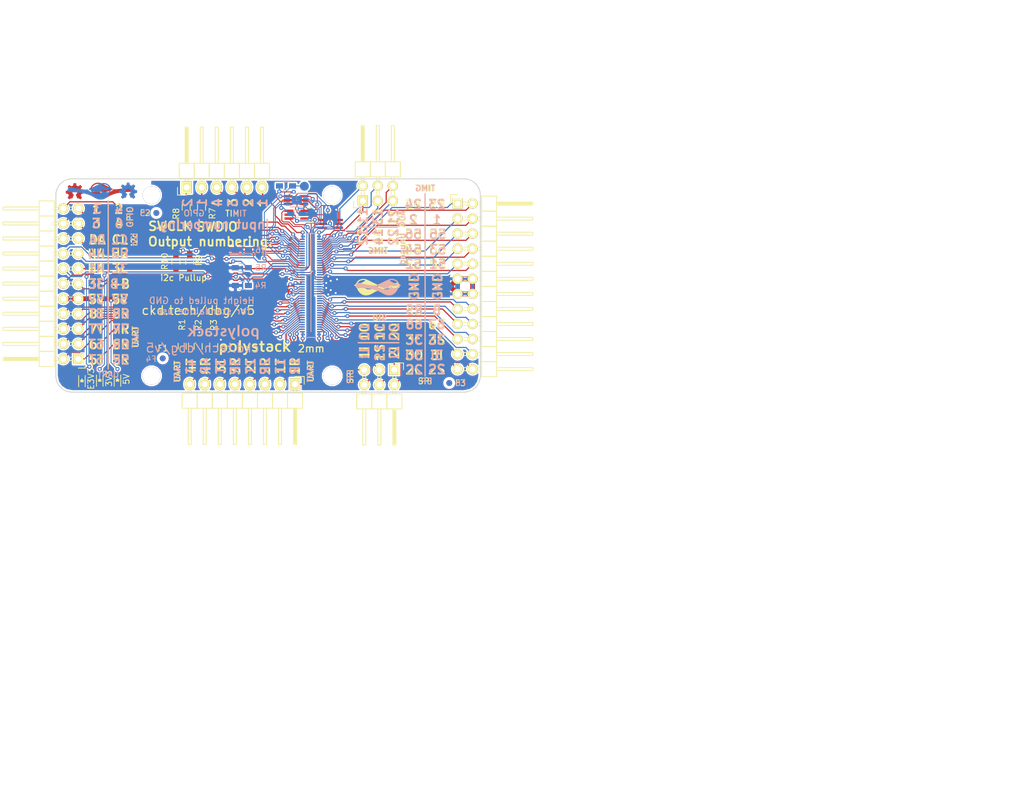
<source format=kicad_pcb>
(kicad_pcb (version 4) (host pcbnew 4.0.1-stable)
  (layers (0 F.Cu signal) (31 B.Cu signal) (34 B.Paste user) (35 F.Paste user) (36 B.SilkS user) (37 F.SilkS user) (38 B.Mask user) (39 F.Mask user) (44 Edge.Cuts user))
  (net 0 "")
  (net 1 /ExpansionPort/HEIGHT_1)
  (net 2 GNDPWR)
  (net 3 /ExpansionPort/HEIGHT_2)
  (net 4 /ExpansionPort/NEW_HEIGHT_4)
  (net 5 /ExpansionPort/3V3_0.3A_LL)
  (net 6 /ExpansionPort/HEIGHT_4)
  (net 7 "Net-(PORT_OUT1-Pad10)")
  (net 8 "Net-(PORT_IC1-Pad7)")
  (net 9 /ExpansionPort/NEW_HEIGHT_1)
  (net 10 /ExpansionPort/NEW_HEIGHT_2)
  (net 11 /ExpansionPort/GPIO2)
  (net 12 /ExpansionPort/UART5_RX)
  (net 13 /ExpansionPort/UART5_TX)
  (net 14 /ExpansionPort/UART6_RX)
  (net 15 /ExpansionPort/UART6_TX)
  (net 16 /ExpansionPort/UART7_RX)
  (net 17 /ExpansionPort/UART7_TX)
  (net 18 /ExpansionPort/UART8_RX)
  (net 19 /ExpansionPort/UART8_TX)
  (net 20 +5V)
  (net 21 /ExpansionPort/+BATT)
  (net 22 /ExpansionPort/3V3_0.3A_E)
  (net 23 /ExpansionPort/i2c_SCL)
  (net 24 /ExpansionPort/i2c_SDA)
  (net 25 /ExpansionPort/GPIO6)
  (net 26 /ExpansionPort/GPIO5)
  (net 27 /ExpansionPort/GPIO4)
  (net 28 /ExpansionPort/GPIO3)
  (net 29 /ExpansionPort/UART1_RX)
  (net 30 /ExpansionPort/UART1_TX)
  (net 31 /ExpansionPort/UART2_RX)
  (net 32 /ExpansionPort/UART2_TX)
  (net 33 /ExpansionPort/UART3_RX)
  (net 34 /ExpansionPort/UART3_TX)
  (net 35 /ExpansionPort/UART4_RX)
  (net 36 /ExpansionPort/UART4_TX)
  (net 37 /ExpansionPort/TIMG1_CH2)
  (net 38 /ExpansionPort/TIMG1_CH1)
  (net 39 /ExpansionPort/TIMG1_CH4)
  (net 40 /ExpansionPort/TIMG1_CH3)
  (net 41 /ExpansionPort/TIMG2_CH2)
  (net 42 /ExpansionPort/TIMG2_CH1)
  (net 43 /ExpansionPort/TIMG2_CH4)
  (net 44 /ExpansionPort/TIMG2_CH3)
  (net 45 /ExpansionPort/ADC2)
  (net 46 /ExpansionPort/ADC1)
  (net 47 /ExpansionPort/SDMMC1_D1)
  (net 48 /ExpansionPort/SDMMC1_D0)
  (net 49 /ExpansionPort/SDMMC1_D3)
  (net 50 /ExpansionPort/SDMMC1_D2)
  (net 51 /ExpansionPort/SDMMC1_CMD)
  (net 52 /ExpansionPort/SDMMC1_CK)
  (net 53 /ExpansionPort/RESET)
  (net 54 /ExpansionPort/BOOT)
  (net 55 /ExpansionPort/CAN_LO)
  (net 56 /ExpansionPort/CAN_HI)
  (net 57 /ExpansionPort/SPI3_SCK)
  (net 58 /ExpansionPort/SPI3_NSS)
  (net 59 /ExpansionPort/SPI3_MOSI)
  (net 60 /ExpansionPort/SPI3_MISO)
  (net 61 /ExpansionPort/SPI2_SCK)
  (net 62 /ExpansionPort/SPI2_NSS)
  (net 63 /ExpansionPort/SPI2_MOSI)
  (net 64 /ExpansionPort/SPI2_MISO)
  (net 65 /ExpansionPort/SPI1_SCK)
  (net 66 /ExpansionPort/SPI1_NSS)
  (net 67 /ExpansionPort/SPI1_MOSI)
  (net 68 /ExpansionPort/SPI1_MISO)
  (net 69 /ExpansionPort/TIM1)
  (net 70 /ExpansionPort/TIM2)
  (net 71 /ExpansionPort/TIM3)
  (net 72 /ExpansionPort/TIM4)
  (net 73 /ExpansionPort/GPIO1)
  (net 74 "Net-(D1-Pad1)")
  (net 75 "Net-(D2-Pad1)")
  (net 76 "Net-(D3-Pad1)")
  (net 77 "Net-(P1-Pad2)")
  (net 78 "Net-(P1-Pad1)")
  (net 79 "Net-(PORT_OUT1-Pad9)")
  (module chickadee:chickadee_3mm_ss (layer B.Cu) (at 170.9 108.35 180)
    (fp_text reference G*** hide)
    (fp_text value LOGO hide)
  )
  (module macrofab:Fiducial (layer B.Cu) (at 183 124.46)
    (fp_text reference F6 (at 1.9 -0.01) (layer B.SilkS) (effects (justify mirror)))
    (fp_text value 1mm)
    (pad "" smd circle (at 0 0) (size 1 1) (layers B.Cu B.Paste B.Mask) (clearance 0.5))
  )
  (module macrofab:Fiducial (layer B.Cu) (at 133.56 95.76)
    (fp_text reference F5 (at -1.89 0.01) (layer B.SilkS) (effects (justify mirror)))
    (fp_text value 1mm)
    (pad "" smd circle (at 0 0) (size 1 1) (layers B.Cu B.Paste B.Mask) (clearance 0.5))
  )
  (module macrofab:Fiducial (layer B.Cu) (at 134.64 120.3 180)
    (fp_text reference F4 (at 1.98 -0.14 180) (layer B.SilkS) (effects (justify mirror)))
    (fp_text value 1mm)
    (pad "" smd circle (at 0 0 180) (size 1 1) (layers B.Cu B.Paste B.Mask) (clearance 0.5))
  )
  (module macrofab:Fiducial (layer F.Cu) (at 183 124.46)
    (fp_text reference F3 (at 1.9 0.01) (layer F.SilkS))
    (fp_text value 1mm)
    (pad "" smd circle (at 0 0) (size 1 1) (layers F.Cu F.Paste F.Mask) (clearance 0.5))
  )
  (module macrofab:Fiducial (layer F.Cu) (at 133.56 95.76)
    (fp_text reference F2 (at -1.89 -0.01) (layer F.SilkS))
    (fp_text value 1mm)
    (pad "" smd circle (at 0 0) (size 1 1) (layers F.Cu F.Paste F.Mask) (clearance 0.5))
  )
  (module oshw:oshw-3mm (layer B.Cu) (at 128.8 92 180)
    (fp_text reference G*** hide)
    (fp_text value OSHW hide)
    (fp_poly (pts (xy 0.031591 1.36476) (xy 0.059611 1.364751) (xy 0.084284 1.364732) (xy 0.105829 1.364698) (xy 0.124469 1.364645) (xy 0.140425 1.36457) (xy 0.153918 1.364469) (xy 0.16517 1.364337) (xy 0.174402 1.364171) (xy 0.181836 1.363968) (xy 0.187692 1.363722) (xy 0.192193 1.363431) (xy 0.195559 1.36309) (xy 0.198012 1.362695) (xy 0.199774 1.362243) (xy 0.201066 1.36173) (xy 0.202025 1.361203) (xy 0.206687 1.357192) (xy 0.209928 1.352392) (xy 0.210003 1.352206) (xy 0.210644 1.349607) (xy 0.211921 1.34354) (xy 0.213784 1.334266) (xy 0.216183 1.322046) (xy 0.219068 1.307139) (xy 0.22239 1.289806) (xy 0.226099 1.270309) (xy 0.230144 1.248907) (xy 0.234477 1.225862) (xy 0.239046 1.201434) (xy 0.243803 1.175883) (xy 0.246387 1.161956) (xy 0.251235 1.135796) (xy 0.255919 1.110537) (xy 0.260389 1.086448) (xy 0.264595 1.063797) (xy 0.268487 1.042855) (xy 0.272014 1.02389) (xy 0.275126 1.007171) (xy 0.277774 0.992969) (xy 0.279908 0.981552) (xy 0.281476 0.97319) (xy 0.28243 0.968152) (xy 0.28266 0.966965) (xy 0.283317 0.963577) (xy 0.283996 0.960576) (xy 0.284923 0.957843) (xy 0.286328 0.955256) (xy 0.288437 0.952696) (xy 0.29148 0.950044) (xy 0.295683 0.947178) (xy 0.301276 0.943978) (xy 0.308486 0.940325) (xy 0.31754 0.936099) (xy 0.328668 0.93118) (xy 0.342097 0.925447) (xy 0.358055 0.91878) (xy 0.37677 0.911059) (xy 0.39847 0.902165) (xy 0.423384 0.891977) (xy 0.430854 0.888922) (xy 0.456819 0.878293) (xy 0.479515 0.869007) (xy 0.499193 0.860994) (xy 0.516101 0.854183) (xy 0.530489 0.848507) (xy 0.542607 0.843895) (xy 0.552706 0.840277) (xy 0.561034 0.837585) (xy 0.567841 0.83575) (xy 0.573377 0.8347) (xy 0.577892 0.834368) (xy 0.581635 0.834683) (xy 0.584856 0.835577) (xy 0.587805 0.836979) (xy 0.590732 0.83882) (xy 0.593886 0.841032) (xy 0.596496 0.842854) (xy 0.599892 0.845178) (xy 0.606177 0.849486) (xy 0.615116 0.855615) (xy 0.626473 0.863403) (xy 0.640011 0.872688) (xy 0.655495 0.883309) (xy 0.672689 0.895104) (xy 0.691356 0.90791) (xy 0.71126 0.921566) (xy 0.732166 0.935909) (xy 0.753838 0.950779) (xy 0.7623 0.956585) (xy 0.787625 0.973958) (xy 0.810019 0.989305) (xy 0.829675 1.002752) (xy 0.846783 1.014425) (xy 0.861537 1.024446) (xy 0.874127 1.032943) (xy 0.884745 1.040039) (xy 0.893584 1.045859) (xy 0.900835 1.050529) (xy 0.90669 1.054173) (xy 0.91134 1.056917) (xy 0.914978 1.058884) (xy 0.917796 1.0602) (xy 0.919984 1.06099) (xy 0.921736 1.061379) (xy 0.923243 1.061492) (xy 0.923405 1.061493) (xy 0.931621 1.061493) (xy 1.072378 0.920736) (xy 1.094857 0.898255) (xy 1.114806 0.878295) (xy 1.132375 0.860696) (xy 1.147716 0.8453) (xy 1.16098 0.831947) (xy 1.172319 0.820478) (xy 1.181882 0.810734) (xy 1.189821 0.802556) (xy 1.196287 0.795784) (xy 1.201431 0.79026) (xy 1.205405 0.785823) (xy 1.208359 0.782316) (xy 1.210444 0.779578) (xy 1.211811 0.777451) (xy 1.212612 0.775775) (xy 1.212998 0.774392) (xy 1.213119 0.773141) (xy 1.213128 0.772411) (xy 1.212188 0.765775) (xy 1.209901 0.759598) (xy 1.209568 0.759019) (xy 1.207995 0.756631) (xy 1.204432 0.751348) (xy 1.199035 0.743398) (xy 1.191962 0.73301) (xy 1.183368 0.720414) (xy 1.17341 0.705838) (xy 1.162245 0.689511) (xy 1.150029 0.671662) (xy 1.136918 0.652521) (xy 1.123069 0.632316) (xy 1.108639 0.611277) (xy 1.106613 0.608325) (xy 1.091976 0.586991) (xy 1.077797 0.566325) (xy 1.064244 0.546569) (xy 1.051484 0.527967) (xy 1.039685 0.510764) (xy 1.029014 0.495204) (xy 1.019638 0.481531) (xy 1.011726 0.46999) (xy 1.005444 0.460823) (xy 1.000959 0.454276) (xy 0.99844 0.450593) (xy 0.998336 0.45044) (xy 0.995884 0.446941) (xy 0.993747 0.443862) (xy 0.991999 0.440959) (xy 0.990713 0.437982) (xy 0.98996 0.434684) (xy 0.989815 0.430819) (xy 0.990349 0.426139) (xy 0.991636 0.420396) (xy 0.993748 0.413343) (xy 0.996758 0.404733) (xy 1.00074 0.394319) (xy 1.005765 0.381852) (xy 1.011907 0.367086) (xy 1.019238 0.349773) (xy 1.027832 0.329666) (xy 1.03776 0.306518) (xy 1.04711 0.284717) (xy 1.056324 0.263232) (xy 1.06516 0.242659) (xy 1.073495 0.223279) (xy 1.081209 0.205374) (xy 1.08818 0.189223) (xy 1.094287 0.175108) (xy 1.099408 0.163311) (xy 1.103422 0.154111) (xy 1.106207 0.147791) (xy 1.107642 0.14463) (xy 1.107738 0.144438) (xy 1.111478 0.139209) (xy 1.116308 0.134693) (xy 1.11634 0.13467) (xy 1.117224 0.134029) (xy 1.118099 0.133439) (xy 1.119167 0.132862) (xy 1.120629 0.132256) (xy 1.122687 0.131583) (xy 1.125543 0.1308) (xy 1.129399 0.129869) (xy 1.134456 0.128749) (xy 1.140917 0.1274) (xy 1.148982 0.125782) (xy 1.158855 0.123855) (xy 1.170736 0.121578) (xy 1.184827 0.118911) (xy 1.201331 0.115815) (xy 1.220449 0.112249) (xy 1.242382 0.108173) (xy 1.267333 0.103547) (xy 1.295504 0.09833) (xy 1.327095 0.092483) (xy 1.344874 0.089192) (xy 1.367949 0.084916) (xy 1.390108 0.0808) (xy 1.411043 0.076902) (xy 1.430447 0.073279) (xy 1.448012 0.069989) (xy 1.463431 0.06709) (xy 1.476396 0.06464) (xy 1.4866 0.062696) (xy 1.493735 0.061316) (xy 1.497494 0.060558) (xy 1.49774 0.060503) (xy 1.504344 0.058153) (xy 1.509875 0.054777) (xy 1.511008 0.053729) (xy 1.515471 0.048979) (xy 1.515952 -0.149424) (xy 1.516028 -0.181182) (xy 1.516088 -0.20937) (xy 1.516131 -0.234207) (xy 1.516152 -0.255914) (xy 1.516149 -0.274712) (xy 1.516117 -0.290821) (xy 1.516053 -0.304461) (xy 1.515954 -0.315852) (xy 1.515817 -0.325216) (xy 1.515637 -0.332772) (xy 1.515413 -0.338741) (xy 1.515139 -0.343343) (xy 1.514813 -0.346799) (xy 1.514431 -0.349329) (xy 1.513991 -0.351153) (xy 1.513488 -0.352492) (xy 1.512919 -0.353566) (xy 1.512782 -0.353793) (xy 1.508047 -0.358913) (xy 1.502822 -0.361805) (xy 1.499905 -0.362497) (xy 1.493587 -0.363812) (xy 1.484197 -0.365686) (xy 1.472064 -0.368056) (xy 1.457516 -0.37086) (xy 1.44088 -0.374034) (xy 1.422486 -0.377515) (xy 1.402662 -0.381239) (xy 1.381736 -0.385145) (xy 1.373306 -0.386711) (xy 1.338686 -0.393135) (xy 1.307599 -0.398906) (xy 1.279849 -0.404061) (xy 1.255242 -0.408637) (xy 1.233584 -0.41267) (xy 1.214679 -0.416199) (xy 1.198332 -0.419259) (xy 1.184348 -0.421887) (xy 1.172533 -0.424121) (xy 1.162692 -0.425997) (xy 1.154629 -0.427552) (xy 1.14815 -0.428824) (xy 1.143059 -0.429849) (xy 1.139163 -0.430663) (xy 1.136266 -0.431305) (xy 1.134173 -0.43181) (xy 1.132689 -0.432216) (xy 1.132163 -0.432378) (xy 1.126674 -0.435239) (xy 1.12171 -0.439508) (xy 1.121498 -0.439755) (xy 1.120087 -0.442344) (xy 1.117389 -0.448203) (xy 1.11351 -0.457074) (xy 1.108557 -0.468703) (xy 1.102635 -0.482832) (xy 1.095852 -0.499206) (xy 1.088313 -0.517568) (xy 1.080125 -0.537662) (xy 1.071395 -0.559232) (xy 1.062229 -0.582021) (xy 1.057631 -0.593506) (xy 1.047129 -0.619779) (xy 1.037949 -0.642768) (xy 1.030007 -0.662705) (xy 1.023216 -0.679827) (xy 1.01749 -0.694366) (xy 1.012743 -0.706559) (xy 1.00889 -0.716638) (xy 1.005846 -0.724839) (xy 1.003523 -0.731396) (xy 1.001836 -0.736544) (xy 1.0007 -0.740516) (xy 1.000029 -0.743548) (xy 0.999736 -0.745874) (xy 0.999736 -0.747728) (xy 0.999944 -0.749345) (xy 1.000173 -0.750493) (xy 1.000891 -0.75257) (xy 1.002445 -0.755745) (xy 1.004946 -0.760185) (xy 1.008505 -0.766058) (xy 1.013232 -0.77353) (xy 1.019239 -0.782769) (xy 1.026636 -0.793942) (xy 1.035533 -0.807217) (xy 1.046042 -0.82276) (xy 1.058273 -0.840739) (xy 1.072338 -0.861321) (xy 1.088346 -0.884674) (xy 1.106408 -0.910964) (xy 1.106946 -0.911746) (xy 1.121809 -0.933399) (xy 1.136061 -0.954241) (xy 1.149555 -0.974049) (xy 1.162142 -0.992605) (xy 1.173675 -1.009687) (xy 1.184005 -1.025074) (xy 1.192985 -1.038546) (xy 1.200467 -1.049883) (xy 1.206303 -1.058863) (xy 1.210345 -1.065266) (xy 1.212445 -1.068872) (xy 1.212718 -1.069524) (xy 1.212897 -1.075508) (xy 1.212287 -1.079949) (xy 1.210829 -1.082148) (xy 1.206933 -1.08671) (xy 1.200572 -1.093665) (xy 1.191715 -1.103044) (xy 1.180333 -1.114876) (xy 1.166396 -1.129192) (xy 1.149875 -1.146023) (xy 1.13074 -1.165398) (xy 1.108963 -1.187348) (xy 1.084513 -1.211904) (xy 1.074176 -1.222265) (xy 1.055171 -1.24128) (xy 1.036849 -1.259566) (xy 1.019398 -1.276939) (xy 1.003002 -1.293217) (xy 0.987847 -1.308216) (xy 0.974119 -1.321755) (xy 0.962004 -1.333649) (xy 0.951688 -1.343716) (xy 0.943355 -1.351774) (xy 0.937193 -1.357638) (xy 0.933387 -1.361126) (xy 0.932218 -1.36206) (xy 0.924703 -1.364519) (xy 0.916999 -1.363735) (xy 0.908465 -1.359617) (xy 0.906747 -1.358485) (xy 0.903827 -1.356487) (xy 0.898023 -1.35251) (xy 0.889576 -1.34672) (xy 0.878728 -1.339283) (xy 0.86572 -1.330364) (xy 0.850794 -1.320129) (xy 0.834192 -1.308743) (xy 0.816155 -1.296373) (xy 0.796924 -1.283184) (xy 0.776743 -1.269342) (xy 0.758209 -1.256629) (xy 0.737464 -1.242412) (xy 0.717506 -1.228757) (xy 0.698571 -1.215824) (xy 0.680894 -1.203774) (xy 0.66471 -1.192766) (xy 0.650257 -1.182961) (xy 0.637768 -1.174517) (xy 0.627481 -1.167596) (xy 0.61963 -1.162356) (xy 0.614451 -1.158959) (xy 0.612254 -1.157599) (xy 0.60335 -1.154938) (xy 0.598544 -1.155016) (xy 0.594998 -1.156161) (xy 0.58839 -1.159032) (xy 0.578968 -1.163506) (xy 0.566981 -1.169461) (xy 0.552676 -1.176774) (xy 0.536302 -1.185322) (xy 0.523511 -1.192099) (xy 0.505629 -1.201598) (xy 0.490757 -1.209411) (xy 0.478576 -1.215663) (xy 0.468767 -1.220481) (xy 0.46101 -1.223991) (xy 0.454986 -1.226317) (xy 0.450375 -1.227587) (xy 0.446858 -1.227927) (xy 0.444117 -1.227461) (xy 0.44183 -1.226316) (xy 0.440096 -1.224981) (xy 0.438906 -1.222834) (xy 0.436324 -1.217284) (xy 0.432397 -1.208438) (xy 0.427168 -1.196402) (xy 0.420683 -1.181282) (xy 0.412985 -1.163184) (xy 0.40412 -1.142214) (xy 0.394133 -1.11848) (xy 0.383067 -1.092086) (xy 0.370968 -1.063139) (xy 0.357881 -1.031745) (xy 0.34385 -0.998011) (xy 0.32892 -0.962043) (xy 0.313135 -0.923946) (xy 0.300429 -0.893232) (xy 0.283937 -0.85334) (xy 0.268836 -0.816799) (xy 0.255066 -0.783461) (xy 0.242567 -0.753176) (xy 0.231279 -0.725792) (xy 0.221143 -0.701161) (xy 0.212097 -0.679131) (xy 0.204083 -0.659554) (xy 0.197041 -0.642278) (xy 0.190909 -0.627154) (xy 0.18563 -0.614032) (xy 0.181141 -0.602762) (xy 0.177385 -0.593193) (xy 0.1743 -0.585176) (xy 0.171827 -0.578561) (xy 0.169906 -0.573196) (xy 0.168476 -0.568934) (xy 0.167479 -0.565622) (xy 0.166853 -0.563112) (xy 0.16654 -0.561252) (xy 0.166478 -0.559894) (xy 0.166609 -0.558887) (xy 0.166725 -0.558477) (xy 0.168534 -0.554217) (xy 0.17128 -0.550407) (xy 0.175554 -0.546519) (xy 0.181948 -0.542027) (xy 0.191053 -0.536403) (xy 0.192396 -0.535603) (xy 0.201349 -0.530038) (xy 0.211085 -0.523602) (xy 0.219706 -0.517554) (xy 0.220829 -0.516727) (xy 0.228117 -0.511307) (xy 0.237103 -0.504628) (xy 0.246443 -0.497688) (xy 0.252105 -0.493482) (xy 0.283197 -0.468058) (xy 0.31168 -0.439951) (xy 0.337369 -0.409367) (xy 0.360076 -0.376514) (xy 0.364448 -0.369346) (xy 0.381615 -0.337155) (xy 0.396183 -0.302727) (xy 0.4079 -0.266801) (xy 0.416518 -0.230114) (xy 0.420758 -0.20287) (xy 0.421962 -0.188905) (xy 0.422614 -0.172303) (xy 0.422731 -0.154175) (xy 0.422332 -0.135633) (xy 0.421434 -0.117786) (xy 0.420055 -0.101747) (xy 0.41901 -0.093496) (xy 0.411347 -0.054071) (xy 0.400229 -0.01599) (xy 0.38579 0.02056) (xy 0.368165 0.055393) (xy 0.347489 0.088324) (xy 0.323897 0.119168) (xy 0.297523 0.147737) (xy 0.268502 0.173848) (xy 0.236969 0.197314) (xy 0.203058 0.217949) (xy 0.186909 0.226336) (xy 0.151234 0.241981) (xy 0.114916 0.25402) (xy 0.077668 0.262519) (xy 0.039202 0.267545) (xy 0 0.269165) (xy -0.034036 0.268053) (xy -0.06597 0.264614) (xy -0.096807 0.25869) (xy -0.127554 0.250124) (xy -0.132686 0.248447) (xy -0.169811 0.234132) (xy -0.205126 0.216626) (xy -0.238448 0.19611) (xy -0.269595 0.172764) (xy -0.298385 0.14677) (xy -0.324636 0.118308) (xy -0.348165 0.08756) (xy -0.36879 0.054704) (xy -0.386328 0.019924) (xy -0.400599 -0.016602) (xy -0.400928 -0.017584) (xy -0.409346 -0.045262) (xy -0.415557 -0.071699) (xy -0.419751 -0.098083) (xy -0.422115 -0.125599) (xy -0.42284 -0.155332) (xy -0.422097 -0.183778) (xy -0.419785 -0.209969) (xy -0.4157 -0.235187) (xy -0.409636 -0.260716) (xy -0.401922 -0.286224) (xy -0.387643 -0.323661) (xy -0.370086 -0.359255) (xy -0.349361 -0.392849) (xy -0.325583 -0.424288) (xy -0.298862 -0.453418) (xy -0.26931 -0.480083) (xy -0.252104 -0.493485) (xy -0.243695 -0.499717) (xy -0.235192 -0.506051) (xy -0.227749 -0.511624) (xy -0.223671 -0.5147) (xy -0.217473 -0.519142) (xy -0.209287 -0.524658) (xy -0.200391 -0.530395) (xy -0.195238 -0.533595) (xy -0.18529 -0.539781) (xy -0.178116 -0.544603) (xy -0.173176 -0.548532) (xy -0.169928 -0.55204) (xy -0.16783 -0.555601) (xy -0.166721 -0.558487) (xy -0.166517 -0.559377) (xy -0.166475 -0.560542) (xy -0.166655 -0.562132) (xy -0.167117 -0.564297) (xy -0.16792 -0.567188) (xy -0.169125 -0.570954) (xy -0.170792 -0.575745) (xy -0.17298 -0.581712) (xy -0.17575 -0.589004) (xy -0.179161 -0.597772) (xy -0.183274 -0.608166) (xy -0.188148 -0.620336) (xy -0.193843 -0.634432) (xy -0.20042 -0.650604) (xy -0.207938 -0.669002) (xy -0.216457 -0.689776) (xy -0.226037 -0.713076) (xy -0.236738 -0.739053) (xy -0.248621 -0.767856) (xy -0.261744 -0.799636) (xy -0.276168 -0.834542) (xy -0.291954 -0.872725) (xy -0.300437 -0.893242) (xy -0.316687 -0.932507) (xy -0.332149 -0.969806) (xy -0.346777 -1.005025) (xy -0.360524 -1.038055) (xy -0.373342 -1.068784) (xy -0.385186 -1.097099) (xy -0.396007 -1.122891) (xy -0.40576 -1.146048) (xy -0.414397 -1.166458) (xy -0.421872 -1.184009) (xy -0.428137 -1.198592) (xy -0.433145 -1.210094) (xy -0.436851 -1.218403) (xy -0.439206 -1.22341) (xy -0.440107 -1.224981) (xy -0.444885 -1.227451) (xy -0.449657 -1.228298) (xy -0.453092 -1.227354) (xy -0.459765 -1.224535) (xy -0.469632 -1.219864) (xy -0.482647 -1.213363) (xy -0.498767 -1.205054) (xy -0.517947 -1.194958) (xy -0.522898 -1.192326) (xy -0.537836 -1.184421) (xy -0.551929 -1.177057) (xy -0.564783 -1.170433) (xy -0.576002 -1.164749) (xy -0.585194 -1.160203) (xy -0.591964 -1.156994) (xy -0.595917 -1.155323) (xy -0.596521 -1.155145) (xy -0.602874 -1.154916) (xy -0.608427 -1.155972) (xy -0.610835 -1.15733) (xy -0.616129 -1.160682) (xy -0.624075 -1.16587) (xy -0.634437 -1.172734) (xy -0.64698 -1.181118) (xy -0.661469 -1.190864) (xy -0.677669 -1.201812) (xy -0.695345 -1.213806) (xy -0.714261 -1.226687) (xy -0.734184 -1.240297) (xy -0.752107 -1.252577) (xy -0.772924 -1.266858) (xy -0.79308 -1.280685) (xy -0.812322 -1.293884) (xy -0.830399 -1.306283) (xy -0.84706 -1.31771) (xy -0.862053 -1.327992) (xy -0.875127 -1.336956) (xy -0.88603 -1.344431) (xy -0.89451 -1.350243) (xy -0.900317 -1.35422) (xy -0.902862 -1.355961) (xy -0.911954 -1.361501) (xy -0.919338 -1.364285) (xy -0.925765 -1.364442) (xy -0.931989 -1.362098) (xy -0.933544 -1.361172) (xy -0.935654 -1.359351) (xy -0.94025 -1.355027) (xy -0.947143 -1.348384) (xy -0.956147 -1.339609) (xy -0.967074 -1.328886) (xy -0.979736 -1.3164) (xy -0.993947 -1.302336) (xy -1.009518 -1.286879) (xy -1.026263 -1.270216) (xy -1.043993 -1.252529) (xy -1.062521 -1.234006) (xy -1.075123 -1.221385) (xy -1.10055 -1.195865) (xy -1.123293 -1.172963) (xy -1.14338 -1.152649) (xy -1.160841 -1.134895) (xy -1.175704 -1.11967) (xy -1.187997 -1.106944) (xy -1.19775 -1.096689) (xy -1.204992 -1.088874) (xy -1.20975 -1.083469) (xy -1.212055 -1.080446) (xy -1.212286 -1.079949) (xy -1.212964 -1.073945) (xy -1.212727 -1.069524) (xy -1.211553 -1.067254) (xy -1.208371 -1.062087) (xy -1.203328 -1.054244) (xy -1.196572 -1.043944) (xy -1.188251 -1.03141) (xy -1.178513 -1.01686) (xy -1.167505 -1.000517) (xy -1.155376 -0.9826) (xy -1.142274 -0.96333) (xy -1.128346 -0.942928) (xy -1.11374 -0.921614) (xy -1.10696 -0.911746) (xy -1.088831 -0.885362) (xy -1.072761 -0.861921) (xy -1.058638 -0.841256) (xy -1.046351 -0.823199) (xy -1.035791 -0.807583) (xy -1.026847 -0.794242) (xy -1.019407 -0.783009) (xy -1.013362 -0.773716) (xy -1.008601 -0.766197) (xy -1.005013 -0.760284) (xy -1.002487 -0.755811) (xy -1.000914 -0.75261) (xy -1.000182 -0.750515) (xy -1.000177 -0.750493) (xy -0.999872 -0.748901) (xy -0.999713 -0.747242) (xy -0.999784 -0.745281) (xy -1.000173 -0.742784) (xy -1.000964 -0.739515) (xy -1.002244 -0.73524) (xy -1.004098 -0.729726) (xy -1.006613 -0.722736) (xy -1.009874 -0.714036) (xy -1.013967 -0.703392) (xy -1.018978 -0.690569) (xy -1.024993 -0.675333) (xy -1.032098 -0.657448) (xy -1.040377 -0.636681) (xy -1.049919 -0.612796) (xy -1.057556 -0.59369) (xy -1.066635 -0.57104) (xy -1.075381 -0.549328) (xy -1.083685 -0.528823) (xy -1.091435 -0.509792) (xy -1.09852 -0.492507) (xy -1.10483 -0.477235) (xy -1.110254 -0.464246) (xy -1.11468 -0.453808) (xy -1.117997 -0.446191) (xy -1.120095 -0.441664) (xy -1.120732 -0.440531) (xy -1.125443 -0.436118) (xy -1.130523 -0.433085) (xy -1.13319 -0.432399) (xy -1.139321 -0.431078) (xy -1.14865 -0.429172) (xy -1.160912 -0.426734) (xy -1.175843 -0.423815) (xy -1.193176 -0.420464) (xy -1.212648 -0.416735) (xy -1.233993 -0.412677) (xy -1.256947 -0.408342) (xy -1.281243 -0.403781) (xy -1.306617 -0.399045) (xy -1.31644 -0.397219) (xy -1.342163 -0.392434) (xy -1.366918 -0.387812) (xy -1.390437 -0.383404) (xy -1.412455 -0.379262) (xy -1.432706 -0.375434) (xy -1.450924 -0.371973) (xy -1.466844 -0.368928) (xy -1.480199 -0.36635) (xy -1.490723 -0.36429) (xy -1.498152 -0.362799) (xy -1.502218 -0.361926) (xy -1.502822 -0.361768) (xy -1.508785 -0.358319) (xy -1.512781 -0.353793) (xy -1.513365 -0.352748) (xy -1.513883 -0.351488) (xy -1.514337 -0.349792) (xy -1.514732 -0.347439) (xy -1.51507 -0.34421) (xy -1.515355 -0.339884) (xy -1.51559 -0.334241) (xy -1.515779 -0.32706) (xy -1.515926 -0.318121) (xy -1.516033 -0.307203) (xy -1.516104 -0.294087) (xy -1.516143 -0.278551) (xy -1.516153 -0.260375) (xy -1.516137 -0.23934) (xy -1.516099 -0.215224) (xy -1.516042 -0.187807) (xy -1.515969 -0.156869) (xy -1.515951 -0.149424) (xy -1.51547 0.048979) (xy -1.510951 0.053789) (xy -1.51029 0.054602) (xy -1.509826 0.055302) (xy -1.509352 0.055932) (xy -1.508659 0.056535) (xy -1.507537 0.057156) (xy -1.505777 0.057836) (xy -1.503171 0.05862) (xy -1.49951 0.05955) (xy -1.494584 0.06067) (xy -1.488185 0.062023) (xy -1.480104 0.063653) (xy -1.470131 0.065602) (xy -1.458058 0.067914) (xy -1.443676 0.070632) (xy -1.426776 0.0738) (xy -1.407149 0.07746) (xy -1.384585 0.081657) (xy -1.358877 0.086433) (xy -1.329814 0.091831) (xy -1.304684 0.096501) (xy -1.273885 0.102227) (xy -1.246593 0.107307) (xy -1.222588 0.111795) (xy -1.201651 0.115745) (xy -1.183562 0.119209) (xy -1.168102 0.122243) (xy -1.155051 0.124898) (xy -1.144191 0.127229) (xy -1.1353 0.129288) (xy -1.128161 0.131129) (xy -1.122553 0.132806) (xy -1.118257 0.134372) (xy -1.115053 0.13588) (xy -1.112723 0.137384) (xy -1.111046 0.138938) (xy -1.109803 0.140594) (xy -1.108775 0.142406) (xy -1.107743 0.144427) (xy -1.107737 0.144438) (xy -1.106528 0.14707) (xy -1.103949 0.152907) (xy -1.100122 0.161668) (xy -1.095169 0.173071) (xy -1.089211 0.186836) (xy -1.082369 0.202682) (xy -1.074765 0.220327) (xy -1.06652 0.239492) (xy -1.057756 0.259894) (xy -1.048594 0.281253) (xy -1.047109 0.284717) (xy -1.036012 0.31059) (xy -1.026311 0.333214) (xy -1.017933 0.352838) (xy -1.010805 0.36971) (xy -1.004854 0.384076) (xy -1.000008 0.396183) (xy -0.996193 0.40628) (xy -0.993337 0.414614) (xy -0.991366 0.421432) (xy -0.990209 0.426981) (xy -0.989792 0.431509) (xy -0.990043 0.435263) (xy -0.990888 0.438491) (xy -0.992255 0.44144) (xy -0.99407 0.444357) (xy -0.996262 0.44749) (xy -0.998321 0.45044) (xy -1.000677 0.453889) (xy -1.005011 0.460221) (xy -1.011158 0.469194) (xy -1.018952 0.480568) (xy -1.028227 0.494099) (xy -1.038818 0.509546) (xy -1.050557 0.526666) (xy -1.063279 0.545218) (xy -1.076819 0.564959) (xy -1.091009 0.585647) (xy -1.105685 0.60704) (xy -1.107962 0.610359) (xy -1.122526 0.631598) (xy -1.136505 0.652003) (xy -1.149747 0.67135) (xy -1.162098 0.689416) (xy -1.173407 0.705976) (xy -1.183519 0.720806) (xy -1.192284 0.733683) (xy -1.199548 0.744382) (xy -1.205158 0.752681) (xy -1.208962 0.758354) (xy -1.210807 0.761178) (xy -1.210939 0.761402) (xy -1.212419 0.766096) (xy -1.213124 0.77207) (xy -1.213134 0.772761) (xy -1.213072 0.773976) (xy -1.212787 0.775285) (xy -1.212126 0.776847) (xy -1.21094 0.77882) (xy -1.209077 0.781364) (xy -1.206386 0.784637) (xy -1.202715 0.788798) (xy -1.197915 0.794006) (xy -1.191834 0.800419) (xy -1.18432 0.808196) (xy -1.175224 0.817496) (xy -1.164393 0.828478) (xy -1.151678 0.8413) (xy -1.136926 0.856122) (xy -1.119987 0.873101) (xy -1.10071 0.892398) (xy -1.078943 0.91417) (xy -0.93162 1.061493) (xy -0.923341 1.061493) (xy -0.922289 1.06156) (xy -0.921443 1.061693) (xy -0.92065 1.061792) (xy -0.919757 1.061755) (xy -0.918612 1.06148) (xy -0.917061 1.060866) (xy -0.91495 1.059813) (xy -0.912127 1.058218) (xy -0.908438 1.05598) (xy -0.903731 1.052998) (xy -0.897853 1.049171) (xy -0.890649 1.044398) (xy -0.881968 1.038576) (xy -0.871655 1.031605) (xy -0.859558 1.023384) (xy -0.845524 1.013811) (xy -0.829399 1.002784) (xy -0.811031 0.990203) (xy -0.790266 0.975966) (xy -0.766951 0.959973) (xy -0.740933 0.94212) (xy -0.712059 0.922308) (xy -0.687378 0.905375) (xy -0.666802 0.891264) (xy -0.64911 0.879148) (xy -0.634059 0.868875) (xy -0.621409 0.860292) (xy -0.610917 0.853249) (xy -0.602343 0.847592) (xy -0.595445 0.84317) (xy -0.589981 0.839831) (xy -0.58571 0.837423) (xy -0.58239 0.835794) (xy -0.57978 0.834793) (xy -0.577639 0.834266) (xy -0.575725 0.834063) (xy -0.574002 0.83403) (xy -0.571775 0.834208) (xy -0.568767 0.834802) (xy -0.564739 0.835904) (xy -0.559453 0.837604) (xy -0.55267 0.839994) (xy -0.544153 0.843164) (xy -0.533662 0.847206) (xy -0.52096 0.85221) (xy -0.505808 0.858268) (xy -0.487968 0.865471) (xy -0.467201 0.87391) (xy -0.443269 0.883675) (xy -0.432535 0.888064) (xy -0.411201 0.896811) (xy -0.390813 0.905208) (xy -0.371656 0.913137) (xy -0.354013 0.920478) (xy -0.338168 0.927112) (xy -0.324405 0.932919) (xy -0.313008 0.937781) (xy -0.30426 0.941577) (xy -0.298446 0.94419) (xy -0.29585 0.945498) (xy -0.295818 0.945521) (xy -0.294117 0.94679) (xy -0.292575 0.948077) (xy -0.291144 0.949599) (xy -0.289774 0.951573) (xy -0.288414 0.954214) (xy -0.287015 0.957738) (xy -0.285527 0.962362) (xy -0.283901 0.968302) (xy -0.282086 0.975775) (xy -0.280033 0.984997) (xy -0.277691 0.996183) (xy -0.275012 1.009551) (xy -0.271946 1.025316) (xy -0.268442 1.043695) (xy -0.26445 1.064904) (xy -0.259922 1.089159) (xy -0.254807 1.116677) (xy -0.249055 1.147674) (xy -0.24815 1.152554) (xy -0.243186 1.179252) (xy -0.238384 1.204969) (xy -0.233792 1.229449) (xy -0.22946 1.252439) (xy -0.225435 1.273686) (xy -0.221767 1.292935) (xy -0.218503 1.309934) (xy -0.215692 1.324428) (xy -0.213382 1.336163) (xy -0.211622 1.344886) (xy -0.210461 1.350344) (xy -0.209989 1.352206) (xy -0.206861 1.356989) (xy -0.202225 1.361078) (xy -0.202024 1.361203) (xy -0.200969 1.361776) (xy -0.199646 1.362284) (xy -0.197834 1.362731) (xy -0.195312 1.363121) (xy -0.191859 1.363458) (xy -0.187252 1.363745) (xy -0.181271 1.363987) (xy -0.173694 1.364187) (xy -0.1643 1.364349) (xy -0.152868 1.364478) (xy -0.139175 1.364577) (xy -0.123001 1.36465) (xy -0.104124 1.364701) (xy -0.082323 1.364734) (xy -0.057376 1.364752) (xy -0.029063 1.364761) (xy 0 1.364762) (xy 0.031591 1.36476)) (layer B.Cu) (width 0.01))
  )
  (module chickadee:chickadee_3mm_fcu (layer B.Cu) (at 122.41 92.1 180)
    (fp_text reference G*** hide)
    (fp_text value "Chickadee 3mm" hide)
    (fp_poly (pts (xy -2.190577 1.394931) (xy -2.158906 1.394428) (xy -2.131275 1.393379) (xy -2.106176 1.39166) (xy -2.082107 1.389149) (xy -2.057561 1.385724) (xy -2.031033 1.38126) (xy -2.009069 1.377185) (xy -1.950214 1.364422) (xy -1.889117 1.348355) (xy -1.828664 1.329818) (xy -1.77174 1.309646) (xy -1.760361 1.305223) (xy -1.717183 1.28803) (xy -1.674808 1.270892) (xy -1.63285 1.25363) (xy -1.59092 1.236063) (xy -1.548631 1.218011) (xy -1.505596 1.199293) (xy -1.461427 1.179729) (xy -1.415735 1.159138) (xy -1.368134 1.137341) (xy -1.318236 1.114156) (xy -1.265653 1.089403) (xy -1.209997 1.062901) (xy -1.150882 1.034472) (xy -1.087918 1.003933) (xy -1.02072 0.971104) (xy -0.948898 0.935806) (xy -0.872065 0.897857) (xy -0.789834 0.857077) (xy -0.701817 0.813286) (xy -0.679097 0.801963) (xy -0.600817 0.763019) (xy -0.528298 0.72712) (xy -0.461051 0.694039) (xy -0.398585 0.663552) (xy -0.340411 0.635433) (xy -0.286038 0.609455) (xy -0.234976 0.585394) (xy -0.186735 0.563022) (xy -0.140825 0.542115) (xy -0.096756 0.522447) (xy -0.054038 0.503792) (xy -0.012181 0.485924) (xy 0.029306 0.468618) (xy 0.070912 0.451647) (xy 0.113128 0.434787) (xy 0.146403 0.421719) (xy 0.169926 0.412482) (xy 0.191319 0.403963) (xy 0.209688 0.396527) (xy 0.224143 0.39054) (xy 0.233791 0.386365) (xy 0.237732 0.384376) (xy 0.237199 0.380281) (xy 0.231987 0.372263) (xy 0.222739 0.361032) (xy 0.2101 0.347296) (xy 0.194712 0.331764) (xy 0.177219 0.315145) (xy 0.164178 0.303343) (xy 0.096199 0.247242) (xy 0.021764 0.193747) (xy -0.059006 0.142914) (xy -0.145989 0.0948) (xy -0.239062 0.049462) (xy -0.338103 0.006957) (xy -0.442991 -0.032658) (xy -0.553602 -0.069327) (xy -0.669815 -0.102992) (xy -0.756708 -0.125296) (xy -0.857303 -0.148538) (xy -0.952291 -0.167867) (xy -1.041919 -0.183303) (xy -1.126439 -0.194868) (xy -1.206099 -0.20258) (xy -1.281149 -0.206462) (xy -1.351837 -0.206535) (xy -1.418413 -0.202818) (xy -1.481126 -0.195332) (xy -1.518918 -0.18866) (xy -1.57955 -0.173748) (xy -1.634906 -0.154367) (xy -1.684914 -0.13059) (xy -1.729501 -0.102491) (xy -1.768596 -0.070142) (xy -1.802127 -0.033617) (xy -1.830021 0.007012) (xy -1.852205 0.051671) (xy -1.868608 0.100287) (xy -1.879158 0.152786) (xy -1.882097 0.17906) (xy -1.882915 0.190167) (xy -1.883851 0.198302) (xy -1.885889 0.204006) (xy -1.890009 0.207822) (xy -1.897194 0.21029) (xy -1.908425 0.211954) (xy -1.924685 0.213354) (xy -1.946955 0.215033) (xy -1.947333 0.215063) (xy -1.974885 0.21729) (xy -1.996056 0.219184) (xy -2.011509 0.220834) (xy -2.021906 0.222327) (xy -2.02791 0.223751) (xy -2.030183 0.225193) (xy -2.030082 0.226026) (xy -2.032027 0.227335) (xy -2.038861 0.22756) (xy -2.048532 0.226886) (xy -2.05899 0.225503) (xy -2.068183 0.223597) (xy -2.072569 0.222141) (xy -2.078077 0.220624) (xy -2.089384 0.218164) (xy -2.105331 0.214992) (xy -2.124759 0.211335) (xy -2.146511 0.207422) (xy -2.151944 0.206471) (xy -2.23343 0.192964) (xy -2.310846 0.181591) (xy -2.386734 0.172013) (xy -2.463633 0.163891) (xy -2.487083 0.161706) (xy -2.509513 0.160112) (xy -2.536719 0.158879) (xy -2.567348 0.158007) (xy -2.600049 0.157496) (xy -2.633471 0.157348) (xy -2.666262 0.157562) (xy -2.69707 0.158139) (xy -2.724545 0.15908) (xy -2.747334 0.160385) (xy -2.760486 0.161598) (xy -2.833314 0.171253) (xy -2.904171 0.18314) (xy -2.974932 0.197651) (xy -3.047473 0.215178) (xy -3.123669 0.23611) (xy -3.139143 0.240632) (xy -3.161757 0.247425) (xy -3.178423 0.252778) (xy -3.190018 0.257041) (xy -3.197422 0.260562) (xy -3.20151 0.263691) (xy -3.202943 0.266032) (xy -3.203909 0.271145) (xy -3.205491 0.282439) (xy -3.20759 0.299075) (xy -3.210105 0.320217) (xy -3.212937 0.345025) (xy -3.215987 0.372662) (xy -3.219082 0.401608) (xy -3.222679 0.435601) (xy -3.225565 0.463243) (xy -3.227688 0.485209) (xy -3.228999 0.50217) (xy -3.229447 0.514802) (xy -3.228982 0.523777) (xy -3.227553 0.52977) (xy -3.22511 0.533453) (xy -3.221603 0.535501) (xy -3.216982 0.536587) (xy -3.211195 0.537385) (xy -3.208909 0.537717) (xy -3.197663 0.539746) (xy -3.180611 0.543203) (xy -3.158807 0.547849) (xy -3.1333 0.553445) (xy -3.105142 0.559751) (xy -3.075385 0.566529) (xy -3.045079 0.573539) (xy -3.015275 0.580543) (xy -2.987025 0.5873) (xy -2.96138 0.593573) (xy -2.942167 0.598407) (xy -2.839538 0.625766) (xy -2.743547 0.653603) (xy -2.653787 0.682055) (xy -2.569847 0.711258) (xy -2.49132 0.74135) (xy -2.417797 0.772466) (xy -2.405944 0.777787) (xy -2.33527 0.81224) (xy -2.2633 0.851978) (xy -2.191754 0.895908) (xy -2.122352 0.942934) (xy -2.05681 0.991963) (xy -2.012597 1.028214) (xy -1.994935 1.043577) (xy -1.976602 1.059988) (xy -1.958316 1.076756) (xy -1.940794 1.09319) (xy -1.924751 1.108599) (xy -1.910905 1.122291) (xy -1.899973 1.133576) (xy -1.892671 1.141762) (xy -1.889717 1.146159) (xy -1.889781 1.146632) (xy -1.895886 1.149881) (xy -1.907863 1.154203) (xy -1.924653 1.159337) (xy -1.945199 1.16502) (xy -1.968444 1.170989) (xy -1.99333 1.176981) (xy -2.018801 1.182735) (xy -2.043799 1.187987) (xy -2.067268 1.192474) (xy -2.088148 1.195935) (xy -2.088444 1.195979) (xy -2.143487 1.202523) (xy -2.197821 1.205577) (xy -2.252961 1.205107) (xy -2.310419 1.201077) (xy -2.371711 1.193452) (xy -2.401539 1.188739) (xy -2.494796 1.17015) (xy -2.584229 1.146293) (xy -2.669623 1.117275) (xy -2.750766 1.083203) (xy -2.827443 1.044182) (xy -2.899442 1.000319) (xy -2.966549 0.95172) (xy -3.028551 0.898491) (xy -3.072051 0.855085) (xy -3.114426 0.806444) (xy -3.152464 0.755667) (xy -3.185507 0.70377) (xy -3.212895 0.65177) (xy -3.230344 0.610645) (xy -3.23532 0.598231) (xy -3.239944 0.588063) (xy -3.243211 0.582348) (xy -3.246468 0.579042) (xy -3.254369 0.57133) (xy -3.266439 0.559666) (xy -3.282207 0.544504) (xy -3.301199 0.526296) (xy -3.322943 0.505496) (xy -3.346966 0.482558) (xy -3.372795 0.457935) (xy -3.391958 0.439691) (xy -3.418659 0.414263) (xy -3.443792 0.390288) (xy -3.466896 0.368206) (xy -3.487514 0.34846) (xy -3.505187 0.331487) (xy -3.519455 0.31773) (xy -3.529861 0.307629) (xy -3.535945 0.301624) (xy -3.537393 0.300078) (xy -3.534428 0.298301) (xy -3.525616 0.293948) (xy -3.511564 0.287299) (xy -3.492877 0.278632) (xy -3.470164 0.268227) (xy -3.444028 0.256363) (xy -3.415077 0.243317) (xy -3.383917 0.22937) (xy -3.376532 0.226077) (xy -3.214874 0.154058) (xy -3.198019 0.093786) (xy -3.189906 0.065801) (xy -3.180059 0.033466) (xy -3.169084 -0.001347) (xy -3.157589 -0.036762) (xy -3.146183 -0.070907) (xy -3.135473 -0.101907) (xy -3.126489 -0.126757) (xy -3.121041 -0.140443) (xy -3.116521 -0.148917) (xy -3.111864 -0.153733) (xy -3.10617 -0.156392) (xy -3.098868 -0.157558) (xy -3.085547 -0.158496) (xy -3.06724 -0.159209) (xy -3.04498 -0.159697) (xy -3.019799 -0.159965) (xy -2.992731 -0.160013) (xy -2.964808 -0.159845) (xy -2.937063 -0.159461) (xy -2.910528 -0.158866) (xy -2.886237 -0.15806) (xy -2.865223 -0.157046) (xy -2.848681 -0.155841) (xy -2.685739 -0.138212) (xy -2.585861 -0.124838) (xy -2.543141 -0.1184) (xy -2.506322 -0.1121) (xy -2.474266 -0.105624) (xy -2.445833 -0.098661) (xy -2.419884 -0.090899) (xy -2.395279 -0.082025) (xy -2.370878 -0.071727) (xy -2.345543 -0.059694) (xy -2.342444 -0.058147) (xy -2.286885 -0.026813) (xy -2.232336 0.010789) (xy -2.179767 0.053872) (xy -2.130148 0.101647) (xy -2.089686 0.146958) (xy -2.071653 0.168681) (xy -2.069252 0.143431) (xy -2.062225 0.096009) (xy -2.050319 0.046832) (xy -2.034198 -0.002224) (xy -2.014523 -0.049282) (xy -1.991958 -0.092463) (xy -1.978281 -0.114289) (xy -1.94066 -0.164006) (xy -1.897859 -0.209003) (xy -1.849963 -0.249251) (xy -1.797063 -0.284723) (xy -1.739243 -0.315389) (xy -1.676594 -0.341223) (xy -1.609201 -0.362197) (xy -1.537152 -0.378282) (xy -1.460535 -0.389451) (xy -1.379438 -0.395676) (xy -1.293947 -0.396929) (xy -1.204152 -0.393182) (xy -1.125361 -0.386139) (xy -1.052218 -0.376822) (xy -0.974125 -0.364509) (xy -0.892379 -0.349481) (xy -0.808276 -0.332024) (xy -0.723113 -0.312418) (xy -0.638187 -0.290949) (xy -0.554795 -0.267899) (xy -0.478014 -0.244745) (xy -0.38054 -0.212112) (xy -0.286214 -0.17667) (xy -0.195387 -0.138629) (xy -0.108408 -0.098203) (xy -0.025628 -0.0556) (xy 0.052604 -0.011034) (xy 0.125937 0.035286) (xy 0.194021 0.083147) (xy 0.256506 0.132339) (xy 0.313041 0.18265) (xy 0.363278 0.233869) (xy 0.406865 0.285785) (xy 0.411516 0.291897) (xy 0.421132 0.304324) (xy 0.427892 0.311896) (xy 0.432929 0.315578) (xy 0.437377 0.316336) (xy 0.439726 0.315921) (xy 0.459163 0.311612) (xy 0.48424 0.30693) (xy 0.513568 0.302078) (xy 0.545757 0.297263) (xy 0.579415 0.292687) (xy 0.613152 0.288557) (xy 0.645578 0.285077) (xy 0.656167 0.284068) (xy 0.687905 0.281538) (xy 0.719888 0.279816) (xy 0.752791 0.278933) (xy 0.78729 0.27892) (xy 0.82406 0.279806) (xy 0.863775 0.281623) (xy 0.907113 0.284401) (xy 0.954746 0.288171) (xy 1.007352 0.292963) (xy 1.065605 0.298808) (xy 1.127125 0.3054) (xy 1.216165 0.315763) (xy 1.311639 0.327982) (xy 1.413193 0.341993) (xy 1.520469 0.357731) (xy 1.633115 0.375132) (xy 1.750774 0.394133) (xy 1.873091 0.414668) (xy 1.999712 0.436674) (xy 2.13028 0.460086) (xy 2.264441 0.48484) (xy 2.40184 0.510872) (xy 2.542121 0.538118) (xy 2.68493 0.566514) (xy 2.829911 0.595994) (xy 2.976709 0.626495) (xy 3.124969 0.657954) (xy 3.274335 0.690304) (xy 3.361972 0.709592) (xy 3.406466 0.719446) (xy 3.444684 0.727733) (xy 3.477258 0.73432) (xy 3.504823 0.739072) (xy 3.528011 0.741854) (xy 3.547455 0.742532) (xy 3.563788 0.740972) (xy 3.577642 0.737038) (xy 3.589652 0.730596) (xy 3.600449 0.721512) (xy 3.610667 0.709652) (xy 3.620938 0.69488) (xy 3.631896 0.677062) (xy 3.644174 0.656064) (xy 3.648453 0.648705) (xy 3.685722 0.582928) (xy 3.720654 0.517678) (xy 3.752855 0.453786) (xy 3.781929 0.392085) (xy 3.807481 0.333406) (xy 3.829117 0.278581) (xy 3.842982 0.239141) (xy 3.858442 0.186728) (xy 3.869158 0.137816) (xy 3.875158 0.092633) (xy 3.876469 0.051406) (xy 3.873119 0.014365) (xy 3.865134 -0.018262) (xy 3.852543 -0.046247) (xy 3.835372 -0.069362) (xy 3.813649 -0.087378) (xy 3.803124 -0.093395) (xy 3.792991 -0.098154) (xy 3.781941 -0.102524) (xy 3.769615 -0.106533) (xy 3.755657 -0.110209) (xy 3.739709 -0.113581) (xy 3.721413 -0.116677) (xy 3.700414 -0.119524) (xy 3.676352 -0.122152) (xy 3.648872 -0.124587) (xy 3.617615 -0.126859) (xy 3.582225 -0.128995) (xy 3.542343 -0.131023) (xy 3.497613 -0.132973) (xy 3.447677 -0.134871) (xy 3.392178 -0.136746) (xy 3.330759 -0.138626) (xy 3.263062 -0.14054) (xy 3.188731 -0.142515) (xy 3.175 -0.142869) (xy 3.052923 -0.146207) (xy 2.937344 -0.149786) (xy 2.827707 -0.153639) (xy 2.723456 -0.157794) (xy 2.624037 -0.162284) (xy 2.528895 -0.167138) (xy 2.437474 -0.172388) (xy 2.349219 -0.178064) (xy 2.263574 -0.184196) (xy 2.179985 -0.190816) (xy 2.097897 -0.197954) (xy 2.016754 -0.20564) (xy 1.989667 -0.208345) (xy 1.860967 -0.222177) (xy 1.736502 -0.237273) (xy 1.615523 -0.253805) (xy 1.497281 -0.271941) (xy 1.381028 -0.291851) (xy 1.266016 -0.313705) (xy 1.151496 -0.337671) (xy 1.036721 -0.36392) (xy 0.920941 -0.39262) (xy 0.803408 -0.423942) (xy 0.683373 -0.458054) (xy 0.56009 -0.495127) (xy 0.432808 -0.535329) (xy 0.30078 -0.57883) (xy 0.195792 -0.614551) (xy 0.145932 -0.632059) (xy 0.0984 -0.649485) (xy 0.052527 -0.66715) (xy 0.007643 -0.685374) (xy -0.03692 -0.704476) (xy -0.081833 -0.724779) (xy -0.127765 -0.746601) (xy -0.175385 -0.770263) (xy -0.225363 -0.796085) (xy -0.278367 -0.824388) (xy -0.335068 -0.855492) (xy -0.396135 -0.889717) (xy -0.462237 -0.927384) (xy -0.483306 -0.939493) (xy -0.541927 -0.973223) (xy -0.594898 -1.003651) (xy -0.642666 -1.031025) (xy -0.685679 -1.055591) (xy -0.724384 -1.077596) (xy -0.759229 -1.097287) (xy -0.790662 -1.11491) (xy -0.81913 -1.130714) (xy -0.845081 -1.144944) (xy -0.868963 -1.157848) (xy -0.891223 -1.169672) (xy -0.912308 -1.180664) (xy -0.932668 -1.19107) (xy -0.952748 -1.201138) (xy -0.972997 -1.211113) (xy -0.993862 -1.221244) (xy -0.995694 -1.222128) (xy -1.063133 -1.253565) (xy -1.12675 -1.280819) (xy -1.187918 -1.304282) (xy -1.248008 -1.324345) (xy -1.308391 -1.341402) (xy -1.37044 -1.355844) (xy -1.435526 -1.368064) (xy -1.505022 -1.378454) (xy -1.569861 -1.386279) (xy -1.610848 -1.390039) (xy -1.656794 -1.392999) (xy -1.705642 -1.395105) (xy -1.755337 -1.396301) (xy -1.803821 -1.396532) (xy -1.849038 -1.395744) (xy -1.878542 -1.394508) (xy -1.958088 -1.387865) (xy -2.038544 -1.376743) (xy -2.118722 -1.361443) (xy -2.197433 -1.342263) (xy -2.273489 -1.319501) (xy -2.345702 -1.293456) (xy -2.412884 -1.264427) (xy -2.430992 -1.255625) (xy -2.511972 -1.211372) (xy -2.591194 -1.160408) (xy -2.668518 -1.102893) (xy -2.743805 -1.038983) (xy -2.816914 -0.968836) (xy -2.887705 -0.89261) (xy -2.95604 -0.810463) (xy -3.021777 -0.722552) (xy -3.084778 -0.629036) (xy -3.144903 -0.53007) (xy -3.202011 -0.425814) (xy -3.247103 -0.335201) (xy -3.265441 -0.295287) (xy -3.283063 -0.253922) (xy -3.300474 -0.209814) (xy -3.318181 -0.161672) (xy -3.33669 -0.108204) (xy -3.341035 -0.09525) (xy -3.348704 -0.071804) (xy -3.356807 -0.046214) (xy -3.364992 -0.019673) (xy -3.372907 0.006627) (xy -3.380199 0.031492) (xy -3.386515 0.053731) (xy -3.391504 0.072152) (xy -3.394813 0.08556) (xy -3.395622 0.089442) (xy -3.397791 0.101004) (xy -3.602405 0.183572) (xy -3.638385 0.198117) (xy -3.672393 0.211915) (xy -3.703868 0.224734) (xy -3.732252 0.236346) (xy -3.756986 0.24652) (xy -3.77751 0.255026) (xy -3.793266 0.261633) (xy -3.803693 0.266111) (xy -3.808232 0.268231) (xy -3.808381 0.268344) (xy -3.80604 0.270994) (xy -3.798838 0.27795) (xy -3.787188 0.288837) (xy -3.771505 0.303276) (xy -3.752203 0.320892) (xy -3.729696 0.341306) (xy -3.704399 0.364141) (xy -3.676726 0.389021) (xy -3.647091 0.415568) (xy -3.621714 0.438231) (xy -3.585698 0.47036) (xy -3.554584 0.498154) (xy -3.528002 0.521967) (xy -3.505585 0.542152) (xy -3.486962 0.559065) (xy -3.471765 0.573058) (xy -3.459624 0.584487) (xy -3.45017 0.593706) (xy -3.443035 0.601069) (xy -3.437848 0.606929) (xy -3.434241 0.611642) (xy -3.431844 0.615561) (xy -3.430288 0.619041) (xy -3.429205 0.622435) (xy -3.429021 0.623103) (xy -3.422612 0.643652) (xy -3.41351 0.668602) (xy -3.40244 0.696184) (xy -3.390126 0.724625) (xy -3.377295 0.752157) (xy -3.3707 0.765446) (xy -3.338251 0.823655) (xy -3.301023 0.87978) (xy -3.258334 0.934751) (xy -3.209501 0.989498) (xy -3.196358 1.003151) (xy -3.140849 1.05669) (xy -3.083569 1.105173) (xy -3.023315 1.149469) (xy -2.958883 1.190443) (xy -2.889069 1.228963) (xy -2.868083 1.23958) (xy -2.800029 1.271452) (xy -2.732015 1.299287) (xy -2.662813 1.323459) (xy -2.591193 1.344341) (xy -2.515928 1.362308) (xy -2.435788 1.377732) (xy -2.38932 1.385248) (xy -2.369484 1.388168) (xy -2.352156 1.390434) (xy -2.335939 1.39213) (xy -2.319438 1.393341) (xy -2.301258 1.394152) (xy -2.280002 1.394645) (xy -2.254276 1.394906) (xy -2.227792 1.395009) (xy -2.190577 1.394931)) (layer B.Cu) (width 0.01))
  )
  (module DF40-80pin-Header (layer B.Cu) (at 159.65 108)
    (fp_text reference PORT_IN1 hide)
    (fp_text value CKD_SANDWICH hide)
    (pad 80 smd rect (at 1.355 7.8) (size 0.66 0.23) (layers B.Cu B.Paste B.Mask) (net 67 /ExpansionPort/SPI1_MOSI))
    (pad 40 smd rect (at -1.355 7.8) (size 0.66 0.23) (layers B.Cu B.Paste B.Mask) (net 29 /ExpansionPort/UART1_RX))
    (pad 41 smd rect (at 1.355 -7.8) (size 0.66 0.23) (layers B.Cu B.Paste B.Mask) (net 38 /ExpansionPort/TIMG1_CH1))
    (pad 1 smd rect (at -1.355 -7.8) (size 0.66 0.23) (layers B.Cu B.Paste B.Mask) (net 69 /ExpansionPort/TIM1))
    (pad 79 smd rect (at 1.355 7.4) (size 0.66 0.23) (layers B.Cu B.Paste B.Mask) (net 68 /ExpansionPort/SPI1_MISO))
    (pad 78 smd rect (at 1.355 7) (size 0.66 0.23) (layers B.Cu B.Paste B.Mask) (net 65 /ExpansionPort/SPI1_SCK))
    (pad 77 smd rect (at 1.355 6.6) (size 0.66 0.23) (layers B.Cu B.Paste B.Mask) (net 66 /ExpansionPort/SPI1_NSS))
    (pad 76 smd rect (at 1.355 6.2) (size 0.66 0.23) (layers B.Cu B.Paste B.Mask) (net 63 /ExpansionPort/SPI2_MOSI))
    (pad 75 smd rect (at 1.355 5.8) (size 0.66 0.23) (layers B.Cu B.Paste B.Mask) (net 64 /ExpansionPort/SPI2_MISO))
    (pad 74 smd rect (at 1.355 5.4) (size 0.66 0.23) (layers B.Cu B.Paste B.Mask) (net 61 /ExpansionPort/SPI2_SCK))
    (pad 73 smd rect (at 1.355 5) (size 0.66 0.23) (layers B.Cu B.Paste B.Mask) (net 62 /ExpansionPort/SPI2_NSS))
    (pad 72 smd rect (at 1.355 4.6) (size 0.66 0.23) (layers B.Cu B.Paste B.Mask) (net 59 /ExpansionPort/SPI3_MOSI))
    (pad 71 smd rect (at 1.355 4.2) (size 0.66 0.23) (layers B.Cu B.Paste B.Mask) (net 60 /ExpansionPort/SPI3_MISO))
    (pad 70 smd rect (at 1.355 3.8) (size 0.66 0.23) (layers B.Cu B.Paste B.Mask) (net 57 /ExpansionPort/SPI3_SCK))
    (pad 69 smd rect (at 1.355 3.4) (size 0.66 0.23) (layers B.Cu B.Paste B.Mask) (net 58 /ExpansionPort/SPI3_NSS))
    (pad 68 smd rect (at 1.355 3) (size 0.66 0.23) (layers B.Cu B.Paste B.Mask) (net 55 /ExpansionPort/CAN_LO))
    (pad 67 smd rect (at 1.355 2.6) (size 0.66 0.23) (layers B.Cu B.Paste B.Mask) (net 56 /ExpansionPort/CAN_HI))
    (pad 66 smd rect (at 1.355 2.2) (size 0.66 0.23) (layers B.Cu B.Paste B.Mask) (net 53 /ExpansionPort/RESET))
    (pad 65 smd rect (at 1.355 1.8) (size 0.66 0.23) (layers B.Cu B.Paste B.Mask) (net 54 /ExpansionPort/BOOT))
    (pad 64 smd rect (at 1.355 1.4) (size 0.66 0.23) (layers B.Cu B.Paste B.Mask) (net 2 GNDPWR))
    (pad 63 smd rect (at 1.355 1) (size 0.66 0.23) (layers B.Cu B.Paste B.Mask) (net 2 GNDPWR))
    (pad 62 smd rect (at 1.355 0.6) (size 0.66 0.23) (layers B.Cu B.Paste B.Mask) (net 2 GNDPWR))
    (pad 61 smd rect (at 1.355 0.2) (size 0.66 0.23) (layers B.Cu B.Paste B.Mask) (net 2 GNDPWR))
    (pad 60 smd rect (at 1.355 -0.2) (size 0.66 0.23) (layers B.Cu B.Paste B.Mask) (net 2 GNDPWR))
    (pad 59 smd rect (at 1.355 -0.6) (size 0.66 0.23) (layers B.Cu B.Paste B.Mask) (net 2 GNDPWR))
    (pad 58 smd rect (at 1.355 -1) (size 0.66 0.23) (layers B.Cu B.Paste B.Mask) (net 2 GNDPWR))
    (pad 57 smd rect (at 1.355 -1.4) (size 0.66 0.23) (layers B.Cu B.Paste B.Mask) (net 2 GNDPWR))
    (pad 56 smd rect (at 1.355 -1.8) (size 0.66 0.23) (layers B.Cu B.Paste B.Mask) (net 51 /ExpansionPort/SDMMC1_CMD))
    (pad 55 smd rect (at 1.355 -2.2) (size 0.66 0.23) (layers B.Cu B.Paste B.Mask) (net 52 /ExpansionPort/SDMMC1_CK))
    (pad 54 smd rect (at 1.355 -2.6) (size 0.66 0.23) (layers B.Cu B.Paste B.Mask) (net 49 /ExpansionPort/SDMMC1_D3))
    (pad 53 smd rect (at 1.355 -3) (size 0.66 0.23) (layers B.Cu B.Paste B.Mask) (net 50 /ExpansionPort/SDMMC1_D2))
    (pad 52 smd rect (at 1.355 -3.4) (size 0.66 0.23) (layers B.Cu B.Paste B.Mask) (net 47 /ExpansionPort/SDMMC1_D1))
    (pad 51 smd rect (at 1.355 -3.8) (size 0.66 0.23) (layers B.Cu B.Paste B.Mask) (net 48 /ExpansionPort/SDMMC1_D0))
    (pad 50 smd rect (at 1.355 -4.2) (size 0.66 0.23) (layers B.Cu B.Paste B.Mask) (net 45 /ExpansionPort/ADC2))
    (pad 49 smd rect (at 1.355 -4.6) (size 0.66 0.23) (layers B.Cu B.Paste B.Mask) (net 46 /ExpansionPort/ADC1))
    (pad 48 smd rect (at 1.355 -5) (size 0.66 0.23) (layers B.Cu B.Paste B.Mask) (net 43 /ExpansionPort/TIMG2_CH4))
    (pad 47 smd rect (at 1.355 -5.4) (size 0.66 0.23) (layers B.Cu B.Paste B.Mask) (net 44 /ExpansionPort/TIMG2_CH3))
    (pad 46 smd rect (at 1.355 -5.8) (size 0.66 0.23) (layers B.Cu B.Paste B.Mask) (net 41 /ExpansionPort/TIMG2_CH2))
    (pad 45 smd rect (at 1.355 -6.2) (size 0.66 0.23) (layers B.Cu B.Paste B.Mask) (net 42 /ExpansionPort/TIMG2_CH1))
    (pad 44 smd rect (at 1.355 -6.6) (size 0.66 0.23) (layers B.Cu B.Paste B.Mask) (net 39 /ExpansionPort/TIMG1_CH4))
    (pad 43 smd rect (at 1.355 -7) (size 0.66 0.23) (layers B.Cu B.Paste B.Mask) (net 40 /ExpansionPort/TIMG1_CH3))
    (pad 42 smd rect (at 1.355 -7.4) (size 0.66 0.23) (layers B.Cu B.Paste B.Mask) (net 37 /ExpansionPort/TIMG1_CH2))
    (pad 41 smd rect (at 1.355 -8.2) (size 0.66 0.35) (drill (offset 0 -0.075)) (layers B.Cu B.Paste B.Mask) (net 38 /ExpansionPort/TIMG1_CH1))
    (pad 1 smd rect (at -1.355 -8.2) (size 0.66 0.35) (drill (offset 0 -0.075)) (layers B.Cu B.Paste B.Mask) (net 69 /ExpansionPort/TIM1))
    (pad 80 smd rect (at 1.355 8.2) (size 0.66 0.35) (drill (offset 0 0.075)) (layers B.Cu B.Paste B.Mask) (net 67 /ExpansionPort/SPI1_MOSI))
    (pad 40 smd rect (at -1.355 8.2) (size 0.66 0.35) (drill (offset 0 0.075)) (layers B.Cu B.Paste B.Mask) (net 29 /ExpansionPort/UART1_RX))
    (pad 2 smd rect (at -1.355 -7.4) (size 0.66 0.23) (layers B.Cu B.Paste B.Mask) (net 70 /ExpansionPort/TIM2))
    (pad 3 smd rect (at -1.355 -7) (size 0.66 0.23) (layers B.Cu B.Paste B.Mask) (net 71 /ExpansionPort/TIM3))
    (pad 4 smd rect (at -1.355 -6.6) (size 0.66 0.23) (layers B.Cu B.Paste B.Mask) (net 72 /ExpansionPort/TIM4))
    (pad 5 smd rect (at -1.355 -6.2) (size 0.66 0.23) (layers B.Cu B.Paste B.Mask) (net 73 /ExpansionPort/GPIO1))
    (pad 6 smd rect (at -1.355 -5.8) (size 0.66 0.23) (layers B.Cu B.Paste B.Mask) (net 11 /ExpansionPort/GPIO2))
    (pad 7 smd rect (at -1.355 -5.4) (size 0.66 0.23) (layers B.Cu B.Paste B.Mask) (net 28 /ExpansionPort/GPIO3))
    (pad 8 smd rect (at -1.355 -5) (size 0.66 0.23) (layers B.Cu B.Paste B.Mask) (net 27 /ExpansionPort/GPIO4))
    (pad 9 smd rect (at -1.355 -4.6) (size 0.66 0.23) (layers B.Cu B.Paste B.Mask) (net 26 /ExpansionPort/GPIO5))
    (pad 10 smd rect (at -1.355 -4.2) (size 0.66 0.23) (layers B.Cu B.Paste B.Mask) (net 25 /ExpansionPort/GPIO6))
    (pad 11 smd rect (at -1.355 -3.8) (size 0.66 0.23) (layers B.Cu B.Paste B.Mask) (net 24 /ExpansionPort/i2c_SDA))
    (pad 12 smd rect (at -1.355 -3.4) (size 0.66 0.23) (layers B.Cu B.Paste B.Mask) (net 23 /ExpansionPort/i2c_SCL))
    (pad 13 smd rect (at -1.355 -3) (size 0.66 0.23) (layers B.Cu B.Paste B.Mask) (net 6 /ExpansionPort/HEIGHT_4))
    (pad 14 smd rect (at -1.355 -2.6) (size 0.66 0.23) (layers B.Cu B.Paste B.Mask) (net 3 /ExpansionPort/HEIGHT_2))
    (pad 15 smd rect (at -1.355 -2.2) (size 0.66 0.23) (layers B.Cu B.Paste B.Mask) (net 1 /ExpansionPort/HEIGHT_1))
    (pad 16 smd rect (at -1.355 -1.8) (size 0.66 0.23) (layers B.Cu B.Paste B.Mask) (net 5 /ExpansionPort/3V3_0.3A_LL))
    (pad 17 smd rect (at -1.355 -1.4) (size 0.66 0.23) (layers B.Cu B.Paste B.Mask) (net 22 /ExpansionPort/3V3_0.3A_E))
    (pad 18 smd rect (at -1.355 -1) (size 0.66 0.23) (layers B.Cu B.Paste B.Mask) (net 21 /ExpansionPort/+BATT))
    (pad 19 smd rect (at -1.355 -0.6) (size 0.66 0.23) (layers B.Cu B.Paste B.Mask) (net 20 +5V))
    (pad 20 smd rect (at -1.355 -0.2) (size 0.66 0.23) (layers B.Cu B.Paste B.Mask) (net 20 +5V))
    (pad 21 smd rect (at -1.355 0.2) (size 0.66 0.23) (layers B.Cu B.Paste B.Mask) (net 20 +5V))
    (pad 22 smd rect (at -1.355 0.6) (size 0.66 0.23) (layers B.Cu B.Paste B.Mask) (net 20 +5V))
    (pad 23 smd rect (at -1.355 1) (size 0.66 0.23) (layers B.Cu B.Paste B.Mask) (net 20 +5V))
    (pad 24 smd rect (at -1.355 1.4) (size 0.66 0.23) (layers B.Cu B.Paste B.Mask) (net 20 +5V))
    (pad 25 smd rect (at -1.355 1.8) (size 0.66 0.23) (layers B.Cu B.Paste B.Mask) (net 19 /ExpansionPort/UART8_TX))
    (pad 26 smd rect (at -1.355 2.2) (size 0.66 0.23) (layers B.Cu B.Paste B.Mask) (net 18 /ExpansionPort/UART8_RX))
    (pad 27 smd rect (at -1.355 2.6) (size 0.66 0.23) (layers B.Cu B.Paste B.Mask) (net 17 /ExpansionPort/UART7_TX))
    (pad 28 smd rect (at -1.355 3) (size 0.66 0.23) (layers B.Cu B.Paste B.Mask) (net 16 /ExpansionPort/UART7_RX))
    (pad 29 smd rect (at -1.355 3.4) (size 0.66 0.23) (layers B.Cu B.Paste B.Mask) (net 15 /ExpansionPort/UART6_TX))
    (pad 30 smd rect (at -1.355 3.8) (size 0.66 0.23) (layers B.Cu B.Paste B.Mask) (net 14 /ExpansionPort/UART6_RX))
    (pad 31 smd rect (at -1.355 4.2) (size 0.66 0.23) (layers B.Cu B.Paste B.Mask) (net 13 /ExpansionPort/UART5_TX))
    (pad 32 smd rect (at -1.355 4.6) (size 0.66 0.23) (layers B.Cu B.Paste B.Mask) (net 12 /ExpansionPort/UART5_RX))
    (pad 33 smd rect (at -1.355 5) (size 0.66 0.23) (layers B.Cu B.Paste B.Mask) (net 36 /ExpansionPort/UART4_TX))
    (pad 34 smd rect (at -1.355 5.4) (size 0.66 0.23) (layers B.Cu B.Paste B.Mask) (net 35 /ExpansionPort/UART4_RX))
    (pad 35 smd rect (at -1.355 5.8) (size 0.66 0.23) (layers B.Cu B.Paste B.Mask) (net 34 /ExpansionPort/UART3_TX))
    (pad 36 smd rect (at -1.355 6.2) (size 0.66 0.23) (layers B.Cu B.Paste B.Mask) (net 33 /ExpansionPort/UART3_RX))
    (pad 37 smd rect (at -1.355 6.6) (size 0.66 0.23) (layers B.Cu B.Paste B.Mask) (net 32 /ExpansionPort/UART2_TX))
    (pad 38 smd rect (at -1.355 7) (size 0.66 0.23) (layers B.Cu B.Paste B.Mask) (net 31 /ExpansionPort/UART2_RX))
    (pad 39 smd rect (at -1.355 7.4) (size 0.66 0.23) (layers B.Cu B.Paste B.Mask) (net 30 /ExpansionPort/UART1_TX))
  )
  (module DF40-3-4mm-80pin-Receptacle (layer F.Cu) (at 159.65 108)
    (fp_text reference PORT_OUT1 hide)
    (fp_text value CKD_SANDWICH hide)
    (pad 41 smd rect (at 1.54 -7.8) (size 0.7 0.2) (layers F.Cu F.Paste F.Mask) (net 38 /ExpansionPort/TIMG1_CH1))
    (pad 42 smd rect (at 1.54 -7.4) (size 0.7 0.2) (layers F.Cu F.Paste F.Mask) (net 37 /ExpansionPort/TIMG1_CH2))
    (pad 43 smd rect (at 1.54 -7) (size 0.7 0.2) (layers F.Cu F.Paste F.Mask) (net 40 /ExpansionPort/TIMG1_CH3))
    (pad 44 smd rect (at 1.54 -6.6) (size 0.7 0.2) (layers F.Cu F.Paste F.Mask) (net 39 /ExpansionPort/TIMG1_CH4))
    (pad 45 smd rect (at 1.54 -6.2) (size 0.7 0.2) (layers F.Cu F.Paste F.Mask) (net 42 /ExpansionPort/TIMG2_CH1))
    (pad 46 smd rect (at 1.54 -5.8) (size 0.7 0.2) (layers F.Cu F.Paste F.Mask) (net 41 /ExpansionPort/TIMG2_CH2))
    (pad 47 smd rect (at 1.54 -5.4) (size 0.7 0.2) (layers F.Cu F.Paste F.Mask) (net 44 /ExpansionPort/TIMG2_CH3))
    (pad 48 smd rect (at 1.54 -5) (size 0.7 0.2) (layers F.Cu F.Paste F.Mask) (net 43 /ExpansionPort/TIMG2_CH4))
    (pad 49 smd rect (at 1.54 -4.6) (size 0.7 0.2) (layers F.Cu F.Paste F.Mask) (net 46 /ExpansionPort/ADC1))
    (pad 50 smd rect (at 1.54 -4.2) (size 0.7 0.2) (layers F.Cu F.Paste F.Mask) (net 45 /ExpansionPort/ADC2))
    (pad 60 smd rect (at 1.54 -0.2) (size 0.7 0.2) (layers F.Cu F.Paste F.Mask) (net 2 GNDPWR))
    (pad 59 smd rect (at 1.54 -0.6) (size 0.7 0.2) (layers F.Cu F.Paste F.Mask) (net 2 GNDPWR))
    (pad 58 smd rect (at 1.54 -1) (size 0.7 0.2) (layers F.Cu F.Paste F.Mask) (net 2 GNDPWR))
    (pad 57 smd rect (at 1.54 -1.4) (size 0.7 0.2) (layers F.Cu F.Paste F.Mask) (net 2 GNDPWR))
    (pad 56 smd rect (at 1.54 -1.8) (size 0.7 0.2) (layers F.Cu F.Paste F.Mask) (net 51 /ExpansionPort/SDMMC1_CMD))
    (pad 55 smd rect (at 1.54 -2.2) (size 0.7 0.2) (layers F.Cu F.Paste F.Mask) (net 52 /ExpansionPort/SDMMC1_CK))
    (pad 54 smd rect (at 1.54 -2.6) (size 0.7 0.2) (layers F.Cu F.Paste F.Mask) (net 49 /ExpansionPort/SDMMC1_D3))
    (pad 53 smd rect (at 1.54 -3) (size 0.7 0.2) (layers F.Cu F.Paste F.Mask) (net 50 /ExpansionPort/SDMMC1_D2))
    (pad 52 smd rect (at 1.54 -3.4) (size 0.7 0.2) (layers F.Cu F.Paste F.Mask) (net 47 /ExpansionPort/SDMMC1_D1))
    (pad 51 smd rect (at 1.54 -3.8) (size 0.7 0.2) (layers F.Cu F.Paste F.Mask) (net 48 /ExpansionPort/SDMMC1_D0))
    (pad 61 smd rect (at 1.54 0.2) (size 0.7 0.2) (layers F.Cu F.Paste F.Mask) (net 2 GNDPWR))
    (pad 62 smd rect (at 1.54 0.6) (size 0.7 0.2) (layers F.Cu F.Paste F.Mask) (net 2 GNDPWR))
    (pad 63 smd rect (at 1.54 1) (size 0.7 0.2) (layers F.Cu F.Paste F.Mask) (net 2 GNDPWR))
    (pad 64 smd rect (at 1.54 1.4) (size 0.7 0.2) (layers F.Cu F.Paste F.Mask) (net 2 GNDPWR))
    (pad 65 smd rect (at 1.54 1.8) (size 0.7 0.2) (layers F.Cu F.Paste F.Mask) (net 54 /ExpansionPort/BOOT))
    (pad 66 smd rect (at 1.54 2.2) (size 0.7 0.2) (layers F.Cu F.Paste F.Mask) (net 53 /ExpansionPort/RESET))
    (pad 67 smd rect (at 1.54 2.6) (size 0.7 0.2) (layers F.Cu F.Paste F.Mask) (net 56 /ExpansionPort/CAN_HI))
    (pad 68 smd rect (at 1.54 3) (size 0.7 0.2) (layers F.Cu F.Paste F.Mask) (net 55 /ExpansionPort/CAN_LO))
    (pad 69 smd rect (at 1.54 3.4) (size 0.7 0.2) (layers F.Cu F.Paste F.Mask) (net 58 /ExpansionPort/SPI3_NSS))
    (pad 70 smd rect (at 1.54 3.8) (size 0.7 0.2) (layers F.Cu F.Paste F.Mask) (net 57 /ExpansionPort/SPI3_SCK))
    (pad 80 smd rect (at 1.54 7.8) (size 0.7 0.2) (layers F.Cu F.Paste F.Mask) (net 67 /ExpansionPort/SPI1_MOSI))
    (pad 79 smd rect (at 1.54 7.4) (size 0.7 0.2) (layers F.Cu F.Paste F.Mask) (net 68 /ExpansionPort/SPI1_MISO))
    (pad 78 smd rect (at 1.54 7) (size 0.7 0.2) (layers F.Cu F.Paste F.Mask) (net 65 /ExpansionPort/SPI1_SCK))
    (pad 77 smd rect (at 1.54 6.6) (size 0.7 0.2) (layers F.Cu F.Paste F.Mask) (net 66 /ExpansionPort/SPI1_NSS))
    (pad 76 smd rect (at 1.54 6.2) (size 0.7 0.2) (layers F.Cu F.Paste F.Mask) (net 63 /ExpansionPort/SPI2_MOSI))
    (pad 75 smd rect (at 1.54 5.8) (size 0.7 0.2) (layers F.Cu F.Paste F.Mask) (net 64 /ExpansionPort/SPI2_MISO))
    (pad 74 smd rect (at 1.54 5.4) (size 0.7 0.2) (layers F.Cu F.Paste F.Mask) (net 61 /ExpansionPort/SPI2_SCK))
    (pad 73 smd rect (at 1.54 5) (size 0.7 0.2) (layers F.Cu F.Paste F.Mask) (net 62 /ExpansionPort/SPI2_NSS))
    (pad 72 smd rect (at 1.54 4.6) (size 0.7 0.2) (layers F.Cu F.Paste F.Mask) (net 59 /ExpansionPort/SPI3_MOSI))
    (pad 71 smd rect (at 1.54 4.2) (size 0.7 0.2) (layers F.Cu F.Paste F.Mask) (net 60 /ExpansionPort/SPI3_MISO))
    (pad 31 smd rect (at -1.54 4.2) (size 0.7 0.2) (layers F.Cu F.Paste F.Mask) (net 13 /ExpansionPort/UART5_TX))
    (pad 32 smd rect (at -1.54 4.6) (size 0.7 0.2) (layers F.Cu F.Paste F.Mask) (net 12 /ExpansionPort/UART5_RX))
    (pad 33 smd rect (at -1.54 5) (size 0.7 0.2) (layers F.Cu F.Paste F.Mask) (net 36 /ExpansionPort/UART4_TX))
    (pad 34 smd rect (at -1.54 5.4) (size 0.7 0.2) (layers F.Cu F.Paste F.Mask) (net 35 /ExpansionPort/UART4_RX))
    (pad 35 smd rect (at -1.54 5.8) (size 0.7 0.2) (layers F.Cu F.Paste F.Mask) (net 34 /ExpansionPort/UART3_TX))
    (pad 36 smd rect (at -1.54 6.2) (size 0.7 0.2) (layers F.Cu F.Paste F.Mask) (net 33 /ExpansionPort/UART3_RX))
    (pad 37 smd rect (at -1.54 6.6) (size 0.7 0.2) (layers F.Cu F.Paste F.Mask) (net 32 /ExpansionPort/UART2_TX))
    (pad 38 smd rect (at -1.54 7) (size 0.7 0.2) (layers F.Cu F.Paste F.Mask) (net 31 /ExpansionPort/UART2_RX))
    (pad 39 smd rect (at -1.54 7.4) (size 0.7 0.2) (layers F.Cu F.Paste F.Mask) (net 30 /ExpansionPort/UART1_TX))
    (pad 40 smd rect (at -1.54 7.8) (size 0.7 0.2) (layers F.Cu F.Paste F.Mask) (net 29 /ExpansionPort/UART1_RX))
    (pad 30 smd rect (at -1.54 3.8) (size 0.7 0.2) (layers F.Cu F.Paste F.Mask) (net 14 /ExpansionPort/UART6_RX))
    (pad 29 smd rect (at -1.54 3.4) (size 0.7 0.2) (layers F.Cu F.Paste F.Mask) (net 15 /ExpansionPort/UART6_TX))
    (pad 28 smd rect (at -1.54 3) (size 0.7 0.2) (layers F.Cu F.Paste F.Mask) (net 16 /ExpansionPort/UART7_RX))
    (pad 27 smd rect (at -1.54 2.6) (size 0.7 0.2) (layers F.Cu F.Paste F.Mask) (net 17 /ExpansionPort/UART7_TX))
    (pad 26 smd rect (at -1.54 2.2) (size 0.7 0.2) (layers F.Cu F.Paste F.Mask) (net 18 /ExpansionPort/UART8_RX))
    (pad 25 smd rect (at -1.54 1.8) (size 0.7 0.2) (layers F.Cu F.Paste F.Mask) (net 19 /ExpansionPort/UART8_TX))
    (pad 24 smd rect (at -1.54 1.4) (size 0.7 0.2) (layers F.Cu F.Paste F.Mask) (net 20 +5V))
    (pad 23 smd rect (at -1.54 1) (size 0.7 0.2) (layers F.Cu F.Paste F.Mask) (net 20 +5V))
    (pad 22 smd rect (at -1.54 0.6) (size 0.7 0.2) (layers F.Cu F.Paste F.Mask) (net 20 +5V))
    (pad 21 smd rect (at -1.54 0.2) (size 0.7 0.2) (layers F.Cu F.Paste F.Mask) (net 20 +5V))
    (pad 11 smd rect (at -1.54 -3.8) (size 0.7 0.2) (layers F.Cu F.Paste F.Mask) (net 24 /ExpansionPort/i2c_SDA))
    (pad 12 smd rect (at -1.54 -3.4) (size 0.7 0.2) (layers F.Cu F.Paste F.Mask) (net 23 /ExpansionPort/i2c_SCL))
    (pad 13 smd rect (at -1.54 -3) (size 0.7 0.2) (layers F.Cu F.Paste F.Mask) (net 4 /ExpansionPort/NEW_HEIGHT_4))
    (pad 14 smd rect (at -1.54 -2.6) (size 0.7 0.2) (layers F.Cu F.Paste F.Mask) (net 10 /ExpansionPort/NEW_HEIGHT_2))
    (pad 15 smd rect (at -1.54 -2.2) (size 0.7 0.2) (layers F.Cu F.Paste F.Mask) (net 9 /ExpansionPort/NEW_HEIGHT_1))
    (pad 16 smd rect (at -1.54 -1.8) (size 0.7 0.2) (layers F.Cu F.Paste F.Mask) (net 5 /ExpansionPort/3V3_0.3A_LL))
    (pad 17 smd rect (at -1.54 -1.4) (size 0.7 0.2) (layers F.Cu F.Paste F.Mask) (net 22 /ExpansionPort/3V3_0.3A_E))
    (pad 18 smd rect (at -1.54 -1) (size 0.7 0.2) (layers F.Cu F.Paste F.Mask) (net 21 /ExpansionPort/+BATT))
    (pad 19 smd rect (at -1.54 -0.6) (size 0.7 0.2) (layers F.Cu F.Paste F.Mask) (net 20 +5V))
    (pad 20 smd rect (at -1.54 -0.2) (size 0.7 0.2) (layers F.Cu F.Paste F.Mask) (net 20 +5V))
    (pad 10 smd rect (at -1.54 -4.2) (size 0.7 0.2) (layers F.Cu F.Paste F.Mask) (net 7 "Net-(PORT_OUT1-Pad10)"))
    (pad 9 smd rect (at -1.54 -4.6) (size 0.7 0.2) (layers F.Cu F.Paste F.Mask) (net 79 "Net-(PORT_OUT1-Pad9)"))
    (pad 8 smd rect (at -1.54 -5) (size 0.7 0.2) (layers F.Cu F.Paste F.Mask) (net 25 /ExpansionPort/GPIO6))
    (pad 7 smd rect (at -1.54 -5.4) (size 0.7 0.2) (layers F.Cu F.Paste F.Mask) (net 26 /ExpansionPort/GPIO5))
    (pad 6 smd rect (at -1.54 -5.8) (size 0.7 0.2) (layers F.Cu F.Paste F.Mask) (net 27 /ExpansionPort/GPIO4))
    (pad 5 smd rect (at -1.54 -6.2) (size 0.7 0.2) (layers F.Cu F.Paste F.Mask) (net 28 /ExpansionPort/GPIO3))
    (pad 4 smd rect (at -1.54 -6.6) (size 0.7 0.2) (layers F.Cu F.Paste F.Mask) (net 72 /ExpansionPort/TIM4))
    (pad 3 smd rect (at -1.54 -7) (size 0.7 0.2) (layers F.Cu F.Paste F.Mask) (net 71 /ExpansionPort/TIM3))
    (pad 2 smd rect (at -1.54 -7.4) (size 0.7 0.2) (layers F.Cu F.Paste F.Mask) (net 70 /ExpansionPort/TIM2))
    (pad 1 smd rect (at -1.54 -7.8) (size 0.7 0.2) (layers F.Cu F.Paste F.Mask) (net 69 /ExpansionPort/TIM1))
  )
  (module Mounting_Holes:MountingHole_3mm (layer F.Cu) (at 163.25 123.25)
    (fp_text reference REF** hide)
    (fp_text value MountingHole_3mm hide)
    (pad 1 thru_hole circle (at 0 0) (size 3 3) (drill 3) (layers))
  )
  (module Mounting_Holes:MountingHole_3mm (layer F.Cu) (at 132.75 123.25)
    (fp_text reference REF** hide)
    (fp_text value MountingHole_3mm hide)
    (pad 1 thru_hole circle (at 0 0) (size 3 3) (drill 3) (layers))
  )
  (module Mounting_Holes:MountingHole_3mm (layer F.Cu) (at 163.25 92.75)
    (fp_text reference REF** hide)
    (fp_text value MountingHole_3mm hide)
    (pad 1 thru_hole circle (at 0 0) (size 3 3) (drill 3) (layers))
  )
  (module Housings_SOT-23_SOT-143_TSOT-6:SC-70-6_Handsoldering (layer F.Cu) (at 157.13096 93.59976 90)
    (fp_text reference PORT_ANDOR1 hide)
    (fp_text value SN74LVC1G0832 hide)
    (pad 1 smd rect (at -0.65024 1.33096 90) (size 0.39878 1.50114) (layers F.Cu F.Paste F.Mask) (net 1 /ExpansionPort/HEIGHT_1))
    (pad 2 smd rect (at 0 1.33096 90) (size 0.39878 1.50114) (layers F.Cu F.Paste F.Mask) (net 2 GNDPWR))
    (pad 3 smd rect (at 0.65024 1.33096 90) (size 0.39878 1.50114) (layers F.Cu F.Paste F.Mask) (net 3 /ExpansionPort/HEIGHT_2))
    (pad 4 smd rect (at 0.65024 -1.33096 90) (size 0.39878 1.50114) (layers F.Cu F.Paste F.Mask) (net 4 /ExpansionPort/NEW_HEIGHT_4))
    (pad 5 smd rect (at 0 -1.33096 90) (size 0.39878 1.50114) (layers F.Cu F.Paste F.Mask) (net 5 /ExpansionPort/3V3_0.3A_LL))
    (pad 6 smd rect (at -0.65024 -1.33096 90) (size 0.39878 1.50114) (layers F.Cu F.Paste F.Mask) (net 6 /ExpansionPort/HEIGHT_4))
  )
  (module Capacitors_SMD:C_0603_HandSoldering (layer B.Cu) (at 157.2 95.9)
    (fp_text reference PORT_C1 hide)
    (fp_text value 0.1uF hide)
    (pad 1 smd rect (at -0.95 0) (size 1.2 0.75) (layers B.Cu B.Paste B.Mask) (net 5 /ExpansionPort/3V3_0.3A_LL))
    (pad 2 smd rect (at 0.95 0) (size 1.2 0.75) (layers B.Cu B.Paste B.Mask) (net 2 GNDPWR))
  )
  (module Housings_DFN_QFN:DFN-8-1EP_3x2mm_Pitch0.5mm (layer B.Cu) (at 157.2625 93.6125 180)
    (fp_text reference PORT_IC1 hide)
    (fp_text value AT24CS02-MAHM hide)
    (pad 1 smd rect (at -1.45 0.75 180) (size 0.75 0.3) (layers B.Cu B.Paste B.Mask) (net 1 /ExpansionPort/HEIGHT_1))
    (pad 2 smd rect (at -1.45 0.25 180) (size 0.75 0.3) (layers B.Cu B.Paste B.Mask) (net 3 /ExpansionPort/HEIGHT_2))
    (pad 3 smd rect (at -1.45 -0.25 180) (size 0.75 0.3) (layers B.Cu B.Paste B.Mask) (net 6 /ExpansionPort/HEIGHT_4))
    (pad 4 smd rect (at -1.45 -0.75 180) (size 0.75 0.3) (layers B.Cu B.Paste B.Mask) (net 2 GNDPWR))
    (pad 5 smd rect (at 1.45 -0.75 180) (size 0.75 0.3) (layers B.Cu B.Paste B.Mask) (net 24 /ExpansionPort/i2c_SDA))
    (pad 6 smd rect (at 1.45 -0.25 180) (size 0.75 0.3) (layers B.Cu B.Paste B.Mask) (net 23 /ExpansionPort/i2c_SCL))
    (pad 7 smd rect (at 1.45 0.25 180) (size 0.75 0.3) (layers B.Cu B.Paste B.Mask) (net 8 "Net-(PORT_IC1-Pad7)"))
    (pad 8 smd rect (at 1.45 0.75 180) (size 0.75 0.3) (layers B.Cu B.Paste B.Mask) (net 5 /ExpansionPort/3V3_0.3A_LL))
    (pad 9 smd rect (at 0.4375 -0.3625 180) (size 0.875 0.725) (layers B.Cu B.Paste B.Mask))
    (pad 9 smd rect (at 0.4375 0.3625 180) (size 0.875 0.725) (layers B.Cu B.Paste B.Mask))
    (pad 9 smd rect (at -0.4375 -0.3625 180) (size 0.875 0.725) (layers B.Cu B.Paste B.Mask))
    (pad 9 smd rect (at -0.4375 0.3625 180) (size 0.875 0.725) (layers B.Cu B.Paste B.Mask))
  )
  (module Housings_SOT-23_SOT-143_TSOT-6:SC-70-6_Handsoldering (layer F.Cu) (at 162.96904 97.59976 90)
    (fp_text reference PORT_INV1 hide)
    (fp_text value SN74LVC1G58 hide)
    (pad 1 smd rect (at -0.65024 1.33096 90) (size 0.39878 1.50114) (layers F.Cu F.Paste F.Mask) (net 1 /ExpansionPort/HEIGHT_1))
    (pad 2 smd rect (at 0 1.33096 90) (size 0.39878 1.50114) (layers F.Cu F.Paste F.Mask) (net 2 GNDPWR))
    (pad 3 smd rect (at 0.65024 1.33096 90) (size 0.39878 1.50114) (layers F.Cu F.Paste F.Mask) (net 2 GNDPWR))
    (pad 4 smd rect (at 0.65024 -1.33096 90) (size 0.39878 1.50114) (layers F.Cu F.Paste F.Mask) (net 9 /ExpansionPort/NEW_HEIGHT_1))
    (pad 5 smd rect (at 0 -1.33096 90) (size 0.39878 1.50114) (layers F.Cu F.Paste F.Mask) (net 5 /ExpansionPort/3V3_0.3A_LL))
    (pad 6 smd rect (at -0.65024 -1.33096 90) (size 0.39878 1.50114) (layers F.Cu F.Paste F.Mask) (net 5 /ExpansionPort/3V3_0.3A_LL))
  )
  (module Resistors_SMD:R_0603_HandSoldering (layer B.Cu) (at 155.45 91.2 180)
    (fp_text reference PORT_R1 hide)
    (fp_text value 10k hide)
    (pad 1 smd rect (at -1.1 0 180) (size 1.2 0.9) (layers B.Cu B.Paste B.Mask) (net 8 "Net-(PORT_IC1-Pad7)"))
    (pad 2 smd rect (at 1.1 0 180) (size 1.2 0.9) (layers B.Cu B.Paste B.Mask) (net 5 /ExpansionPort/3V3_0.3A_LL))
  )
  (module Housings_SOT-23_SOT-143_TSOT-6:SC-70-6_Handsoldering (layer F.Cu) (at 157.28096 96.04976 90)
    (fp_text reference PORT_XOR1 hide)
    (fp_text value SN74LVC1G58 hide)
    (pad 1 smd rect (at -0.65024 1.33096 90) (size 0.39878 1.50114) (layers F.Cu F.Paste F.Mask) (net 1 /ExpansionPort/HEIGHT_1))
    (pad 2 smd rect (at 0 1.33096 90) (size 0.39878 1.50114) (layers F.Cu F.Paste F.Mask) (net 2 GNDPWR))
    (pad 3 smd rect (at 0.65024 1.33096 90) (size 0.39878 1.50114) (layers F.Cu F.Paste F.Mask) (net 1 /ExpansionPort/HEIGHT_1))
    (pad 4 smd rect (at 0.65024 -1.33096 90) (size 0.39878 1.50114) (layers F.Cu F.Paste F.Mask) (net 10 /ExpansionPort/NEW_HEIGHT_2))
    (pad 5 smd rect (at 0 -1.33096 90) (size 0.39878 1.50114) (layers F.Cu F.Paste F.Mask) (net 5 /ExpansionPort/3V3_0.3A_LL))
    (pad 6 smd rect (at -0.65024 -1.33096 90) (size 0.39878 1.50114) (layers F.Cu F.Paste F.Mask) (net 3 /ExpansionPort/HEIGHT_2))
  )
  (module Measurement_Points:Measurement_Point_Round-SMD-Pad_Small (layer B.Cu) (at 158.55 91.25)
    (fp_text reference PORT_P1 hide)
    (fp_text value CONN_01X01 hide)
    (pad 1 smd circle (at 0 0) (size 1.524 1.524) (layers B.Cu B.Paste B.Mask) (net 8 "Net-(PORT_IC1-Pad7)"))
  )
  (module Pin_Headers:Pin_Header_Angled_1x08 (layer F.Cu) (at 156.972 124.6632 270)
    (fp_text reference P3 hide)
    (fp_text value CONN_01X08)
    (pad 1 thru_hole rect (at 0 0 270) (size 2.032 1.7272) (drill 1.016) (layers *.Cu *.Mask F.SilkS) (net 29 /ExpansionPort/UART1_RX))
    (pad 2 thru_hole oval (at 0 2.54 270) (size 2.032 1.7272) (drill 1.016) (layers *.Cu *.Mask F.SilkS) (net 30 /ExpansionPort/UART1_TX))
    (pad 3 thru_hole oval (at 0 5.08 270) (size 2.032 1.7272) (drill 1.016) (layers *.Cu *.Mask F.SilkS) (net 31 /ExpansionPort/UART2_RX))
    (pad 4 thru_hole oval (at 0 7.62 270) (size 2.032 1.7272) (drill 1.016) (layers *.Cu *.Mask F.SilkS) (net 32 /ExpansionPort/UART2_TX))
    (pad 5 thru_hole oval (at 0 10.16 270) (size 2.032 1.7272) (drill 1.016) (layers *.Cu *.Mask F.SilkS) (net 33 /ExpansionPort/UART3_RX))
    (pad 6 thru_hole oval (at 0 12.7 270) (size 2.032 1.7272) (drill 1.016) (layers *.Cu *.Mask F.SilkS) (net 34 /ExpansionPort/UART3_TX))
    (pad 7 thru_hole oval (at 0 15.24 270) (size 2.032 1.7272) (drill 1.016) (layers *.Cu *.Mask F.SilkS) (net 35 /ExpansionPort/UART4_RX))
    (pad 8 thru_hole oval (at 0 17.78 270) (size 2.032 1.7272) (drill 1.016) (layers *.Cu *.Mask F.SilkS) (net 36 /ExpansionPort/UART4_TX))
  )
  (module Pin_Headers:Pin_Header_Angled_1x06 (layer F.Cu) (at 138.684 91.44 90)
    (fp_text reference P1 hide)
    (fp_text value CONN_01X06)
    (pad 1 thru_hole rect (at 0 0 90) (size 2.032 1.7272) (drill 1.016) (layers *.Cu *.Mask F.SilkS) (net 78 "Net-(P1-Pad1)"))
    (pad 2 thru_hole oval (at 0 2.54 90) (size 2.032 1.7272) (drill 1.016) (layers *.Cu *.Mask F.SilkS) (net 77 "Net-(P1-Pad2)"))
    (pad 3 thru_hole oval (at 0 5.08 90) (size 2.032 1.7272) (drill 1.016) (layers *.Cu *.Mask F.SilkS) (net 72 /ExpansionPort/TIM4))
    (pad 4 thru_hole oval (at 0 7.62 90) (size 2.032 1.7272) (drill 1.016) (layers *.Cu *.Mask F.SilkS) (net 71 /ExpansionPort/TIM3))
    (pad 5 thru_hole oval (at 0 10.16 90) (size 2.032 1.7272) (drill 1.016) (layers *.Cu *.Mask F.SilkS) (net 70 /ExpansionPort/TIM2))
    (pad 6 thru_hole oval (at 0 12.7 90) (size 2.032 1.7272) (drill 1.016) (layers *.Cu *.Mask F.SilkS) (net 69 /ExpansionPort/TIM1))
  )
  (module Pin_Headers:Pin_Header_Angled_2x11 (layer F.Cu) (at 120.396 120.396 180)
    (fp_text reference P2 hide)
    (fp_text value CONN_02X11)
    (pad 1 thru_hole rect (at 0 0 180) (size 1.7272 1.7272) (drill 1.016) (layers *.Cu *.Mask F.SilkS) (net 12 /ExpansionPort/UART5_RX))
    (pad 2 thru_hole oval (at 2.54 0 180) (size 1.7272 1.7272) (drill 1.016) (layers *.Cu *.Mask F.SilkS) (net 13 /ExpansionPort/UART5_TX))
    (pad 3 thru_hole oval (at 0 2.54 180) (size 1.7272 1.7272) (drill 1.016) (layers *.Cu *.Mask F.SilkS) (net 14 /ExpansionPort/UART6_RX))
    (pad 4 thru_hole oval (at 2.54 2.54 180) (size 1.7272 1.7272) (drill 1.016) (layers *.Cu *.Mask F.SilkS) (net 15 /ExpansionPort/UART6_TX))
    (pad 5 thru_hole oval (at 0 5.08 180) (size 1.7272 1.7272) (drill 1.016) (layers *.Cu *.Mask F.SilkS) (net 16 /ExpansionPort/UART7_RX))
    (pad 6 thru_hole oval (at 2.54 5.08 180) (size 1.7272 1.7272) (drill 1.016) (layers *.Cu *.Mask F.SilkS) (net 17 /ExpansionPort/UART7_TX))
    (pad 7 thru_hole oval (at 0 7.62 180) (size 1.7272 1.7272) (drill 1.016) (layers *.Cu *.Mask F.SilkS) (net 18 /ExpansionPort/UART8_RX))
    (pad 8 thru_hole oval (at 2.54 7.62 180) (size 1.7272 1.7272) (drill 1.016) (layers *.Cu *.Mask F.SilkS) (net 19 /ExpansionPort/UART8_TX))
    (pad 9 thru_hole oval (at 0 10.16 180) (size 1.7272 1.7272) (drill 1.016) (layers *.Cu *.Mask F.SilkS) (net 20 +5V))
    (pad 10 thru_hole oval (at 2.54 10.16 180) (size 1.7272 1.7272) (drill 1.016) (layers *.Cu *.Mask F.SilkS) (net 20 +5V))
    (pad 11 thru_hole oval (at 0 12.7 180) (size 1.7272 1.7272) (drill 1.016) (layers *.Cu *.Mask F.SilkS) (net 21 /ExpansionPort/+BATT))
    (pad 12 thru_hole oval (at 2.54 12.7 180) (size 1.7272 1.7272) (drill 1.016) (layers *.Cu *.Mask F.SilkS) (net 22 /ExpansionPort/3V3_0.3A_E))
    (pad 13 thru_hole oval (at 0 15.24 180) (size 1.7272 1.7272) (drill 1.016) (layers *.Cu *.Mask F.SilkS) (net 5 /ExpansionPort/3V3_0.3A_LL))
    (pad 14 thru_hole oval (at 2.54 15.24 180) (size 1.7272 1.7272) (drill 1.016) (layers *.Cu *.Mask F.SilkS) (net 1 /ExpansionPort/HEIGHT_1))
    (pad 15 thru_hole oval (at 0 17.78 180) (size 1.7272 1.7272) (drill 1.016) (layers *.Cu *.Mask F.SilkS) (net 3 /ExpansionPort/HEIGHT_2))
    (pad 16 thru_hole oval (at 2.54 17.78 180) (size 1.7272 1.7272) (drill 1.016) (layers *.Cu *.Mask F.SilkS) (net 6 /ExpansionPort/HEIGHT_4))
    (pad 17 thru_hole oval (at 0 20.32 180) (size 1.7272 1.7272) (drill 1.016) (layers *.Cu *.Mask F.SilkS) (net 23 /ExpansionPort/i2c_SCL))
    (pad 18 thru_hole oval (at 2.54 20.32 180) (size 1.7272 1.7272) (drill 1.016) (layers *.Cu *.Mask F.SilkS) (net 24 /ExpansionPort/i2c_SDA))
    (pad 19 thru_hole oval (at 0 22.86 180) (size 1.7272 1.7272) (drill 1.016) (layers *.Cu *.Mask F.SilkS) (net 25 /ExpansionPort/GPIO6))
    (pad 20 thru_hole oval (at 2.54 22.86 180) (size 1.7272 1.7272) (drill 1.016) (layers *.Cu *.Mask F.SilkS) (net 26 /ExpansionPort/GPIO5))
    (pad 21 thru_hole oval (at 0 25.4 180) (size 1.7272 1.7272) (drill 1.016) (layers *.Cu *.Mask F.SilkS) (net 27 /ExpansionPort/GPIO4))
    (pad 22 thru_hole oval (at 2.54 25.4 180) (size 1.7272 1.7272) (drill 1.016) (layers *.Cu *.Mask F.SilkS) (net 28 /ExpansionPort/GPIO3))
  )
  (module Pin_Headers:Pin_Header_Angled_2x12 (layer F.Cu) (at 184.404 94.1832)
    (fp_text reference P5 hide)
    (fp_text value CONN_02X12)
    (pad 1 thru_hole rect (at 0 0) (size 1.7272 1.7272) (drill 1.016) (layers *.Cu *.Mask F.SilkS) (net 43 /ExpansionPort/TIMG2_CH4))
    (pad 2 thru_hole oval (at 2.54 0) (size 1.7272 1.7272) (drill 1.016) (layers *.Cu *.Mask F.SilkS) (net 44 /ExpansionPort/TIMG2_CH3))
    (pad 3 thru_hole oval (at 0 2.54) (size 1.7272 1.7272) (drill 1.016) (layers *.Cu *.Mask F.SilkS) (net 45 /ExpansionPort/ADC2))
    (pad 4 thru_hole oval (at 2.54 2.54) (size 1.7272 1.7272) (drill 1.016) (layers *.Cu *.Mask F.SilkS) (net 46 /ExpansionPort/ADC1))
    (pad 5 thru_hole oval (at 0 5.08) (size 1.7272 1.7272) (drill 1.016) (layers *.Cu *.Mask F.SilkS) (net 47 /ExpansionPort/SDMMC1_D1))
    (pad 6 thru_hole oval (at 2.54 5.08) (size 1.7272 1.7272) (drill 1.016) (layers *.Cu *.Mask F.SilkS) (net 48 /ExpansionPort/SDMMC1_D0))
    (pad 7 thru_hole oval (at 0 7.62) (size 1.7272 1.7272) (drill 1.016) (layers *.Cu *.Mask F.SilkS) (net 49 /ExpansionPort/SDMMC1_D3))
    (pad 8 thru_hole oval (at 2.54 7.62) (size 1.7272 1.7272) (drill 1.016) (layers *.Cu *.Mask F.SilkS) (net 50 /ExpansionPort/SDMMC1_D2))
    (pad 9 thru_hole oval (at 0 10.16) (size 1.7272 1.7272) (drill 1.016) (layers *.Cu *.Mask F.SilkS) (net 51 /ExpansionPort/SDMMC1_CMD))
    (pad 10 thru_hole oval (at 2.54 10.16) (size 1.7272 1.7272) (drill 1.016) (layers *.Cu *.Mask F.SilkS) (net 52 /ExpansionPort/SDMMC1_CK))
    (pad 11 thru_hole oval (at 0 12.7) (size 1.7272 1.7272) (drill 1.016) (layers *.Cu *.Mask F.SilkS) (net 2 GNDPWR))
    (pad 12 thru_hole oval (at 2.54 12.7) (size 1.7272 1.7272) (drill 1.016) (layers *.Cu *.Mask F.SilkS) (net 2 GNDPWR))
    (pad 13 thru_hole oval (at 0 15.24) (size 1.7272 1.7272) (drill 1.016) (layers *.Cu *.Mask F.SilkS) (net 2 GNDPWR))
    (pad 14 thru_hole oval (at 2.54 15.24) (size 1.7272 1.7272) (drill 1.016) (layers *.Cu *.Mask F.SilkS) (net 2 GNDPWR))
    (pad 15 thru_hole oval (at 0 17.78) (size 1.7272 1.7272) (drill 1.016) (layers *.Cu *.Mask F.SilkS) (net 53 /ExpansionPort/RESET))
    (pad 16 thru_hole oval (at 2.54 17.78) (size 1.7272 1.7272) (drill 1.016) (layers *.Cu *.Mask F.SilkS) (net 54 /ExpansionPort/BOOT))
    (pad 17 thru_hole oval (at 0 20.32) (size 1.7272 1.7272) (drill 1.016) (layers *.Cu *.Mask F.SilkS) (net 55 /ExpansionPort/CAN_LO))
    (pad 18 thru_hole oval (at 2.54 20.32) (size 1.7272 1.7272) (drill 1.016) (layers *.Cu *.Mask F.SilkS) (net 56 /ExpansionPort/CAN_HI))
    (pad 19 thru_hole oval (at 0 22.86) (size 1.7272 1.7272) (drill 1.016) (layers *.Cu *.Mask F.SilkS) (net 57 /ExpansionPort/SPI3_SCK))
    (pad 20 thru_hole oval (at 2.54 22.86) (size 1.7272 1.7272) (drill 1.016) (layers *.Cu *.Mask F.SilkS) (net 58 /ExpansionPort/SPI3_NSS))
    (pad 21 thru_hole oval (at 0 25.4) (size 1.7272 1.7272) (drill 1.016) (layers *.Cu *.Mask F.SilkS) (net 59 /ExpansionPort/SPI3_MOSI))
    (pad 22 thru_hole oval (at 2.54 25.4) (size 1.7272 1.7272) (drill 1.016) (layers *.Cu *.Mask F.SilkS) (net 60 /ExpansionPort/SPI3_MISO))
    (pad 23 thru_hole oval (at 0 27.94) (size 1.7272 1.7272) (drill 1.016) (layers *.Cu *.Mask F.SilkS) (net 61 /ExpansionPort/SPI2_SCK))
    (pad 24 thru_hole oval (at 2.54 27.94) (size 1.7272 1.7272) (drill 1.016) (layers *.Cu *.Mask F.SilkS) (net 62 /ExpansionPort/SPI2_NSS))
  )
  (module Pin_Headers:Pin_Header_Angled_2x03 (layer F.Cu) (at 168.402 93.726 90)
    (fp_text reference P4 hide)
    (fp_text value CONN_02X03)
    (pad 1 thru_hole rect (at 0 0 90) (size 1.7272 1.7272) (drill 1.016) (layers *.Cu *.Mask F.SilkS) (net 37 /ExpansionPort/TIMG1_CH2))
    (pad 2 thru_hole oval (at 2.54 0 90) (size 1.7272 1.7272) (drill 1.016) (layers *.Cu *.Mask F.SilkS) (net 38 /ExpansionPort/TIMG1_CH1))
    (pad 3 thru_hole oval (at 0 2.54 90) (size 1.7272 1.7272) (drill 1.016) (layers *.Cu *.Mask F.SilkS) (net 39 /ExpansionPort/TIMG1_CH4))
    (pad 4 thru_hole oval (at 2.54 2.54 90) (size 1.7272 1.7272) (drill 1.016) (layers *.Cu *.Mask F.SilkS) (net 40 /ExpansionPort/TIMG1_CH3))
    (pad 5 thru_hole oval (at 0 5.08 90) (size 1.7272 1.7272) (drill 1.016) (layers *.Cu *.Mask F.SilkS) (net 41 /ExpansionPort/TIMG2_CH2))
    (pad 6 thru_hole oval (at 2.54 5.08 90) (size 1.7272 1.7272) (drill 1.016) (layers *.Cu *.Mask F.SilkS) (net 42 /ExpansionPort/TIMG2_CH1))
  )
  (module Pin_Headers:Pin_Header_Angled_2x03 (layer F.Cu) (at 173.736 122.2248 270)
    (fp_text reference P6 hide)
    (fp_text value CONN_02X03)
    (pad 1 thru_hole rect (at 0 0 270) (size 1.7272 1.7272) (drill 1.016) (layers *.Cu *.Mask F.SilkS) (net 63 /ExpansionPort/SPI2_MOSI))
    (pad 2 thru_hole oval (at 2.54 0 270) (size 1.7272 1.7272) (drill 1.016) (layers *.Cu *.Mask F.SilkS) (net 64 /ExpansionPort/SPI2_MISO))
    (pad 3 thru_hole oval (at 0 2.54 270) (size 1.7272 1.7272) (drill 1.016) (layers *.Cu *.Mask F.SilkS) (net 65 /ExpansionPort/SPI1_SCK))
    (pad 4 thru_hole oval (at 2.54 2.54 270) (size 1.7272 1.7272) (drill 1.016) (layers *.Cu *.Mask F.SilkS) (net 66 /ExpansionPort/SPI1_NSS))
    (pad 5 thru_hole oval (at 0 5.08 270) (size 1.7272 1.7272) (drill 1.016) (layers *.Cu *.Mask F.SilkS) (net 67 /ExpansionPort/SPI1_MOSI))
    (pad 6 thru_hole oval (at 2.54 5.08 270) (size 1.7272 1.7272) (drill 1.016) (layers *.Cu *.Mask F.SilkS) (net 68 /ExpansionPort/SPI1_MISO))
  )
  (module Mounting_Holes:MountingHole_3mm (layer F.Cu) (at 132.75 92.75)
    (fp_text reference REF** hide)
    (fp_text value MountingHole_3mm)
    (pad 1 thru_hole circle (at 0 0) (size 3 3) (drill 3) (layers))
  )
  (module LEDs:LED-0603 (layer F.Cu) (at 127 123.9012 90)
    (fp_text reference D1 hide)
    (fp_text value Green)
    (pad 2 smd rect (at 0.7493 0 270) (size 0.79756 0.79756) (layers F.Cu F.Paste F.Mask) (net 20 +5V))
    (pad 1 smd rect (at -0.7493 0 270) (size 0.79756 0.79756) (layers F.Cu F.Paste F.Mask) (net 74 "Net-(D1-Pad1)"))
  )
  (module LEDs:LED-0603 (layer F.Cu) (at 124 123.9139 90)
    (fp_text reference D2 hide)
    (fp_text value Yellow)
    (pad 2 smd rect (at 0.7493 0 270) (size 0.79756 0.79756) (layers F.Cu F.Paste F.Mask) (net 5 /ExpansionPort/3V3_0.3A_LL))
    (pad 1 smd rect (at -0.7493 0 270) (size 0.79756 0.79756) (layers F.Cu F.Paste F.Mask) (net 75 "Net-(D2-Pad1)"))
  )
  (module LEDs:LED-0603 (layer F.Cu) (at 121 124 90)
    (fp_text reference D3 hide)
    (fp_text value Red)
    (pad 2 smd rect (at 0.7493 0 270) (size 0.79756 0.79756) (layers F.Cu F.Paste F.Mask) (net 22 /ExpansionPort/3V3_0.3A_E))
    (pad 1 smd rect (at -0.7493 0 270) (size 0.79756 0.79756) (layers F.Cu F.Paste F.Mask) (net 76 "Net-(D3-Pad1)"))
  )
  (module Resistors_SMD:R_0603_HandSoldering (layer F.Cu) (at 137.922 118.2624 90)
    (fp_text reference R1 (at 3.6324 -0.022 90) (layer F.SilkS))
    (fp_text value 1k)
    (pad 1 smd rect (at -1.1 0 90) (size 1.2 0.9) (layers F.Cu F.Paste F.Mask) (net 74 "Net-(D1-Pad1)"))
    (pad 2 smd rect (at 1.1 0 90) (size 1.2 0.9) (layers F.Cu F.Paste F.Mask) (net 2 GNDPWR))
  )
  (module Resistors_SMD:R_0603_HandSoldering (layer F.Cu) (at 140.62 118.29 90)
    (fp_text reference R2 (at 3.5724 0.0324 90) (layer F.SilkS))
    (fp_text value 1k)
    (pad 1 smd rect (at -1.1 0 90) (size 1.2 0.9) (layers F.Cu F.Paste F.Mask) (net 75 "Net-(D2-Pad1)"))
    (pad 2 smd rect (at 1.1 0 90) (size 1.2 0.9) (layers F.Cu F.Paste F.Mask) (net 2 GNDPWR))
  )
  (module Resistors_SMD:R_0603_HandSoldering (layer F.Cu) (at 143.256 118.2956 90)
    (fp_text reference R3 (at 3.6056 -0.006 90) (layer F.SilkS))
    (fp_text value 1k)
    (pad 1 smd rect (at -1.1 0 90) (size 1.2 0.9) (layers F.Cu F.Paste F.Mask) (net 76 "Net-(D3-Pad1)"))
    (pad 2 smd rect (at 1.1 0 90) (size 1.2 0.9) (layers F.Cu F.Paste F.Mask) (net 2 GNDPWR))
  )
  (module Resistors_SMD:R_0603_HandSoldering (layer B.Cu) (at 148 108 180)
    (fp_text reference R4 (at -3.17 -0.01 180) (layer B.SilkS) (effects (justify mirror)))
    (fp_text value 10k)
    (pad 1 smd rect (at -1.1 0 180) (size 1.2 0.9) (layers B.Cu B.Paste B.Mask) (net 1 /ExpansionPort/HEIGHT_1))
    (pad 2 smd rect (at 1.1 0 180) (size 1.2 0.9) (layers B.Cu B.Paste B.Mask) (net 2 GNDPWR))
  )
  (module Resistors_SMD:R_0603_HandSoldering (layer B.Cu) (at 147.9804 105 180)
    (fp_text reference R5 (at -3.2296 -0.01 180) (layer B.SilkS) (effects (justify mirror)))
    (fp_text value 10k)
    (pad 1 smd rect (at -1.1 0 180) (size 1.2 0.9) (layers B.Cu B.Paste B.Mask) (net 3 /ExpansionPort/HEIGHT_2))
    (pad 2 smd rect (at 1.1 0 180) (size 1.2 0.9) (layers B.Cu B.Paste B.Mask) (net 2 GNDPWR))
  )
  (module Resistors_SMD:R_0603_HandSoldering (layer B.Cu) (at 148.0136 102 180)
    (fp_text reference R6 (at -3.2164 -0.01 180) (layer B.SilkS) (effects (justify mirror)))
    (fp_text value 10k)
    (pad 1 smd rect (at -1.1 0 180) (size 1.2 0.9) (layers B.Cu B.Paste B.Mask) (net 6 /ExpansionPort/HEIGHT_4))
    (pad 2 smd rect (at 1.1 0 180) (size 1.2 0.9) (layers B.Cu B.Paste B.Mask) (net 2 GNDPWR))
  )
  (module chickadee:chickadee_3mm_fcu (layer F.Cu) (at 125.95 92.05)
    (fp_text reference G*** hide)
    (fp_text value "Chickadee 3mm" hide)
    (fp_poly (pts (xy -2.190577 -1.394931) (xy -2.158906 -1.394428) (xy -2.131275 -1.393379) (xy -2.106176 -1.39166) (xy -2.082107 -1.389149) (xy -2.057561 -1.385724) (xy -2.031033 -1.38126) (xy -2.009069 -1.377185) (xy -1.950214 -1.364422) (xy -1.889117 -1.348355) (xy -1.828664 -1.329818) (xy -1.77174 -1.309646) (xy -1.760361 -1.305223) (xy -1.717183 -1.28803) (xy -1.674808 -1.270892) (xy -1.63285 -1.25363) (xy -1.59092 -1.236063) (xy -1.548631 -1.218011) (xy -1.505596 -1.199293) (xy -1.461427 -1.179729) (xy -1.415735 -1.159138) (xy -1.368134 -1.137341) (xy -1.318236 -1.114156) (xy -1.265653 -1.089403) (xy -1.209997 -1.062901) (xy -1.150882 -1.034472) (xy -1.087918 -1.003933) (xy -1.02072 -0.971104) (xy -0.948898 -0.935806) (xy -0.872065 -0.897857) (xy -0.789834 -0.857077) (xy -0.701817 -0.813286) (xy -0.679097 -0.801963) (xy -0.600817 -0.763019) (xy -0.528298 -0.72712) (xy -0.461051 -0.694039) (xy -0.398585 -0.663552) (xy -0.340411 -0.635433) (xy -0.286038 -0.609455) (xy -0.234976 -0.585394) (xy -0.186735 -0.563022) (xy -0.140825 -0.542115) (xy -0.096756 -0.522447) (xy -0.054038 -0.503792) (xy -0.012181 -0.485924) (xy 0.029306 -0.468618) (xy 0.070912 -0.451647) (xy 0.113128 -0.434787) (xy 0.146403 -0.421719) (xy 0.169926 -0.412482) (xy 0.191319 -0.403963) (xy 0.209688 -0.396527) (xy 0.224143 -0.39054) (xy 0.233791 -0.386365) (xy 0.237732 -0.384376) (xy 0.237199 -0.380281) (xy 0.231987 -0.372263) (xy 0.222739 -0.361032) (xy 0.2101 -0.347296) (xy 0.194712 -0.331764) (xy 0.177219 -0.315145) (xy 0.164178 -0.303343) (xy 0.096199 -0.247242) (xy 0.021764 -0.193747) (xy -0.059006 -0.142914) (xy -0.145989 -0.0948) (xy -0.239062 -0.049462) (xy -0.338103 -0.006957) (xy -0.442991 0.032658) (xy -0.553602 0.069327) (xy -0.669815 0.102992) (xy -0.756708 0.125296) (xy -0.857303 0.148538) (xy -0.952291 0.167867) (xy -1.041919 0.183303) (xy -1.126439 0.194868) (xy -1.206099 0.20258) (xy -1.281149 0.206462) (xy -1.351837 0.206535) (xy -1.418413 0.202818) (xy -1.481126 0.195332) (xy -1.518918 0.18866) (xy -1.57955 0.173748) (xy -1.634906 0.154367) (xy -1.684914 0.13059) (xy -1.729501 0.102491) (xy -1.768596 0.070142) (xy -1.802127 0.033617) (xy -1.830021 -0.007012) (xy -1.852205 -0.051671) (xy -1.868608 -0.100287) (xy -1.879158 -0.152786) (xy -1.882097 -0.17906) (xy -1.882915 -0.190167) (xy -1.883851 -0.198302) (xy -1.885889 -0.204006) (xy -1.890009 -0.207822) (xy -1.897194 -0.21029) (xy -1.908425 -0.211954) (xy -1.924685 -0.213354) (xy -1.946955 -0.215033) (xy -1.947333 -0.215063) (xy -1.974885 -0.21729) (xy -1.996056 -0.219184) (xy -2.011509 -0.220834) (xy -2.021906 -0.222327) (xy -2.02791 -0.223751) (xy -2.030183 -0.225193) (xy -2.030082 -0.226026) (xy -2.032027 -0.227335) (xy -2.038861 -0.22756) (xy -2.048532 -0.226886) (xy -2.05899 -0.225503) (xy -2.068183 -0.223597) (xy -2.072569 -0.222141) (xy -2.078077 -0.220624) (xy -2.089384 -0.218164) (xy -2.105331 -0.214992) (xy -2.124759 -0.211335) (xy -2.146511 -0.207422) (xy -2.151944 -0.206471) (xy -2.23343 -0.192964) (xy -2.310846 -0.181591) (xy -2.386734 -0.172013) (xy -2.463633 -0.163891) (xy -2.487083 -0.161706) (xy -2.509513 -0.160112) (xy -2.536719 -0.158879) (xy -2.567348 -0.158007) (xy -2.600049 -0.157496) (xy -2.633471 -0.157348) (xy -2.666262 -0.157562) (xy -2.69707 -0.158139) (xy -2.724545 -0.15908) (xy -2.747334 -0.160385) (xy -2.760486 -0.161598) (xy -2.833314 -0.171253) (xy -2.904171 -0.18314) (xy -2.974932 -0.197651) (xy -3.047473 -0.215178) (xy -3.123669 -0.23611) (xy -3.139143 -0.240632) (xy -3.161757 -0.247425) (xy -3.178423 -0.252778) (xy -3.190018 -0.257041) (xy -3.197422 -0.260562) (xy -3.20151 -0.263691) (xy -3.202943 -0.266032) (xy -3.203909 -0.271145) (xy -3.205491 -0.282439) (xy -3.20759 -0.299075) (xy -3.210105 -0.320217) (xy -3.212937 -0.345025) (xy -3.215987 -0.372662) (xy -3.219082 -0.401608) (xy -3.222679 -0.435601) (xy -3.225565 -0.463243) (xy -3.227688 -0.485209) (xy -3.228999 -0.50217) (xy -3.229447 -0.514802) (xy -3.228982 -0.523777) (xy -3.227553 -0.52977) (xy -3.22511 -0.533453) (xy -3.221603 -0.535501) (xy -3.216982 -0.536587) (xy -3.211195 -0.537385) (xy -3.208909 -0.537717) (xy -3.197663 -0.539746) (xy -3.180611 -0.543203) (xy -3.158807 -0.547849) (xy -3.1333 -0.553445) (xy -3.105142 -0.559751) (xy -3.075385 -0.566529) (xy -3.045079 -0.573539) (xy -3.015275 -0.580543) (xy -2.987025 -0.5873) (xy -2.96138 -0.593573) (xy -2.942167 -0.598407) (xy -2.839538 -0.625766) (xy -2.743547 -0.653603) (xy -2.653787 -0.682055) (xy -2.569847 -0.711258) (xy -2.49132 -0.74135) (xy -2.417797 -0.772466) (xy -2.405944 -0.777787) (xy -2.33527 -0.81224) (xy -2.2633 -0.851978) (xy -2.191754 -0.895908) (xy -2.122352 -0.942934) (xy -2.05681 -0.991963) (xy -2.012597 -1.028214) (xy -1.994935 -1.043577) (xy -1.976602 -1.059988) (xy -1.958316 -1.076756) (xy -1.940794 -1.09319) (xy -1.924751 -1.108599) (xy -1.910905 -1.122291) (xy -1.899973 -1.133576) (xy -1.892671 -1.141762) (xy -1.889717 -1.146159) (xy -1.889781 -1.146632) (xy -1.895886 -1.149881) (xy -1.907863 -1.154203) (xy -1.924653 -1.159337) (xy -1.945199 -1.16502) (xy -1.968444 -1.170989) (xy -1.99333 -1.176981) (xy -2.018801 -1.182735) (xy -2.043799 -1.187987) (xy -2.067268 -1.192474) (xy -2.088148 -1.195935) (xy -2.088444 -1.195979) (xy -2.143487 -1.202523) (xy -2.197821 -1.205577) (xy -2.252961 -1.205107) (xy -2.310419 -1.201077) (xy -2.371711 -1.193452) (xy -2.401539 -1.188739) (xy -2.494796 -1.17015) (xy -2.584229 -1.146293) (xy -2.669623 -1.117275) (xy -2.750766 -1.083203) (xy -2.827443 -1.044182) (xy -2.899442 -1.000319) (xy -2.966549 -0.95172) (xy -3.028551 -0.898491) (xy -3.072051 -0.855085) (xy -3.114426 -0.806444) (xy -3.152464 -0.755667) (xy -3.185507 -0.70377) (xy -3.212895 -0.65177) (xy -3.230344 -0.610645) (xy -3.23532 -0.598231) (xy -3.239944 -0.588063) (xy -3.243211 -0.582348) (xy -3.246468 -0.579042) (xy -3.254369 -0.57133) (xy -3.266439 -0.559666) (xy -3.282207 -0.544504) (xy -3.301199 -0.526296) (xy -3.322943 -0.505496) (xy -3.346966 -0.482558) (xy -3.372795 -0.457935) (xy -3.391958 -0.439691) (xy -3.418659 -0.414263) (xy -3.443792 -0.390288) (xy -3.466896 -0.368206) (xy -3.487514 -0.34846) (xy -3.505187 -0.331487) (xy -3.519455 -0.31773) (xy -3.529861 -0.307629) (xy -3.535945 -0.301624) (xy -3.537393 -0.300078) (xy -3.534428 -0.298301) (xy -3.525616 -0.293948) (xy -3.511564 -0.287299) (xy -3.492877 -0.278632) (xy -3.470164 -0.268227) (xy -3.444028 -0.256363) (xy -3.415077 -0.243317) (xy -3.383917 -0.22937) (xy -3.376532 -0.226077) (xy -3.214874 -0.154058) (xy -3.198019 -0.093786) (xy -3.189906 -0.065801) (xy -3.180059 -0.033466) (xy -3.169084 0.001347) (xy -3.157589 0.036762) (xy -3.146183 0.070907) (xy -3.135473 0.101907) (xy -3.126489 0.126757) (xy -3.121041 0.140443) (xy -3.116521 0.148917) (xy -3.111864 0.153733) (xy -3.10617 0.156392) (xy -3.098868 0.157558) (xy -3.085547 0.158496) (xy -3.06724 0.159209) (xy -3.04498 0.159697) (xy -3.019799 0.159965) (xy -2.992731 0.160013) (xy -2.964808 0.159845) (xy -2.937063 0.159461) (xy -2.910528 0.158866) (xy -2.886237 0.15806) (xy -2.865223 0.157046) (xy -2.848681 0.155841) (xy -2.685739 0.138212) (xy -2.585861 0.124838) (xy -2.543141 0.1184) (xy -2.506322 0.1121) (xy -2.474266 0.105624) (xy -2.445833 0.098661) (xy -2.419884 0.090899) (xy -2.395279 0.082025) (xy -2.370878 0.071727) (xy -2.345543 0.059694) (xy -2.342444 0.058147) (xy -2.286885 0.026813) (xy -2.232336 -0.010789) (xy -2.179767 -0.053872) (xy -2.130148 -0.101647) (xy -2.089686 -0.146958) (xy -2.071653 -0.168681) (xy -2.069252 -0.143431) (xy -2.062225 -0.096009) (xy -2.050319 -0.046832) (xy -2.034198 0.002224) (xy -2.014523 0.049282) (xy -1.991958 0.092463) (xy -1.978281 0.114289) (xy -1.94066 0.164006) (xy -1.897859 0.209003) (xy -1.849963 0.249251) (xy -1.797063 0.284723) (xy -1.739243 0.315389) (xy -1.676594 0.341223) (xy -1.609201 0.362197) (xy -1.537152 0.378282) (xy -1.460535 0.389451) (xy -1.379438 0.395676) (xy -1.293947 0.396929) (xy -1.204152 0.393182) (xy -1.125361 0.386139) (xy -1.052218 0.376822) (xy -0.974125 0.364509) (xy -0.892379 0.349481) (xy -0.808276 0.332024) (xy -0.723113 0.312418) (xy -0.638187 0.290949) (xy -0.554795 0.267899) (xy -0.478014 0.244745) (xy -0.38054 0.212112) (xy -0.286214 0.17667) (xy -0.195387 0.138629) (xy -0.108408 0.098203) (xy -0.025628 0.0556) (xy 0.052604 0.011034) (xy 0.125937 -0.035286) (xy 0.194021 -0.083147) (xy 0.256506 -0.132339) (xy 0.313041 -0.18265) (xy 0.363278 -0.233869) (xy 0.406865 -0.285785) (xy 0.411516 -0.291897) (xy 0.421132 -0.304324) (xy 0.427892 -0.311896) (xy 0.432929 -0.315578) (xy 0.437377 -0.316336) (xy 0.439726 -0.315921) (xy 0.459163 -0.311612) (xy 0.48424 -0.30693) (xy 0.513568 -0.302078) (xy 0.545757 -0.297263) (xy 0.579415 -0.292687) (xy 0.613152 -0.288557) (xy 0.645578 -0.285077) (xy 0.656167 -0.284068) (xy 0.687905 -0.281538) (xy 0.719888 -0.279816) (xy 0.752791 -0.278933) (xy 0.78729 -0.27892) (xy 0.82406 -0.279806) (xy 0.863775 -0.281623) (xy 0.907113 -0.284401) (xy 0.954746 -0.288171) (xy 1.007352 -0.292963) (xy 1.065605 -0.298808) (xy 1.127125 -0.3054) (xy 1.216165 -0.315763) (xy 1.311639 -0.327982) (xy 1.413193 -0.341993) (xy 1.520469 -0.357731) (xy 1.633115 -0.375132) (xy 1.750774 -0.394133) (xy 1.873091 -0.414668) (xy 1.999712 -0.436674) (xy 2.13028 -0.460086) (xy 2.264441 -0.48484) (xy 2.40184 -0.510872) (xy 2.542121 -0.538118) (xy 2.68493 -0.566514) (xy 2.829911 -0.595994) (xy 2.976709 -0.626495) (xy 3.124969 -0.657954) (xy 3.274335 -0.690304) (xy 3.361972 -0.709592) (xy 3.406466 -0.719446) (xy 3.444684 -0.727733) (xy 3.477258 -0.73432) (xy 3.504823 -0.739072) (xy 3.528011 -0.741854) (xy 3.547455 -0.742532) (xy 3.563788 -0.740972) (xy 3.577642 -0.737038) (xy 3.589652 -0.730596) (xy 3.600449 -0.721512) (xy 3.610667 -0.709652) (xy 3.620938 -0.69488) (xy 3.631896 -0.677062) (xy 3.644174 -0.656064) (xy 3.648453 -0.648705) (xy 3.685722 -0.582928) (xy 3.720654 -0.517678) (xy 3.752855 -0.453786) (xy 3.781929 -0.392085) (xy 3.807481 -0.333406) (xy 3.829117 -0.278581) (xy 3.842982 -0.239141) (xy 3.858442 -0.186728) (xy 3.869158 -0.137816) (xy 3.875158 -0.092633) (xy 3.876469 -0.051406) (xy 3.873119 -0.014365) (xy 3.865134 0.018262) (xy 3.852543 0.046247) (xy 3.835372 0.069362) (xy 3.813649 0.087378) (xy 3.803124 0.093395) (xy 3.792991 0.098154) (xy 3.781941 0.102524) (xy 3.769615 0.106533) (xy 3.755657 0.110209) (xy 3.739709 0.113581) (xy 3.721413 0.116677) (xy 3.700414 0.119524) (xy 3.676352 0.122152) (xy 3.648872 0.124587) (xy 3.617615 0.126859) (xy 3.582225 0.128995) (xy 3.542343 0.131023) (xy 3.497613 0.132973) (xy 3.447677 0.134871) (xy 3.392178 0.136746) (xy 3.330759 0.138626) (xy 3.263062 0.14054) (xy 3.188731 0.142515) (xy 3.175 0.142869) (xy 3.052923 0.146207) (xy 2.937344 0.149786) (xy 2.827707 0.153639) (xy 2.723456 0.157794) (xy 2.624037 0.162284) (xy 2.528895 0.167138) (xy 2.437474 0.172388) (xy 2.349219 0.178064) (xy 2.263574 0.184196) (xy 2.179985 0.190816) (xy 2.097897 0.197954) (xy 2.016754 0.20564) (xy 1.989667 0.208345) (xy 1.860967 0.222177) (xy 1.736502 0.237273) (xy 1.615523 0.253805) (xy 1.497281 0.271941) (xy 1.381028 0.291851) (xy 1.266016 0.313705) (xy 1.151496 0.337671) (xy 1.036721 0.36392) (xy 0.920941 0.39262) (xy 0.803408 0.423942) (xy 0.683373 0.458054) (xy 0.56009 0.495127) (xy 0.432808 0.535329) (xy 0.30078 0.57883) (xy 0.195792 0.614551) (xy 0.145932 0.632059) (xy 0.0984 0.649485) (xy 0.052527 0.66715) (xy 0.007643 0.685374) (xy -0.03692 0.704476) (xy -0.081833 0.724779) (xy -0.127765 0.746601) (xy -0.175385 0.770263) (xy -0.225363 0.796085) (xy -0.278367 0.824388) (xy -0.335068 0.855492) (xy -0.396135 0.889717) (xy -0.462237 0.927384) (xy -0.483306 0.939493) (xy -0.541927 0.973223) (xy -0.594898 1.003651) (xy -0.642666 1.031025) (xy -0.685679 1.055591) (xy -0.724384 1.077596) (xy -0.759229 1.097287) (xy -0.790662 1.11491) (xy -0.81913 1.130714) (xy -0.845081 1.144944) (xy -0.868963 1.157848) (xy -0.891223 1.169672) (xy -0.912308 1.180664) (xy -0.932668 1.19107) (xy -0.952748 1.201138) (xy -0.972997 1.211113) (xy -0.993862 1.221244) (xy -0.995694 1.222128) (xy -1.063133 1.253565) (xy -1.12675 1.280819) (xy -1.187918 1.304282) (xy -1.248008 1.324345) (xy -1.308391 1.341402) (xy -1.37044 1.355844) (xy -1.435526 1.368064) (xy -1.505022 1.378454) (xy -1.569861 1.386279) (xy -1.610848 1.390039) (xy -1.656794 1.392999) (xy -1.705642 1.395105) (xy -1.755337 1.396301) (xy -1.803821 1.396532) (xy -1.849038 1.395744) (xy -1.878542 1.394508) (xy -1.958088 1.387865) (xy -2.038544 1.376743) (xy -2.118722 1.361443) (xy -2.197433 1.342263) (xy -2.273489 1.319501) (xy -2.345702 1.293456) (xy -2.412884 1.264427) (xy -2.430992 1.255625) (xy -2.511972 1.211372) (xy -2.591194 1.160408) (xy -2.668518 1.102893) (xy -2.743805 1.038983) (xy -2.816914 0.968836) (xy -2.887705 0.89261) (xy -2.95604 0.810463) (xy -3.021777 0.722552) (xy -3.084778 0.629036) (xy -3.144903 0.53007) (xy -3.202011 0.425814) (xy -3.247103 0.335201) (xy -3.265441 0.295287) (xy -3.283063 0.253922) (xy -3.300474 0.209814) (xy -3.318181 0.161672) (xy -3.33669 0.108204) (xy -3.341035 0.09525) (xy -3.348704 0.071804) (xy -3.356807 0.046214) (xy -3.364992 0.019673) (xy -3.372907 -0.006627) (xy -3.380199 -0.031492) (xy -3.386515 -0.053731) (xy -3.391504 -0.072152) (xy -3.394813 -0.08556) (xy -3.395622 -0.089442) (xy -3.397791 -0.101004) (xy -3.602405 -0.183572) (xy -3.638385 -0.198117) (xy -3.672393 -0.211915) (xy -3.703868 -0.224734) (xy -3.732252 -0.236346) (xy -3.756986 -0.24652) (xy -3.77751 -0.255026) (xy -3.793266 -0.261633) (xy -3.803693 -0.266111) (xy -3.808232 -0.268231) (xy -3.808381 -0.268344) (xy -3.80604 -0.270994) (xy -3.798838 -0.27795) (xy -3.787188 -0.288837) (xy -3.771505 -0.303276) (xy -3.752203 -0.320892) (xy -3.729696 -0.341306) (xy -3.704399 -0.364141) (xy -3.676726 -0.389021) (xy -3.647091 -0.415568) (xy -3.621714 -0.438231) (xy -3.585698 -0.47036) (xy -3.554584 -0.498154) (xy -3.528002 -0.521967) (xy -3.505585 -0.542152) (xy -3.486962 -0.559065) (xy -3.471765 -0.573058) (xy -3.459624 -0.584487) (xy -3.45017 -0.593706) (xy -3.443035 -0.601069) (xy -3.437848 -0.606929) (xy -3.434241 -0.611642) (xy -3.431844 -0.615561) (xy -3.430288 -0.619041) (xy -3.429205 -0.622435) (xy -3.429021 -0.623103) (xy -3.422612 -0.643652) (xy -3.41351 -0.668602) (xy -3.40244 -0.696184) (xy -3.390126 -0.724625) (xy -3.377295 -0.752157) (xy -3.3707 -0.765446) (xy -3.338251 -0.823655) (xy -3.301023 -0.87978) (xy -3.258334 -0.934751) (xy -3.209501 -0.989498) (xy -3.196358 -1.003151) (xy -3.140849 -1.05669) (xy -3.083569 -1.105173) (xy -3.023315 -1.149469) (xy -2.958883 -1.190443) (xy -2.889069 -1.228963) (xy -2.868083 -1.23958) (xy -2.800029 -1.271452) (xy -2.732015 -1.299287) (xy -2.662813 -1.323459) (xy -2.591193 -1.344341) (xy -2.515928 -1.362308) (xy -2.435788 -1.377732) (xy -2.38932 -1.385248) (xy -2.369484 -1.388168) (xy -2.352156 -1.390434) (xy -2.335939 -1.39213) (xy -2.319438 -1.393341) (xy -2.301258 -1.394152) (xy -2.280002 -1.394645) (xy -2.254276 -1.394906) (xy -2.227792 -1.395009) (xy -2.190577 -1.394931)) (layer F.Cu) (width 0.01))
  )
  (module Resistors_SMD:R_0603_HandSoldering (layer F.Cu) (at 141.2 94.81 270)
    (fp_text reference R7 (at 1.05 -1.82 270) (layer F.SilkS))
    (fp_text value 470)
    (pad 1 smd rect (at -1.1 0 270) (size 1.2 0.9) (layers F.Cu F.Paste F.Mask) (net 77 "Net-(P1-Pad2)"))
    (pad 2 smd rect (at 1.1 0 270) (size 1.2 0.9) (layers F.Cu F.Paste F.Mask) (net 73 /ExpansionPort/GPIO1))
  )
  (module Resistors_SMD:R_0603_HandSoldering (layer F.Cu) (at 138.6 94.8 270)
    (fp_text reference R8 (at 1.1 1.7 270) (layer F.SilkS))
    (fp_text value 470)
    (pad 1 smd rect (at -1.1 0 270) (size 1.2 0.9) (layers F.Cu F.Paste F.Mask) (net 78 "Net-(P1-Pad1)"))
    (pad 2 smd rect (at 1.1 0 270) (size 1.2 0.9) (layers F.Cu F.Paste F.Mask) (net 11 /ExpansionPort/GPIO2))
  )
  (module Resistors_SMD:R_0603_HandSoldering (layer F.Cu) (at 139.19 103.92 90)
    (fp_text reference R9 (at 0.19 1.54 90) (layer F.SilkS))
    (fp_text value 10k)
    (pad 1 smd rect (at -1.1 0 90) (size 1.2 0.9) (layers F.Cu F.Paste F.Mask) (net 5 /ExpansionPort/3V3_0.3A_LL))
    (pad 2 smd rect (at 1.1 0 90) (size 1.2 0.9) (layers F.Cu F.Paste F.Mask) (net 24 /ExpansionPort/i2c_SDA))
  )
  (module Resistors_SMD:R_0603_HandSoldering (layer F.Cu) (at 136.87 103.91 90)
    (fp_text reference R10 (at 0 -1.9 90) (layer F.SilkS))
    (fp_text value 10k)
    (pad 1 smd rect (at -1.1 0 90) (size 1.2 0.9) (layers F.Cu F.Paste F.Mask) (net 5 /ExpansionPort/3V3_0.3A_LL))
    (pad 2 smd rect (at 1.1 0 90) (size 1.2 0.9) (layers F.Cu F.Paste F.Mask) (net 23 /ExpansionPort/i2c_SCL))
  )
  (module oshw:oshw-3mm (layer F.Cu) (at 119.8 92.1)
    (fp_text reference G*** hide)
    (fp_text value OSHW hide)
    (fp_poly (pts (xy 0.031591 -1.36476) (xy 0.059611 -1.364751) (xy 0.084284 -1.364732) (xy 0.105829 -1.364698) (xy 0.124469 -1.364645) (xy 0.140425 -1.36457) (xy 0.153918 -1.364469) (xy 0.16517 -1.364337) (xy 0.174402 -1.364171) (xy 0.181836 -1.363968) (xy 0.187692 -1.363722) (xy 0.192193 -1.363431) (xy 0.195559 -1.36309) (xy 0.198012 -1.362695) (xy 0.199774 -1.362243) (xy 0.201066 -1.36173) (xy 0.202025 -1.361203) (xy 0.206687 -1.357192) (xy 0.209928 -1.352392) (xy 0.210003 -1.352206) (xy 0.210644 -1.349607) (xy 0.211921 -1.34354) (xy 0.213784 -1.334266) (xy 0.216183 -1.322046) (xy 0.219068 -1.307139) (xy 0.22239 -1.289806) (xy 0.226099 -1.270309) (xy 0.230144 -1.248907) (xy 0.234477 -1.225862) (xy 0.239046 -1.201434) (xy 0.243803 -1.175883) (xy 0.246387 -1.161956) (xy 0.251235 -1.135796) (xy 0.255919 -1.110537) (xy 0.260389 -1.086448) (xy 0.264595 -1.063797) (xy 0.268487 -1.042855) (xy 0.272014 -1.02389) (xy 0.275126 -1.007171) (xy 0.277774 -0.992969) (xy 0.279908 -0.981552) (xy 0.281476 -0.97319) (xy 0.28243 -0.968152) (xy 0.28266 -0.966965) (xy 0.283317 -0.963577) (xy 0.283996 -0.960576) (xy 0.284923 -0.957843) (xy 0.286328 -0.955256) (xy 0.288437 -0.952696) (xy 0.29148 -0.950044) (xy 0.295683 -0.947178) (xy 0.301276 -0.943978) (xy 0.308486 -0.940325) (xy 0.31754 -0.936099) (xy 0.328668 -0.93118) (xy 0.342097 -0.925447) (xy 0.358055 -0.91878) (xy 0.37677 -0.911059) (xy 0.39847 -0.902165) (xy 0.423384 -0.891977) (xy 0.430854 -0.888922) (xy 0.456819 -0.878293) (xy 0.479515 -0.869007) (xy 0.499193 -0.860994) (xy 0.516101 -0.854183) (xy 0.530489 -0.848507) (xy 0.542607 -0.843895) (xy 0.552706 -0.840277) (xy 0.561034 -0.837585) (xy 0.567841 -0.83575) (xy 0.573377 -0.8347) (xy 0.577892 -0.834368) (xy 0.581635 -0.834683) (xy 0.584856 -0.835577) (xy 0.587805 -0.836979) (xy 0.590732 -0.83882) (xy 0.593886 -0.841032) (xy 0.596496 -0.842854) (xy 0.599892 -0.845178) (xy 0.606177 -0.849486) (xy 0.615116 -0.855615) (xy 0.626473 -0.863403) (xy 0.640011 -0.872688) (xy 0.655495 -0.883309) (xy 0.672689 -0.895104) (xy 0.691356 -0.90791) (xy 0.71126 -0.921566) (xy 0.732166 -0.935909) (xy 0.753838 -0.950779) (xy 0.7623 -0.956585) (xy 0.787625 -0.973958) (xy 0.810019 -0.989305) (xy 0.829675 -1.002752) (xy 0.846783 -1.014425) (xy 0.861537 -1.024446) (xy 0.874127 -1.032943) (xy 0.884745 -1.040039) (xy 0.893584 -1.045859) (xy 0.900835 -1.050529) (xy 0.90669 -1.054173) (xy 0.91134 -1.056917) (xy 0.914978 -1.058884) (xy 0.917796 -1.0602) (xy 0.919984 -1.06099) (xy 0.921736 -1.061379) (xy 0.923243 -1.061492) (xy 0.923405 -1.061493) (xy 0.931621 -1.061493) (xy 1.072378 -0.920736) (xy 1.094857 -0.898255) (xy 1.114806 -0.878295) (xy 1.132375 -0.860696) (xy 1.147716 -0.8453) (xy 1.16098 -0.831947) (xy 1.172319 -0.820478) (xy 1.181882 -0.810734) (xy 1.189821 -0.802556) (xy 1.196287 -0.795784) (xy 1.201431 -0.79026) (xy 1.205405 -0.785823) (xy 1.208359 -0.782316) (xy 1.210444 -0.779578) (xy 1.211811 -0.777451) (xy 1.212612 -0.775775) (xy 1.212998 -0.774392) (xy 1.213119 -0.773141) (xy 1.213128 -0.772411) (xy 1.212188 -0.765775) (xy 1.209901 -0.759598) (xy 1.209568 -0.759019) (xy 1.207995 -0.756631) (xy 1.204432 -0.751348) (xy 1.199035 -0.743398) (xy 1.191962 -0.73301) (xy 1.183368 -0.720414) (xy 1.17341 -0.705838) (xy 1.162245 -0.689511) (xy 1.150029 -0.671662) (xy 1.136918 -0.652521) (xy 1.123069 -0.632316) (xy 1.108639 -0.611277) (xy 1.106613 -0.608325) (xy 1.091976 -0.586991) (xy 1.077797 -0.566325) (xy 1.064244 -0.546569) (xy 1.051484 -0.527967) (xy 1.039685 -0.510764) (xy 1.029014 -0.495204) (xy 1.019638 -0.481531) (xy 1.011726 -0.46999) (xy 1.005444 -0.460823) (xy 1.000959 -0.454276) (xy 0.99844 -0.450593) (xy 0.998336 -0.45044) (xy 0.995884 -0.446941) (xy 0.993747 -0.443862) (xy 0.991999 -0.440959) (xy 0.990713 -0.437982) (xy 0.98996 -0.434684) (xy 0.989815 -0.430819) (xy 0.990349 -0.426139) (xy 0.991636 -0.420396) (xy 0.993748 -0.413343) (xy 0.996758 -0.404733) (xy 1.00074 -0.394319) (xy 1.005765 -0.381852) (xy 1.011907 -0.367086) (xy 1.019238 -0.349773) (xy 1.027832 -0.329666) (xy 1.03776 -0.306518) (xy 1.04711 -0.284717) (xy 1.056324 -0.263232) (xy 1.06516 -0.242659) (xy 1.073495 -0.223279) (xy 1.081209 -0.205374) (xy 1.08818 -0.189223) (xy 1.094287 -0.175108) (xy 1.099408 -0.163311) (xy 1.103422 -0.154111) (xy 1.106207 -0.147791) (xy 1.107642 -0.14463) (xy 1.107738 -0.144438) (xy 1.111478 -0.139209) (xy 1.116308 -0.134693) (xy 1.11634 -0.13467) (xy 1.117224 -0.134029) (xy 1.118099 -0.133439) (xy 1.119167 -0.132862) (xy 1.120629 -0.132256) (xy 1.122687 -0.131583) (xy 1.125543 -0.1308) (xy 1.129399 -0.129869) (xy 1.134456 -0.128749) (xy 1.140917 -0.1274) (xy 1.148982 -0.125782) (xy 1.158855 -0.123855) (xy 1.170736 -0.121578) (xy 1.184827 -0.118911) (xy 1.201331 -0.115815) (xy 1.220449 -0.112249) (xy 1.242382 -0.108173) (xy 1.267333 -0.103547) (xy 1.295504 -0.09833) (xy 1.327095 -0.092483) (xy 1.344874 -0.089192) (xy 1.367949 -0.084916) (xy 1.390108 -0.0808) (xy 1.411043 -0.076902) (xy 1.430447 -0.073279) (xy 1.448012 -0.069989) (xy 1.463431 -0.06709) (xy 1.476396 -0.06464) (xy 1.4866 -0.062696) (xy 1.493735 -0.061316) (xy 1.497494 -0.060558) (xy 1.49774 -0.060503) (xy 1.504344 -0.058153) (xy 1.509875 -0.054777) (xy 1.511008 -0.053729) (xy 1.515471 -0.048979) (xy 1.515952 0.149424) (xy 1.516028 0.181182) (xy 1.516088 0.20937) (xy 1.516131 0.234207) (xy 1.516152 0.255914) (xy 1.516149 0.274712) (xy 1.516117 0.290821) (xy 1.516053 0.304461) (xy 1.515954 0.315852) (xy 1.515817 0.325216) (xy 1.515637 0.332772) (xy 1.515413 0.338741) (xy 1.515139 0.343343) (xy 1.514813 0.346799) (xy 1.514431 0.349329) (xy 1.513991 0.351153) (xy 1.513488 0.352492) (xy 1.512919 0.353566) (xy 1.512782 0.353793) (xy 1.508047 0.358913) (xy 1.502822 0.361805) (xy 1.499905 0.362497) (xy 1.493587 0.363812) (xy 1.484197 0.365686) (xy 1.472064 0.368056) (xy 1.457516 0.37086) (xy 1.44088 0.374034) (xy 1.422486 0.377515) (xy 1.402662 0.381239) (xy 1.381736 0.385145) (xy 1.373306 0.386711) (xy 1.338686 0.393135) (xy 1.307599 0.398906) (xy 1.279849 0.404061) (xy 1.255242 0.408637) (xy 1.233584 0.41267) (xy 1.214679 0.416199) (xy 1.198332 0.419259) (xy 1.184348 0.421887) (xy 1.172533 0.424121) (xy 1.162692 0.425997) (xy 1.154629 0.427552) (xy 1.14815 0.428824) (xy 1.143059 0.429849) (xy 1.139163 0.430663) (xy 1.136266 0.431305) (xy 1.134173 0.43181) (xy 1.132689 0.432216) (xy 1.132163 0.432378) (xy 1.126674 0.435239) (xy 1.12171 0.439508) (xy 1.121498 0.439755) (xy 1.120087 0.442344) (xy 1.117389 0.448203) (xy 1.11351 0.457074) (xy 1.108557 0.468703) (xy 1.102635 0.482832) (xy 1.095852 0.499206) (xy 1.088313 0.517568) (xy 1.080125 0.537662) (xy 1.071395 0.559232) (xy 1.062229 0.582021) (xy 1.057631 0.593506) (xy 1.047129 0.619779) (xy 1.037949 0.642768) (xy 1.030007 0.662705) (xy 1.023216 0.679827) (xy 1.01749 0.694366) (xy 1.012743 0.706559) (xy 1.00889 0.716638) (xy 1.005846 0.724839) (xy 1.003523 0.731396) (xy 1.001836 0.736544) (xy 1.0007 0.740516) (xy 1.000029 0.743548) (xy 0.999736 0.745874) (xy 0.999736 0.747728) (xy 0.999944 0.749345) (xy 1.000173 0.750493) (xy 1.000891 0.75257) (xy 1.002445 0.755745) (xy 1.004946 0.760185) (xy 1.008505 0.766058) (xy 1.013232 0.77353) (xy 1.019239 0.782769) (xy 1.026636 0.793942) (xy 1.035533 0.807217) (xy 1.046042 0.82276) (xy 1.058273 0.840739) (xy 1.072338 0.861321) (xy 1.088346 0.884674) (xy 1.106408 0.910964) (xy 1.106946 0.911746) (xy 1.121809 0.933399) (xy 1.136061 0.954241) (xy 1.149555 0.974049) (xy 1.162142 0.992605) (xy 1.173675 1.009687) (xy 1.184005 1.025074) (xy 1.192985 1.038546) (xy 1.200467 1.049883) (xy 1.206303 1.058863) (xy 1.210345 1.065266) (xy 1.212445 1.068872) (xy 1.212718 1.069524) (xy 1.212897 1.075508) (xy 1.212287 1.079949) (xy 1.210829 1.082148) (xy 1.206933 1.08671) (xy 1.200572 1.093665) (xy 1.191715 1.103044) (xy 1.180333 1.114876) (xy 1.166396 1.129192) (xy 1.149875 1.146023) (xy 1.13074 1.165398) (xy 1.108963 1.187348) (xy 1.084513 1.211904) (xy 1.074176 1.222265) (xy 1.055171 1.24128) (xy 1.036849 1.259566) (xy 1.019398 1.276939) (xy 1.003002 1.293217) (xy 0.987847 1.308216) (xy 0.974119 1.321755) (xy 0.962004 1.333649) (xy 0.951688 1.343716) (xy 0.943355 1.351774) (xy 0.937193 1.357638) (xy 0.933387 1.361126) (xy 0.932218 1.36206) (xy 0.924703 1.364519) (xy 0.916999 1.363735) (xy 0.908465 1.359617) (xy 0.906747 1.358485) (xy 0.903827 1.356487) (xy 0.898023 1.35251) (xy 0.889576 1.34672) (xy 0.878728 1.339283) (xy 0.86572 1.330364) (xy 0.850794 1.320129) (xy 0.834192 1.308743) (xy 0.816155 1.296373) (xy 0.796924 1.283184) (xy 0.776743 1.269342) (xy 0.758209 1.256629) (xy 0.737464 1.242412) (xy 0.717506 1.228757) (xy 0.698571 1.215824) (xy 0.680894 1.203774) (xy 0.66471 1.192766) (xy 0.650257 1.182961) (xy 0.637768 1.174517) (xy 0.627481 1.167596) (xy 0.61963 1.162356) (xy 0.614451 1.158959) (xy 0.612254 1.157599) (xy 0.60335 1.154938) (xy 0.598544 1.155016) (xy 0.594998 1.156161) (xy 0.58839 1.159032) (xy 0.578968 1.163506) (xy 0.566981 1.169461) (xy 0.552676 1.176774) (xy 0.536302 1.185322) (xy 0.523511 1.192099) (xy 0.505629 1.201598) (xy 0.490757 1.209411) (xy 0.478576 1.215663) (xy 0.468767 1.220481) (xy 0.46101 1.223991) (xy 0.454986 1.226317) (xy 0.450375 1.227587) (xy 0.446858 1.227927) (xy 0.444117 1.227461) (xy 0.44183 1.226316) (xy 0.440096 1.224981) (xy 0.438906 1.222834) (xy 0.436324 1.217284) (xy 0.432397 1.208438) (xy 0.427168 1.196402) (xy 0.420683 1.181282) (xy 0.412985 1.163184) (xy 0.40412 1.142214) (xy 0.394133 1.11848) (xy 0.383067 1.092086) (xy 0.370968 1.063139) (xy 0.357881 1.031745) (xy 0.34385 0.998011) (xy 0.32892 0.962043) (xy 0.313135 0.923946) (xy 0.300429 0.893232) (xy 0.283937 0.85334) (xy 0.268836 0.816799) (xy 0.255066 0.783461) (xy 0.242567 0.753176) (xy 0.231279 0.725792) (xy 0.221143 0.701161) (xy 0.212097 0.679131) (xy 0.204083 0.659554) (xy 0.197041 0.642278) (xy 0.190909 0.627154) (xy 0.18563 0.614032) (xy 0.181141 0.602762) (xy 0.177385 0.593193) (xy 0.1743 0.585176) (xy 0.171827 0.578561) (xy 0.169906 0.573196) (xy 0.168476 0.568934) (xy 0.167479 0.565622) (xy 0.166853 0.563112) (xy 0.16654 0.561252) (xy 0.166478 0.559894) (xy 0.166609 0.558887) (xy 0.166725 0.558477) (xy 0.168534 0.554217) (xy 0.17128 0.550407) (xy 0.175554 0.546519) (xy 0.181948 0.542027) (xy 0.191053 0.536403) (xy 0.192396 0.535603) (xy 0.201349 0.530038) (xy 0.211085 0.523602) (xy 0.219706 0.517554) (xy 0.220829 0.516727) (xy 0.228117 0.511307) (xy 0.237103 0.504628) (xy 0.246443 0.497688) (xy 0.252105 0.493482) (xy 0.283197 0.468058) (xy 0.31168 0.439951) (xy 0.337369 0.409367) (xy 0.360076 0.376514) (xy 0.364448 0.369346) (xy 0.381615 0.337155) (xy 0.396183 0.302727) (xy 0.4079 0.266801) (xy 0.416518 0.230114) (xy 0.420758 0.20287) (xy 0.421962 0.188905) (xy 0.422614 0.172303) (xy 0.422731 0.154175) (xy 0.422332 0.135633) (xy 0.421434 0.117786) (xy 0.420055 0.101747) (xy 0.41901 0.093496) (xy 0.411347 0.054071) (xy 0.400229 0.01599) (xy 0.38579 -0.02056) (xy 0.368165 -0.055393) (xy 0.347489 -0.088324) (xy 0.323897 -0.119168) (xy 0.297523 -0.147737) (xy 0.268502 -0.173848) (xy 0.236969 -0.197314) (xy 0.203058 -0.217949) (xy 0.186909 -0.226336) (xy 0.151234 -0.241981) (xy 0.114916 -0.25402) (xy 0.077668 -0.262519) (xy 0.039202 -0.267545) (xy 0 -0.269165) (xy -0.034036 -0.268053) (xy -0.06597 -0.264614) (xy -0.096807 -0.25869) (xy -0.127554 -0.250124) (xy -0.132686 -0.248447) (xy -0.169811 -0.234132) (xy -0.205126 -0.216626) (xy -0.238448 -0.19611) (xy -0.269595 -0.172764) (xy -0.298385 -0.14677) (xy -0.324636 -0.118308) (xy -0.348165 -0.08756) (xy -0.36879 -0.054704) (xy -0.386328 -0.019924) (xy -0.400599 0.016602) (xy -0.400928 0.017584) (xy -0.409346 0.045262) (xy -0.415557 0.071699) (xy -0.419751 0.098083) (xy -0.422115 0.125599) (xy -0.42284 0.155332) (xy -0.422097 0.183778) (xy -0.419785 0.209969) (xy -0.4157 0.235187) (xy -0.409636 0.260716) (xy -0.401922 0.286224) (xy -0.387643 0.323661) (xy -0.370086 0.359255) (xy -0.349361 0.392849) (xy -0.325583 0.424288) (xy -0.298862 0.453418) (xy -0.26931 0.480083) (xy -0.252104 0.493485) (xy -0.243695 0.499717) (xy -0.235192 0.506051) (xy -0.227749 0.511624) (xy -0.223671 0.5147) (xy -0.217473 0.519142) (xy -0.209287 0.524658) (xy -0.200391 0.530395) (xy -0.195238 0.533595) (xy -0.18529 0.539781) (xy -0.178116 0.544603) (xy -0.173176 0.548532) (xy -0.169928 0.55204) (xy -0.16783 0.555601) (xy -0.166721 0.558487) (xy -0.166517 0.559377) (xy -0.166475 0.560542) (xy -0.166655 0.562132) (xy -0.167117 0.564297) (xy -0.16792 0.567188) (xy -0.169125 0.570954) (xy -0.170792 0.575745) (xy -0.17298 0.581712) (xy -0.17575 0.589004) (xy -0.179161 0.597772) (xy -0.183274 0.608166) (xy -0.188148 0.620336) (xy -0.193843 0.634432) (xy -0.20042 0.650604) (xy -0.207938 0.669002) (xy -0.216457 0.689776) (xy -0.226037 0.713076) (xy -0.236738 0.739053) (xy -0.248621 0.767856) (xy -0.261744 0.799636) (xy -0.276168 0.834542) (xy -0.291954 0.872725) (xy -0.300437 0.893242) (xy -0.316687 0.932507) (xy -0.332149 0.969806) (xy -0.346777 1.005025) (xy -0.360524 1.038055) (xy -0.373342 1.068784) (xy -0.385186 1.097099) (xy -0.396007 1.122891) (xy -0.40576 1.146048) (xy -0.414397 1.166458) (xy -0.421872 1.184009) (xy -0.428137 1.198592) (xy -0.433145 1.210094) (xy -0.436851 1.218403) (xy -0.439206 1.22341) (xy -0.440107 1.224981) (xy -0.444885 1.227451) (xy -0.449657 1.228298) (xy -0.453092 1.227354) (xy -0.459765 1.224535) (xy -0.469632 1.219864) (xy -0.482647 1.213363) (xy -0.498767 1.205054) (xy -0.517947 1.194958) (xy -0.522898 1.192326) (xy -0.537836 1.184421) (xy -0.551929 1.177057) (xy -0.564783 1.170433) (xy -0.576002 1.164749) (xy -0.585194 1.160203) (xy -0.591964 1.156994) (xy -0.595917 1.155323) (xy -0.596521 1.155145) (xy -0.602874 1.154916) (xy -0.608427 1.155972) (xy -0.610835 1.15733) (xy -0.616129 1.160682) (xy -0.624075 1.16587) (xy -0.634437 1.172734) (xy -0.64698 1.181118) (xy -0.661469 1.190864) (xy -0.677669 1.201812) (xy -0.695345 1.213806) (xy -0.714261 1.226687) (xy -0.734184 1.240297) (xy -0.752107 1.252577) (xy -0.772924 1.266858) (xy -0.79308 1.280685) (xy -0.812322 1.293884) (xy -0.830399 1.306283) (xy -0.84706 1.31771) (xy -0.862053 1.327992) (xy -0.875127 1.336956) (xy -0.88603 1.344431) (xy -0.89451 1.350243) (xy -0.900317 1.35422) (xy -0.902862 1.355961) (xy -0.911954 1.361501) (xy -0.919338 1.364285) (xy -0.925765 1.364442) (xy -0.931989 1.362098) (xy -0.933544 1.361172) (xy -0.935654 1.359351) (xy -0.94025 1.355027) (xy -0.947143 1.348384) (xy -0.956147 1.339609) (xy -0.967074 1.328886) (xy -0.979736 1.3164) (xy -0.993947 1.302336) (xy -1.009518 1.286879) (xy -1.026263 1.270216) (xy -1.043993 1.252529) (xy -1.062521 1.234006) (xy -1.075123 1.221385) (xy -1.10055 1.195865) (xy -1.123293 1.172963) (xy -1.14338 1.152649) (xy -1.160841 1.134895) (xy -1.175704 1.11967) (xy -1.187997 1.106944) (xy -1.19775 1.096689) (xy -1.204992 1.088874) (xy -1.20975 1.083469) (xy -1.212055 1.080446) (xy -1.212286 1.079949) (xy -1.212964 1.073945) (xy -1.212727 1.069524) (xy -1.211553 1.067254) (xy -1.208371 1.062087) (xy -1.203328 1.054244) (xy -1.196572 1.043944) (xy -1.188251 1.03141) (xy -1.178513 1.01686) (xy -1.167505 1.000517) (xy -1.155376 0.9826) (xy -1.142274 0.96333) (xy -1.128346 0.942928) (xy -1.11374 0.921614) (xy -1.10696 0.911746) (xy -1.088831 0.885362) (xy -1.072761 0.861921) (xy -1.058638 0.841256) (xy -1.046351 0.823199) (xy -1.035791 0.807583) (xy -1.026847 0.794242) (xy -1.019407 0.783009) (xy -1.013362 0.773716) (xy -1.008601 0.766197) (xy -1.005013 0.760284) (xy -1.002487 0.755811) (xy -1.000914 0.75261) (xy -1.000182 0.750515) (xy -1.000177 0.750493) (xy -0.999872 0.748901) (xy -0.999713 0.747242) (xy -0.999784 0.745281) (xy -1.000173 0.742784) (xy -1.000964 0.739515) (xy -1.002244 0.73524) (xy -1.004098 0.729726) (xy -1.006613 0.722736) (xy -1.009874 0.714036) (xy -1.013967 0.703392) (xy -1.018978 0.690569) (xy -1.024993 0.675333) (xy -1.032098 0.657448) (xy -1.040377 0.636681) (xy -1.049919 0.612796) (xy -1.057556 0.59369) (xy -1.066635 0.57104) (xy -1.075381 0.549328) (xy -1.083685 0.528823) (xy -1.091435 0.509792) (xy -1.09852 0.492507) (xy -1.10483 0.477235) (xy -1.110254 0.464246) (xy -1.11468 0.453808) (xy -1.117997 0.446191) (xy -1.120095 0.441664) (xy -1.120732 0.440531) (xy -1.125443 0.436118) (xy -1.130523 0.433085) (xy -1.13319 0.432399) (xy -1.139321 0.431078) (xy -1.14865 0.429172) (xy -1.160912 0.426734) (xy -1.175843 0.423815) (xy -1.193176 0.420464) (xy -1.212648 0.416735) (xy -1.233993 0.412677) (xy -1.256947 0.408342) (xy -1.281243 0.403781) (xy -1.306617 0.399045) (xy -1.31644 0.397219) (xy -1.342163 0.392434) (xy -1.366918 0.387812) (xy -1.390437 0.383404) (xy -1.412455 0.379262) (xy -1.432706 0.375434) (xy -1.450924 0.371973) (xy -1.466844 0.368928) (xy -1.480199 0.36635) (xy -1.490723 0.36429) (xy -1.498152 0.362799) (xy -1.502218 0.361926) (xy -1.502822 0.361768) (xy -1.508785 0.358319) (xy -1.512781 0.353793) (xy -1.513365 0.352748) (xy -1.513883 0.351488) (xy -1.514337 0.349792) (xy -1.514732 0.347439) (xy -1.51507 0.34421) (xy -1.515355 0.339884) (xy -1.51559 0.334241) (xy -1.515779 0.32706) (xy -1.515926 0.318121) (xy -1.516033 0.307203) (xy -1.516104 0.294087) (xy -1.516143 0.278551) (xy -1.516153 0.260375) (xy -1.516137 0.23934) (xy -1.516099 0.215224) (xy -1.516042 0.187807) (xy -1.515969 0.156869) (xy -1.515951 0.149424) (xy -1.51547 -0.048979) (xy -1.510951 -0.053789) (xy -1.51029 -0.054602) (xy -1.509826 -0.055302) (xy -1.509352 -0.055932) (xy -1.508659 -0.056535) (xy -1.507537 -0.057156) (xy -1.505777 -0.057836) (xy -1.503171 -0.05862) (xy -1.49951 -0.05955) (xy -1.494584 -0.06067) (xy -1.488185 -0.062023) (xy -1.480104 -0.063653) (xy -1.470131 -0.065602) (xy -1.458058 -0.067914) (xy -1.443676 -0.070632) (xy -1.426776 -0.0738) (xy -1.407149 -0.07746) (xy -1.384585 -0.081657) (xy -1.358877 -0.086433) (xy -1.329814 -0.091831) (xy -1.304684 -0.096501) (xy -1.273885 -0.102227) (xy -1.246593 -0.107307) (xy -1.222588 -0.111795) (xy -1.201651 -0.115745) (xy -1.183562 -0.119209) (xy -1.168102 -0.122243) (xy -1.155051 -0.124898) (xy -1.144191 -0.127229) (xy -1.1353 -0.129288) (xy -1.128161 -0.131129) (xy -1.122553 -0.132806) (xy -1.118257 -0.134372) (xy -1.115053 -0.13588) (xy -1.112723 -0.137384) (xy -1.111046 -0.138938) (xy -1.109803 -0.140594) (xy -1.108775 -0.142406) (xy -1.107743 -0.144427) (xy -1.107737 -0.144438) (xy -1.106528 -0.14707) (xy -1.103949 -0.152907) (xy -1.100122 -0.161668) (xy -1.095169 -0.173071) (xy -1.089211 -0.186836) (xy -1.082369 -0.202682) (xy -1.074765 -0.220327) (xy -1.06652 -0.239492) (xy -1.057756 -0.259894) (xy -1.048594 -0.281253) (xy -1.047109 -0.284717) (xy -1.036012 -0.31059) (xy -1.026311 -0.333214) (xy -1.017933 -0.352838) (xy -1.010805 -0.36971) (xy -1.004854 -0.384076) (xy -1.000008 -0.396183) (xy -0.996193 -0.40628) (xy -0.993337 -0.414614) (xy -0.991366 -0.421432) (xy -0.990209 -0.426981) (xy -0.989792 -0.431509) (xy -0.990043 -0.435263) (xy -0.990888 -0.438491) (xy -0.992255 -0.44144) (xy -0.99407 -0.444357) (xy -0.996262 -0.44749) (xy -0.998321 -0.45044) (xy -1.000677 -0.453889) (xy -1.005011 -0.460221) (xy -1.011158 -0.469194) (xy -1.018952 -0.480568) (xy -1.028227 -0.494099) (xy -1.038818 -0.509546) (xy -1.050557 -0.526666) (xy -1.063279 -0.545218) (xy -1.076819 -0.564959) (xy -1.091009 -0.585647) (xy -1.105685 -0.60704) (xy -1.107962 -0.610359) (xy -1.122526 -0.631598) (xy -1.136505 -0.652003) (xy -1.149747 -0.67135) (xy -1.162098 -0.689416) (xy -1.173407 -0.705976) (xy -1.183519 -0.720806) (xy -1.192284 -0.733683) (xy -1.199548 -0.744382) (xy -1.205158 -0.752681) (xy -1.208962 -0.758354) (xy -1.210807 -0.761178) (xy -1.210939 -0.761402) (xy -1.212419 -0.766096) (xy -1.213124 -0.77207) (xy -1.213134 -0.772761) (xy -1.213072 -0.773976) (xy -1.212787 -0.775285) (xy -1.212126 -0.776847) (xy -1.21094 -0.77882) (xy -1.209077 -0.781364) (xy -1.206386 -0.784637) (xy -1.202715 -0.788798) (xy -1.197915 -0.794006) (xy -1.191834 -0.800419) (xy -1.18432 -0.808196) (xy -1.175224 -0.817496) (xy -1.164393 -0.828478) (xy -1.151678 -0.8413) (xy -1.136926 -0.856122) (xy -1.119987 -0.873101) (xy -1.10071 -0.892398) (xy -1.078943 -0.91417) (xy -0.93162 -1.061493) (xy -0.923341 -1.061493) (xy -0.922289 -1.06156) (xy -0.921443 -1.061693) (xy -0.92065 -1.061792) (xy -0.919757 -1.061755) (xy -0.918612 -1.06148) (xy -0.917061 -1.060866) (xy -0.91495 -1.059813) (xy -0.912127 -1.058218) (xy -0.908438 -1.05598) (xy -0.903731 -1.052998) (xy -0.897853 -1.049171) (xy -0.890649 -1.044398) (xy -0.881968 -1.038576) (xy -0.871655 -1.031605) (xy -0.859558 -1.023384) (xy -0.845524 -1.013811) (xy -0.829399 -1.002784) (xy -0.811031 -0.990203) (xy -0.790266 -0.975966) (xy -0.766951 -0.959973) (xy -0.740933 -0.94212) (xy -0.712059 -0.922308) (xy -0.687378 -0.905375) (xy -0.666802 -0.891264) (xy -0.64911 -0.879148) (xy -0.634059 -0.868875) (xy -0.621409 -0.860292) (xy -0.610917 -0.853249) (xy -0.602343 -0.847592) (xy -0.595445 -0.84317) (xy -0.589981 -0.839831) (xy -0.58571 -0.837423) (xy -0.58239 -0.835794) (xy -0.57978 -0.834793) (xy -0.577639 -0.834266) (xy -0.575725 -0.834063) (xy -0.574002 -0.83403) (xy -0.571775 -0.834208) (xy -0.568767 -0.834802) (xy -0.564739 -0.835904) (xy -0.559453 -0.837604) (xy -0.55267 -0.839994) (xy -0.544153 -0.843164) (xy -0.533662 -0.847206) (xy -0.52096 -0.85221) (xy -0.505808 -0.858268) (xy -0.487968 -0.865471) (xy -0.467201 -0.87391) (xy -0.443269 -0.883675) (xy -0.432535 -0.888064) (xy -0.411201 -0.896811) (xy -0.390813 -0.905208) (xy -0.371656 -0.913137) (xy -0.354013 -0.920478) (xy -0.338168 -0.927112) (xy -0.324405 -0.932919) (xy -0.313008 -0.937781) (xy -0.30426 -0.941577) (xy -0.298446 -0.94419) (xy -0.29585 -0.945498) (xy -0.295818 -0.945521) (xy -0.294117 -0.94679) (xy -0.292575 -0.948077) (xy -0.291144 -0.949599) (xy -0.289774 -0.951573) (xy -0.288414 -0.954214) (xy -0.287015 -0.957738) (xy -0.285527 -0.962362) (xy -0.283901 -0.968302) (xy -0.282086 -0.975775) (xy -0.280033 -0.984997) (xy -0.277691 -0.996183) (xy -0.275012 -1.009551) (xy -0.271946 -1.025316) (xy -0.268442 -1.043695) (xy -0.26445 -1.064904) (xy -0.259922 -1.089159) (xy -0.254807 -1.116677) (xy -0.249055 -1.147674) (xy -0.24815 -1.152554) (xy -0.243186 -1.179252) (xy -0.238384 -1.204969) (xy -0.233792 -1.229449) (xy -0.22946 -1.252439) (xy -0.225435 -1.273686) (xy -0.221767 -1.292935) (xy -0.218503 -1.309934) (xy -0.215692 -1.324428) (xy -0.213382 -1.336163) (xy -0.211622 -1.344886) (xy -0.210461 -1.350344) (xy -0.209989 -1.352206) (xy -0.206861 -1.356989) (xy -0.202225 -1.361078) (xy -0.202024 -1.361203) (xy -0.200969 -1.361776) (xy -0.199646 -1.362284) (xy -0.197834 -1.362731) (xy -0.195312 -1.363121) (xy -0.191859 -1.363458) (xy -0.187252 -1.363745) (xy -0.181271 -1.363987) (xy -0.173694 -1.364187) (xy -0.1643 -1.364349) (xy -0.152868 -1.364478) (xy -0.139175 -1.364577) (xy -0.123001 -1.36465) (xy -0.104124 -1.364701) (xy -0.082323 -1.364734) (xy -0.057376 -1.364752) (xy -0.029063 -1.364761) (xy 0 -1.364762) (xy 0.031591 -1.36476)) (layer F.Cu) (width 0.01))
  )
  (module macrofab:Fiducial (layer F.Cu) (at 134.64 120.3)
    (fp_text reference F1 (at 0.02 -1.69) (layer F.SilkS))
    (fp_text value 1mm)
    (pad "" smd circle (at 0 0) (size 1 1) (layers F.Cu F.Paste F.Mask) (clearance 0.5))
  )
  (module chickadee:chickadee_3mm_ss (layer F.Cu) (at 170.9 108.35)
    (fp_text reference G*** hide)
    (fp_text value LOGO hide)
  )
  (module polystack:polystack-bold-0.625 (layer F.Cu) (at 150.3 118.5)
    (fp_text reference svg2mod hide)
    (fp_text value G*** hide)
  )
  (module polystack:polystack-bold-0.625 (layer B.Cu) (at 144.8 115.9 180)
    (fp_text reference svg2mod hide)
    (fp_text value G*** hide)
  )
  (gr_text 2mm (at 159.7 118.65) (layer F.SilkS) (effects (font (size 1.25 1.25) (thickness 0.2))))
  (gr_text i2c (at 129.85 100.25 90) (layer B.SilkS) (effects (font (size 1 1) (thickness 0.175)) (justify mirror)))
  (gr_text i2c (at 129.85 100.25 90) (layer F.SilkS) (effects (font (size 1 1) (thickness 0.175))))
  (gr_text H4 (at 123.444 102.7176) (layer F.SilkS) (effects (font (size 1.5 1.5) (thickness 0.3))))
  (gr_text H2 (at 127.4064 102.5652) (layer F.SilkS) (effects (font (size 1.5 1.5) (thickness 0.3))))
  (gr_text H1 (at 123.444 105.156) (layer F.SilkS) (effects (font (size 1.5 1.5) (thickness 0.3))))
  (gr_text 4 (at 143.8656 94.02 90) (layer F.SilkS) (effects (font (size 1.5 1.5) (thickness 0.3))))
  (gr_text UART (at 125.45 123) (layer B.SilkS) (effects (font (size 1 1) (thickness 0.175)) (justify mirror)))
  (gr_text TIMG (at 170.98 102.12) (layer F.SilkS) (effects (font (size 1 1) (thickness 0.175))))
  (gr_text TIMG (at 170.98 102.12) (layer B.SilkS) (effects (font (size 1 1) (thickness 0.175)) (justify mirror)))
  (gr_text TIMG (at 178.95 91.59) (layer B.SilkS) (effects (font (size 1 1) (thickness 0.175)) (justify mirror)))
  (gr_text TIMG (at 178.95 91.59) (layer F.SilkS) (effects (font (size 1 1) (thickness 0.175))))
  (gr_text ADC (at 175.07 96.77 90) (layer B.SilkS) (effects (font (size 1 1) (thickness 0.175)) (justify mirror)))
  (gr_text ADC (at 175.07 96.77 90) (layer F.SilkS) (effects (font (size 1 1) (thickness 0.175))))
  (gr_text Unused (at 175.08 101.83 90) (layer B.SilkS) (effects (font (size 1 1) (thickness 0.175)) (justify mirror)))
  (gr_text Unused (at 175.08 101.83 90) (layer F.SilkS) (effects (font (size 1 1) (thickness 0.175))))
  (gr_text SPI (at 178.93 124.14) (layer F.SilkS) (effects (font (size 1 1) (thickness 0.175))))
  (gr_text SPI (at 178.93 124.17) (layer B.SilkS) (effects (font (size 1 1) (thickness 0.175)) (justify mirror)))
  (gr_text SPI (at 171.26 113.5) (layer B.SilkS) (effects (font (size 1 1) (thickness 0.175)) (justify mirror)))
  (gr_text SPI (at 171.26 113.5) (layer F.SilkS) (effects (font (size 1 1) (thickness 0.175))))
  (gr_text SPI (at 166.3 123.38 90) (layer B.SilkS) (effects (font (size 1 1) (thickness 0.175)) (justify mirror)))
  (gr_text SPI (at 166.3 123.38 90) (layer F.SilkS) (effects (font (size 1 1) (thickness 0.175))))
  (gr_text UART (at 159.6 122.49 90) (layer F.SilkS) (effects (font (size 1 1) (thickness 0.175))))
  (gr_text UART (at 159.6 122.49 90) (layer B.SilkS) (effects (font (size 1 1) (thickness 0.175)) (justify mirror)))
  (gr_text UART (at 137.11 122.53 90) (layer B.SilkS) (effects (font (size 1 1) (thickness 0.175)) (justify mirror)))
  (gr_text UART (at 137.11 122.53 90) (layer F.SilkS) (effects (font (size 1 1) (thickness 0.175))))
  (gr_text UART (at 130.05 116.7 90) (layer B.SilkS) (effects (font (size 1 1) (thickness 0.175)) (justify mirror)))
  (gr_text UART (at 130.05 116.7 90) (layer F.SilkS) (effects (font (size 1 1) (thickness 0.175))))
  (gr_text TIM (at 147.61 95.85) (layer B.SilkS) (effects (font (size 1 1) (thickness 0.175)) (justify mirror)))
  (gr_text TIM (at 146.38 95.85) (layer F.SilkS) (effects (font (size 1 1) (thickness 0.175))))
  (gr_text GPIO (at 139.93 95.82) (layer B.SilkS) (effects (font (size 1 1) (thickness 0.175)) (justify mirror)))
  (gr_text GPIO (at 129.12 96.43 90) (layer B.SilkS) (effects (font (size 1 1) (thickness 0.175)) (justify mirror)))
  (gr_text GPIO (at 129.12 96.43 90) (layer F.SilkS) (effects (font (size 1 1) (thickness 0.175))))
  (gr_text +B (at 127.4064 107.7468) (layer B.SilkS) (effects (font (size 1.5 1.5) (thickness 0.3)) (justify mirror)))
  (gr_text +B (at 127.4064 107.7468) (layer F.SilkS) (effects (font (size 1.5 1.5) (thickness 0.3))))
  (gr_text 3L (at 127.4064 105.156) (layer B.SilkS) (effects (font (size 1.5 1.5) (thickness 0.3)) (justify mirror)))
  (gr_text 3L (at 127.4064 105.156) (layer F.SilkS) (effects (font (size 1.5 1.5) (thickness 0.3))))
  (gr_text "i2c Pullup" (at 138.15 106.72) (layer F.SilkS) (effects (font (size 1 1) (thickness 0.175))))
  (gr_text "Height pulled to GND\nfor standalone use." (at 141.23 111.44) (layer B.SilkS) (effects (font (size 1.1 1.1) (thickness 0.175)) (justify mirror)))
  (gr_text 22 (at 173.5836 99.822 90) (layer B.SilkS) (effects (font (size 1.5 1.5) (thickness 0.3)) (justify mirror)))
  (gr_text 14 (at 170.9928 99.822 90) (layer B.SilkS) (effects (font (size 1.5 1.5) (thickness 0.3)) (justify mirror)))
  (gr_text 12 (at 168.402 99.822 90) (layer B.SilkS) (effects (font (size 1.5 1.5) (thickness 0.3)) (justify mirror)))
  (gr_text 21 (at 173.5836 96.4692 90) (layer B.SilkS) (effects (font (size 1.5 1.5) (thickness 0.3)) (justify mirror)))
  (gr_text 13 (at 170.9928 96.4692 90) (layer B.SilkS) (effects (font (size 1.5 1.5) (thickness 0.3)) (justify mirror)))
  (gr_text 11 (at 168.402 96.3168 90) (layer B.SilkS) (effects (font (size 1.5 1.5) (thickness 0.3)) (justify mirror)))
  (gr_line (start 167.4876 98.1456) (end 174.3456 98.1456) (angle 90) (layer B.SilkS) (width 0.2))
  (gr_text 23 (at 180.8988 94.3356) (layer B.SilkS) (effects (font (size 1.5 1.5) (thickness 0.3)) (justify mirror)))
  (gr_text 24 (at 176.9364 94.3356) (layer B.SilkS) (effects (font (size 1.5 1.5) (thickness 0.3)) (justify mirror)))
  (gr_text 2 (at 176.9364 96.9264) (layer B.SilkS) (effects (font (size 1.5 1.5) (thickness 0.3)) (justify mirror)))
  (gr_text 1 (at 180.8988 96.9264) (layer B.SilkS) (effects (font (size 1.5 1.5) (thickness 0.3)) (justify mirror)))
  (gr_text 55 (at 181.0512 99.3648) (layer B.SilkS) (effects (font (size 1.5 1.5) (thickness 0.3)) (justify mirror)))
  (gr_text 56 (at 176.9364 99.3648) (layer B.SilkS) (effects (font (size 1.5 1.5) (thickness 0.3)) (justify mirror)))
  (gr_text 54 (at 176.9364 101.9556) (layer B.SilkS) (effects (font (size 1.5 1.5) (thickness 0.3)) (justify mirror)))
  (gr_text 53 (at 181.0512 101.9556) (layer B.SilkS) (effects (font (size 1.5 1.5) (thickness 0.3)) (justify mirror)))
  (gr_text 51 (at 181.0512 104.394) (layer B.SilkS) (effects (font (size 1.5 1.5) (thickness 0.3)) (justify mirror)))
  (gr_text 52 (at 176.9364 104.394) (layer B.SilkS) (effects (font (size 1.5 1.5) (thickness 0.3)) (justify mirror)))
  (gr_text GND (at 181.0512 108.204 90) (layer B.SilkS) (effects (font (size 1.5 1.5) (thickness 0.3)) (justify mirror)))
  (gr_text GND (at 177.0888 108.204 90) (layer B.SilkS) (effects (font (size 1.5 1.5) (thickness 0.3)) (justify mirror)))
  (gr_text B (at 180.8988 112.1664) (layer B.SilkS) (effects (font (size 1.5 1.5) (thickness 0.3)) (justify mirror)))
  (gr_text RS (at 177.0888 112.1664) (layer B.SilkS) (effects (font (size 1.5 1.5) (thickness 0.3)) (justify mirror)))
  (gr_text 68 (at 177.0888 114.6048) (layer B.SilkS) (effects (font (size 1.5 1.5) (thickness 0.3)) (justify mirror)))
  (gr_text 67 (at 180.8988 114.6048) (layer B.SilkS) (effects (font (size 1.5 1.5) (thickness 0.3)) (justify mirror)))
  (gr_text 3S (at 180.8988 117.1956) (layer B.SilkS) (effects (font (size 1.5 1.5) (thickness 0.3)) (justify mirror)))
  (gr_text 3C (at 177.0888 117.1956) (layer B.SilkS) (effects (font (size 1.5 1.5) (thickness 0.3)) (justify mirror)))
  (gr_text 3O (at 177.0888 119.7864) (layer B.SilkS) (effects (font (size 1.5 1.5) (thickness 0.3)) (justify mirror)))
  (gr_text 3I (at 180.8988 119.7864) (layer B.SilkS) (effects (font (size 1.5 1.5) (thickness 0.3)) (justify mirror)))
  (gr_text 2S (at 180.8988 122.19) (layer B.SilkS) (effects (font (size 1.5 1.5) (thickness 0.3)) (justify mirror)))
  (gr_text 2C (at 177.0888 122.2248) (layer B.SilkS) (effects (font (size 1.5 1.5) (thickness 0.3)) (justify mirror)))
  (gr_line (start 178.9176 123.2916) (end 178.9176 92.5068) (angle 90) (layer B.SilkS) (width 0.2))
  (gr_text 2I (at 173.736 119.3292 90) (layer B.SilkS) (effects (font (size 1.5 1.5) (thickness 0.3)) (justify mirror)))
  (gr_text 1S (at 171.2976 119.3292 90) (layer B.SilkS) (effects (font (size 1.5 1.5) (thickness 0.3)) (justify mirror)))
  (gr_text 1I (at 168.7068 119.3292 90) (layer B.SilkS) (effects (font (size 1.5 1.5) (thickness 0.3)) (justify mirror)))
  (gr_text 2O (at 173.736 115.824 90) (layer B.SilkS) (effects (font (size 1.5 1.5) (thickness 0.3)) (justify mirror)))
  (gr_text 1C (at 171.2976 115.824 90) (layer B.SilkS) (effects (font (size 1.5 1.5) (thickness 0.3)) (justify mirror)))
  (gr_text 1O (at 168.7068 115.824 90) (layer B.SilkS) (effects (font (size 1.5 1.5) (thickness 0.3)) (justify mirror)))
  (gr_line (start 167.64 117.6528) (end 174.498 117.6528) (angle 90) (layer B.SilkS) (width 0.2))
  (gr_text 1R (at 156.972 121.6152 90) (layer B.SilkS) (effects (font (size 1.5 1.5) (thickness 0.3)) (justify mirror)))
  (gr_text 1T (at 154.5336 121.6152 90) (layer B.SilkS) (effects (font (size 1.5 1.5) (thickness 0.3)) (justify mirror)))
  (gr_text 2R (at 151.9428 121.6152 90) (layer B.SilkS) (effects (font (size 1.5 1.5) (thickness 0.3)) (justify mirror)))
  (gr_text 2T (at 149.5044 121.6152 90) (layer B.SilkS) (effects (font (size 1.5 1.5) (thickness 0.3)) (justify mirror)))
  (gr_text 3R (at 146.9136 121.6152 90) (layer B.SilkS) (effects (font (size 1.5 1.5) (thickness 0.3)) (justify mirror)))
  (gr_text 3T (at 144.4752 121.6152 90) (layer B.SilkS) (effects (font (size 1.5 1.5) (thickness 0.3)) (justify mirror)))
  (gr_text 4R (at 141.8844 121.6152 90) (layer B.SilkS) (effects (font (size 1.5 1.5) (thickness 0.3)) (justify mirror)))
  (gr_text 4T (at 139.446 121.6152 90) (layer B.SilkS) (effects (font (size 1.5 1.5) (thickness 0.3)) (justify mirror)))
  (gr_text 5T (at 123.444 120.5484) (layer B.SilkS) (effects (font (size 1.5 1.5) (thickness 0.3)) (justify mirror)))
  (gr_text 5R (at 127.5588 120.5484) (layer B.SilkS) (effects (font (size 1.5 1.5) (thickness 0.3)) (justify mirror)))
  (gr_text 6R (at 127.57 117.97) (layer B.SilkS) (effects (font (size 1.5 1.5) (thickness 0.3)) (justify mirror)))
  (gr_text 6T (at 123.45 117.95) (layer B.SilkS) (effects (font (size 1.5 1.5) (thickness 0.3)) (justify mirror)))
  (gr_text 7R (at 127.5588 115.3668) (layer B.SilkS) (effects (font (size 1.5 1.5) (thickness 0.3)) (justify mirror)))
  (gr_text 7T (at 123.444 115.3668) (layer B.SilkS) (effects (font (size 1.5 1.5) (thickness 0.3)) (justify mirror)))
  (gr_text 8R (at 127.5588 112.776) (layer B.SilkS) (effects (font (size 1.5 1.5) (thickness 0.3)) (justify mirror)))
  (gr_text 8T (at 123.444 112.776) (layer B.SilkS) (effects (font (size 1.5 1.5) (thickness 0.3)) (justify mirror)))
  (gr_text 5V (at 127.4064 110.3376) (layer B.SilkS) (effects (font (size 1.5 1.5) (thickness 0.3)) (justify mirror)))
  (gr_text 5V (at 123.444 110.3376) (layer B.SilkS) (effects (font (size 1.5 1.5) (thickness 0.3)) (justify mirror)))
  (gr_text 3E (at 123.444 107.7468) (layer B.SilkS) (effects (font (size 1.5 1.5) (thickness 0.3)) (justify mirror)))
  (gr_text H1 (at 123.444 105.156) (layer B.SilkS) (effects (font (size 1.5 1.5) (thickness 0.3)) (justify mirror)))
  (gr_text H2 (at 127.4064 102.5652) (layer B.SilkS) (effects (font (size 1.5 1.5) (thickness 0.3)) (justify mirror)))
  (gr_text H4 (at 123.444 102.7176) (layer B.SilkS) (effects (font (size 1.5 1.5) (thickness 0.3)) (justify mirror)))
  (gr_text CL (at 127.4064 100.2792) (layer B.SilkS) (effects (font (size 1.5 1.5) (thickness 0.3)) (justify mirror)))
  (gr_text DA (at 123.5964 100.2792) (layer B.SilkS) (effects (font (size 1.5 1.5) (thickness 0.3)) (justify mirror)))
  (gr_line (start 125.4252 122.0724) (end 125.4252 93.726) (angle 90) (layer B.SilkS) (width 0.2))
  (gr_text ckd.tech/dbg/v5 (at 141.35 118.55) (layer B.SilkS) (effects (font (size 1.5 1.5) (thickness 0.2)) (justify mirror)))
  (gr_text "Input numbering." (at 143.03 97.72) (layer B.SilkS) (effects (font (size 1.5 1.5) (thickness 0.3)) (justify mirror)))
  (gr_text "Output numbering." (at 142.65 100.6) (layer F.SilkS) (effects (font (size 1.5 1.5) (thickness 0.3))))
  (gr_text 2 (at 138.8364 94.0308 90) (layer B.SilkS) (effects (font (size 1.5 1.5) (thickness 0.3)) (justify mirror)))
  (gr_text 1 (at 141.29 94.02 90) (layer B.SilkS) (effects (font (size 1.5 1.5) (thickness 0.3)) (justify mirror)))
  (gr_text 4 (at 143.8656 94.02 90) (layer B.SilkS) (effects (font (size 1.5 1.5) (thickness 0.3)) (justify mirror)))
  (gr_text 3 (at 146.47 94.02 90) (layer B.SilkS) (effects (font (size 1.5 1.5) (thickness 0.3)) (justify mirror)))
  (gr_text 2 (at 149.06 94.04 90) (layer B.SilkS) (effects (font (size 1.5 1.5) (thickness 0.3)) (justify mirror)))
  (gr_text 1 (at 151.5 94.07 90) (layer B.SilkS) (effects (font (size 1.5 1.5) (thickness 0.3)) (justify mirror)))
  (gr_text ckd.tech/dbg/v5 (at 140.64 112.2) (layer F.SilkS) (effects (font (size 1.5 1.5) (thickness 0.2))))
  (gr_text E3V3 (at 122.53 123.74 90) (layer F.SilkS) (effects (font (size 1 1))))
  (gr_text 3V3 (at 125.56 123.7 90) (layer F.SilkS) (effects (font (size 1 1))))
  (gr_text 5V (at 128.5 123.81 90) (layer F.SilkS) (effects (font (size 1 1))))
  (gr_line (start 167.4876 98.1456) (end 174.3456 98.1456) (angle 90) (layer F.SilkS) (width 0.2))
  (gr_text 52 (at 176.9364 104.394) (layer F.SilkS) (effects (font (size 1.5 1.5) (thickness 0.3))))
  (gr_text 51 (at 181.0512 104.394) (layer F.SilkS) (effects (font (size 1.5 1.5) (thickness 0.3))))
  (gr_text 54 (at 176.9364 101.9556) (layer F.SilkS) (effects (font (size 1.5 1.5) (thickness 0.3))))
  (gr_text 53 (at 181.0512 101.9556) (layer F.SilkS) (effects (font (size 1.5 1.5) (thickness 0.3))))
  (gr_text 56 (at 176.9364 99.3648) (layer F.SilkS) (effects (font (size 1.5 1.5) (thickness 0.3))))
  (gr_text 55 (at 181.0512 99.3648) (layer F.SilkS) (effects (font (size 1.5 1.5) (thickness 0.3))))
  (gr_text 2 (at 176.9364 96.9264) (layer F.SilkS) (effects (font (size 1.5 1.5) (thickness 0.3))))
  (gr_text 1 (at 180.8988 96.9264) (layer F.SilkS) (effects (font (size 1.5 1.5) (thickness 0.3))))
  (gr_text 24 (at 176.9364 94.3356) (layer F.SilkS) (effects (font (size 1.5 1.5) (thickness 0.3))))
  (gr_text 23 (at 180.8988 94.3356) (layer F.SilkS) (effects (font (size 1.5 1.5) (thickness 0.3))))
  (gr_text 22 (at 173.5836 99.822 90) (layer F.SilkS) (effects (font (size 1.5 1.5) (thickness 0.3))))
  (gr_text 21 (at 173.5836 96.4692 90) (layer F.SilkS) (effects (font (size 1.5 1.5) (thickness 0.3))))
  (gr_text 14 (at 170.9928 99.822 90) (layer F.SilkS) (effects (font (size 1.5 1.5) (thickness 0.3))))
  (gr_text 13 (at 170.9928 96.4692 90) (layer F.SilkS) (effects (font (size 1.5 1.5) (thickness 0.3))))
  (gr_text 12 (at 168.402 99.822 90) (layer F.SilkS) (effects (font (size 1.5 1.5) (thickness 0.3))))
  (gr_text 11 (at 168.402 96.3168 90) (layer F.SilkS) (effects (font (size 1.5 1.5) (thickness 0.3))))
  (gr_text GND (at 177.0888 108.204 90) (layer F.SilkS) (effects (font (size 1.5 1.5) (thickness 0.3))))
  (gr_text GND (at 181.0512 108.204 90) (layer F.SilkS) (effects (font (size 1.5 1.5) (thickness 0.3))))
  (gr_line (start 167.64 117.6528) (end 174.498 117.6528) (angle 90) (layer F.SilkS) (width 0.2))
  (gr_text RS (at 177.0888 112.1664) (layer F.SilkS) (effects (font (size 1.5 1.5) (thickness 0.3))))
  (gr_text B (at 180.8988 112.1664) (layer F.SilkS) (effects (font (size 1.5 1.5) (thickness 0.3))))
  (gr_text 68 (at 177.0888 114.6048) (layer F.SilkS) (effects (font (size 1.5 1.5) (thickness 0.3))))
  (gr_text 67 (at 180.8988 114.6048) (layer F.SilkS) (effects (font (size 1.5 1.5) (thickness 0.3))))
  (gr_line (start 178.9176 123.2916) (end 178.9176 92.5068) (angle 90) (layer F.SilkS) (width 0.2))
  (gr_text 3S (at 180.8988 117.1956) (layer F.SilkS) (effects (font (size 1.5 1.5) (thickness 0.3))))
  (gr_text 3I (at 180.8988 119.7864) (layer F.SilkS) (effects (font (size 1.5 1.5) (thickness 0.3))))
  (gr_text 3C (at 177.0888 117.1956) (layer F.SilkS) (effects (font (size 1.5 1.5) (thickness 0.3))))
  (gr_text 3O (at 177.0888 119.7864) (layer F.SilkS) (effects (font (size 1.5 1.5) (thickness 0.3))))
  (gr_text 2C (at 177.0888 122.2248) (layer F.SilkS) (effects (font (size 1.5 1.5) (thickness 0.3))))
  (gr_text 2S (at 180.8988 122.19) (layer F.SilkS) (effects (font (size 1.5 1.5) (thickness 0.3))))
  (gr_text 2I (at 173.736 119.3292 90) (layer F.SilkS) (effects (font (size 1.5 1.5) (thickness 0.3))))
  (gr_text 2O (at 173.736 115.824 90) (layer F.SilkS) (effects (font (size 1.5 1.5) (thickness 0.3))))
  (gr_text 1C (at 171.2976 115.824 90) (layer F.SilkS) (effects (font (size 1.5 1.5) (thickness 0.3))))
  (gr_text 1S (at 171.2976 119.3292 90) (layer F.SilkS) (effects (font (size 1.5 1.5) (thickness 0.3))))
  (gr_text 1O (at 168.7068 115.824 90) (layer F.SilkS) (effects (font (size 1.5 1.5) (thickness 0.3))))
  (gr_text 1I (at 168.7068 119.3292 90) (layer F.SilkS) (effects (font (size 1.5 1.5) (thickness 0.3))))
  (gr_text 4 (at 127.254 97.536) (layer F.SilkS) (effects (font (size 1.5 1.5) (thickness 0.3))))
  (gr_text 3 (at 123.444 97.536) (layer F.SilkS) (effects (font (size 1.5 1.5) (thickness 0.3))))
  (gr_text 2 (at 127.25 95.1) (layer F.SilkS) (effects (font (size 1.5 1.5) (thickness 0.3))))
  (gr_text 1 (at 123.444 95.0976) (layer F.SilkS) (effects (font (size 1.5 1.5) (thickness 0.3))))
  (gr_text CL (at 127.4064 100.2792) (layer F.SilkS) (effects (font (size 1.5 1.5) (thickness 0.3))))
  (gr_text 3E (at 123.444 107.7468) (layer F.SilkS) (effects (font (size 1.5 1.5) (thickness 0.3))))
  (gr_text DA (at 123.5964 100.2792) (layer F.SilkS) (effects (font (size 1.5 1.5) (thickness 0.3))))
  (gr_text 6 (at 127.254 97.536) (layer B.SilkS) (effects (font (size 1.5 1.5) (thickness 0.3)) (justify mirror)))
  (gr_text 5 (at 123.444 97.536) (layer B.SilkS) (effects (font (size 1.5 1.5) (thickness 0.3)) (justify mirror)))
  (gr_text 4 (at 127.254 95.15) (layer B.SilkS) (effects (font (size 1.5 1.5) (thickness 0.3)) (justify mirror)))
  (gr_text 3 (at 123.5964 95.0976) (layer B.SilkS) (effects (font (size 1.5 1.5) (thickness 0.3)) (justify mirror)))
  (gr_text 8T (at 123.444 112.776) (layer F.SilkS) (effects (font (size 1.5 1.5) (thickness 0.3))))
  (gr_text 7T (at 123.444 115.3668) (layer F.SilkS) (effects (font (size 1.5 1.5) (thickness 0.3))))
  (gr_text 6T (at 123.47 117.95) (layer F.SilkS) (effects (font (size 1.5 1.5) (thickness 0.3))))
  (gr_text 5V (at 123.444 110.3376) (layer F.SilkS) (effects (font (size 1.5 1.5) (thickness 0.3))))
  (gr_text 5V (at 127.4064 110.3376) (layer F.SilkS) (effects (font (size 1.5 1.5) (thickness 0.3))))
  (gr_text 8R (at 127.5588 112.776) (layer F.SilkS) (effects (font (size 1.5 1.5) (thickness 0.3))))
  (gr_text 7R (at 127.5588 115.3668) (layer F.SilkS) (effects (font (size 1.5 1.5) (thickness 0.3))))
  (gr_text 6R (at 127.57 117.97) (layer F.SilkS) (effects (font (size 1.5 1.5) (thickness 0.3))))
  (gr_line (start 125.4252 122.0724) (end 125.4252 93.726) (angle 90) (layer F.SilkS) (width 0.2))
  (gr_text 5T (at 123.444 120.5484) (layer F.SilkS) (effects (font (size 1.5 1.5) (thickness 0.3))))
  (gr_text 5R (at 127.5588 120.5484) (layer F.SilkS) (effects (font (size 1.5 1.5) (thickness 0.3))))
  (gr_text SWDIO (at 143.8 98.1) (layer F.SilkS) (effects (font (size 1.5 1.5) (thickness 0.3))))
  (gr_text 3 (at 146.5 94 90) (layer F.SilkS) (effects (font (size 1.5 1.5) (thickness 0.3))))
  (gr_text 2 (at 149.1 94 90) (layer F.SilkS) (effects (font (size 1.5 1.5) (thickness 0.3))))
  (gr_text 1 (at 151.5 94.1 90) (layer F.SilkS) (effects (font (size 1.5 1.5) (thickness 0.3))))
  (gr_text SWCLK (at 135.9 98) (layer F.SilkS) (effects (font (size 1.5 1.5) (thickness 0.3))))
  (gr_text 4T (at 139.446 121.6152 90) (layer F.SilkS) (effects (font (size 1.5 1.5) (thickness 0.3))))
  (gr_text 4R (at 141.8844 121.6152 90) (layer F.SilkS) (effects (font (size 1.5 1.5) (thickness 0.3))))
  (gr_text 3T (at 144.4752 121.6152 90) (layer F.SilkS) (effects (font (size 1.5 1.5) (thickness 0.3))))
  (gr_text 3R (at 146.9136 121.6152 90) (layer F.SilkS) (effects (font (size 1.5 1.5) (thickness 0.3))))
  (gr_text 2T (at 149.5044 121.6152 90) (layer F.SilkS) (effects (font (size 1.5 1.5) (thickness 0.3))))
  (gr_text 2R (at 151.9428 121.6152 90) (layer F.SilkS) (effects (font (size 1.5 1.5) (thickness 0.3))))
  (gr_text 1T (at 154.5336 121.6152 90) (layer F.SilkS) (effects (font (size 1.5 1.5) (thickness 0.3))))
  (gr_text 1R (at 156.972 121.6152 90) (layer F.SilkS) (effects (font (size 1.5 1.5) (thickness 0.3))))
  (gr_arc (start 119.35 123.25) (end 119.35 126) (angle 90) (layer Edge.Cuts) (width 0.15))
  (gr_arc (start 185.5 123.25) (end 188.25 123.25) (angle 90) (layer Edge.Cuts) (width 0.15))
  (gr_arc (start 185.5 92.75) (end 185.5 90) (angle 90) (layer Edge.Cuts) (width 0.15))
  (gr_arc (start 119.35 92.75) (end 116.6 92.75) (angle 90) (layer Edge.Cuts) (width 0.15))
  (gr_line (start 119.35 126) (end 185.5 126) (angle 90) (layer Edge.Cuts) (width 0.15))
  (gr_line (start 116.6 92.75) (end 116.6 123.25) (angle 90) (layer Edge.Cuts) (width 0.15))
  (gr_line (start 188.25 92.75) (end 188.25 123.25) (angle 90) (layer Edge.Cuts) (width 0.15))
  (gr_line (start 119.35 90) (end 185.5 90) (angle 90) (layer Edge.Cuts) (width 0.15))
  (segment (start 118.719599 106.019599) (end 117.856 105.156) (width 0.2032) (layer B.Cu) (net 1))
  (segment (start 119.2 106.5) (end 118.719599 106.019599) (width 0.2032) (layer B.Cu) (net 1))
  (segment (start 120.906584 106.5) (end 119.2 106.5) (width 0.2032) (layer B.Cu) (net 1))
  (segment (start 121.683485 105.723099) (end 120.906584 106.5) (width 0.2032) (layer B.Cu) (net 1))
  (segment (start 141.533099 105.723099) (end 121.683485 105.723099) (width 0.2032) (layer B.Cu) (net 1))
  (segment (start 142.31 106.5) (end 141.533099 105.723099) (width 0.2032) (layer B.Cu) (net 1))
  (segment (start 146.95 106.52) (end 142.33 106.52) (width 0.2032) (layer F.Cu) (net 1))
  (segment (start 142.33 106.52) (end 142.31 106.5) (width 0.2032) (layer F.Cu) (net 1))
  (via (at 142.31 106.5) (size 0.6858) (drill 0.3302) (layers F.Cu B.Cu) (net 1))
  (via (at 146.95 106.52) (size 0.6858) (drill 0.3302) (layers F.Cu B.Cu) (net 1))
  (segment (start 147.8532 106.1) (end 147.37 106.1) (width 0.2032) (layer B.Cu) (net 1))
  (segment (start 147.37 106.1) (end 146.95 106.52) (width 0.2032) (layer B.Cu) (net 1))
  (segment (start 149.1 108) (end 149.1 107.3468) (width 0.2032) (layer B.Cu) (net 1))
  (segment (start 149.1 107.3468) (end 147.8532 106.1) (width 0.2032) (layer B.Cu) (net 1))
  (segment (start 158.295 105.8) (end 157.219783 105.8) (width 0.2032) (layer B.Cu) (net 1))
  (segment (start 157.219783 105.8) (end 157.131005 105.711222) (width 0.2032) (layer B.Cu) (net 1))
  (segment (start 157.131005 105.711222) (end 156.673804 105.711222) (width 0.2032) (layer B.Cu) (net 1))
  (segment (start 153.202096 104.800422) (end 151.424119 106.578399) (width 0.2032) (layer B.Cu) (net 1))
  (segment (start 156.673804 105.711222) (end 155.763005 104.800422) (width 0.2032) (layer B.Cu) (net 1))
  (segment (start 155.763005 104.800422) (end 153.202096 104.800422) (width 0.2032) (layer B.Cu) (net 1))
  (segment (start 151.424119 106.578399) (end 149.868401 106.578399) (width 0.2032) (layer B.Cu) (net 1))
  (segment (start 149.868401 106.578399) (end 149.1 107.3468) (width 0.2032) (layer B.Cu) (net 1))
  (segment (start 162.883962 97.736932) (end 162.883962 97.548669) (width 0.1524) (layer F.Cu) (net 1))
  (segment (start 163.39703 98.25) (end 162.883962 97.736932) (width 0.1524) (layer F.Cu) (net 1))
  (segment (start 164.3 98.25) (end 163.39703 98.25) (width 0.1524) (layer F.Cu) (net 1))
  (via (at 162.883962 97.548669) (size 0.6858) (drill 0.3302) (layers F.Cu B.Cu) (net 1))
  (segment (start 162.883962 97.063736) (end 162.883962 97.548669) (width 0.1524) (layer F.Cu) (net 1))
  (segment (start 162.55 96.05) (end 162.883962 96.383962) (width 0.1524) (layer F.Cu) (net 1))
  (segment (start 161.578663 98.108129) (end 161.941921 97.744871) (width 0.1524) (layer B.Cu) (net 1))
  (segment (start 162.399029 97.744871) (end 162.883962 97.744871) (width 0.1524) (layer B.Cu) (net 1))
  (segment (start 158.295 105.8) (end 159.531067 105.8) (width 0.1524) (layer B.Cu) (net 1))
  (segment (start 161.941921 97.744871) (end 162.399029 97.744871) (width 0.1524) (layer B.Cu) (net 1))
  (segment (start 160.460804 98.108129) (end 161.578663 98.108129) (width 0.1524) (layer B.Cu) (net 1))
  (segment (start 162.883962 96.383962) (end 162.883962 97.063736) (width 0.1524) (layer F.Cu) (net 1))
  (segment (start 162.883962 97.744871) (end 162.883962 97.548669) (width 0.1524) (layer B.Cu) (net 1))
  (segment (start 159.531067 105.8) (end 159.945189 105.385878) (width 0.1524) (layer B.Cu) (net 1))
  (segment (start 159.945189 98.623744) (end 160.460804 98.108129) (width 0.1524) (layer B.Cu) (net 1))
  (segment (start 159.945189 105.385878) (end 159.945189 98.623744) (width 0.1524) (layer B.Cu) (net 1))
  (segment (start 158.46192 94.25) (end 158.46192 95.24952) (width 0.1524) (layer F.Cu) (net 1))
  (segment (start 158.46192 95.24952) (end 158.61192 95.39952) (width 0.1524) (layer F.Cu) (net 1))
  (segment (start 159.353696 95.39952) (end 159.975678 96.021502) (width 0.1524) (layer F.Cu) (net 1))
  (segment (start 158.61192 95.39952) (end 159.353696 95.39952) (width 0.1524) (layer F.Cu) (net 1))
  (segment (start 160.771502 96.021502) (end 160.528498 96.021502) (width 0.1524) (layer F.Cu) (net 1))
  (segment (start 162.55 96.05) (end 160.8 96.05) (width 0.1524) (layer F.Cu) (net 1))
  (segment (start 160.8 96.05) (end 160.771502 96.021502) (width 0.1524) (layer F.Cu) (net 1))
  (segment (start 160.528498 96.021502) (end 159.914476 96.021502) (width 0.1524) (layer F.Cu) (net 1))
  (segment (start 159.235978 96.7) (end 158.61192 96.7) (width 0.1524) (layer F.Cu) (net 1))
  (segment (start 159.975678 96.021502) (end 160.528498 96.021502) (width 0.1524) (layer F.Cu) (net 1))
  (segment (start 159.914476 96.021502) (end 159.235978 96.7) (width 0.1524) (layer F.Cu) (net 1))
  (segment (start 162.5 94.815067) (end 162.5 95.3) (width 0.1524) (layer B.Cu) (net 1))
  (segment (start 159.2399 92.5601) (end 160.445033 92.5601) (width 0.1524) (layer B.Cu) (net 1))
  (segment (start 158.9375 92.8625) (end 159.2399 92.5601) (width 0.1524) (layer B.Cu) (net 1))
  (segment (start 160.445033 92.5601) (end 162.5 94.615067) (width 0.1524) (layer B.Cu) (net 1))
  (segment (start 158.7125 92.8625) (end 158.9375 92.8625) (width 0.1524) (layer B.Cu) (net 1))
  (segment (start 162.5 96) (end 162.5 95.784933) (width 0.1524) (layer F.Cu) (net 1))
  (segment (start 162.55 96.05) (end 162.5 96) (width 0.1524) (layer F.Cu) (net 1))
  (via (at 162.5 95.3) (size 0.6858) (drill 0.3302) (layers F.Cu B.Cu) (net 1))
  (segment (start 162.5 94.615067) (end 162.5 94.815067) (width 0.1524) (layer B.Cu) (net 1))
  (segment (start 162.5 95.784933) (end 162.5 95.3) (width 0.1524) (layer F.Cu) (net 1))
  (segment (start 158.61192 94.26192) (end 158.6 94.25) (width 0.1524) (layer F.Cu) (net 1))
  (segment (start 163.479811 98.120189) (end 163.479811 95.669483) (width 0.1524) (layer B.Cu) (net 2))
  (segment (start 163.479811 95.669483) (end 163.934065 95.215229) (width 0.1524) (layer B.Cu) (net 2))
  (segment (start 164.3 97.59976) (end 164.3 96.94952) (width 0.1524) (layer F.Cu) (net 2))
  (segment (start 163.934065 95.215229) (end 164.3 95.581164) (width 0.1524) (layer F.Cu) (net 2))
  (segment (start 164.3 95.581164) (end 164.3 96.94952) (width 0.1524) (layer F.Cu) (net 2))
  (segment (start 140.83 115.92) (end 140.83 116.98) (width 0.2032) (layer F.Cu) (net 2))
  (segment (start 140.83 116.98) (end 140.62 117.19) (width 0.2032) (layer F.Cu) (net 2))
  (segment (start 144.21 106.164) (end 144.21 105) (width 0.254) (layer B.Cu) (net 2))
  (segment (start 146.0264 105) (end 144.21 105) (width 0.254) (layer B.Cu) (net 2))
  (segment (start 144.21 105) (end 144.21 103.33) (width 0.254) (layer B.Cu) (net 2))
  (segment (start 146.8804 105) (end 146.0264 105) (width 0.254) (layer B.Cu) (net 2))
  (segment (start 144.21 103.33) (end 145.54 102) (width 0.254) (layer B.Cu) (net 2))
  (segment (start 145.54 102) (end 146.9136 102) (width 0.254) (layer B.Cu) (net 2))
  (segment (start 146.9 108) (end 146.046 108) (width 0.254) (layer B.Cu) (net 2))
  (segment (start 146.046 108) (end 144.21 106.164) (width 0.254) (layer B.Cu) (net 2))
  (segment (start 144.45 117.15) (end 146.9 114.7) (width 0.254) (layer B.Cu) (net 2))
  (segment (start 146.9 114.7) (end 146.9 108) (width 0.254) (layer B.Cu) (net 2))
  (segment (start 140.83 115.92) (end 139.0144 115.92) (width 0.254) (layer F.Cu) (net 2))
  (segment (start 139.0144 115.92) (end 137.922 117.0124) (width 0.254) (layer F.Cu) (net 2))
  (segment (start 137.922 117.0124) (end 137.922 117.1624) (width 0.254) (layer F.Cu) (net 2))
  (segment (start 140.83 117.15) (end 140.8176 117.1624) (width 0.254) (layer F.Cu) (net 2))
  (segment (start 144.45 117.15) (end 142.06 117.15) (width 0.254) (layer B.Cu) (net 2))
  (segment (start 142.06 117.15) (end 140.83 115.92) (width 0.254) (layer B.Cu) (net 2))
  (via (at 140.83 115.92) (size 0.6858) (drill 0.3302) (layers F.Cu B.Cu) (net 2))
  (segment (start 159.68 117.07) (end 159.68 109.41) (width 0.254) (layer B.Cu) (net 2))
  (segment (start 159.68 109.41) (end 159.68 109.07) (width 0.254) (layer B.Cu) (net 2))
  (segment (start 161.005 109.4) (end 159.69 109.4) (width 0.1524) (layer B.Cu) (net 2))
  (segment (start 159.69 109.4) (end 159.68 109.41) (width 0.1524) (layer B.Cu) (net 2))
  (segment (start 159.68 109.07) (end 159.68 108.64) (width 0.254) (layer B.Cu) (net 2))
  (segment (start 161.005 109) (end 159.75 109) (width 0.1524) (layer B.Cu) (net 2))
  (segment (start 159.75 109) (end 159.68 109.07) (width 0.1524) (layer B.Cu) (net 2))
  (segment (start 159.68 108.64) (end 159.68 108.22) (width 0.254) (layer B.Cu) (net 2))
  (segment (start 161.005 108.6) (end 159.72 108.6) (width 0.1524) (layer B.Cu) (net 2))
  (segment (start 159.72 108.6) (end 159.68 108.64) (width 0.1524) (layer B.Cu) (net 2))
  (segment (start 159.68 108.22) (end 159.68 107.85) (width 0.254) (layer B.Cu) (net 2))
  (segment (start 161.005 108.2) (end 159.7 108.2) (width 0.1524) (layer B.Cu) (net 2))
  (segment (start 159.7 108.2) (end 159.68 108.22) (width 0.1524) (layer B.Cu) (net 2))
  (segment (start 159.68 107.85) (end 159.68 107.4) (width 0.254) (layer B.Cu) (net 2))
  (segment (start 161.005 107.8) (end 159.73 107.8) (width 0.1524) (layer B.Cu) (net 2))
  (segment (start 159.73 107.8) (end 159.68 107.85) (width 0.1524) (layer B.Cu) (net 2))
  (segment (start 159.68 107.4) (end 159.68 106.78) (width 0.254) (layer B.Cu) (net 2))
  (segment (start 161.005 107.4) (end 159.68 107.4) (width 0.1524) (layer B.Cu) (net 2))
  (segment (start 161.005 107) (end 160.5226 107) (width 0.1524) (layer B.Cu) (net 2))
  (segment (start 160.5226 107) (end 160.3026 106.78) (width 0.1524) (layer B.Cu) (net 2))
  (segment (start 160.3026 106.78) (end 159.68 106.78) (width 0.1524) (layer B.Cu) (net 2))
  (segment (start 161.005 106.6) (end 160.5226 106.6) (width 0.1524) (layer B.Cu) (net 2))
  (segment (start 160.5226 106.6) (end 160.3426 106.78) (width 0.1524) (layer B.Cu) (net 2))
  (segment (start 160.3426 106.78) (end 159.68 106.78) (width 0.1524) (layer B.Cu) (net 2))
  (segment (start 158.32 118.43) (end 159.68 117.07) (width 0.254) (layer B.Cu) (net 2))
  (segment (start 157.147922 118.43) (end 158.32 118.43) (width 0.254) (layer B.Cu) (net 2))
  (segment (start 145.73 118.43) (end 157.147922 118.43) (width 0.254) (layer B.Cu) (net 2))
  (segment (start 144.45 117.15) (end 145.73 118.43) (width 0.254) (layer B.Cu) (net 2))
  (segment (start 143.256 117.1956) (end 144.4044 117.1956) (width 0.254) (layer F.Cu) (net 2))
  (segment (start 144.4044 117.1956) (end 144.45 117.15) (width 0.254) (layer F.Cu) (net 2))
  (via (at 144.45 117.15) (size 0.6858) (drill 0.3302) (layers F.Cu B.Cu) (net 2))
  (segment (start 163.75 95.372495) (end 163.907266 95.215229) (width 0.1524) (layer B.Cu) (net 2))
  (segment (start 163.75 95.45) (end 163.75 95.372495) (width 0.1524) (layer B.Cu) (net 2))
  (segment (start 160.5 95.45) (end 161.45 94.5) (width 0.1524) (layer F.Cu) (net 2))
  (segment (start 163.218836 94.5) (end 163.591166 94.87233) (width 0.1524) (layer F.Cu) (net 2))
  (segment (start 163.591166 94.87233) (end 163.934065 95.215229) (width 0.1524) (layer F.Cu) (net 2))
  (segment (start 163.907266 95.215229) (end 163.934065 95.215229) (width 0.1524) (layer B.Cu) (net 2))
  (segment (start 161.45 94.5) (end 163.218836 94.5) (width 0.1524) (layer F.Cu) (net 2))
  (via (at 163.934065 95.215229) (size 0.6858) (drill 0.3302) (layers F.Cu B.Cu) (net 2))
  (segment (start 161.99767 98.120189) (end 163.479811 98.120189) (width 0.1524) (layer B.Cu) (net 2))
  (segment (start 161.69287 98.424989) (end 161.99767 98.120189) (width 0.1524) (layer B.Cu) (net 2))
  (segment (start 160.829103 98.424989) (end 161.69287 98.424989) (width 0.1524) (layer B.Cu) (net 2))
  (segment (start 160.25 99.004092) (end 160.829103 98.424989) (width 0.1524) (layer B.Cu) (net 2))
  (segment (start 160.5226 106.6) (end 160.25 106.3274) (width 0.1524) (layer B.Cu) (net 2))
  (segment (start 160.25 106.3274) (end 160.25 99.004092) (width 0.1524) (layer B.Cu) (net 2))
  (segment (start 163.83 109.27081) (end 164.172899 108.927911) (width 0.2032) (layer F.Cu) (net 2))
  (segment (start 164.172899 108.927911) (end 164.172899 108.165901) (width 0.2032) (layer F.Cu) (net 2))
  (segment (start 164.172899 108.165901) (end 164.2872 108.0516) (width 0.2032) (layer F.Cu) (net 2))
  (segment (start 162.579214 109.509292) (end 163.591518 109.509292) (width 0.1524) (layer F.Cu) (net 2))
  (segment (start 163.591518 109.509292) (end 163.83 109.27081) (width 0.1524) (layer F.Cu) (net 2))
  (segment (start 161.19 109.4) (end 162.469922 109.4) (width 0.1524) (layer F.Cu) (net 2))
  (segment (start 162.469922 109.4) (end 162.579214 109.509292) (width 0.1524) (layer F.Cu) (net 2))
  (segment (start 163.345067 109.27081) (end 163.83 109.27081) (width 0.1524) (layer B.Cu) (net 2))
  (segment (start 161.295907 109.27081) (end 163.345067 109.27081) (width 0.1524) (layer B.Cu) (net 2))
  (via (at 163.83 109.27081) (size 0.685801) (drill 0.330201) (layers F.Cu B.Cu) (net 2))
  (segment (start 161.190316 109.376401) (end 161.295907 109.27081) (width 0.1524) (layer B.Cu) (net 2))
  (segment (start 164.058208 107.452913) (end 164.058208 106.96798) (width 0.254) (layer F.Cu) (net 2))
  (segment (start 161.190316 106.624) (end 163.714228 106.624) (width 0.1524) (layer B.Cu) (net 2))
  (segment (start 163.714228 106.624) (end 163.715309 106.625081) (width 0.1524) (layer B.Cu) (net 2))
  (segment (start 164.2872 108.0516) (end 164.058208 107.822608) (width 0.254) (layer F.Cu) (net 2))
  (segment (start 163.714228 106.624) (end 163.715309 106.625081) (width 0.1524) (layer F.Cu) (net 2))
  (segment (start 163.715309 106.625081) (end 164.058208 106.96798) (width 0.1524) (layer B.Cu) (net 2))
  (segment (start 161.190316 106.624) (end 163.714228 106.624) (width 0.1524) (layer F.Cu) (net 2))
  (segment (start 164.058208 107.822608) (end 164.058208 107.452913) (width 0.254) (layer F.Cu) (net 2))
  (segment (start 163.715309 106.625081) (end 164.058208 106.96798) (width 0.1524) (layer F.Cu) (net 2))
  (via (at 164.058208 106.96798) (size 0.685801) (drill 0.330201) (layers F.Cu B.Cu) (net 2))
  (segment (start 162.579214 106.491109) (end 162.579214 106.803988) (width 0.254) (layer F.Cu) (net 2))
  (segment (start 162.579214 106.803988) (end 162.993938 107.218712) (width 0.254) (layer F.Cu) (net 2))
  (segment (start 183.0324 108.0516) (end 164.2872 108.0516) (width 0.8128) (layer F.Cu) (net 2))
  (segment (start 164.2872 108.0516) (end 162.9156 108.0516) (width 0.8128) (layer F.Cu) (net 2))
  (segment (start 162.579214 109.509292) (end 162.579214 109.196413) (width 0.254) (layer F.Cu) (net 2))
  (segment (start 162.579214 109.196413) (end 162.993938 108.781689) (width 0.254) (layer F.Cu) (net 2))
  (segment (start 162.993938 107.973262) (end 162.993938 108.781689) (width 0.254) (layer F.Cu) (net 2))
  (segment (start 162.993938 107.218712) (end 162.993938 107.973262) (width 0.254) (layer F.Cu) (net 2))
  (segment (start 162.993938 107.973262) (end 162.9156 108.0516) (width 0.254) (layer F.Cu) (net 2))
  (segment (start 162.9156 108.0516) (end 162.605683 108.0516) (width 0.254) (layer F.Cu) (net 2))
  (segment (start 162.605683 108.0516) (end 162.237982 108.419301) (width 0.254) (layer F.Cu) (net 2))
  (segment (start 162.237982 107.5811) (end 162.580881 107.923999) (width 0.254) (layer F.Cu) (net 2))
  (segment (start 162.580881 107.923999) (end 162.787999 107.923999) (width 0.254) (layer F.Cu) (net 2))
  (segment (start 162.787999 107.923999) (end 162.9156 108.0516) (width 0.254) (layer F.Cu) (net 2))
  (segment (start 184.404 109.4232) (end 186.944 109.4232) (width 0.8128) (layer F.Cu) (net 2))
  (segment (start 186.944 106.8832) (end 184.404 106.8832) (width 0.8128) (layer F.Cu) (net 2))
  (segment (start 186.944 106.8832) (end 186.944 109.4232) (width 0.8128) (layer F.Cu) (net 2))
  (segment (start 184.404 106.8832) (end 184.404 109.4232) (width 0.8128) (layer B.Cu) (net 2))
  (segment (start 184.404 106.8832) (end 183.2356 108.0516) (width 0.8128) (layer F.Cu) (net 2))
  (segment (start 183.2356 108.0516) (end 183.0324 108.0516) (width 0.8128) (layer F.Cu) (net 2))
  (segment (start 184.404 109.4232) (end 183.0324 108.0516) (width 0.8128) (layer F.Cu) (net 2))
  (via (at 162.579214 106.491109) (size 0.685801) (drill 0.330201) (layers F.Cu B.Cu) (net 2))
  (segment (start 161.190316 107.024) (end 161.540316 107.024) (width 0.1524) (layer B.Cu) (net 2))
  (segment (start 161.540316 107.024) (end 162.406505 106.287883) (width 0.1524) (layer B.Cu) (net 2))
  (segment (start 162.406505 106.287883) (end 162.579214 106.491109) (width 0.1524) (layer B.Cu) (net 2))
  (segment (start 161.190316 107.024) (end 161.540316 107.024) (width 0.1524) (layer F.Cu) (net 2))
  (segment (start 161.540316 107.024) (end 162.406505 106.287883) (width 0.1524) (layer F.Cu) (net 2))
  (segment (start 162.406505 106.287883) (end 162.579214 106.491109) (width 0.1524) (layer F.Cu) (net 2))
  (via (at 162.993938 107.218712) (size 0.685801) (drill 0.330201) (layers F.Cu B.Cu) (net 2))
  (segment (start 161.190316 107.424) (end 161.540316 107.424) (width 0.1524) (layer B.Cu) (net 2))
  (segment (start 161.540316 107.424) (end 162.11976 106.931569) (width 0.1524) (layer B.Cu) (net 2))
  (segment (start 162.11976 106.931569) (end 162.408598 107.036104) (width 0.1524) (layer B.Cu) (net 2))
  (segment (start 162.408598 107.036104) (end 162.993938 107.218712) (width 0.1524) (layer B.Cu) (net 2))
  (segment (start 161.190316 107.424) (end 161.540316 107.424) (width 0.1524) (layer F.Cu) (net 2))
  (segment (start 161.540316 107.424) (end 162.11976 106.931569) (width 0.1524) (layer F.Cu) (net 2))
  (segment (start 162.11976 106.931569) (end 162.408598 107.036104) (width 0.1524) (layer F.Cu) (net 2))
  (segment (start 162.408598 107.036104) (end 162.993938 107.218712) (width 0.1524) (layer F.Cu) (net 2))
  (via (at 162.237982 107.5811) (size 0.685801) (drill 0.330201) (layers F.Cu B.Cu) (net 2))
  (segment (start 161.190316 107.824) (end 161.540316 107.824) (width 0.1524) (layer B.Cu) (net 2))
  (segment (start 161.540316 107.824) (end 162.065274 107.377873) (width 0.1524) (layer B.Cu) (net 2))
  (segment (start 162.065274 107.377873) (end 162.237982 107.5811) (width 0.1524) (layer B.Cu) (net 2))
  (segment (start 161.190316 107.824) (end 161.540316 107.824) (width 0.1524) (layer F.Cu) (net 2))
  (segment (start 161.540316 107.824) (end 162.065274 107.377873) (width 0.1524) (layer F.Cu) (net 2))
  (segment (start 162.065274 107.377873) (end 162.237982 107.5811) (width 0.1524) (layer F.Cu) (net 2))
  (via (at 162.237982 108.419301) (size 0.685801) (drill 0.330201) (layers F.Cu B.Cu) (net 2))
  (segment (start 161.190316 108.176401) (end 161.540316 108.176401) (width 0.1524) (layer B.Cu) (net 2))
  (segment (start 161.540316 108.176401) (end 162.065274 108.622527) (width 0.1524) (layer B.Cu) (net 2))
  (segment (start 162.065274 108.622527) (end 162.237982 108.419301) (width 0.1524) (layer B.Cu) (net 2))
  (segment (start 161.190316 108.176401) (end 161.540316 108.176401) (width 0.1524) (layer F.Cu) (net 2))
  (segment (start 161.540316 108.176401) (end 162.065274 108.622527) (width 0.1524) (layer F.Cu) (net 2))
  (segment (start 162.065274 108.622527) (end 162.237982 108.419301) (width 0.1524) (layer F.Cu) (net 2))
  (via (at 162.993938 108.781689) (size 0.685801) (drill 0.330201) (layers F.Cu B.Cu) (net 2))
  (segment (start 161.190316 108.576401) (end 161.540316 108.576401) (width 0.1524) (layer B.Cu) (net 2))
  (segment (start 161.540316 108.576401) (end 162.11976 109.068832) (width 0.1524) (layer B.Cu) (net 2))
  (segment (start 162.11976 109.068832) (end 162.408598 108.964297) (width 0.1524) (layer B.Cu) (net 2))
  (segment (start 162.408598 108.964297) (end 162.993938 108.781689) (width 0.1524) (layer B.Cu) (net 2))
  (segment (start 161.190316 108.576401) (end 161.540316 108.576401) (width 0.1524) (layer F.Cu) (net 2))
  (segment (start 161.540316 108.576401) (end 162.11976 109.068832) (width 0.1524) (layer F.Cu) (net 2))
  (segment (start 162.11976 109.068832) (end 162.408598 108.964297) (width 0.1524) (layer F.Cu) (net 2))
  (segment (start 162.408598 108.964297) (end 162.993938 108.781689) (width 0.1524) (layer F.Cu) (net 2))
  (via (at 162.579214 109.509292) (size 0.685801) (drill 0.330201) (layers F.Cu B.Cu) (net 2))
  (segment (start 161.190316 108.976401) (end 161.540316 108.976401) (width 0.1524) (layer B.Cu) (net 2))
  (segment (start 161.540316 108.976401) (end 162.406505 109.712518) (width 0.1524) (layer B.Cu) (net 2))
  (segment (start 162.406505 109.712518) (end 162.579214 109.509292) (width 0.1524) (layer B.Cu) (net 2))
  (segment (start 161.190316 108.976401) (end 161.540316 108.976401) (width 0.1524) (layer F.Cu) (net 2))
  (segment (start 161.540316 108.976401) (end 162.406505 109.712518) (width 0.1524) (layer F.Cu) (net 2))
  (segment (start 162.406505 109.712518) (end 162.579214 109.509292) (width 0.1524) (layer F.Cu) (net 2))
  (segment (start 160.5 95.45) (end 160.5 94.965067) (width 0.1524) (layer F.Cu) (net 2))
  (segment (start 160.5 94.965067) (end 159.134693 93.59976) (width 0.1524) (layer F.Cu) (net 2))
  (segment (start 159.134693 93.59976) (end 158.46192 93.59976) (width 0.1524) (layer F.Cu) (net 2))
  (segment (start 160.5 95.45) (end 160.05 95.9) (width 0.1524) (layer B.Cu) (net 2))
  (segment (start 160.05 95.9) (end 158.15 95.9) (width 0.1524) (layer B.Cu) (net 2))
  (segment (start 160.5 95.45) (end 159.4976 95.45) (width 0.1524) (layer B.Cu) (net 2))
  (segment (start 159.4976 95.45) (end 158.7125 94.6649) (width 0.1524) (layer B.Cu) (net 2))
  (segment (start 158.7125 94.6649) (end 158.7125 94.3625) (width 0.1524) (layer B.Cu) (net 2))
  (via (at 160.5 95.45) (size 0.6858) (drill 0.3302) (layers F.Cu B.Cu) (net 2))
  (segment (start 157.3 93.99679) (end 157.3 94.515067) (width 0.1524) (layer F.Cu) (net 2))
  (segment (start 157.3 94.515067) (end 157.3 95) (width 0.1524) (layer F.Cu) (net 2))
  (segment (start 157.3 95) (end 158.3774 95) (width 0.1524) (layer B.Cu) (net 2))
  (segment (start 158.3774 95) (end 158.7125 94.6649) (width 0.1524) (layer B.Cu) (net 2))
  (segment (start 157.3 95) (end 157.3 95.05) (width 0.1524) (layer B.Cu) (net 2))
  (segment (start 157.3 95.05) (end 158.15 95.9) (width 0.1524) (layer B.Cu) (net 2))
  (segment (start 158.61192 96.04976) (end 157.70895 96.04976) (width 0.1524) (layer F.Cu) (net 2))
  (segment (start 157.70895 96.04976) (end 157.3 95.64081) (width 0.1524) (layer F.Cu) (net 2))
  (via (at 157.3 95) (size 0.6858) (drill 0.3302) (layers F.Cu B.Cu) (net 2))
  (segment (start 157.3 95.64081) (end 157.3 95) (width 0.1524) (layer F.Cu) (net 2))
  (segment (start 155.766706 104.301215) (end 153.198395 104.301215) (width 0.2032) (layer B.Cu) (net 3))
  (segment (start 158.295 105.4) (end 157.322692 105.4) (width 0.2032) (layer B.Cu) (net 3))
  (segment (start 157.322692 105.4) (end 157.278303 105.355611) (width 0.2032) (layer B.Cu) (net 3))
  (segment (start 151.58161 105.918) (end 150 105.918) (width 0.2032) (layer B.Cu) (net 3))
  (segment (start 150 105.918) (end 148.982 104.9) (width 0.2032) (layer B.Cu) (net 3))
  (segment (start 157.278303 105.355611) (end 156.821102 105.355611) (width 0.2032) (layer B.Cu) (net 3))
  (segment (start 156.821102 105.355611) (end 155.766706 104.301215) (width 0.2032) (layer B.Cu) (net 3))
  (segment (start 153.198395 104.301215) (end 151.58161 105.918) (width 0.2032) (layer B.Cu) (net 3))
  (segment (start 159.1 98.15) (end 158.68498 97.73498) (width 0.1524) (layer F.Cu) (net 3))
  (segment (start 156.98498 97.73498) (end 155.95 96.7) (width 0.1524) (layer F.Cu) (net 3))
  (segment (start 158.68498 97.73498) (end 156.98498 97.73498) (width 0.1524) (layer F.Cu) (net 3))
  (via (at 146.54 103.92412) (size 0.6858) (drill 0.3302) (layers F.Cu B.Cu) (net 3))
  (segment (start 146.517219 103.946901) (end 146.54 103.92412) (width 0.2032) (layer F.Cu) (net 3))
  (segment (start 142.542899 104.262899) (end 146.201221 104.262899) (width 0.2032) (layer F.Cu) (net 3))
  (segment (start 142.2 103.92) (end 142.542899 104.262899) (width 0.2032) (layer F.Cu) (net 3))
  (segment (start 146.201221 104.262899) (end 146.517219 103.946901) (width 0.2032) (layer F.Cu) (net 3))
  (segment (start 147.85452 103.92412) (end 147.024933 103.92412) (width 0.2032) (layer B.Cu) (net 3))
  (segment (start 147.024933 103.92412) (end 146.54 103.92412) (width 0.2032) (layer B.Cu) (net 3))
  (segment (start 149.0804 105) (end 148.9304 105) (width 0.2032) (layer B.Cu) (net 3))
  (segment (start 148.9304 105) (end 147.85452 103.92412) (width 0.2032) (layer B.Cu) (net 3))
  (segment (start 142.2 103.92) (end 121.7 103.92) (width 0.2032) (layer B.Cu) (net 3))
  (segment (start 121.7 103.92) (end 121.259599 103.479599) (width 0.2032) (layer B.Cu) (net 3))
  (segment (start 121.259599 103.479599) (end 120.396 102.616) (width 0.2032) (layer B.Cu) (net 3))
  (via (at 142.2 103.92) (size 0.6858) (drill 0.3302) (layers F.Cu B.Cu) (net 3))
  (segment (start 149.2304 105) (end 149.0804 105) (width 0.1524) (layer B.Cu) (net 3))
  (segment (start 158.808467 105.4) (end 159.3 104.908467) (width 0.1524) (layer B.Cu) (net 3))
  (segment (start 158.295 105.4) (end 158.808467 105.4) (width 0.1524) (layer B.Cu) (net 3))
  (segment (start 159.50297 92.94952) (end 158.46192 92.94952) (width 0.1524) (layer F.Cu) (net 3))
  (segment (start 160.228028 93.749372) (end 159.9274 94.05) (width 0.1524) (layer B.Cu) (net 3))
  (segment (start 159.589348 98.95) (end 159.589348 98.548519) (width 0.1524) (layer B.Cu) (net 3))
  (segment (start 161.003448 93.749372) (end 160.228028 93.749372) (width 0.1524) (layer B.Cu) (net 3))
  (segment (start 161.376312 97.163035) (end 161.376312 94.122236) (width 0.1524) (layer B.Cu) (net 3))
  (segment (start 161.376312 94.122236) (end 161.003448 93.749372) (width 0.1524) (layer B.Cu) (net 3))
  (segment (start 160.748967 97.79038) (end 161.376312 97.163035) (width 0.1524) (layer B.Cu) (net 3))
  (segment (start 159.589348 98.548519) (end 160.347487 97.79038) (width 0.1524) (layer B.Cu) (net 3))
  (segment (start 160.347487 97.79038) (end 160.748967 97.79038) (width 0.1524) (layer B.Cu) (net 3))
  (segment (start 159.589348 98.639348) (end 159.1 98.15) (width 0.1524) (layer B.Cu) (net 3))
  (segment (start 159.3 99.239348) (end 159.589348 98.95) (width 0.1524) (layer B.Cu) (net 3))
  (segment (start 159.589348 98.95) (end 159.589348 98.639348) (width 0.1524) (layer B.Cu) (net 3))
  (via (at 159.1 98.15) (size 0.6858) (drill 0.3302) (layers F.Cu B.Cu) (net 3))
  (segment (start 159.3 104.908467) (end 159.3 99.239348) (width 0.1524) (layer B.Cu) (net 3))
  (segment (start 159.95 94.0274) (end 159.9274 94.05) (width 0.1524) (layer B.Cu) (net 3))
  (segment (start 159.95 93.4) (end 159.95 94.0274) (width 0.1524) (layer B.Cu) (net 3))
  (segment (start 159.95 93.39655) (end 159.95 93.4) (width 0.1524) (layer F.Cu) (net 3))
  (segment (start 159.50297 92.94952) (end 159.95 93.39655) (width 0.1524) (layer F.Cu) (net 3))
  (via (at 159.95 93.4) (size 0.6858) (drill 0.3302) (layers F.Cu B.Cu) (net 3))
  (segment (start 159.9274 94.05) (end 159.2399 93.3625) (width 0.1524) (layer B.Cu) (net 3))
  (segment (start 159.2399 93.3625) (end 158.7125 93.3625) (width 0.1524) (layer B.Cu) (net 3))
  (segment (start 156.47022 96.80024) (end 155.91904 96.80024) (width 0.1524) (layer F.Cu) (net 3))
  (segment (start 154.5 92.95) (end 151.790989 95.659011) (width 0.1524) (layer B.Cu) (net 4))
  (segment (start 157.345823 104.738223) (end 153.095076 104.738223) (width 0.1524) (layer F.Cu) (net 4))
  (via (at 151.790989 103.434136) (size 0.6858) (drill 0.3302) (layers F.Cu B.Cu) (net 4))
  (segment (start 153.095076 104.738223) (end 152.133888 103.777035) (width 0.1524) (layer F.Cu) (net 4))
  (segment (start 151.790989 102.949203) (end 151.790989 103.434136) (width 0.1524) (layer B.Cu) (net 4))
  (segment (start 152.133888 103.777035) (end 151.790989 103.434136) (width 0.1524) (layer F.Cu) (net 4))
  (segment (start 158.11 105) (end 157.6076 105) (width 0.1524) (layer F.Cu) (net 4))
  (segment (start 157.6076 105) (end 157.345823 104.738223) (width 0.1524) (layer F.Cu) (net 4))
  (segment (start 151.790989 95.659011) (end 151.790989 102.949203) (width 0.1524) (layer B.Cu) (net 4))
  (segment (start 155.8 92.94952) (end 154.50048 92.94952) (width 0.1524) (layer F.Cu) (net 4))
  (segment (start 154.50048 92.94952) (end 154.5 92.95) (width 0.1524) (layer F.Cu) (net 4))
  (segment (start 155.93808 92.94952) (end 155.9376 92.95) (width 0.1524) (layer F.Cu) (net 4))
  (via (at 154.5 92.95) (size 0.6858) (drill 0.3302) (layers F.Cu B.Cu) (net 4))
  (segment (start 139.19 105.02) (end 138.5368 105.02) (width 0.2032) (layer F.Cu) (net 5))
  (segment (start 138.5368 105.02) (end 138.4008 105.156) (width 0.2032) (layer F.Cu) (net 5))
  (segment (start 138.4008 105.156) (end 137.35 105.156) (width 0.2032) (layer F.Cu) (net 5))
  (segment (start 155.27441 105.156) (end 139.9792 105.156) (width 0.2032) (layer F.Cu) (net 5))
  (segment (start 139.9792 105.156) (end 139.8432 105.02) (width 0.2032) (layer F.Cu) (net 5))
  (segment (start 139.8432 105.02) (end 139.19 105.02) (width 0.2032) (layer F.Cu) (net 5))
  (segment (start 136.87 105.01) (end 137.204 105.01) (width 0.2032) (layer F.Cu) (net 5))
  (segment (start 137.204 105.01) (end 137.35 105.156) (width 0.2032) (layer F.Cu) (net 5))
  (segment (start 125.6 105.156) (end 137.35 105.156) (width 0.2032) (layer F.Cu) (net 5))
  (segment (start 125.6 105.156) (end 125.6 105.52) (width 0.1524) (layer F.Cu) (net 5))
  (segment (start 124.8 106.804933) (end 124.8 106.32) (width 0.1524) (layer B.Cu) (net 5))
  (segment (start 124.8 121.3) (end 124.8 106.804933) (width 0.1524) (layer B.Cu) (net 5))
  (segment (start 125.6 105.52) (end 125.142899 105.977101) (width 0.1524) (layer F.Cu) (net 5))
  (segment (start 124 122.1) (end 124.8 121.3) (width 0.1524) (layer B.Cu) (net 5))
  (segment (start 125.142899 105.977101) (end 124.8 106.32) (width 0.1524) (layer F.Cu) (net 5))
  (via (at 124.8 106.32) (size 0.6858) (drill 0.3302) (layers F.Cu B.Cu) (net 5))
  (segment (start 157.3 97.1) (end 157.03 96.83) (width 0.1524) (layer F.Cu) (net 5))
  (segment (start 157.03 96.83) (end 157.03 96.22679) (width 0.1524) (layer F.Cu) (net 5))
  (segment (start 157.03 96.22679) (end 156.85297 96.04976) (width 0.1524) (layer F.Cu) (net 5))
  (segment (start 156.85297 96.04976) (end 155.95 96.04976) (width 0.1524) (layer F.Cu) (net 5))
  (segment (start 124 122.1) (end 124 123.1646) (width 0.1524) (layer F.Cu) (net 5))
  (via (at 124 122.1) (size 0.6858) (drill 0.3302) (layers F.Cu B.Cu) (net 5))
  (segment (start 120.396 105.156) (end 125.6 105.156) (width 0.2032) (layer F.Cu) (net 5))
  (segment (start 157.573012 106.224) (end 156.820407 105.471395) (width 0.1524) (layer F.Cu) (net 5))
  (segment (start 156.537027 106.041433) (end 155.956395 105.4608) (width 0.1524) (layer B.Cu) (net 5))
  (via (at 155.589805 105.471395) (size 0.685801) (drill 0.330201) (layers F.Cu B.Cu) (net 5))
  (segment (start 155.6004 105.4608) (end 155.589805 105.471395) (width 0.1524) (layer B.Cu) (net 5))
  (segment (start 157.176795 106.224) (end 156.994228 106.041433) (width 0.1524) (layer B.Cu) (net 5))
  (segment (start 156.994228 106.041433) (end 156.537027 106.041433) (width 0.1524) (layer B.Cu) (net 5))
  (segment (start 158.110316 106.224) (end 157.176795 106.224) (width 0.1524) (layer B.Cu) (net 5))
  (segment (start 155.27441 105.156) (end 155.589805 105.471395) (width 0.2032) (layer F.Cu) (net 5))
  (segment (start 156.074738 105.471395) (end 155.589805 105.471395) (width 0.1524) (layer F.Cu) (net 5))
  (segment (start 158.110316 106.224) (end 157.573012 106.224) (width 0.1524) (layer F.Cu) (net 5))
  (segment (start 156.820407 105.471395) (end 156.074738 105.471395) (width 0.1524) (layer F.Cu) (net 5))
  (segment (start 155.956395 105.4608) (end 155.6004 105.4608) (width 0.1524) (layer B.Cu) (net 5))
  (segment (start 161.63808 98.25) (end 160.346552 98.25) (width 0.1524) (layer F.Cu) (net 5))
  (segment (start 160.346552 98.25) (end 160.303087 98.206535) (width 0.1524) (layer F.Cu) (net 5))
  (segment (start 160.303087 98.206535) (end 160.303087 97.7) (width 0.1524) (layer F.Cu) (net 5))
  (segment (start 160.303087 97.7) (end 160.303087 97.398982) (width 0.1524) (layer F.Cu) (net 5))
  (segment (start 161.63808 97.59976) (end 160.73511 97.59976) (width 0.1524) (layer F.Cu) (net 5))
  (segment (start 160.73511 97.59976) (end 160.63487 97.7) (width 0.1524) (layer F.Cu) (net 5))
  (segment (start 160.63487 97.7) (end 160.303087 97.7) (width 0.1524) (layer F.Cu) (net 5))
  (segment (start 158.11 106.2) (end 159.531067 106.2) (width 0.1524) (layer F.Cu) (net 5))
  (segment (start 154.65 93.945822) (end 154.65 93.84679) (width 0.1524) (layer F.Cu) (net 5))
  (segment (start 154.65 93.84679) (end 154.89703 93.59976) (width 0.1524) (layer F.Cu) (net 5))
  (segment (start 154.89703 93.59976) (end 155.8 93.59976) (width 0.1524) (layer F.Cu) (net 5))
  (segment (start 154.65 94.9) (end 154.65 93.945822) (width 0.1524) (layer F.Cu) (net 5))
  (segment (start 154.65 93.945822) (end 153.928499 93.224321) (width 0.1524) (layer F.Cu) (net 5))
  (segment (start 153.928499 93.224321) (end 153.928499 92.526815) (width 0.1524) (layer F.Cu) (net 5))
  (segment (start 153.928499 92.526815) (end 153.982169 92.473145) (width 0.1524) (layer F.Cu) (net 5))
  (segment (start 153.982169 92.473145) (end 154.325068 92.130246) (width 0.1524) (layer F.Cu) (net 5))
  (segment (start 154.35 92.105314) (end 154.325068 92.130246) (width 0.1524) (layer B.Cu) (net 5))
  (segment (start 154.394822 92.2) (end 154.325068 92.130246) (width 0.1524) (layer F.Cu) (net 5))
  (segment (start 156.75 92.2) (end 154.394822 92.2) (width 0.1524) (layer F.Cu) (net 5))
  (via (at 154.325068 92.130246) (size 0.6858) (drill 0.3302) (layers F.Cu B.Cu) (net 5))
  (segment (start 154.35 91.2) (end 154.35 92.105314) (width 0.1524) (layer B.Cu) (net 5))
  (segment (start 157.3 97.1) (end 160.117136 97.1) (width 0.1524) (layer B.Cu) (net 5))
  (segment (start 160.303087 97.398982) (end 160.303087 96.914049) (width 0.1524) (layer F.Cu) (net 5))
  (segment (start 160.239234 98.270388) (end 160.303087 98.206535) (width 0.1524) (layer F.Cu) (net 5))
  (segment (start 160.117136 97.1) (end 160.303087 96.914049) (width 0.1524) (layer B.Cu) (net 5))
  (via (at 160.303087 96.914049) (size 0.6858) (drill 0.3302) (layers F.Cu B.Cu) (net 5))
  (segment (start 156.25 96.05) (end 156.25 95.9) (width 0.1524) (layer B.Cu) (net 5))
  (segment (start 157.3 97.1) (end 156.25 96.05) (width 0.1524) (layer B.Cu) (net 5))
  (via (at 157.3 97.1) (size 0.6858) (drill 0.3302) (layers F.Cu B.Cu) (net 5))
  (segment (start 156.75 92.2) (end 156.475 92.2) (width 0.1524) (layer B.Cu) (net 5))
  (segment (start 156.475 92.2) (end 155.8125 92.8625) (width 0.1524) (layer B.Cu) (net 5))
  (via (at 156.75 92.2) (size 0.6858) (drill 0.3302) (layers F.Cu B.Cu) (net 5))
  (segment (start 156.25 95.9) (end 156.025 95.9) (width 0.1524) (layer B.Cu) (net 5))
  (segment (start 155.025 94.9) (end 154.65 94.9) (width 0.1524) (layer B.Cu) (net 5))
  (segment (start 156.025 95.9) (end 155.025 94.9) (width 0.1524) (layer B.Cu) (net 5))
  (via (at 154.65 94.9) (size 0.6858) (drill 0.3302) (layers F.Cu B.Cu) (net 5))
  (segment (start 160.054811 98.454811) (end 160.239234 98.270388) (width 0.1524) (layer F.Cu) (net 5))
  (segment (start 160.054811 98.454811) (end 160.05 98.45) (width 0.1524) (layer F.Cu) (net 5))
  (segment (start 160.05962 104.997487) (end 160.054811 104.992678) (width 0.1524) (layer F.Cu) (net 5))
  (segment (start 159.531067 106.2) (end 160.05962 105.671447) (width 0.1524) (layer F.Cu) (net 5))
  (segment (start 160.054811 104.992678) (end 160.054811 98.454811) (width 0.1524) (layer F.Cu) (net 5))
  (segment (start 160.05962 105.671447) (end 160.05962 104.997487) (width 0.1524) (layer F.Cu) (net 5))
  (segment (start 143.022404 103.51654) (end 142.94 103.434136) (width 0.2032) (layer F.Cu) (net 6))
  (segment (start 120.932449 101.498399) (end 122.76125 103.3272) (width 0.2032) (layer B.Cu) (net 6))
  (segment (start 142.597101 103.091237) (end 142.94 103.434136) (width 0.2032) (layer B.Cu) (net 6))
  (segment (start 141.909386 103.3272) (end 142.145349 103.091237) (width 0.2032) (layer B.Cu) (net 6))
  (segment (start 117.856 102.616) (end 118.973601 101.498399) (width 0.2032) (layer B.Cu) (net 6))
  (segment (start 142.145349 103.091237) (end 142.597101 103.091237) (width 0.2032) (layer B.Cu) (net 6))
  (segment (start 122.76125 103.3272) (end 141.909386 103.3272) (width 0.2032) (layer B.Cu) (net 6))
  (segment (start 146.087537 103.3272) (end 145.898197 103.51654) (width 0.2032) (layer B.Cu) (net 6))
  (via (at 145.413264 103.51654) (size 0.6858) (drill 0.3302) (layers F.Cu B.Cu) (net 6))
  (segment (start 155.914004 103.945604) (end 152.162935 103.945604) (width 0.2032) (layer B.Cu) (net 6))
  (segment (start 118.973601 101.498399) (end 120.932449 101.498399) (width 0.2032) (layer B.Cu) (net 6))
  (via (at 142.94 103.434136) (size 0.6858) (drill 0.3302) (layers F.Cu B.Cu) (net 6))
  (segment (start 145.413264 103.51654) (end 143.022404 103.51654) (width 0.2032) (layer F.Cu) (net 6))
  (segment (start 152.162935 103.945604) (end 152.077502 104.031037) (width 0.2032) (layer B.Cu) (net 6))
  (segment (start 150 103.3272) (end 146.087537 103.3272) (width 0.2032) (layer B.Cu) (net 6))
  (segment (start 156.9684 105) (end 155.914004 103.945604) (width 0.2032) (layer B.Cu) (net 6))
  (segment (start 152.077502 104.031037) (end 150.703837 104.031037) (width 0.2032) (layer B.Cu) (net 6))
  (segment (start 158.295 105) (end 156.9684 105) (width 0.2032) (layer B.Cu) (net 6))
  (segment (start 150.703837 104.031037) (end 150 103.3272) (width 0.2032) (layer B.Cu) (net 6))
  (segment (start 145.898197 103.51654) (end 145.413264 103.51654) (width 0.2032) (layer B.Cu) (net 6))
  (segment (start 150 103.3272) (end 150 102.7364) (width 0.1524) (layer B.Cu) (net 6))
  (segment (start 150 102.7364) (end 149.2636 102) (width 0.1524) (layer B.Cu) (net 6))
  (segment (start 149.2636 102) (end 149.1136 102) (width 0.1524) (layer B.Cu) (net 6))
  (segment (start 160.729126 94.320874) (end 160.729126 92.679126) (width 0.1524) (layer F.Cu) (net 6))
  (segment (start 160.729126 92.679126) (end 160.5 92.45) (width 0.1524) (layer F.Cu) (net 6))
  (segment (start 156.917251 93.032749) (end 156.917251 94.173799) (width 0.1524) (layer F.Cu) (net 6))
  (segment (start 156.917251 94.173799) (end 156.84105 94.25) (width 0.1524) (layer F.Cu) (net 6))
  (segment (start 156.84105 94.25) (end 155.8 94.25) (width 0.1524) (layer F.Cu) (net 6))
  (segment (start 160.5 92.45) (end 157.5 92.45) (width 0.1524) (layer F.Cu) (net 6))
  (segment (start 157.5 92.45) (end 156.917251 93.032749) (width 0.1524) (layer F.Cu) (net 6))
  (segment (start 158.295 105) (end 158.7774 105) (width 0.1524) (layer B.Cu) (net 6))
  (segment (start 158.7774 105) (end 158.95 104.8274) (width 0.1524) (layer B.Cu) (net 6))
  (segment (start 161.071501 97.036738) (end 161.071501 95.175679) (width 0.1524) (layer B.Cu) (net 6))
  (segment (start 158.528498 98.474322) (end 158.528498 97.875678) (width 0.1524) (layer B.Cu) (net 6))
  (segment (start 161.071501 95.175679) (end 160.745822 94.85) (width 0.1524) (layer B.Cu) (net 6))
  (segment (start 160.745822 94.85) (end 160.2274 94.85) (width 0.1524) (layer B.Cu) (net 6))
  (segment (start 160.62267 97.485569) (end 161.071501 97.036738) (width 0.1524) (layer B.Cu) (net 6))
  (segment (start 158.95 104.8274) (end 158.95 98.895824) (width 0.1524) (layer B.Cu) (net 6))
  (segment (start 158.528498 97.875678) (end 158.918607 97.485569) (width 0.1524) (layer B.Cu) (net 6))
  (segment (start 158.918607 97.485569) (end 160.62267 97.485569) (width 0.1524) (layer B.Cu) (net 6))
  (segment (start 158.95 98.895824) (end 158.528498 98.474322) (width 0.1524) (layer B.Cu) (net 6))
  (segment (start 160.2274 94.85) (end 160.2274 94.8226) (width 0.1524) (layer B.Cu) (net 6))
  (segment (start 160.2274 94.8226) (end 160.386227 94.663773) (width 0.1524) (layer B.Cu) (net 6))
  (segment (start 160.386227 94.663773) (end 160.729126 94.320874) (width 0.1524) (layer B.Cu) (net 6))
  (via (at 160.729126 94.320874) (size 0.6858) (drill 0.3302) (layers F.Cu B.Cu) (net 6))
  (segment (start 160.2274 94.85) (end 159.2399 93.8625) (width 0.1524) (layer B.Cu) (net 6))
  (segment (start 159.2399 93.8625) (end 158.7125 93.8625) (width 0.1524) (layer B.Cu) (net 6))
  (segment (start 156.4 91.2) (end 156.55 91.2) (width 0.1524) (layer B.Cu) (net 8))
  (segment (start 155.8125 93.3625) (end 155.2851 93.3625) (width 0.1524) (layer B.Cu) (net 8))
  (segment (start 155.208899 93.286299) (end 155.208899 92.391101) (width 0.1524) (layer B.Cu) (net 8))
  (segment (start 155.208899 92.391101) (end 156.4 91.2) (width 0.1524) (layer B.Cu) (net 8))
  (segment (start 155.2851 93.3625) (end 155.208899 93.286299) (width 0.1524) (layer B.Cu) (net 8))
  (segment (start 156.55 91.2) (end 158.5 91.2) (width 0.1524) (layer B.Cu) (net 8))
  (segment (start 158.5 91.2) (end 158.55 91.25) (width 0.1524) (layer B.Cu) (net 8))
  (segment (start 159.45 105.8) (end 158.11 105.8) (width 0.1524) (layer F.Cu) (net 9))
  (segment (start 159.75 105.5) (end 159.45 105.8) (width 0.1524) (layer F.Cu) (net 9))
  (segment (start 159.7 96.671314) (end 159.7 99.25) (width 0.1524) (layer F.Cu) (net 9))
  (segment (start 159.75 99.3) (end 159.75 105.5) (width 0.1524) (layer F.Cu) (net 9))
  (segment (start 159.7 99.25) (end 159.75 99.3) (width 0.1524) (layer F.Cu) (net 9))
  (segment (start 159.885657 96.485657) (end 159.7 96.671314) (width 0.1524) (layer F.Cu) (net 9))
  (segment (start 161.63808 96.94952) (end 160.874588 96.94952) (width 0.1524) (layer F.Cu) (net 9))
  (segment (start 160.874588 96.94952) (end 160.874588 96.639728) (width 0.1524) (layer F.Cu) (net 9))
  (segment (start 160.874588 96.639728) (end 160.577408 96.342548) (width 0.1524) (layer F.Cu) (net 9))
  (segment (start 160.577408 96.342548) (end 160.028766 96.342548) (width 0.1524) (layer F.Cu) (net 9))
  (segment (start 160.028766 96.342548) (end 159.885657 96.485657) (width 0.1524) (layer F.Cu) (net 9))
  (segment (start 159.44519 99.426256) (end 158.058725 98.039791) (width 0.1524) (layer F.Cu) (net 10))
  (segment (start 158.11 105.4) (end 158.6124 105.4) (width 0.1524) (layer F.Cu) (net 10))
  (segment (start 155.936988 97.28) (end 154.99 97.28) (width 0.1524) (layer F.Cu) (net 10))
  (segment (start 158.6124 105.4) (end 159.44519 104.56721) (width 0.1524) (layer F.Cu) (net 10))
  (segment (start 154.733499 97.023499) (end 154.733499 95.713051) (width 0.1524) (layer F.Cu) (net 10))
  (segment (start 159.44519 104.56721) (end 159.44519 99.426256) (width 0.1524) (layer F.Cu) (net 10))
  (segment (start 154.99 97.28) (end 154.733499 97.023499) (width 0.1524) (layer F.Cu) (net 10))
  (segment (start 158.058725 98.039791) (end 156.696779 98.039791) (width 0.1524) (layer F.Cu) (net 10))
  (segment (start 156.696779 98.039791) (end 155.936988 97.28) (width 0.1524) (layer F.Cu) (net 10))
  (segment (start 155.04703 95.39952) (end 155.95 95.39952) (width 0.1524) (layer F.Cu) (net 10))
  (segment (start 154.733499 95.713051) (end 155.04703 95.39952) (width 0.1524) (layer F.Cu) (net 10))
  (segment (start 143.140146 100.150146) (end 143.140146 99.837746) (width 0.1524) (layer F.Cu) (net 11))
  (segment (start 143.140146 99.837746) (end 139.2024 95.9) (width 0.1524) (layer F.Cu) (net 11))
  (segment (start 139.2024 95.9) (end 138.6 95.9) (width 0.1524) (layer F.Cu) (net 11))
  (segment (start 143.140146 100.150146) (end 152.656033 100.150146) (width 0.2032) (layer F.Cu) (net 11))
  (segment (start 152.656033 100.150146) (end 152.940496 99.865683) (width 0.2032) (layer F.Cu) (net 11))
  (segment (start 152.940496 99.865683) (end 153.783886 99.865683) (width 0.2032) (layer F.Cu) (net 11))
  (segment (start 153.783886 99.865683) (end 153.919056 100.000853) (width 0.2032) (layer F.Cu) (net 11))
  (segment (start 156.390186 100.875935) (end 156.04256 100.875935) (width 0.1524) (layer B.Cu) (net 11))
  (segment (start 157.738251 102.224) (end 156.390186 100.875935) (width 0.1524) (layer B.Cu) (net 11))
  (segment (start 156.04256 100.875935) (end 155.878088 100.711463) (width 0.1524) (layer B.Cu) (net 11))
  (via (at 153.919056 100.000853) (size 0.685801) (drill 0.330201) (layers F.Cu B.Cu) (net 11))
  (segment (start 155.807569 100.711463) (end 155.097571 100.001465) (width 0.1524) (layer B.Cu) (net 11))
  (segment (start 155.097571 100.001465) (end 154.404601 100.001465) (width 0.1524) (layer B.Cu) (net 11))
  (segment (start 155.878088 100.711463) (end 155.807569 100.711463) (width 0.1524) (layer B.Cu) (net 11))
  (segment (start 158.110316 102.224) (end 157.738251 102.224) (width 0.1524) (layer B.Cu) (net 11))
  (segment (start 154.403989 100.000853) (end 153.919056 100.000853) (width 0.1524) (layer B.Cu) (net 11))
  (segment (start 121.4628 120.396) (end 127.267996 114.590804) (width 0.2032) (layer F.Cu) (net 12))
  (segment (start 127.267996 114.590804) (end 152.969269 114.590804) (width 0.2032) (layer F.Cu) (net 12))
  (segment (start 120.396 120.396) (end 121.4628 120.396) (width 0.2032) (layer F.Cu) (net 12))
  (segment (start 152.969269 114.590804) (end 153.454202 114.590804) (width 0.2032) (layer F.Cu) (net 12))
  (segment (start 157.853516 112.576401) (end 157.410939 113.018977) (width 0.1524) (layer B.Cu) (net 12))
  (segment (start 157.487994 112.807806) (end 155.474692 114.518778) (width 0.1524) (layer F.Cu) (net 12))
  (segment (start 155.474692 114.518778) (end 155.387954 114.487385) (width 0.1524) (layer F.Cu) (net 12))
  (segment (start 155.264862 114.364293) (end 154.165646 114.364293) (width 0.1524) (layer B.Cu) (net 12))
  (segment (start 157.254416 113.006272) (end 155.476108 114.517536) (width 0.1524) (layer B.Cu) (net 12))
  (segment (start 155.387954 114.487385) (end 155.264862 114.364293) (width 0.1524) (layer F.Cu) (net 12))
  (segment (start 155.476108 114.517536) (end 155.471259 114.517536) (width 0.1524) (layer B.Cu) (net 12))
  (segment (start 155.264862 114.364293) (end 154.165646 114.364293) (width 0.1524) (layer F.Cu) (net 12))
  (segment (start 154.165646 114.364293) (end 153.939135 114.590804) (width 0.1524) (layer F.Cu) (net 12))
  (segment (start 158.110316 112.576401) (end 157.853516 112.576401) (width 0.1524) (layer B.Cu) (net 12))
  (segment (start 154.165646 114.364293) (end 153.939135 114.590804) (width 0.1524) (layer B.Cu) (net 12))
  (segment (start 155.387956 114.487387) (end 155.264862 114.364293) (width 0.1524) (layer B.Cu) (net 12))
  (segment (start 153.939135 114.590804) (end 153.454202 114.590804) (width 0.1524) (layer B.Cu) (net 12))
  (segment (start 158.015318 112.671399) (end 157.624401 112.671399) (width 0.1524) (layer F.Cu) (net 12))
  (segment (start 158.110316 112.576401) (end 158.015318 112.671399) (width 0.1524) (layer F.Cu) (net 12))
  (segment (start 157.410939 113.018977) (end 157.254416 113.006272) (width 0.1524) (layer B.Cu) (net 12))
  (segment (start 157.624401 112.671399) (end 157.487994 112.807806) (width 0.1524) (layer F.Cu) (net 12))
  (via (at 153.454202 114.590804) (size 0.6858) (drill 0.3302) (layers F.Cu B.Cu) (net 12))
  (segment (start 155.471259 114.517536) (end 155.387956 114.487387) (width 0.1524) (layer B.Cu) (net 12))
  (segment (start 153.939135 114.590804) (end 153.454202 114.590804) (width 0.1524) (layer F.Cu) (net 12))
  (segment (start 155.299763 113.79384) (end 154.81483 113.79384) (width 0.2032) (layer F.Cu) (net 13))
  (segment (start 153.587448 114.008946) (end 153.502168 113.923666) (width 0.2032) (layer F.Cu) (net 13))
  (segment (start 118.973601 119.278399) (end 118.719599 119.532401) (width 0.2032) (layer F.Cu) (net 13))
  (segment (start 120.627651 119.278399) (end 118.973601 119.278399) (width 0.2032) (layer F.Cu) (net 13))
  (segment (start 154.81483 113.79384) (end 154.599724 114.008946) (width 0.2032) (layer F.Cu) (net 13))
  (segment (start 118.719599 119.532401) (end 117.856 120.396) (width 0.2032) (layer F.Cu) (net 13))
  (segment (start 154.599724 114.008946) (end 153.587448 114.008946) (width 0.2032) (layer F.Cu) (net 13))
  (segment (start 153.502168 113.923666) (end 125.982384 113.923666) (width 0.2032) (layer F.Cu) (net 13))
  (segment (start 125.982384 113.923666) (end 120.627651 119.278399) (width 0.2032) (layer F.Cu) (net 13))
  (segment (start 157.295089 112.70376) (end 157.153236 112.692246) (width 0.1524) (layer B.Cu) (net 13))
  (segment (start 158.110316 112.176401) (end 157.82245 112.176401) (width 0.1524) (layer B.Cu) (net 13))
  (segment (start 155.857032 113.79384) (end 155.784696 113.79384) (width 0.1524) (layer F.Cu) (net 13))
  (segment (start 155.784696 113.79384) (end 155.299763 113.79384) (width 0.1524) (layer F.Cu) (net 13))
  (segment (start 157.554923 112.366588) (end 157.489946 112.366588) (width 0.1524) (layer F.Cu) (net 13))
  (segment (start 158.110316 112.176401) (end 158.024341 112.262376) (width 0.1524) (layer F.Cu) (net 13))
  (segment (start 157.226588 112.629946) (end 155.857032 113.79384) (width 0.1524) (layer F.Cu) (net 13))
  (segment (start 157.153236 112.692246) (end 155.856987 113.79384) (width 0.1524) (layer B.Cu) (net 13))
  (segment (start 157.82245 112.176401) (end 157.727259 112.271591) (width 0.1524) (layer B.Cu) (net 13))
  (segment (start 155.784696 113.79384) (end 155.299763 113.79384) (width 0.1524) (layer B.Cu) (net 13))
  (segment (start 157.727259 112.271591) (end 157.295089 112.70376) (width 0.1524) (layer B.Cu) (net 13))
  (segment (start 158.024341 112.262376) (end 157.659136 112.262376) (width 0.1524) (layer F.Cu) (net 13))
  (segment (start 155.856987 113.79384) (end 155.784696 113.79384) (width 0.1524) (layer B.Cu) (net 13))
  (via (at 155.299763 113.79384) (size 0.685801) (drill 0.330201) (layers F.Cu B.Cu) (net 13))
  (segment (start 157.659136 112.262376) (end 157.554923 112.366588) (width 0.1524) (layer F.Cu) (net 13))
  (segment (start 157.489946 112.366588) (end 157.226588 112.629946) (width 0.1524) (layer F.Cu) (net 13))
  (segment (start 124.683945 113.568055) (end 153.233017 113.568055) (width 0.2032) (layer F.Cu) (net 14))
  (segment (start 120.396 117.856) (end 124.683945 113.568055) (width 0.2032) (layer F.Cu) (net 14))
  (segment (start 153.233017 113.568055) (end 153.389029 113.412043) (width 0.2032) (layer F.Cu) (net 14))
  (segment (start 153.389029 113.412043) (end 153.873962 113.412043) (width 0.2032) (layer F.Cu) (net 14))
  (segment (start 155.574086 113.222338) (end 154.5486 113.222338) (width 0.1524) (layer F.Cu) (net 14))
  (segment (start 157.576563 111.957566) (end 157.53288 111.957566) (width 0.1524) (layer F.Cu) (net 14))
  (segment (start 157.348973 112.061777) (end 156.921777 112.488973) (width 0.1524) (layer F.Cu) (net 14))
  (segment (start 154.5486 113.222338) (end 154.358895 113.412043) (width 0.1524) (layer F.Cu) (net 14))
  (segment (start 154.358895 113.412043) (end 153.873962 113.412043) (width 0.1524) (layer B.Cu) (net 14))
  (segment (start 155.780543 113.428795) (end 155.574086 113.222338) (width 0.1524) (layer F.Cu) (net 14))
  (segment (start 157.53288 111.957566) (end 157.452328 112.038118) (width 0.1524) (layer F.Cu) (net 14))
  (segment (start 157.452328 112.038118) (end 157.42449 112.061777) (width 0.1524) (layer F.Cu) (net 14))
  (segment (start 155.574086 113.222338) (end 154.5486 113.222338) (width 0.1524) (layer B.Cu) (net 14))
  (segment (start 155.815841 113.428795) (end 155.780543 113.428795) (width 0.1524) (layer B.Cu) (net 14))
  (segment (start 156.984839 112.435343) (end 155.815841 113.428795) (width 0.1524) (layer B.Cu) (net 14))
  (segment (start 157.791382 111.776401) (end 157.179238 112.388544) (width 0.1524) (layer B.Cu) (net 14))
  (segment (start 157.052054 112.378221) (end 156.984839 112.435343) (width 0.1524) (layer B.Cu) (net 14))
  (segment (start 154.358895 113.412043) (end 153.873962 113.412043) (width 0.1524) (layer F.Cu) (net 14))
  (segment (start 158.110316 111.776401) (end 157.757728 111.776401) (width 0.1524) (layer F.Cu) (net 14))
  (segment (start 156.921777 112.488973) (end 155.815886 113.428795) (width 0.1524) (layer F.Cu) (net 14))
  (segment (start 155.780543 113.428795) (end 155.574086 113.222338) (width 0.1524) (layer B.Cu) (net 14))
  (segment (start 155.815886 113.428795) (end 155.780543 113.428795) (width 0.1524) (layer F.Cu) (net 14))
  (segment (start 157.42449 112.061777) (end 157.348973 112.061777) (width 0.1524) (layer F.Cu) (net 14))
  (segment (start 157.179238 112.388544) (end 157.052054 112.378221) (width 0.1524) (layer B.Cu) (net 14))
  (via (at 153.873962 113.412043) (size 0.685801) (drill 0.330201) (layers F.Cu B.Cu) (net 14))
  (segment (start 158.110316 111.776401) (end 157.791382 111.776401) (width 0.1524) (layer B.Cu) (net 14))
  (segment (start 157.757728 111.776401) (end 157.576563 111.957566) (width 0.1524) (layer F.Cu) (net 14))
  (segment (start 154.5486 113.222338) (end 154.358895 113.412043) (width 0.1524) (layer B.Cu) (net 14))
  (segment (start 155.099379 112.815123) (end 152.176513 112.815123) (width 0.2032) (layer F.Cu) (net 15))
  (segment (start 118.719599 116.992401) (end 117.856 117.856) (width 0.2032) (layer F.Cu) (net 15))
  (segment (start 155.242677 112.671825) (end 155.099379 112.815123) (width 0.2032) (layer F.Cu) (net 15))
  (segment (start 124.153606 113.212444) (end 120.932449 116.433601) (width 0.2032) (layer F.Cu) (net 15))
  (segment (start 152.176513 112.815123) (end 151.779192 113.212444) (width 0.2032) (layer F.Cu) (net 15))
  (segment (start 119.278399 116.433601) (end 118.719599 116.992401) (width 0.2032) (layer F.Cu) (net 15))
  (segment (start 155.72761 112.671825) (end 155.242677 112.671825) (width 0.2032) (layer F.Cu) (net 15))
  (segment (start 120.932449 116.433601) (end 119.278399 116.433601) (width 0.2032) (layer F.Cu) (net 15))
  (segment (start 151.779192 113.212444) (end 124.153606 113.212444) (width 0.2032) (layer F.Cu) (net 15))
  (segment (start 157.760316 111.376401) (end 157.650475 111.486242) (width 0.1524) (layer F.Cu) (net 15))
  (segment (start 156.616966 112.348) (end 156.235919 112.671825) (width 0.1524) (layer F.Cu) (net 15))
  (segment (start 157.406624 111.652755) (end 157.302413 111.756966) (width 0.1524) (layer F.Cu) (net 15))
  (segment (start 157.616821 111.486242) (end 157.450308 111.652755) (width 0.1524) (layer F.Cu) (net 15))
  (segment (start 156.950873 112.064196) (end 156.841404 112.157227) (width 0.1524) (layer B.Cu) (net 15))
  (segment (start 156.212543 112.671825) (end 155.72761 112.671825) (width 0.1524) (layer F.Cu) (net 15))
  (segment (start 157.760316 111.376401) (end 157.665125 111.471591) (width 0.1524) (layer B.Cu) (net 15))
  (segment (start 156.212543 112.671825) (end 155.72761 112.671825) (width 0.1524) (layer B.Cu) (net 15))
  (segment (start 157.063388 112.073328) (end 156.950873 112.064196) (width 0.1524) (layer B.Cu) (net 15))
  (segment (start 157.650475 111.486242) (end 157.616821 111.486242) (width 0.1524) (layer F.Cu) (net 15))
  (segment (start 157.302413 111.756966) (end 157.208 111.756966) (width 0.1524) (layer F.Cu) (net 15))
  (segment (start 157.450308 111.652755) (end 157.406624 111.652755) (width 0.1524) (layer F.Cu) (net 15))
  (segment (start 156.235919 112.671825) (end 156.212543 112.671825) (width 0.1524) (layer F.Cu) (net 15))
  (segment (start 156.841404 112.157227) (end 156.235874 112.671825) (width 0.1524) (layer B.Cu) (net 15))
  (segment (start 156.235874 112.671825) (end 156.212543 112.671825) (width 0.1524) (layer B.Cu) (net 15))
  (segment (start 158.110316 111.376401) (end 157.760316 111.376401) (width 0.1524) (layer F.Cu) (net 15))
  (segment (start 157.208 111.756966) (end 156.616966 112.348) (width 0.1524) (layer F.Cu) (net 15))
  (via (at 155.72761 112.671825) (size 0.685801) (drill 0.330201) (layers F.Cu B.Cu) (net 15))
  (segment (start 158.110316 111.376401) (end 157.760316 111.376401) (width 0.1524) (layer B.Cu) (net 15))
  (segment (start 157.665125 111.471591) (end 157.063388 112.073328) (width 0.1524) (layer B.Cu) (net 15))
  (segment (start 151.631894 112.856833) (end 152.270507 112.21822) (width 0.2032) (layer F.Cu) (net 16))
  (segment (start 120.396 115.316) (end 122.855167 112.856833) (width 0.2032) (layer F.Cu) (net 16))
  (segment (start 152.270507 112.21822) (end 153.541312 112.21822) (width 0.2032) (layer F.Cu) (net 16))
  (segment (start 122.855167 112.856833) (end 151.631894 112.856833) (width 0.2032) (layer F.Cu) (net 16))
  (segment (start 153.541312 112.21822) (end 154.026245 112.21822) (width 0.2032) (layer F.Cu) (net 16))
  (segment (start 156.84969 111.750172) (end 156.780549 111.808931) (width 0.1524) (layer B.Cu) (net 16))
  (segment (start 156.947536 111.758113) (end 156.84969 111.750172) (width 0.1524) (layer B.Cu) (net 16))
  (segment (start 156.079946 112.178336) (end 156.001933 112.100323) (width 0.1524) (layer F.Cu) (net 16))
  (segment (start 154.144142 112.100323) (end 154.026245 112.21822) (width 0.1524) (layer B.Cu) (net 16))
  (segment (start 156.345914 112.178336) (end 156.079946 112.178336) (width 0.1524) (layer F.Cu) (net 16))
  (segment (start 157.667115 110.976401) (end 157.295572 111.347944) (width 0.1524) (layer F.Cu) (net 16))
  (segment (start 156.001933 112.100323) (end 154.144142 112.100323) (width 0.1524) (layer B.Cu) (net 16))
  (segment (start 156.780549 111.808931) (end 156.202113 112.300503) (width 0.1524) (layer B.Cu) (net 16))
  (segment (start 156.202113 112.300503) (end 156.001933 112.100323) (width 0.1524) (layer B.Cu) (net 16))
  (segment (start 156.001933 112.100323) (end 154.629075 112.100323) (width 0.1524) (layer F.Cu) (net 16))
  (segment (start 154.629075 112.100323) (end 154.511178 112.21822) (width 0.1524) (layer F.Cu) (net 16))
  (segment (start 157.295572 111.347944) (end 157.176306 111.347944) (width 0.1524) (layer F.Cu) (net 16))
  (segment (start 157.729248 110.976401) (end 156.947536 111.758113) (width 0.1524) (layer B.Cu) (net 16))
  (via (at 154.026245 112.21822) (size 0.685801) (drill 0.330201) (layers F.Cu B.Cu) (net 16))
  (segment (start 157.176306 111.347944) (end 156.345914 112.178336) (width 0.1524) (layer F.Cu) (net 16))
  (segment (start 158.110316 110.976401) (end 157.729248 110.976401) (width 0.1524) (layer B.Cu) (net 16))
  (segment (start 154.511178 112.21822) (end 154.026245 112.21822) (width 0.1524) (layer F.Cu) (net 16))
  (segment (start 158.110316 110.976401) (end 157.667115 110.976401) (width 0.1524) (layer F.Cu) (net 16))
  (segment (start 118.719599 114.452401) (end 117.856 115.316) (width 0.2032) (layer F.Cu) (net 17))
  (segment (start 120.932449 113.893601) (end 119.278399 113.893601) (width 0.2032) (layer F.Cu) (net 17))
  (segment (start 122.456429 112.369621) (end 120.932449 113.893601) (width 0.2032) (layer F.Cu) (net 17))
  (segment (start 151.616197 112.369621) (end 122.456429 112.369621) (width 0.2032) (layer F.Cu) (net 17))
  (segment (start 152.394598 111.59122) (end 151.616197 112.369621) (width 0.2032) (layer F.Cu) (net 17))
  (segment (start 156.055702 111.53118) (end 155.570769 111.53118) (width 0.2032) (layer F.Cu) (net 17))
  (segment (start 119.278399 113.893601) (end 118.719599 114.452401) (width 0.2032) (layer F.Cu) (net 17))
  (segment (start 155.570769 111.53118) (end 155.510729 111.59122) (width 0.2032) (layer F.Cu) (net 17))
  (segment (start 155.510729 111.59122) (end 152.394598 111.59122) (width 0.2032) (layer F.Cu) (net 17))
  (segment (start 156.831684 111.442897) (end 156.628918 111.442897) (width 0.1524) (layer B.Cu) (net 17))
  (segment (start 156.540635 111.53118) (end 156.055702 111.53118) (width 0.1524) (layer B.Cu) (net 17))
  (segment (start 158.110316 110.576401) (end 157.636048 110.576401) (width 0.1524) (layer F.Cu) (net 17))
  (via (at 156.055702 111.53118) (size 0.685801) (drill 0.330201) (layers F.Cu B.Cu) (net 17))
  (segment (start 158.110316 110.576401) (end 157.69818 110.576401) (width 0.1524) (layer B.Cu) (net 17))
  (segment (start 157.69818 110.576401) (end 156.831684 111.442897) (width 0.1524) (layer B.Cu) (net 17))
  (segment (start 156.562004 111.53118) (end 156.540635 111.53118) (width 0.1524) (layer F.Cu) (net 17))
  (segment (start 157.636048 110.576401) (end 157.169315 111.043134) (width 0.1524) (layer F.Cu) (net 17))
  (segment (start 156.628918 111.442897) (end 156.540635 111.53118) (width 0.1524) (layer B.Cu) (net 17))
  (segment (start 157.05005 111.043134) (end 156.562004 111.53118) (width 0.1524) (layer F.Cu) (net 17))
  (segment (start 156.540635 111.53118) (end 156.055702 111.53118) (width 0.1524) (layer F.Cu) (net 17))
  (segment (start 157.169315 111.043134) (end 157.05005 111.043134) (width 0.1524) (layer F.Cu) (net 17))
  (segment (start 154.005572 110.989682) (end 154.490505 110.989682) (width 0.2032) (layer F.Cu) (net 18))
  (segment (start 151.468899 112.01401) (end 152.493227 110.989682) (width 0.2032) (layer F.Cu) (net 18))
  (segment (start 120.396 112.776) (end 121.15799 112.01401) (width 0.2032) (layer F.Cu) (net 18))
  (segment (start 121.15799 112.01401) (end 151.468899 112.01401) (width 0.2032) (layer F.Cu) (net 18))
  (segment (start 152.493227 110.989682) (end 154.005572 110.989682) (width 0.2032) (layer F.Cu) (net 18))
  (segment (start 155.818228 110.646783) (end 154.833404 110.646783) (width 0.1524) (layer B.Cu) (net 18))
  (segment (start 156.329881 110.959822) (end 156.131267 110.959822) (width 0.1524) (layer B.Cu) (net 18))
  (segment (start 156.131267 110.959822) (end 155.818228 110.646783) (width 0.1524) (layer B.Cu) (net 18))
  (segment (start 156.923793 110.738323) (end 156.516231 111.145884) (width 0.1524) (layer F.Cu) (net 18))
  (segment (start 154.520509 110.959678) (end 154.490505 110.989682) (width 0.1524) (layer F.Cu) (net 18))
  (via (at 154.490505 110.989682) (size 0.685801) (drill 0.330201) (layers F.Cu B.Cu) (net 18))
  (segment (start 157.604981 110.176401) (end 157.043059 110.738323) (width 0.1524) (layer F.Cu) (net 18))
  (segment (start 157.043059 110.738323) (end 156.923793 110.738323) (width 0.1524) (layer F.Cu) (net 18))
  (segment (start 156.721393 111.122123) (end 156.492182 111.122123) (width 0.1524) (layer B.Cu) (net 18))
  (segment (start 156.516231 111.145884) (end 156.330025 110.959678) (width 0.1524) (layer F.Cu) (net 18))
  (segment (start 156.330025 110.959678) (end 154.520509 110.959678) (width 0.1524) (layer F.Cu) (net 18))
  (segment (start 157.667115 110.176401) (end 156.721393 111.122123) (width 0.1524) (layer B.Cu) (net 18))
  (segment (start 154.833404 110.646783) (end 154.490505 110.989682) (width 0.1524) (layer B.Cu) (net 18))
  (segment (start 158.110316 110.176401) (end 157.604981 110.176401) (width 0.1524) (layer F.Cu) (net 18))
  (segment (start 156.492182 111.122123) (end 156.329881 110.959822) (width 0.1524) (layer B.Cu) (net 18))
  (segment (start 158.110316 110.176401) (end 157.667115 110.176401) (width 0.1524) (layer B.Cu) (net 18))
  (segment (start 118.719599 111.912401) (end 117.856 112.776) (width 0.2032) (layer F.Cu) (net 19))
  (segment (start 152.587238 110.392762) (end 151.321601 111.658399) (width 0.2032) (layer F.Cu) (net 19))
  (segment (start 151.321601 111.658399) (end 118.973601 111.658399) (width 0.2032) (layer F.Cu) (net 19))
  (segment (start 118.973601 111.658399) (end 118.719599 111.912401) (width 0.2032) (layer F.Cu) (net 19))
  (segment (start 156.402417 110.392762) (end 152.587238 110.392762) (width 0.2032) (layer F.Cu) (net 19))
  (segment (start 158.110316 109.776401) (end 157.636047 109.776401) (width 0.1524) (layer B.Cu) (net 19))
  (segment (start 158.110316 109.776401) (end 157.573914 109.776401) (width 0.1524) (layer F.Cu) (net 19))
  (segment (start 156.88735 110.392762) (end 156.402417 110.392762) (width 0.1524) (layer B.Cu) (net 19))
  (segment (start 157.573914 109.776401) (end 156.957553 110.392762) (width 0.1524) (layer F.Cu) (net 19))
  (segment (start 156.88735 110.392762) (end 156.402417 110.392762) (width 0.1524) (layer F.Cu) (net 19))
  (via (at 156.402417 110.392762) (size 0.685801) (drill 0.330201) (layers F.Cu B.Cu) (net 19))
  (segment (start 157.019686 110.392762) (end 156.88735 110.392762) (width 0.1524) (layer B.Cu) (net 19))
  (segment (start 157.636047 109.776401) (end 157.019686 110.392762) (width 0.1524) (layer B.Cu) (net 19))
  (segment (start 156.957553 110.392762) (end 156.88735 110.392762) (width 0.1524) (layer F.Cu) (net 19))
  (segment (start 125.920002 111.024933) (end 125.920002 110.54) (width 0.1524) (layer B.Cu) (net 20))
  (segment (start 127 122.1) (end 125.920002 121.020002) (width 0.1524) (layer B.Cu) (net 20))
  (segment (start 126.404935 110.54) (end 125.920002 110.54) (width 0.1524) (layer F.Cu) (net 20))
  (segment (start 129 110.236) (end 128.696 110.54) (width 0.1524) (layer F.Cu) (net 20))
  (segment (start 128.696 110.54) (end 126.404935 110.54) (width 0.1524) (layer F.Cu) (net 20))
  (segment (start 125.920002 121.020002) (end 125.920002 111.024933) (width 0.1524) (layer B.Cu) (net 20))
  (via (at 125.920002 110.54) (size 0.6858) (drill 0.3302) (layers F.Cu B.Cu) (net 20))
  (segment (start 129 110.236) (end 150.340038 110.236) (width 0.8128) (layer F.Cu) (net 20))
  (segment (start 150.340038 110.236) (end 152.067238 108.5088) (width 0.8128) (layer F.Cu) (net 20))
  (segment (start 152.067238 108.5088) (end 154.8384 108.5088) (width 0.8128) (layer F.Cu) (net 20))
  (segment (start 155.871011 108.931811) (end 155.871011 109.259596) (width 0.254) (layer F.Cu) (net 20))
  (segment (start 158.110316 109.376401) (end 156.239139 109.376401) (width 0.1524) (layer B.Cu) (net 20))
  (segment (start 156.21391 109.40163) (end 155.871011 109.744529) (width 0.1524) (layer F.Cu) (net 20))
  (segment (start 156.239139 109.376401) (end 156.21391 109.40163) (width 0.1524) (layer F.Cu) (net 20))
  (segment (start 155.871011 109.259596) (end 155.871011 109.744529) (width 0.254) (layer F.Cu) (net 20))
  (segment (start 155.448 108.5088) (end 155.871011 108.931811) (width 0.254) (layer F.Cu) (net 20))
  (segment (start 156.21391 109.40163) (end 155.871011 109.744529) (width 0.1524) (layer B.Cu) (net 20))
  (segment (start 158.110316 109.376401) (end 156.239139 109.376401) (width 0.1524) (layer F.Cu) (net 20))
  (via (at 155.871011 109.744529) (size 0.685801) (drill 0.330201) (layers F.Cu B.Cu) (net 20))
  (segment (start 156.239139 109.376401) (end 156.21391 109.40163) (width 0.1524) (layer B.Cu) (net 20))
  (segment (start 120.396 110.236) (end 129 110.236) (width 0.8128) (layer F.Cu) (net 20))
  (segment (start 156.663994 107.808048) (end 156.179061 107.808048) (width 0.1524) (layer B.Cu) (net 20))
  (segment (start 156.663994 107.808048) (end 156.179061 107.808048) (width 0.1524) (layer F.Cu) (net 20))
  (segment (start 155.478309 108.5088) (end 155.836162 108.150947) (width 0.254) (layer F.Cu) (net 20))
  (segment (start 158.110316 107.424) (end 157.726268 107.808048) (width 0.1524) (layer B.Cu) (net 20))
  (segment (start 154.8384 108.5088) (end 155.478309 108.5088) (width 0.254) (layer F.Cu) (net 20))
  (segment (start 157.726268 107.808048) (end 156.663994 107.808048) (width 0.1524) (layer B.Cu) (net 20))
  (segment (start 155.836162 108.150947) (end 156.179061 107.808048) (width 0.254) (layer F.Cu) (net 20))
  (segment (start 158.110316 107.424) (end 157.726268 107.808048) (width 0.1524) (layer F.Cu) (net 20))
  (via (at 156.179061 107.808048) (size 0.685801) (drill 0.330201) (layers F.Cu B.Cu) (net 20))
  (segment (start 157.726268 107.808048) (end 156.663994 107.808048) (width 0.1524) (layer F.Cu) (net 20))
  (segment (start 127 122.1) (end 127 123.1519) (width 0.1524) (layer F.Cu) (net 20))
  (via (at 127 122.1) (size 0.6858) (drill 0.3302) (layers F.Cu B.Cu) (net 20))
  (segment (start 156.721418 109.509292) (end 155.993815 108.781689) (width 0.254) (layer F.Cu) (net 20))
  (segment (start 155.993815 108.781689) (end 155.720889 108.781689) (width 0.254) (layer F.Cu) (net 20))
  (segment (start 156.306694 108.781689) (end 155.720889 108.781689) (width 0.254) (layer F.Cu) (net 20))
  (segment (start 155.720889 108.781689) (end 155.448 108.5088) (width 0.254) (layer F.Cu) (net 20))
  (segment (start 154.8384 108.5088) (end 155.448 108.5088) (width 0.8128) (layer F.Cu) (net 20))
  (segment (start 157.06265 108.419301) (end 156.719751 108.076402) (width 0.254) (layer F.Cu) (net 20))
  (segment (start 156.719751 108.076402) (end 155.880398 108.076402) (width 0.254) (layer F.Cu) (net 20))
  (segment (start 155.880398 108.076402) (end 155.448 108.5088) (width 0.254) (layer F.Cu) (net 20))
  (segment (start 157.06265 107.5811) (end 156.719751 107.923999) (width 0.254) (layer F.Cu) (net 20))
  (segment (start 156.719751 107.923999) (end 156.032801 107.923999) (width 0.254) (layer F.Cu) (net 20))
  (segment (start 156.032801 107.923999) (end 155.448 108.5088) (width 0.254) (layer F.Cu) (net 20))
  (segment (start 117.856 110.236) (end 120.396 110.236) (width 0.8128) (layer F.Cu) (net 20))
  (via (at 157.06265 107.5811) (size 0.685801) (drill 0.330201) (layers F.Cu B.Cu) (net 20))
  (segment (start 158.110316 107.824) (end 157.760316 107.824) (width 0.1524) (layer B.Cu) (net 20))
  (segment (start 157.760316 107.824) (end 157.235359 107.377873) (width 0.1524) (layer B.Cu) (net 20))
  (segment (start 157.235359 107.377873) (end 157.06265 107.5811) (width 0.1524) (layer B.Cu) (net 20))
  (segment (start 158.110316 107.824) (end 157.760316 107.824) (width 0.1524) (layer F.Cu) (net 20))
  (segment (start 157.760316 107.824) (end 157.235359 107.377873) (width 0.1524) (layer F.Cu) (net 20))
  (segment (start 157.235359 107.377873) (end 157.06265 107.5811) (width 0.1524) (layer F.Cu) (net 20))
  (via (at 157.06265 108.419301) (size 0.685801) (drill 0.330201) (layers F.Cu B.Cu) (net 20))
  (segment (start 158.110316 108.176401) (end 157.760316 108.176401) (width 0.1524) (layer B.Cu) (net 20))
  (segment (start 157.760316 108.176401) (end 157.235359 108.622527) (width 0.1524) (layer B.Cu) (net 20))
  (segment (start 157.235359 108.622527) (end 157.06265 108.419301) (width 0.1524) (layer B.Cu) (net 20))
  (segment (start 158.110316 108.176401) (end 157.760316 108.176401) (width 0.1524) (layer F.Cu) (net 20))
  (segment (start 157.760316 108.176401) (end 157.235359 108.622527) (width 0.1524) (layer F.Cu) (net 20))
  (segment (start 157.235359 108.622527) (end 157.06265 108.419301) (width 0.1524) (layer F.Cu) (net 20))
  (via (at 156.306694 108.781689) (size 0.685801) (drill 0.330201) (layers F.Cu B.Cu) (net 20))
  (segment (start 158.110316 108.576401) (end 157.760316 108.576401) (width 0.1524) (layer B.Cu) (net 20))
  (segment (start 157.760316 108.576401) (end 157.180872 109.068832) (width 0.1524) (layer B.Cu) (net 20))
  (segment (start 157.180872 109.068832) (end 156.892034 108.964297) (width 0.1524) (layer B.Cu) (net 20))
  (segment (start 156.892034 108.964297) (end 156.306694 108.781689) (width 0.1524) (layer B.Cu) (net 20))
  (segment (start 158.110316 108.576401) (end 157.760316 108.576401) (width 0.1524) (layer F.Cu) (net 20))
  (segment (start 157.760316 108.576401) (end 157.180872 109.068832) (width 0.1524) (layer F.Cu) (net 20))
  (segment (start 157.180872 109.068832) (end 156.892034 108.964297) (width 0.1524) (layer F.Cu) (net 20))
  (segment (start 156.892034 108.964297) (end 156.306694 108.781689) (width 0.1524) (layer F.Cu) (net 20))
  (via (at 156.721418 109.509292) (size 0.685801) (drill 0.330201) (layers F.Cu B.Cu) (net 20))
  (segment (start 158.110316 108.976401) (end 157.760316 108.976401) (width 0.1524) (layer B.Cu) (net 20))
  (segment (start 157.760316 108.976401) (end 156.894127 109.712518) (width 0.1524) (layer B.Cu) (net 20))
  (segment (start 156.894127 109.712518) (end 156.721418 109.509292) (width 0.1524) (layer B.Cu) (net 20))
  (segment (start 158.110316 108.976401) (end 157.760316 108.976401) (width 0.1524) (layer F.Cu) (net 20))
  (segment (start 157.760316 108.976401) (end 156.894127 109.712518) (width 0.1524) (layer F.Cu) (net 20))
  (segment (start 156.894127 109.712518) (end 156.721418 109.509292) (width 0.1524) (layer F.Cu) (net 20))
  (segment (start 155.835088 106.910513) (end 156.320021 106.910513) (width 0.2032) (layer F.Cu) (net 21))
  (segment (start 142.822903 106.910513) (end 146.457099 106.910513) (width 0.2032) (layer F.Cu) (net 21))
  (segment (start 147.236513 107.116901) (end 147.442901 106.910513) (width 0.2032) (layer F.Cu) (net 21))
  (segment (start 146.663487 107.116901) (end 147.236513 107.116901) (width 0.2032) (layer F.Cu) (net 21))
  (segment (start 142.636514 107.096902) (end 142.822903 106.910513) (width 0.2032) (layer F.Cu) (net 21))
  (segment (start 120.396 107.696) (end 121.259599 108.559599) (width 0.2032) (layer F.Cu) (net 21))
  (segment (start 142.023486 107.096902) (end 142.636514 107.096902) (width 0.2032) (layer F.Cu) (net 21))
  (segment (start 146.457099 106.910513) (end 146.663487 107.116901) (width 0.2032) (layer F.Cu) (net 21))
  (segment (start 124.123646 108.559599) (end 125.772732 106.910513) (width 0.2032) (layer F.Cu) (net 21))
  (segment (start 121.259599 108.559599) (end 124.123646 108.559599) (width 0.2032) (layer F.Cu) (net 21))
  (segment (start 141.837097 106.910513) (end 142.023486 107.096902) (width 0.2032) (layer F.Cu) (net 21))
  (segment (start 125.772732 106.910513) (end 141.837097 106.910513) (width 0.2032) (layer F.Cu) (net 21))
  (segment (start 147.442901 106.910513) (end 155.835088 106.910513) (width 0.2032) (layer F.Cu) (net 21))
  (segment (start 157.15463 106.910513) (end 156.804954 106.910513) (width 0.1524) (layer F.Cu) (net 21))
  (segment (start 158.110316 107.024) (end 157.268117 107.024) (width 0.1524) (layer F.Cu) (net 21))
  (segment (start 156.804954 106.910513) (end 156.320021 106.910513) (width 0.1524) (layer F.Cu) (net 21))
  (segment (start 156.804954 106.910513) (end 156.320021 106.910513) (width 0.1524) (layer B.Cu) (net 21))
  (segment (start 158.110316 107.024) (end 158.060616 106.9743) (width 0.1524) (layer B.Cu) (net 21))
  (segment (start 157.268117 107.024) (end 157.15463 106.910513) (width 0.1524) (layer F.Cu) (net 21))
  (segment (start 156.868741 106.9743) (end 156.804954 106.910513) (width 0.1524) (layer B.Cu) (net 21))
  (via (at 156.320021 106.910513) (size 0.685801) (drill 0.330201) (layers F.Cu B.Cu) (net 21))
  (segment (start 158.060616 106.9743) (end 156.868741 106.9743) (width 0.1524) (layer B.Cu) (net 21))
  (segment (start 122.112899 106.177101) (end 121.77 106.52) (width 0.1524) (layer F.Cu) (net 22))
  (segment (start 122.2196 106.0704) (end 122.112899 106.177101) (width 0.1524) (layer F.Cu) (net 22))
  (segment (start 121.77 121.22) (end 121.77 107.004933) (width 0.1524) (layer B.Cu) (net 22))
  (segment (start 122.26 121.71) (end 121.77 121.22) (width 0.1524) (layer B.Cu) (net 22))
  (segment (start 121.77 107.004933) (end 121.77 106.52) (width 0.1524) (layer B.Cu) (net 22))
  (segment (start 122.9 106.0704) (end 122.2196 106.0704) (width 0.1524) (layer F.Cu) (net 22))
  (via (at 121.77 106.52) (size 0.6858) (drill 0.3302) (layers F.Cu B.Cu) (net 22))
  (segment (start 121 122.69952) (end 121.98952 121.71) (width 0.1524) (layer F.Cu) (net 22))
  (segment (start 121.98952 121.71) (end 122.26 121.71) (width 0.1524) (layer F.Cu) (net 22))
  (segment (start 121 123.2507) (end 121 122.69952) (width 0.1524) (layer F.Cu) (net 22))
  (via (at 122.26 121.71) (size 0.6858) (drill 0.3302) (layers F.Cu B.Cu) (net 22))
  (segment (start 154.353467 106.0704) (end 154.8384 106.0704) (width 0.2032) (layer F.Cu) (net 22))
  (segment (start 142.636514 105.883098) (end 142.823816 106.0704) (width 0.2032) (layer F.Cu) (net 22))
  (segment (start 147.236513 105.923099) (end 147.383814 106.0704) (width 0.2032) (layer F.Cu) (net 22))
  (segment (start 146.663487 105.923099) (end 147.236513 105.923099) (width 0.2032) (layer F.Cu) (net 22))
  (segment (start 142.823816 106.0704) (end 146.516186 106.0704) (width 0.2032) (layer F.Cu) (net 22))
  (segment (start 147.383814 106.0704) (end 154.353467 106.0704) (width 0.2032) (layer F.Cu) (net 22))
  (segment (start 126.109936 106.0704) (end 141.876184 106.0704) (width 0.2032) (layer F.Cu) (net 22))
  (segment (start 141.876184 106.0704) (end 142.063486 105.883098) (width 0.2032) (layer F.Cu) (net 22))
  (segment (start 124.886514 107.293822) (end 126.109936 106.0704) (width 0.2032) (layer F.Cu) (net 22))
  (segment (start 122.9 106.0704) (end 124.123422 107.293822) (width 0.2032) (layer F.Cu) (net 22))
  (segment (start 146.516186 106.0704) (end 146.663487 105.923099) (width 0.2032) (layer F.Cu) (net 22))
  (segment (start 124.123422 107.293822) (end 124.886514 107.293822) (width 0.2032) (layer F.Cu) (net 22))
  (segment (start 142.063486 105.883098) (end 142.636514 105.883098) (width 0.2032) (layer F.Cu) (net 22))
  (segment (start 121.13565 106.0704) (end 122.9 106.0704) (width 0.2032) (layer F.Cu) (net 22))
  (segment (start 156.410771 106.346244) (end 156.134928 106.0704) (width 0.1524) (layer B.Cu) (net 22))
  (segment (start 156.134928 106.0704) (end 155.323333 106.0704) (width 0.1524) (layer B.Cu) (net 22))
  (segment (start 156.867972 106.346244) (end 156.410771 106.346244) (width 0.1524) (layer B.Cu) (net 22))
  (segment (start 158.110316 106.624) (end 157.145728 106.624) (width 0.1524) (layer B.Cu) (net 22))
  (segment (start 157.145728 106.624) (end 156.867972 106.346244) (width 0.1524) (layer B.Cu) (net 22))
  (segment (start 155.323333 106.0704) (end 154.8384 106.0704) (width 0.1524) (layer B.Cu) (net 22))
  (segment (start 155.323333 106.0704) (end 154.8384 106.0704) (width 0.1524) (layer F.Cu) (net 22))
  (segment (start 156.836621 105.918675) (end 156.445551 105.918675) (width 0.1524) (layer F.Cu) (net 22))
  (segment (start 156.445551 105.918675) (end 156.293826 106.0704) (width 0.1524) (layer F.Cu) (net 22))
  (segment (start 157.541946 106.624) (end 156.836621 105.918675) (width 0.1524) (layer F.Cu) (net 22))
  (segment (start 158.110316 106.624) (end 157.541946 106.624) (width 0.1524) (layer F.Cu) (net 22))
  (segment (start 156.293826 106.0704) (end 155.323333 106.0704) (width 0.1524) (layer F.Cu) (net 22))
  (segment (start 120.932449 106.273601) (end 121.13565 106.0704) (width 0.2032) (layer F.Cu) (net 22))
  (segment (start 117.856 107.696) (end 119.278399 106.273601) (width 0.2032) (layer F.Cu) (net 22))
  (segment (start 119.278399 106.273601) (end 120.932449 106.273601) (width 0.2032) (layer F.Cu) (net 22))
  (via (at 154.8384 106.0704) (size 0.685801) (drill 0.330201) (layers F.Cu B.Cu) (net 22))
  (segment (start 136.87 102.81) (end 137.4724 102.81) (width 0.1524) (layer F.Cu) (net 23))
  (segment (start 137.4724 102.81) (end 138.06 102.2224) (width 0.1524) (layer F.Cu) (net 23))
  (segment (start 138.06 102.2224) (end 138.06 102.06) (width 0.1524) (layer F.Cu) (net 23))
  (segment (start 137.92 101.92) (end 136.85 101.92) (width 0.1524) (layer F.Cu) (net 23))
  (segment (start 136.85 101.92) (end 121.798933 101.92) (width 0.1524) (layer F.Cu) (net 23))
  (segment (start 136.87 101.94) (end 136.85 101.92) (width 0.1524) (layer F.Cu) (net 23))
  (segment (start 138.06 102.06) (end 137.92 101.92) (width 0.1524) (layer F.Cu) (net 23))
  (segment (start 121.259599 100.939599) (end 120.396 100.076) (width 0.1524) (layer F.Cu) (net 23))
  (segment (start 121.798933 101.92) (end 121.259599 101.380666) (width 0.1524) (layer F.Cu) (net 23))
  (segment (start 121.259599 101.380666) (end 121.259599 100.939599) (width 0.1524) (layer F.Cu) (net 23))
  (segment (start 138.18 102.18) (end 138.06 102.06) (width 0.1524) (layer B.Cu) (net 23))
  (via (at 138.06 102.06) (size 0.6858) (drill 0.3302) (layers F.Cu B.Cu) (net 23))
  (segment (start 140.26 102.18) (end 138.18 102.18) (width 0.1524) (layer B.Cu) (net 23))
  (segment (start 141.618944 101.89) (end 140.55 101.89) (width 0.1524) (layer F.Cu) (net 23))
  (segment (start 140.55 101.89) (end 140.26 102.18) (width 0.1524) (layer F.Cu) (net 23))
  (via (at 140.26 102.18) (size 0.6858) (drill 0.3302) (layers F.Cu B.Cu) (net 23))
  (segment (start 153.103546 103.6916) (end 155.37187 103.6916) (width 0.1524) (layer F.Cu) (net 23))
  (segment (start 142.59156 102.862616) (end 152.274562 102.862616) (width 0.1524) (layer F.Cu) (net 23))
  (segment (start 141.618944 101.89) (end 142.59156 102.862616) (width 0.1524) (layer F.Cu) (net 23))
  (segment (start 152.274562 102.862616) (end 153.103546 103.6916) (width 0.1524) (layer F.Cu) (net 23))
  (segment (start 155.37187 103.6916) (end 155.714769 103.348701) (width 0.1524) (layer F.Cu) (net 23))
  (segment (start 154.410609 93.8625) (end 153.345189 94.92792) (width 0.1524) (layer B.Cu) (net 23))
  (segment (start 155.8125 93.8625) (end 154.410609 93.8625) (width 0.1524) (layer B.Cu) (net 23))
  (segment (start 153.345189 94.92792) (end 153.345189 97.796513) (width 0.1524) (layer B.Cu) (net 23))
  (segment (start 155.46357 103.5999) (end 155.714769 103.348701) (width 0.1524) (layer B.Cu) (net 23))
  (segment (start 152.225096 98.916606) (end 152.225096 101.099984) (width 0.1524) (layer B.Cu) (net 23))
  (segment (start 154.725012 103.5999) (end 155.46357 103.5999) (width 0.1524) (layer B.Cu) (net 23))
  (segment (start 153.345189 97.796513) (end 152.225096 98.916606) (width 0.1524) (layer B.Cu) (net 23))
  (segment (start 152.225096 101.099984) (end 154.725012 103.5999) (width 0.1524) (layer B.Cu) (net 23))
  (segment (start 156.038452 103.348701) (end 155.714769 103.348701) (width 0.1524) (layer B.Cu) (net 23))
  (segment (start 158.110316 104.624) (end 157.760316 104.624) (width 0.1524) (layer F.Cu) (net 23))
  (segment (start 157.569728 104.433412) (end 156.79948 104.433412) (width 0.1524) (layer F.Cu) (net 23))
  (segment (start 157.760316 104.624) (end 157.569728 104.433412) (width 0.1524) (layer F.Cu) (net 23))
  (segment (start 156.79948 104.433412) (end 156.057668 103.6916) (width 0.1524) (layer F.Cu) (net 23))
  (segment (start 157.313751 104.624) (end 156.038452 103.348701) (width 0.1524) (layer B.Cu) (net 23))
  (segment (start 156.057668 103.6916) (end 155.714769 103.348701) (width 0.1524) (layer F.Cu) (net 23))
  (via (at 155.714769 103.348701) (size 0.685801) (drill 0.330201) (layers F.Cu B.Cu) (net 23))
  (segment (start 158.110316 104.624) (end 157.313751 104.624) (width 0.1524) (layer B.Cu) (net 23))
  (segment (start 139.19 102.82) (end 139.19 102.0676) (width 0.1524) (layer F.Cu) (net 24))
  (segment (start 138.710129 101.587729) (end 138.579792 101.587729) (width 0.1524) (layer F.Cu) (net 24))
  (segment (start 139.19 102.0676) (end 138.710129 101.587729) (width 0.1524) (layer F.Cu) (net 24))
  (segment (start 138.483102 101.491039) (end 138.579792 101.587729) (width 0.1524) (layer F.Cu) (net 24))
  (segment (start 141.744148 101.587729) (end 142.714224 102.557805) (width 0.1524) (layer F.Cu) (net 24))
  (segment (start 142.714224 102.557805) (end 154.499687 102.557805) (width 0.1524) (layer F.Cu) (net 24))
  (segment (start 154.58614 102.644258) (end 154.929039 102.987157) (width 0.1524) (layer F.Cu) (net 24))
  (segment (start 154.499687 102.557805) (end 154.58614 102.644258) (width 0.1524) (layer F.Cu) (net 24))
  (segment (start 138.579792 101.587729) (end 141.744148 101.587729) (width 0.1524) (layer F.Cu) (net 24))
  (segment (start 137.786898 101.491039) (end 138.483102 101.491039) (width 0.1524) (layer F.Cu) (net 24))
  (segment (start 137.690208 101.587729) (end 137.786898 101.491039) (width 0.1524) (layer F.Cu) (net 24))
  (segment (start 123.524187 101.587729) (end 137.690208 101.587729) (width 0.1524) (layer F.Cu) (net 24))
  (segment (start 120.726458 98.79) (end 123.524187 101.587729) (width 0.1524) (layer F.Cu) (net 24))
  (segment (start 119.142 98.79) (end 120.726458 98.79) (width 0.1524) (layer F.Cu) (net 24))
  (segment (start 117.856 100.076) (end 119.142 98.79) (width 0.1524) (layer F.Cu) (net 24))
  (segment (start 154.58614 102.644258) (end 154.929039 102.987157) (width 0.1524) (layer B.Cu) (net 24))
  (segment (start 155.251098 94.328498) (end 154.375678 94.328498) (width 0.1524) (layer B.Cu) (net 24))
  (segment (start 152.529907 100.740933) (end 154.433232 102.644258) (width 0.1524) (layer B.Cu) (net 24))
  (segment (start 152.529907 99.042862) (end 152.529907 100.740933) (width 0.1524) (layer B.Cu) (net 24))
  (segment (start 153.65 97.922769) (end 152.529907 99.042862) (width 0.1524) (layer B.Cu) (net 24))
  (segment (start 155.2851 94.3625) (end 155.251098 94.328498) (width 0.1524) (layer B.Cu) (net 24))
  (segment (start 154.433232 102.644258) (end 154.58614 102.644258) (width 0.1524) (layer B.Cu) (net 24))
  (segment (start 155.8125 94.3625) (end 155.2851 94.3625) (width 0.1524) (layer B.Cu) (net 24))
  (segment (start 154.375678 94.328498) (end 153.65 95.054176) (width 0.1524) (layer B.Cu) (net 24))
  (segment (start 153.65 95.054176) (end 153.65 97.922769) (width 0.1524) (layer B.Cu) (net 24))
  (segment (start 155.1171 102.799096) (end 154.929039 102.987157) (width 0.1524) (layer F.Cu) (net 24))
  (segment (start 155.558026 102.799097) (end 155.117099 102.799097) (width 0.1524) (layer B.Cu) (net 24))
  (segment (start 157.352285 104.224) (end 156.24683 103.118545) (width 0.1524) (layer B.Cu) (net 24))
  (segment (start 156.24683 103.118545) (end 156.139957 102.920048) (width 0.1524) (layer B.Cu) (net 24))
  (segment (start 155.94933 102.729421) (end 155.627702 102.729421) (width 0.1524) (layer B.Cu) (net 24))
  (segment (start 155.627702 102.729421) (end 155.558026 102.799097) (width 0.1524) (layer B.Cu) (net 24))
  (segment (start 156.139957 102.920048) (end 155.94933 102.729421) (width 0.1524) (layer B.Cu) (net 24))
  (segment (start 158.110316 104.224) (end 157.352285 104.224) (width 0.1524) (layer B.Cu) (net 24))
  (segment (start 155.558025 102.799096) (end 155.1171 102.799096) (width 0.1524) (layer F.Cu) (net 24))
  (segment (start 155.627701 102.72942) (end 155.558025 102.799096) (width 0.1524) (layer F.Cu) (net 24))
  (segment (start 156.177938 102.72942) (end 155.627701 102.72942) (width 0.1524) (layer F.Cu) (net 24))
  (segment (start 158.110316 104.224) (end 158.014917 104.128601) (width 0.1524) (layer F.Cu) (net 24))
  (segment (start 155.117099 102.799097) (end 154.929039 102.987157) (width 0.1524) (layer B.Cu) (net 24))
  (segment (start 158.014917 104.128601) (end 157.577119 104.128601) (width 0.1524) (layer F.Cu) (net 24))
  (via (at 154.929039 102.987157) (size 0.685801) (drill 0.330201) (layers F.Cu B.Cu) (net 24))
  (segment (start 157.577119 104.128601) (end 156.177938 102.72942) (width 0.1524) (layer F.Cu) (net 24))
  (segment (start 157.096525 103.024) (end 158.110316 103.024) (width 0.1524) (layer F.Cu) (net 25))
  (segment (start 155.283703 102.227594) (end 156.300119 102.227594) (width 0.1524) (layer F.Cu) (net 25))
  (segment (start 156.300119 102.227594) (end 157.096525 103.024) (width 0.1524) (layer F.Cu) (net 25))
  (segment (start 137.554483 101.260058) (end 124.120058 101.260058) (width 0.2032) (layer F.Cu) (net 25))
  (segment (start 121.259599 98.399599) (end 120.396 97.536) (width 0.2032) (layer F.Cu) (net 25))
  (segment (start 138.715517 101.260058) (end 138.618827 101.163368) (width 0.2032) (layer F.Cu) (net 25))
  (segment (start 141.879873 101.260058) (end 138.715517 101.260058) (width 0.2032) (layer F.Cu) (net 25))
  (segment (start 124.120058 101.260058) (end 121.259599 98.399599) (width 0.2032) (layer F.Cu) (net 25))
  (segment (start 155.283703 102.227594) (end 142.847409 102.227594) (width 0.2032) (layer F.Cu) (net 25))
  (segment (start 142.847409 102.227594) (end 141.879873 101.260058) (width 0.2032) (layer F.Cu) (net 25))
  (segment (start 137.651173 101.163368) (end 137.554483 101.260058) (width 0.2032) (layer F.Cu) (net 25))
  (segment (start 138.618827 101.163368) (end 137.651173 101.163368) (width 0.2032) (layer F.Cu) (net 25))
  (segment (start 156.343876 102.65582) (end 155.933235 102.245179) (width 0.1524) (layer B.Cu) (net 25))
  (segment (start 155.768636 102.227594) (end 155.283703 102.227594) (width 0.1524) (layer B.Cu) (net 25))
  (segment (start 158.110316 103.824) (end 157.416481 103.824) (width 0.1524) (layer B.Cu) (net 25))
  (segment (start 155.933235 102.245179) (end 155.786221 102.245179) (width 0.1524) (layer B.Cu) (net 25))
  (segment (start 156.455359 102.862878) (end 156.343876 102.65582) (width 0.1524) (layer B.Cu) (net 25))
  (segment (start 155.786221 102.245179) (end 155.768636 102.227594) (width 0.1524) (layer B.Cu) (net 25))
  (segment (start 157.416481 103.824) (end 156.455359 102.862878) (width 0.1524) (layer B.Cu) (net 25))
  (via (at 155.283703 102.227594) (size 0.685801) (drill 0.330201) (layers F.Cu B.Cu) (net 25))
  (segment (start 157.166525 102.624) (end 156.469893 101.927368) (width 0.1524) (layer F.Cu) (net 26))
  (segment (start 156.085725 101.630674) (end 154.811083 101.630674) (width 0.1524) (layer F.Cu) (net 26))
  (segment (start 156.469893 101.927368) (end 156.382419 101.927368) (width 0.1524) (layer F.Cu) (net 26))
  (segment (start 158.110316 102.624) (end 157.166525 102.624) (width 0.1524) (layer F.Cu) (net 26))
  (segment (start 156.382419 101.927368) (end 156.085725 101.630674) (width 0.1524) (layer F.Cu) (net 26))
  (segment (start 154.811083 101.630674) (end 154.32615 101.630674) (width 0.1524) (layer F.Cu) (net 26))
  (segment (start 153.841217 101.630674) (end 154.32615 101.630674) (width 0.2032) (layer F.Cu) (net 26))
  (segment (start 153.814934 101.604391) (end 153.841217 101.630674) (width 0.2032) (layer F.Cu) (net 26))
  (segment (start 151.992701 101.604391) (end 153.814934 101.604391) (width 0.2032) (layer F.Cu) (net 26))
  (segment (start 151.966418 101.630674) (end 151.992701 101.604391) (width 0.2032) (layer F.Cu) (net 26))
  (segment (start 142.749806 101.630674) (end 151.966418 101.630674) (width 0.2032) (layer F.Cu) (net 26))
  (via (at 154.32615 101.630674) (size 0.685801) (drill 0.330201) (layers F.Cu B.Cu) (net 26))
  (segment (start 155.504098 101.630674) (end 154.811083 101.630674) (width 0.1524) (layer B.Cu) (net 26))
  (segment (start 154.811083 101.630674) (end 154.32615 101.630674) (width 0.1524) (layer B.Cu) (net 26))
  (segment (start 142.026119 100.906987) (end 142.749806 101.630674) (width 0.2032) (layer F.Cu) (net 26))
  (segment (start 155.7965 101.923076) (end 155.504098 101.630674) (width 0.1524) (layer B.Cu) (net 26))
  (segment (start 156.083281 101.923076) (end 155.7965 101.923076) (width 0.1524) (layer B.Cu) (net 26))
  (segment (start 138.861763 100.906987) (end 142.026119 100.906987) (width 0.2032) (layer F.Cu) (net 26))
  (segment (start 156.543124 102.382919) (end 156.083281 101.923076) (width 0.1524) (layer B.Cu) (net 26))
  (segment (start 138.765073 100.810297) (end 138.861763 100.906987) (width 0.2032) (layer F.Cu) (net 26))
  (segment (start 117.856 97.536) (end 118.973601 96.418399) (width 0.2032) (layer F.Cu) (net 26))
  (segment (start 137.504927 100.810297) (end 138.765073 100.810297) (width 0.2032) (layer F.Cu) (net 26))
  (segment (start 137.408237 100.906987) (end 137.504927 100.810297) (width 0.2032) (layer F.Cu) (net 26))
  (segment (start 125.786987 100.906987) (end 137.408237 100.906987) (width 0.2032) (layer F.Cu) (net 26))
  (segment (start 118.973601 96.418399) (end 121.298399 96.418399) (width 0.2032) (layer F.Cu) (net 26))
  (segment (start 121.298399 96.418399) (end 125.786987 100.906987) (width 0.2032) (layer F.Cu) (net 26))
  (segment (start 156.663887 102.607211) (end 156.543124 102.382919) (width 0.1524) (layer B.Cu) (net 26))
  (segment (start 158.110316 103.424) (end 157.480676 103.424) (width 0.1524) (layer B.Cu) (net 26))
  (segment (start 157.480676 103.424) (end 156.663887 102.607211) (width 0.1524) (layer B.Cu) (net 26))
  (segment (start 157.199051 102.224) (end 158.110316 102.224) (width 0.1524) (layer F.Cu) (net 27))
  (segment (start 155.099963 101.280747) (end 156.255798 101.280747) (width 0.1524) (layer F.Cu) (net 27))
  (segment (start 156.255798 101.280747) (end 157.199051 102.224) (width 0.1524) (layer F.Cu) (net 27))
  (segment (start 154.699335 100.880119) (end 155.099963 101.280747) (width 0.1524) (layer F.Cu) (net 27))
  (segment (start 154.214402 100.880119) (end 154.699335 100.880119) (width 0.2032) (layer F.Cu) (net 27))
  (via (at 154.699335 100.880119) (size 0.685801) (drill 0.330201) (layers F.Cu B.Cu) (net 27))
  (segment (start 155.042234 101.223018) (end 154.699335 100.880119) (width 0.1524) (layer B.Cu) (net 27))
  (segment (start 154.035016 101.059505) (end 154.214402 100.880119) (width 0.2032) (layer F.Cu) (net 27))
  (segment (start 142.677954 101.059505) (end 154.035016 101.059505) (width 0.2032) (layer F.Cu) (net 27))
  (segment (start 155.140301 101.321085) (end 155.042234 101.223018) (width 0.1524) (layer B.Cu) (net 27))
  (segment (start 142.172365 100.553916) (end 142.677954 101.059505) (width 0.2032) (layer F.Cu) (net 27))
  (segment (start 155.625576 101.321085) (end 155.140301 101.321085) (width 0.1524) (layer B.Cu) (net 27))
  (segment (start 139.008009 100.553916) (end 142.172365 100.553916) (width 0.2032) (layer F.Cu) (net 27))
  (segment (start 155.800497 101.496006) (end 155.625576 101.321085) (width 0.1524) (layer B.Cu) (net 27))
  (segment (start 138.911319 100.457226) (end 139.008009 100.553916) (width 0.2032) (layer F.Cu) (net 27))
  (segment (start 137.358681 100.457226) (end 138.911319 100.457226) (width 0.2032) (layer F.Cu) (net 27))
  (segment (start 125.953916 100.553916) (end 137.261991 100.553916) (width 0.2032) (layer F.Cu) (net 27))
  (segment (start 120.396 94.996) (end 125.953916 100.553916) (width 0.2032) (layer F.Cu) (net 27))
  (segment (start 137.261991 100.553916) (end 137.358681 100.457226) (width 0.2032) (layer F.Cu) (net 27))
  (segment (start 156.128361 101.496006) (end 155.800497 101.496006) (width 0.1524) (layer B.Cu) (net 27))
  (segment (start 158.110316 103.024) (end 157.656355 103.024) (width 0.1524) (layer B.Cu) (net 27))
  (segment (start 157.656355 103.024) (end 156.128361 101.496006) (width 0.1524) (layer B.Cu) (net 27))
  (segment (start 157.226526 101.824) (end 158.110316 101.824) (width 0.1524) (layer F.Cu) (net 28))
  (segment (start 154.973658 100.308617) (end 155.640977 100.975936) (width 0.1524) (layer F.Cu) (net 28))
  (segment (start 155.640977 100.975936) (end 156.378462 100.975936) (width 0.1524) (layer F.Cu) (net 28))
  (segment (start 154.077715 100.549908) (end 154.183722 100.549908) (width 0.1524) (layer F.Cu) (net 28))
  (segment (start 156.378462 100.975936) (end 157.226526 101.824) (width 0.1524) (layer F.Cu) (net 28))
  (segment (start 154.031408 100.596215) (end 154.077715 100.549908) (width 0.1524) (layer F.Cu) (net 28))
  (segment (start 153.351621 100.596215) (end 154.031408 100.596215) (width 0.1524) (layer F.Cu) (net 28))
  (segment (start 153.217991 100.462585) (end 153.351621 100.596215) (width 0.1524) (layer F.Cu) (net 28))
  (segment (start 154.425013 100.308617) (end 154.973658 100.308617) (width 0.1524) (layer F.Cu) (net 28))
  (segment (start 154.183722 100.549908) (end 154.425013 100.308617) (width 0.1524) (layer F.Cu) (net 28))
  (segment (start 153.076185 100.604391) (end 153.217991 100.462585) (width 0.2032) (layer F.Cu) (net 28))
  (segment (start 142.722157 100.604391) (end 153.076185 100.604391) (width 0.2032) (layer F.Cu) (net 28))
  (segment (start 142.318611 100.200845) (end 142.722157 100.604391) (width 0.2032) (layer F.Cu) (net 28))
  (segment (start 139.154255 100.200845) (end 142.318611 100.200845) (width 0.2032) (layer F.Cu) (net 28))
  (segment (start 139.057565 100.104155) (end 139.154255 100.200845) (width 0.2032) (layer F.Cu) (net 28))
  (segment (start 153.56089 100.805484) (end 153.217991 100.462585) (width 0.1524) (layer B.Cu) (net 28))
  (via (at 153.217991 100.462585) (size 0.685801) (drill 0.330201) (layers F.Cu B.Cu) (net 28))
  (segment (start 153.952262 100.805484) (end 153.56089 100.805484) (width 0.1524) (layer B.Cu) (net 28))
  (segment (start 137.212435 100.104155) (end 139.057565 100.104155) (width 0.2032) (layer F.Cu) (net 28))
  (segment (start 154.449128 100.308618) (end 153.952262 100.805484) (width 0.1524) (layer B.Cu) (net 28))
  (segment (start 137.115745 100.200845) (end 137.212435 100.104155) (width 0.2032) (layer F.Cu) (net 28))
  (segment (start 154.973657 100.308618) (end 154.449128 100.308618) (width 0.1524) (layer B.Cu) (net 28))
  (segment (start 155.681313 101.016274) (end 154.973657 100.308618) (width 0.1524) (layer B.Cu) (net 28))
  (segment (start 155.916304 101.180746) (end 155.751832 101.016274) (width 0.1524) (layer B.Cu) (net 28))
  (segment (start 155.751832 101.016274) (end 155.681313 101.016274) (width 0.1524) (layer B.Cu) (net 28))
  (segment (start 132.520845 100.200845) (end 137.115745 100.200845) (width 0.2032) (layer F.Cu) (net 28))
  (segment (start 117.856 94.996) (end 118.973601 93.878399) (width 0.2032) (layer F.Cu) (net 28))
  (segment (start 126.198399 93.878399) (end 132.520845 100.200845) (width 0.2032) (layer F.Cu) (net 28))
  (segment (start 118.973601 93.878399) (end 126.198399 93.878399) (width 0.2032) (layer F.Cu) (net 28))
  (segment (start 156.26393 101.180746) (end 155.916304 101.180746) (width 0.1524) (layer B.Cu) (net 28))
  (segment (start 157.707184 102.624) (end 156.26393 101.180746) (width 0.1524) (layer B.Cu) (net 28))
  (segment (start 158.110316 102.624) (end 157.707184 102.624) (width 0.1524) (layer B.Cu) (net 28))
  (segment (start 158.255617 116.945501) (end 158.255617 124.446383) (width 0.2032) (layer F.Cu) (net 29))
  (segment (start 158.255617 124.446383) (end 158.0388 124.6632) (width 0.2032) (layer F.Cu) (net 29))
  (segment (start 158.0388 124.6632) (end 156.972 124.6632) (width 0.2032) (layer F.Cu) (net 29))
  (segment (start 158.295 116.2) (end 158.295 115.8) (width 0.2032) (layer B.Cu) (net 29))
  (segment (start 158.255617 116.945501) (end 158.255617 116.239383) (width 0.2032) (layer B.Cu) (net 29))
  (segment (start 158.255617 116.239383) (end 158.295 116.2) (width 0.2032) (layer B.Cu) (net 29))
  (via (at 158.255617 116.945501) (size 0.685801) (drill 0.330201) (layers F.Cu B.Cu) (net 29))
  (segment (start 158.255617 115.8002) (end 158.255617 116.945501) (width 0.1524) (layer F.Cu) (net 29))
  (segment (start 157.265015 116.147324) (end 157.265015 116.427222) (width 0.2032) (layer F.Cu) (net 30))
  (segment (start 157.265015 116.427222) (end 157.385725 116.547932) (width 0.2032) (layer F.Cu) (net 30))
  (segment (start 157.385725 116.547932) (end 157.385725 121.709475) (width 0.2032) (layer F.Cu) (net 30))
  (segment (start 157.385725 121.709475) (end 154.432 124.6632) (width 0.2032) (layer F.Cu) (net 30))
  (via (at 157.265015 116.147324) (size 0.685801) (drill 0.330201) (layers F.Cu B.Cu) (net 30))
  (segment (start 158.110316 115.376401) (end 157.760316 115.376401) (width 0.1524) (layer B.Cu) (net 30))
  (segment (start 157.760316 115.376401) (end 157.092307 115.944098) (width 0.1524) (layer B.Cu) (net 30))
  (segment (start 157.092307 115.944098) (end 157.265015 116.147324) (width 0.1524) (layer B.Cu) (net 30))
  (segment (start 158.110316 115.376401) (end 157.760316 115.376401) (width 0.1524) (layer F.Cu) (net 30))
  (segment (start 157.760316 115.376401) (end 157.092307 115.944098) (width 0.1524) (layer F.Cu) (net 30))
  (segment (start 157.092307 115.944098) (end 157.265015 116.147324) (width 0.1524) (layer F.Cu) (net 30))
  (segment (start 156.788823 116.834445) (end 156.788823 119.766377) (width 0.2032) (layer F.Cu) (net 31))
  (segment (start 156.788823 119.766377) (end 153.1112 123.444) (width 0.2032) (layer F.Cu) (net 31))
  (segment (start 153.1112 123.444) (end 152.9588 123.444) (width 0.2032) (layer F.Cu) (net 31))
  (segment (start 152.9588 123.444) (end 151.892 124.5108) (width 0.2032) (layer F.Cu) (net 31))
  (segment (start 151.892 124.5108) (end 151.892 124.6632) (width 0.2032) (layer F.Cu) (net 31))
  (via (at 156.788823 116.834445) (size 0.685801) (drill 0.330201) (layers F.Cu B.Cu) (net 31))
  (segment (start 158.110316 114.976401) (end 157.760316 114.976401) (width 0.1524) (layer B.Cu) (net 31))
  (segment (start 157.760316 114.976401) (end 156.643057 115.925886) (width 0.1524) (layer B.Cu) (net 31))
  (segment (start 156.643057 115.925886) (end 156.699637 116.227803) (width 0.1524) (layer B.Cu) (net 31))
  (segment (start 156.699637 116.227803) (end 156.788823 116.834445) (width 0.1524) (layer B.Cu) (net 31))
  (segment (start 158.110316 114.976401) (end 157.760316 114.976401) (width 0.1524) (layer F.Cu) (net 31))
  (segment (start 157.760316 114.976401) (end 156.643057 115.925886) (width 0.1524) (layer F.Cu) (net 31))
  (segment (start 156.643057 115.925886) (end 156.699637 116.227803) (width 0.1524) (layer F.Cu) (net 31))
  (segment (start 156.699637 116.227803) (end 156.788823 116.834445) (width 0.1524) (layer F.Cu) (net 31))
  (segment (start 149.352 124.5108) (end 149.352 124.6632) (width 0.2032) (layer F.Cu) (net 32))
  (segment (start 156.286902 117.173487) (end 156.286902 117.728298) (width 0.2032) (layer F.Cu) (net 32))
  (segment (start 150.5712 123.444) (end 150.4188 123.444) (width 0.2032) (layer F.Cu) (net 32))
  (segment (start 156.134258 117.020843) (end 156.286902 117.173487) (width 0.2032) (layer F.Cu) (net 32))
  (segment (start 156.286902 117.728298) (end 150.5712 123.444) (width 0.2032) (layer F.Cu) (net 32))
  (segment (start 150.4188 123.444) (end 149.352 124.5108) (width 0.2032) (layer F.Cu) (net 32))
  (segment (start 156.134258 116.308281) (end 156.134258 117.020843) (width 0.2032) (layer F.Cu) (net 32))
  (via (at 156.134258 116.308281) (size 0.685801) (drill 0.330201) (layers F.Cu B.Cu) (net 32))
  (segment (start 158.110316 114.576401) (end 157.760316 114.576401) (width 0.1524) (layer B.Cu) (net 32))
  (segment (start 157.760316 114.576401) (end 155.961549 116.105055) (width 0.1524) (layer B.Cu) (net 32))
  (segment (start 155.961549 116.105055) (end 156.134258 116.308281) (width 0.1524) (layer B.Cu) (net 32))
  (segment (start 158.110316 114.576401) (end 157.760316 114.576401) (width 0.1524) (layer F.Cu) (net 32))
  (segment (start 157.760316 114.576401) (end 155.961549 116.105055) (width 0.1524) (layer F.Cu) (net 32))
  (segment (start 155.961549 116.105055) (end 156.134258 116.308281) (width 0.1524) (layer F.Cu) (net 32))
  (segment (start 155.347101 117.117101) (end 155.69 117.46) (width 0.1524) (layer B.Cu) (net 33))
  (segment (start 157.891809 114.262376) (end 157.659136 114.262376) (width 0.1524) (layer B.Cu) (net 33))
  (segment (start 158.110316 114.176401) (end 157.977784 114.176401) (width 0.1524) (layer B.Cu) (net 33))
  (segment (start 157.977784 114.176401) (end 157.891809 114.262376) (width 0.1524) (layer B.Cu) (net 33))
  (segment (start 157.659136 114.262376) (end 155.924204 115.73678) (width 0.1524) (layer B.Cu) (net 33))
  (segment (start 155.924204 115.73678) (end 155.859937 115.73678) (width 0.1524) (layer B.Cu) (net 33))
  (segment (start 155.347101 116.249616) (end 155.347101 117.117101) (width 0.1524) (layer B.Cu) (net 33))
  (segment (start 155.859937 115.73678) (end 155.347101 116.249616) (width 0.1524) (layer B.Cu) (net 33))
  (segment (start 158.110316 114.176401) (end 157.760316 114.176401) (width 0.1524) (layer F.Cu) (net 33))
  (segment (start 157.760316 114.176401) (end 155.5123 116.086842) (width 0.1524) (layer F.Cu) (net 33))
  (segment (start 155.5123 116.086842) (end 155.56 116.134542) (width 0.1524) (layer F.Cu) (net 33))
  (segment (start 155.56 116.134542) (end 155.56 117.33) (width 0.1524) (layer F.Cu) (net 33))
  (segment (start 155.56 117.33) (end 155.69 117.46) (width 0.1524) (layer F.Cu) (net 33))
  (segment (start 153.8628 117.46) (end 155.205067 117.46) (width 0.2032) (layer F.Cu) (net 33))
  (segment (start 146.812 124.5108) (end 153.8628 117.46) (width 0.2032) (layer F.Cu) (net 33))
  (segment (start 155.205067 117.46) (end 155.69 117.46) (width 0.2032) (layer F.Cu) (net 33))
  (segment (start 146.812 124.6632) (end 146.812 124.5108) (width 0.2032) (layer F.Cu) (net 33))
  (via (at 155.69 117.46) (size 0.685801) (drill 0.330201) (layers F.Cu B.Cu) (net 33))
  (segment (start 157.557956 113.94835) (end 155.81218 115.431969) (width 0.1524) (layer B.Cu) (net 34))
  (segment (start 157.651512 113.955944) (end 157.557956 113.94835) (width 0.1524) (layer B.Cu) (net 34))
  (segment (start 157.767175 113.955944) (end 157.651512 113.955944) (width 0.1524) (layer B.Cu) (net 34))
  (segment (start 154.802899 116.347101) (end 154.46 116.69) (width 0.1524) (layer B.Cu) (net 34))
  (segment (start 155.733681 115.431969) (end 154.818549 116.347101) (width 0.1524) (layer B.Cu) (net 34))
  (segment (start 154.818549 116.347101) (end 154.802899 116.347101) (width 0.1524) (layer B.Cu) (net 34))
  (segment (start 155.81218 115.431969) (end 155.733681 115.431969) (width 0.1524) (layer B.Cu) (net 34))
  (segment (start 157.946718 113.776401) (end 157.767175 113.955944) (width 0.1524) (layer B.Cu) (net 34))
  (segment (start 158.110316 113.776401) (end 157.946718 113.776401) (width 0.1524) (layer B.Cu) (net 34))
  (segment (start 154.46 116.69) (end 152.66 116.69) (width 0.2032) (layer F.Cu) (net 34))
  (segment (start 152.66 116.69) (end 152.56 116.79) (width 0.2032) (layer F.Cu) (net 34))
  (segment (start 152.56 116.79) (end 151.9928 116.79) (width 0.2032) (layer F.Cu) (net 34))
  (segment (start 151.9928 116.79) (end 144.272 124.5108) (width 0.2032) (layer F.Cu) (net 34))
  (segment (start 144.272 124.5108) (end 144.272 124.6632) (width 0.2032) (layer F.Cu) (net 34))
  (segment (start 154.802899 116.347101) (end 154.46 116.69) (width 0.1524) (layer F.Cu) (net 34))
  (segment (start 155.11 116.028731) (end 154.802899 116.335832) (width 0.1524) (layer F.Cu) (net 34))
  (segment (start 154.802899 116.335832) (end 154.802899 116.347101) (width 0.1524) (layer F.Cu) (net 34))
  (segment (start 157.760316 113.776401) (end 155.11 116.028731) (width 0.1524) (layer F.Cu) (net 34))
  (segment (start 158.110316 113.776401) (end 157.760316 113.776401) (width 0.1524) (layer F.Cu) (net 34))
  (via (at 154.46 116.69) (size 0.6858) (drill 0.3302) (layers F.Cu B.Cu) (net 34))
  (segment (start 155.607425 115.127158) (end 154.812554 115.922029) (width 0.1524) (layer B.Cu) (net 35))
  (segment (start 154.245468 115.922029) (end 153.760535 115.922029) (width 0.1524) (layer B.Cu) (net 35))
  (segment (start 157.610095 113.646769) (end 157.456776 113.634324) (width 0.1524) (layer B.Cu) (net 35))
  (segment (start 158.110316 113.376401) (end 157.91565 113.376401) (width 0.1524) (layer B.Cu) (net 35))
  (segment (start 157.91565 113.376401) (end 157.645276 113.646774) (width 0.1524) (layer B.Cu) (net 35))
  (segment (start 157.645276 113.646774) (end 157.642136 113.646773) (width 0.1524) (layer B.Cu) (net 35))
  (segment (start 157.642136 113.646773) (end 157.610095 113.646769) (width 0.1524) (layer B.Cu) (net 35))
  (segment (start 155.700156 115.127158) (end 155.607425 115.127158) (width 0.1524) (layer B.Cu) (net 35))
  (segment (start 157.456776 113.634324) (end 155.700156 115.127158) (width 0.1524) (layer B.Cu) (net 35))
  (segment (start 154.812554 115.922029) (end 154.245468 115.922029) (width 0.1524) (layer B.Cu) (net 35))
  (segment (start 157.760316 113.376401) (end 155.133481 115.608776) (width 0.1524) (layer F.Cu) (net 35))
  (segment (start 154.245468 115.922029) (end 153.760535 115.922029) (width 0.1524) (layer F.Cu) (net 35))
  (segment (start 158.110316 113.376401) (end 157.760316 113.376401) (width 0.1524) (layer F.Cu) (net 35))
  (segment (start 153.275602 115.922029) (end 153.760535 115.922029) (width 0.2032) (layer F.Cu) (net 35))
  (segment (start 150.320771 115.922029) (end 153.275602 115.922029) (width 0.2032) (layer F.Cu) (net 35))
  (segment (start 141.732 124.6632) (end 141.732 124.5108) (width 0.2032) (layer F.Cu) (net 35))
  (segment (start 154.558721 115.608776) (end 154.245468 115.922029) (width 0.1524) (layer F.Cu) (net 35))
  (segment (start 155.133481 115.608776) (end 154.558721 115.608776) (width 0.1524) (layer F.Cu) (net 35))
  (via (at 153.760535 115.922029) (size 0.685801) (drill 0.330201) (layers F.Cu B.Cu) (net 35))
  (segment (start 141.732 124.5108) (end 150.320771 115.922029) (width 0.2032) (layer F.Cu) (net 35))
  (segment (start 154.253695 115.187706) (end 154.505606 114.935795) (width 0.2032) (layer F.Cu) (net 36))
  (segment (start 153.414542 115.435611) (end 153.662447 115.187706) (width 0.2032) (layer F.Cu) (net 36))
  (segment (start 153.662447 115.187706) (end 154.253695 115.187706) (width 0.2032) (layer F.Cu) (net 36))
  (segment (start 141.218261 123.444) (end 149.22665 115.435611) (width 0.2032) (layer F.Cu) (net 36))
  (segment (start 140.2588 123.444) (end 141.218261 123.444) (width 0.2032) (layer F.Cu) (net 36))
  (segment (start 154.505606 114.935795) (end 154.990539 114.935795) (width 0.2032) (layer F.Cu) (net 36))
  (segment (start 139.192 124.5108) (end 140.2588 123.444) (width 0.2032) (layer F.Cu) (net 36))
  (segment (start 149.22665 115.435611) (end 153.414542 115.435611) (width 0.2032) (layer F.Cu) (net 36))
  (segment (start 139.192 124.6632) (end 139.192 124.5108) (width 0.2032) (layer F.Cu) (net 36))
  (segment (start 158.110316 112.976401) (end 158.024341 113.062376) (width 0.1524) (layer F.Cu) (net 36))
  (segment (start 155.103987 114.822347) (end 154.990539 114.935795) (width 0.1524) (layer B.Cu) (net 36))
  (segment (start 157.355596 113.320298) (end 155.588132 114.822347) (width 0.1524) (layer B.Cu) (net 36))
  (segment (start 157.659136 113.062376) (end 155.454684 114.935795) (width 0.1524) (layer F.Cu) (net 36))
  (segment (start 155.454684 114.935795) (end 154.990539 114.935795) (width 0.1524) (layer F.Cu) (net 36))
  (segment (start 157.884584 112.976401) (end 157.526788 113.334194) (width 0.1524) (layer B.Cu) (net 36))
  (segment (start 158.024341 113.062376) (end 157.659136 113.062376) (width 0.1524) (layer F.Cu) (net 36))
  (segment (start 157.526788 113.334194) (end 157.355596 113.320298) (width 0.1524) (layer B.Cu) (net 36))
  (segment (start 155.588132 114.822347) (end 155.103987 114.822347) (width 0.1524) (layer B.Cu) (net 36))
  (via (at 154.990539 114.935795) (size 0.685801) (drill 0.330201) (layers F.Cu B.Cu) (net 36))
  (segment (start 158.110316 112.976401) (end 157.884584 112.976401) (width 0.1524) (layer B.Cu) (net 36))
  (segment (start 168.402 95.555162) (end 168.402 94.7928) (width 0.2032) (layer F.Cu) (net 37))
  (segment (start 163.577009 98.703391) (end 165.253771 98.703391) (width 0.2032) (layer F.Cu) (net 37))
  (segment (start 162.883136 99.397264) (end 163.577009 98.703391) (width 0.2032) (layer F.Cu) (net 37))
  (segment (start 165.253771 98.703391) (end 168.402 95.555162) (width 0.2032) (layer F.Cu) (net 37))
  (segment (start 168.402 94.7928) (end 168.402 93.726) (width 0.2032) (layer F.Cu) (net 37))
  (segment (start 161.922704 99.740163) (end 162.265603 99.397264) (width 0.2032) (layer F.Cu) (net 37))
  (segment (start 162.265603 99.397264) (end 162.883136 99.397264) (width 0.2032) (layer F.Cu) (net 37))
  (segment (start 161.540298 100.624) (end 161.922704 100.241594) (width 0.1524) (layer F.Cu) (net 37))
  (segment (start 161.41605 100.624) (end 161.579805 100.460245) (width 0.1524) (layer B.Cu) (net 37))
  (segment (start 161.922704 100.241594) (end 161.922704 100.225096) (width 0.1524) (layer F.Cu) (net 37))
  (via (at 161.922704 99.740163) (size 0.685801) (drill 0.330201) (layers F.Cu B.Cu) (net 37))
  (segment (start 161.579805 100.083062) (end 161.922704 99.740163) (width 0.1524) (layer B.Cu) (net 37))
  (segment (start 161.190316 100.624) (end 161.41605 100.624) (width 0.1524) (layer B.Cu) (net 37))
  (segment (start 161.190316 100.624) (end 161.540298 100.624) (width 0.1524) (layer F.Cu) (net 37))
  (segment (start 161.922704 100.225096) (end 161.922704 99.740163) (width 0.1524) (layer F.Cu) (net 37))
  (segment (start 161.579805 100.460245) (end 161.579805 100.083062) (width 0.1524) (layer B.Cu) (net 37))
  (segment (start 161.005 99.8) (end 161.005 99.094914) (width 0.1524) (layer B.Cu) (net 38))
  (segment (start 161.005 99.094914) (end 161.045015 99.054899) (width 0.1524) (layer B.Cu) (net 38))
  (segment (start 161.005 100.2) (end 161.005 99.8) (width 0.1524) (layer B.Cu) (net 38))
  (segment (start 164.530985 97.536) (end 164.530985 95.057015) (width 0.2032) (layer B.Cu) (net 38))
  (segment (start 164.530985 95.057015) (end 168.402 91.186) (width 0.2032) (layer B.Cu) (net 38))
  (segment (start 161.045015 99.054899) (end 161.529948 99.054899) (width 0.2032) (layer B.Cu) (net 38))
  (segment (start 161.529948 99.054899) (end 162.134448 98.450399) (width 0.2032) (layer B.Cu) (net 38))
  (segment (start 163.616588 98.450399) (end 164.530985 97.536) (width 0.2032) (layer B.Cu) (net 38))
  (segment (start 162.134448 98.450399) (end 163.616588 98.450399) (width 0.2032) (layer B.Cu) (net 38))
  (via (at 161.045015 99.054899) (size 0.685801) (drill 0.330201) (layers F.Cu B.Cu) (net 38))
  (segment (start 161.045015 100.2002) (end 161.045015 99.054899) (width 0.1524) (layer F.Cu) (net 38))
  (segment (start 162.743179 100.159004) (end 163.811395 100.159004) (width 0.1524) (layer B.Cu) (net 39))
  (segment (start 170.942 94.947314) (end 167.032493 98.856821) (width 0.2032) (layer B.Cu) (net 39))
  (segment (start 161.495686 101.406497) (end 162.743179 100.159004) (width 0.1524) (layer B.Cu) (net 39))
  (segment (start 164.270335 99.718443) (end 164.613234 99.375544) (width 0.1524) (layer F.Cu) (net 39))
  (segment (start 164.270335 99.718443) (end 164.613234 99.375544) (width 0.1524) (layer B.Cu) (net 39))
  (segment (start 164.251954 99.718443) (end 164.270335 99.718443) (width 0.1524) (layer F.Cu) (net 39))
  (segment (start 161.602431 101.424) (end 162.867428 100.159003) (width 0.1524) (layer F.Cu) (net 39))
  (segment (start 161.207819 101.406497) (end 161.495686 101.406497) (width 0.1524) (layer B.Cu) (net 39))
  (segment (start 165.131957 98.856821) (end 164.956133 99.032645) (width 0.2032) (layer B.Cu) (net 39))
  (segment (start 163.811395 100.159004) (end 164.251956 99.718443) (width 0.1524) (layer B.Cu) (net 39))
  (segment (start 161.190316 101.424) (end 161.207819 101.406497) (width 0.1524) (layer B.Cu) (net 39))
  (segment (start 161.190316 101.424) (end 161.602431 101.424) (width 0.1524) (layer F.Cu) (net 39))
  (segment (start 167.032493 98.856821) (end 165.131957 98.856821) (width 0.2032) (layer B.Cu) (net 39))
  (segment (start 164.251956 99.718443) (end 164.270335 99.718443) (width 0.1524) (layer B.Cu) (net 39))
  (segment (start 163.811394 100.159003) (end 164.251954 99.718443) (width 0.1524) (layer F.Cu) (net 39))
  (segment (start 162.867428 100.159003) (end 163.811394 100.159003) (width 0.1524) (layer F.Cu) (net 39))
  (segment (start 170.942 93.726) (end 170.942 94.947314) (width 0.2032) (layer B.Cu) (net 39))
  (via (at 164.613234 99.375544) (size 0.685801) (drill 0.330201) (layers F.Cu B.Cu) (net 39))
  (segment (start 164.956133 99.032645) (end 164.613234 99.375544) (width 0.2032) (layer B.Cu) (net 39))
  (segment (start 169.824399 94.488003) (end 169.468801 94.843601) (width 0.2032) (layer B.Cu) (net 40))
  (segment (start 163.879971 99.244602) (end 163.537072 99.587501) (width 0.2032) (layer B.Cu) (net 40))
  (segment (start 164.642811 97.996829) (end 164.642811 98.597698) (width 0.2032) (layer B.Cu) (net 40))
  (segment (start 169.468801 94.843601) (end 167.796039 94.843601) (width 0.2032) (layer B.Cu) (net 40))
  (segment (start 164.318562 98.806011) (end 163.879971 99.244602) (width 0.2032) (layer B.Cu) (net 40))
  (segment (start 169.824399 92.303601) (end 169.824399 94.488003) (width 0.2032) (layer B.Cu) (net 40))
  (segment (start 164.434498 98.806011) (end 164.318562 98.806011) (width 0.2032) (layer B.Cu) (net 40))
  (segment (start 164.642811 98.597698) (end 164.434498 98.806011) (width 0.2032) (layer B.Cu) (net 40))
  (segment (start 167.796039 94.843601) (end 164.642811 97.996829) (width 0.2032) (layer B.Cu) (net 40))
  (segment (start 170.942 91.186) (end 169.824399 92.303601) (width 0.2032) (layer B.Cu) (net 40))
  (segment (start 161.190316 101.024) (end 161.447117 101.024) (width 0.1524) (layer B.Cu) (net 40))
  (segment (start 161.447117 101.024) (end 162.883616 99.587501) (width 0.1524) (layer B.Cu) (net 40))
  (segment (start 162.790919 99.804445) (end 163.320128 99.804445) (width 0.1524) (layer F.Cu) (net 40))
  (segment (start 163.320128 99.804445) (end 163.537072 99.587501) (width 0.1524) (layer F.Cu) (net 40))
  (segment (start 161.571364 101.024) (end 162.790919 99.804445) (width 0.1524) (layer F.Cu) (net 40))
  (segment (start 163.052139 99.587501) (end 163.537072 99.587501) (width 0.1524) (layer B.Cu) (net 40))
  (segment (start 161.190316 101.024) (end 161.571364 101.024) (width 0.1524) (layer F.Cu) (net 40))
  (via (at 163.537072 99.587501) (size 0.685801) (drill 0.330201) (layers F.Cu B.Cu) (net 40))
  (segment (start 162.883616 99.587501) (end 163.052139 99.587501) (width 0.1524) (layer B.Cu) (net 40))
  (segment (start 166.920714 99.263098) (end 166.49192 99.691892) (width 0.2032) (layer B.Cu) (net 41))
  (segment (start 166.49192 99.691892) (end 166.149021 100.034791) (width 0.2032) (layer B.Cu) (net 41))
  (segment (start 167.944902 99.263098) (end 166.920714 99.263098) (width 0.2032) (layer B.Cu) (net 41))
  (segment (start 173.482 93.726) (end 167.944902 99.263098) (width 0.2032) (layer B.Cu) (net 41))
  (segment (start 164.495702 100.336829) (end 165.846983 100.336829) (width 0.1524) (layer F.Cu) (net 41))
  (segment (start 163.119943 100.768625) (end 164.063906 100.768625) (width 0.1524) (layer F.Cu) (net 41))
  (segment (start 161.854946 102.033622) (end 163.119943 100.768625) (width 0.1524) (layer F.Cu) (net 41))
  (segment (start 161.730694 102.033622) (end 161.854946 102.033622) (width 0.1524) (layer F.Cu) (net 41))
  (segment (start 161.540316 102.224) (end 161.730694 102.033622) (width 0.1524) (layer F.Cu) (net 41))
  (segment (start 161.463161 102.224) (end 161.671041 102.016119) (width 0.1524) (layer B.Cu) (net 41))
  (segment (start 164.063907 100.768626) (end 164.495705 100.336828) (width 0.1524) (layer B.Cu) (net 41))
  (via (at 166.149021 100.034791) (size 0.685801) (drill 0.330201) (layers F.Cu B.Cu) (net 41))
  (segment (start 165.926806 100.034791) (end 166.149021 100.034791) (width 0.1524) (layer B.Cu) (net 41))
  (segment (start 164.495705 100.336828) (end 165.624769 100.336828) (width 0.1524) (layer B.Cu) (net 41))
  (segment (start 163.010238 100.768626) (end 164.063907 100.768626) (width 0.1524) (layer B.Cu) (net 41))
  (segment (start 161.762745 102.016119) (end 163.010238 100.768626) (width 0.1524) (layer B.Cu) (net 41))
  (segment (start 161.671041 102.016119) (end 161.762745 102.016119) (width 0.1524) (layer B.Cu) (net 41))
  (segment (start 161.190316 102.224) (end 161.463161 102.224) (width 0.1524) (layer B.Cu) (net 41))
  (segment (start 161.190316 102.224) (end 161.540316 102.224) (width 0.1524) (layer F.Cu) (net 41))
  (segment (start 165.846983 100.336829) (end 166.149021 100.034791) (width 0.1524) (layer F.Cu) (net 41))
  (segment (start 165.624769 100.336828) (end 165.926806 100.034791) (width 0.1524) (layer B.Cu) (net 41))
  (segment (start 164.063906 100.768625) (end 164.495702 100.336829) (width 0.1524) (layer F.Cu) (net 41))
  (segment (start 164.383096 100.018368) (end 165.102262 100.018368) (width 0.1524) (layer F.Cu) (net 42))
  (segment (start 161.190316 101.824) (end 161.285505 101.728811) (width 0.1524) (layer F.Cu) (net 42))
  (segment (start 163.937651 100.463815) (end 164.383096 100.01837) (width 0.1524) (layer B.Cu) (net 42))
  (segment (start 162.993685 100.463814) (end 163.93765 100.463814) (width 0.1524) (layer F.Cu) (net 42))
  (segment (start 161.190316 101.824) (end 161.432093 101.824) (width 0.1524) (layer B.Cu) (net 42))
  (segment (start 172.364399 93.957651) (end 167.147749 99.174301) (width 0.2032) (layer F.Cu) (net 42))
  (segment (start 164.383096 100.01837) (end 165.10226 100.01837) (width 0.1524) (layer B.Cu) (net 42))
  (segment (start 161.621942 101.711308) (end 162.869435 100.463815) (width 0.1524) (layer B.Cu) (net 42))
  (segment (start 161.544785 101.711308) (end 161.621942 101.711308) (width 0.1524) (layer B.Cu) (net 42))
  (segment (start 163.93765 100.463814) (end 164.383096 100.018368) (width 0.1524) (layer F.Cu) (net 42))
  (segment (start 161.728688 101.728811) (end 162.993685 100.463814) (width 0.1524) (layer F.Cu) (net 42))
  (segment (start 161.285505 101.728811) (end 161.728688 101.728811) (width 0.1524) (layer F.Cu) (net 42))
  (segment (start 165.698203 99.422427) (end 165.355304 99.765326) (width 0.2032) (layer F.Cu) (net 42))
  (segment (start 165.946329 99.174301) (end 165.698203 99.422427) (width 0.2032) (layer F.Cu) (net 42))
  (segment (start 167.147749 99.174301) (end 165.946329 99.174301) (width 0.2032) (layer F.Cu) (net 42))
  (segment (start 172.364399 92.303601) (end 172.364399 93.957651) (width 0.2032) (layer F.Cu) (net 42))
  (segment (start 165.10226 100.01837) (end 165.355304 99.765326) (width 0.1524) (layer B.Cu) (net 42))
  (segment (start 173.482 91.186) (end 172.364399 92.303601) (width 0.2032) (layer F.Cu) (net 42))
  (segment (start 165.102262 100.018368) (end 165.355304 99.765326) (width 0.1524) (layer F.Cu) (net 42))
  (segment (start 161.432093 101.824) (end 161.544785 101.711308) (width 0.1524) (layer B.Cu) (net 42))
  (via (at 165.355304 99.765326) (size 0.685801) (drill 0.330201) (layers F.Cu B.Cu) (net 42))
  (segment (start 162.869435 100.463815) (end 163.937651 100.463815) (width 0.1524) (layer B.Cu) (net 42))
  (segment (start 173.349415 94.843601) (end 168.136903 100.056113) (width 0.2032) (layer B.Cu) (net 43))
  (segment (start 166.819723 100.676903) (end 166.560121 100.936505) (width 0.2032) (layer B.Cu) (net 43))
  (segment (start 167.806515 100.676903) (end 166.819723 100.676903) (width 0.2032) (layer B.Cu) (net 43))
  (segment (start 165.96721 101.354066) (end 165.202716 101.354066) (width 0.2032) (layer B.Cu) (net 43))
  (segment (start 168.136903 100.056113) (end 168.136903 100.346515) (width 0.2032) (layer B.Cu) (net 43))
  (segment (start 168.136903 100.346515) (end 167.806515 100.676903) (width 0.2032) (layer B.Cu) (net 43))
  (segment (start 184.404 94.1832) (end 183.3372 94.1832) (width 0.2032) (layer B.Cu) (net 43))
  (segment (start 165.202716 101.354066) (end 164.717783 101.354066) (width 0.2032) (layer B.Cu) (net 43))
  (segment (start 166.384771 100.936505) (end 165.96721 101.354066) (width 0.2032) (layer B.Cu) (net 43))
  (segment (start 182.676799 94.843601) (end 173.349415 94.843601) (width 0.2032) (layer B.Cu) (net 43))
  (segment (start 183.3372 94.1832) (end 182.676799 94.843601) (width 0.2032) (layer B.Cu) (net 43))
  (segment (start 166.560121 100.936505) (end 166.384771 100.936505) (width 0.2032) (layer B.Cu) (net 43))
  (via (at 164.717783 101.354066) (size 0.685801) (drill 0.330201) (layers F.Cu B.Cu) (net 43))
  (segment (start 163.266872 101.378248) (end 164.693601 101.378248) (width 0.1524) (layer B.Cu) (net 43))
  (segment (start 161.525294 103.024) (end 161.923554 102.625741) (width 0.1524) (layer B.Cu) (net 43))
  (segment (start 161.60245 103.024) (end 161.983206 102.643244) (width 0.1524) (layer F.Cu) (net 43))
  (segment (start 161.190316 103.024) (end 161.60245 103.024) (width 0.1524) (layer F.Cu) (net 43))
  (segment (start 162.107458 102.643244) (end 163.372455 101.378247) (width 0.1524) (layer F.Cu) (net 43))
  (segment (start 164.693602 101.378247) (end 164.717783 101.354066) (width 0.1524) (layer F.Cu) (net 43))
  (segment (start 161.983206 102.643244) (end 162.107458 102.643244) (width 0.1524) (layer F.Cu) (net 43))
  (segment (start 164.693601 101.378248) (end 164.717783 101.354066) (width 0.1524) (layer B.Cu) (net 43))
  (segment (start 161.923554 102.625741) (end 162.019378 102.625741) (width 0.1524) (layer B.Cu) (net 43))
  (segment (start 161.190316 103.024) (end 161.525294 103.024) (width 0.1524) (layer B.Cu) (net 43))
  (segment (start 162.019378 102.625741) (end 163.266872 101.378248) (width 0.1524) (layer B.Cu) (net 43))
  (segment (start 163.372455 101.378247) (end 164.693602 101.378247) (width 0.1524) (layer F.Cu) (net 43))
  (segment (start 172.029199 95.300801) (end 167.612899 99.717101) (width 0.2032) (layer F.Cu) (net 44))
  (segment (start 186.944 94.1832) (end 185.826399 95.300801) (width 0.2032) (layer F.Cu) (net 44))
  (segment (start 166.927101 100.402899) (end 167.27 100.06) (width 0.1524) (layer F.Cu) (net 44))
  (segment (start 161.797298 102.32093) (end 161.893122 102.32093) (width 0.1524) (layer B.Cu) (net 44))
  (segment (start 164.621958 100.64164) (end 166.68836 100.64164) (width 0.1524) (layer F.Cu) (net 44))
  (segment (start 164.190162 101.073436) (end 164.621958 100.64164) (width 0.1524) (layer F.Cu) (net 44))
  (segment (start 161.981202 102.338433) (end 163.246199 101.073436) (width 0.1524) (layer F.Cu) (net 44))
  (segment (start 161.85695 102.338433) (end 161.981202 102.338433) (width 0.1524) (layer F.Cu) (net 44))
  (segment (start 163.140615 101.073437) (end 164.190163 101.073437) (width 0.1524) (layer B.Cu) (net 44))
  (via (at 167.27 100.06) (size 0.685801) (drill 0.330201) (layers F.Cu B.Cu) (net 44))
  (segment (start 166.388773 100.606294) (end 166.935067 100.06) (width 0.1524) (layer B.Cu) (net 44))
  (segment (start 165.874699 100.606294) (end 166.388773 100.606294) (width 0.1524) (layer B.Cu) (net 44))
  (segment (start 164.190163 101.073437) (end 164.621961 100.641639) (width 0.1524) (layer B.Cu) (net 44))
  (segment (start 161.571383 102.624) (end 161.85695 102.338433) (width 0.1524) (layer F.Cu) (net 44))
  (segment (start 165.839354 100.641639) (end 165.874699 100.606294) (width 0.1524) (layer B.Cu) (net 44))
  (segment (start 161.190316 102.624) (end 161.494227 102.624) (width 0.1524) (layer B.Cu) (net 44))
  (segment (start 161.494227 102.624) (end 161.797298 102.32093) (width 0.1524) (layer B.Cu) (net 44))
  (segment (start 166.935067 100.06) (end 167.27 100.06) (width 0.1524) (layer B.Cu) (net 44))
  (segment (start 164.621961 100.641639) (end 165.839354 100.641639) (width 0.1524) (layer B.Cu) (net 44))
  (segment (start 166.68836 100.64164) (end 166.927101 100.402899) (width 0.1524) (layer F.Cu) (net 44))
  (segment (start 161.893122 102.32093) (end 163.140615 101.073437) (width 0.1524) (layer B.Cu) (net 44))
  (segment (start 161.190316 102.624) (end 161.571383 102.624) (width 0.1524) (layer F.Cu) (net 44))
  (segment (start 163.246199 101.073436) (end 164.190162 101.073436) (width 0.1524) (layer F.Cu) (net 44))
  (segment (start 167.612899 99.717101) (end 167.27 100.06) (width 0.2032) (layer F.Cu) (net 44))
  (segment (start 185.826399 95.300801) (end 172.029199 95.300801) (width 0.2032) (layer F.Cu) (net 44))
  (segment (start 165.123485 102.261178) (end 164.432736 102.261178) (width 0.2032) (layer B.Cu) (net 45))
  (segment (start 178.937345 102.189855) (end 165.194808 102.189855) (width 0.2032) (layer B.Cu) (net 45))
  (segment (start 161.540314 103.824) (end 161.72148 103.642836) (width 0.1524) (layer F.Cu) (net 45))
  (segment (start 161.75938 103.652051) (end 162.176068 103.235363) (width 0.1524) (layer B.Cu) (net 45))
  (segment (start 161.525863 103.652051) (end 161.75938 103.652051) (width 0.1524) (layer B.Cu) (net 45))
  (segment (start 164.432736 102.261178) (end 163.947803 102.261178) (width 0.2032) (layer B.Cu) (net 45))
  (segment (start 161.190316 103.824) (end 161.353914 103.824) (width 0.1524) (layer B.Cu) (net 45))
  (segment (start 184.404 96.7232) (end 178.937345 102.189855) (width 0.2032) (layer B.Cu) (net 45))
  (segment (start 165.194808 102.189855) (end 165.123485 102.261178) (width 0.2032) (layer B.Cu) (net 45))
  (via (at 163.947803 102.261178) (size 0.685801) (drill 0.330201) (layers F.Cu B.Cu) (net 45))
  (segment (start 162.27189 103.235363) (end 163.246075 102.261178) (width 0.1524) (layer B.Cu) (net 45))
  (segment (start 163.246075 102.261178) (end 163.46287 102.261178) (width 0.1524) (layer B.Cu) (net 45))
  (segment (start 161.845748 103.642836) (end 162.235718 103.252866) (width 0.1524) (layer F.Cu) (net 45))
  (segment (start 161.190316 103.824) (end 161.540314 103.824) (width 0.1524) (layer F.Cu) (net 45))
  (segment (start 162.235718 103.252866) (end 162.359968 103.252866) (width 0.1524) (layer F.Cu) (net 45))
  (segment (start 163.351656 102.261178) (end 163.46287 102.261178) (width 0.1524) (layer F.Cu) (net 45))
  (segment (start 161.353914 103.824) (end 161.525863 103.652051) (width 0.1524) (layer B.Cu) (net 45))
  (segment (start 162.176068 103.235363) (end 162.27189 103.235363) (width 0.1524) (layer B.Cu) (net 45))
  (segment (start 161.72148 103.642836) (end 161.845748 103.642836) (width 0.1524) (layer F.Cu) (net 45))
  (segment (start 163.46287 102.261178) (end 163.947803 102.261178) (width 0.1524) (layer F.Cu) (net 45))
  (segment (start 162.359968 103.252866) (end 163.351656 102.261178) (width 0.1524) (layer F.Cu) (net 45))
  (segment (start 163.46287 102.261178) (end 163.947803 102.261178) (width 0.1524) (layer B.Cu) (net 45))
  (segment (start 167.645263 101.063676) (end 167.270916 101.063676) (width 0.2032) (layer F.Cu) (net 46))
  (segment (start 164.443461 101.925569) (end 166.409023 101.925569) (width 0.1524) (layer F.Cu) (net 46))
  (segment (start 162.145634 102.930552) (end 163.393128 101.683059) (width 0.1524) (layer B.Cu) (net 46))
  (segment (start 164.20095 101.683058) (end 164.443461 101.925569) (width 0.1524) (layer F.Cu) (net 46))
  (segment (start 163.498711 101.683058) (end 164.20095 101.683058) (width 0.1524) (layer F.Cu) (net 46))
  (segment (start 162.109462 102.948055) (end 162.233714 102.948055) (width 0.1524) (layer F.Cu) (net 46))
  (segment (start 166.585118 101.749474) (end 166.928017 101.406575) (width 0.1524) (layer F.Cu) (net 46))
  (segment (start 161.719492 103.338025) (end 162.109462 102.948055) (width 0.1524) (layer F.Cu) (net 46))
  (segment (start 161.276291 103.338025) (end 161.719492 103.338025) (width 0.1524) (layer F.Cu) (net 46))
  (segment (start 185.826399 97.840801) (end 170.868138 97.840801) (width 0.2032) (layer F.Cu) (net 46))
  (segment (start 166.585118 101.749474) (end 166.928017 101.406575) (width 0.1524) (layer B.Cu) (net 46))
  (segment (start 164.992106 101.925569) (end 165.168201 101.749474) (width 0.1524) (layer B.Cu) (net 46))
  (segment (start 164.200951 101.683059) (end 164.443461 101.925569) (width 0.1524) (layer B.Cu) (net 46))
  (segment (start 161.642338 103.338025) (end 162.049811 102.930552) (width 0.1524) (layer B.Cu) (net 46))
  (segment (start 186.944 96.7232) (end 185.826399 97.840801) (width 0.2032) (layer F.Cu) (net 46))
  (segment (start 161.322847 103.424) (end 161.408822 103.338025) (width 0.1524) (layer B.Cu) (net 46))
  (segment (start 167.270916 101.063676) (end 166.928017 101.406575) (width 0.2032) (layer F.Cu) (net 46))
  (segment (start 164.443461 101.925569) (end 164.992106 101.925569) (width 0.1524) (layer B.Cu) (net 46))
  (segment (start 162.233714 102.948055) (end 163.498711 101.683058) (width 0.1524) (layer F.Cu) (net 46))
  (segment (start 161.190316 103.424) (end 161.322847 103.424) (width 0.1524) (layer B.Cu) (net 46))
  (segment (start 162.049811 102.930552) (end 162.145634 102.930552) (width 0.1524) (layer B.Cu) (net 46))
  (segment (start 170.868138 97.840801) (end 167.645263 101.063676) (width 0.2032) (layer F.Cu) (net 46))
  (segment (start 161.408822 103.338025) (end 161.642338 103.338025) (width 0.1524) (layer B.Cu) (net 46))
  (via (at 166.928017 101.406575) (size 0.685801) (drill 0.330201) (layers F.Cu B.Cu) (net 46))
  (segment (start 165.168201 101.749474) (end 166.585118 101.749474) (width 0.1524) (layer B.Cu) (net 46))
  (segment (start 166.409023 101.925569) (end 166.585118 101.749474) (width 0.1524) (layer F.Cu) (net 46))
  (segment (start 163.393128 101.683059) (end 164.200951 101.683059) (width 0.1524) (layer B.Cu) (net 46))
  (segment (start 161.190316 103.424) (end 161.276291 103.338025) (width 0.1524) (layer F.Cu) (net 46))
  (segment (start 162.970503 103.398884) (end 163.110777 103.398884) (width 0.1524) (layer B.Cu) (net 47))
  (segment (start 162.09826 104.252458) (end 162.48823 103.862488) (width 0.1524) (layer F.Cu) (net 47))
  (segment (start 180.283523 103.383677) (end 166.149349 103.383677) (width 0.2032) (layer B.Cu) (net 47))
  (segment (start 162.428584 103.844985) (end 162.524402 103.844985) (width 0.1524) (layer B.Cu) (net 47))
  (segment (start 161.60245 104.624) (end 161.973992 104.252458) (width 0.1524) (layer F.Cu) (net 47))
  (segment (start 166.149349 103.383677) (end 166.114631 103.348959) (width 0.2032) (layer B.Cu) (net 47))
  (via (at 163.59571 103.398884) (size 0.685801) (drill 0.330201) (layers F.Cu B.Cu) (net 47))
  (segment (start 161.416048 104.624) (end 161.751464 104.288588) (width 0.1524) (layer B.Cu) (net 47))
  (segment (start 162.524402 103.844985) (end 162.970503 103.398884) (width 0.1524) (layer B.Cu) (net 47))
  (segment (start 162.61248 103.862488) (end 163.076084 103.398884) (width 0.1524) (layer F.Cu) (net 47))
  (segment (start 163.076084 103.398884) (end 163.110777 103.398884) (width 0.1524) (layer F.Cu) (net 47))
  (segment (start 163.110777 103.398884) (end 163.59571 103.398884) (width 0.1524) (layer F.Cu) (net 47))
  (segment (start 166.114631 103.348959) (end 164.130568 103.348959) (width 0.2032) (layer B.Cu) (net 47))
  (segment (start 164.130568 103.348959) (end 164.080643 103.398884) (width 0.2032) (layer B.Cu) (net 47))
  (segment (start 161.190316 104.624) (end 161.60245 104.624) (width 0.1524) (layer F.Cu) (net 47))
  (segment (start 162.48823 103.862488) (end 162.61248 103.862488) (width 0.1524) (layer F.Cu) (net 47))
  (segment (start 164.080643 103.398884) (end 163.59571 103.398884) (width 0.2032) (layer B.Cu) (net 47))
  (segment (start 161.984981 104.288588) (end 162.428584 103.844985) (width 0.1524) (layer B.Cu) (net 47))
  (segment (start 163.110777 103.398884) (end 163.59571 103.398884) (width 0.1524) (layer B.Cu) (net 47))
  (segment (start 161.973992 104.252458) (end 162.09826 104.252458) (width 0.1524) (layer F.Cu) (net 47))
  (segment (start 184.404 99.2632) (end 180.283523 103.383677) (width 0.2032) (layer B.Cu) (net 47))
  (segment (start 161.751464 104.288588) (end 161.984981 104.288588) (width 0.1524) (layer B.Cu) (net 47))
  (segment (start 161.190316 104.624) (end 161.416048 104.624) (width 0.1524) (layer B.Cu) (net 47))
  (segment (start 165.950929 102.786775) (end 166.435862 102.786775) (width 0.1524) (layer F.Cu) (net 48))
  (segment (start 161.847736 103.947647) (end 161.972004 103.947647) (width 0.1524) (layer F.Cu) (net 48))
  (segment (start 161.190316 104.224) (end 161.571383 104.224) (width 0.1524) (layer F.Cu) (net 48))
  (segment (start 161.384982 104.224) (end 161.643 103.965981) (width 0.1524) (layer B.Cu) (net 48))
  (segment (start 161.571383 104.224) (end 161.847736 103.947647) (width 0.1524) (layer F.Cu) (net 48))
  (segment (start 163.266444 102.777457) (end 163.618259 102.777457) (width 0.1524) (layer F.Cu) (net 48))
  (segment (start 163.618259 102.777457) (end 163.673482 102.83268) (width 0.1524) (layer F.Cu) (net 48))
  (segment (start 163.673482 102.83268) (end 165.905024 102.83268) (width 0.1524) (layer F.Cu) (net 48))
  (segment (start 165.905024 102.83268) (end 165.950929 102.786775) (width 0.1524) (layer F.Cu) (net 48))
  (segment (start 161.876519 103.965981) (end 162.302326 103.540174) (width 0.1524) (layer B.Cu) (net 48))
  (segment (start 162.302326 103.540174) (end 162.398146 103.540174) (width 0.1524) (layer B.Cu) (net 48))
  (segment (start 162.398146 103.540174) (end 163.176963 102.761358) (width 0.1524) (layer B.Cu) (net 48))
  (segment (start 163.176963 102.761358) (end 163.602158 102.761358) (width 0.1524) (layer B.Cu) (net 48))
  (segment (start 163.673481 102.832681) (end 165.905023 102.832681) (width 0.1524) (layer B.Cu) (net 48))
  (segment (start 165.905023 102.832681) (end 165.950929 102.786775) (width 0.1524) (layer B.Cu) (net 48))
  (segment (start 165.950929 102.786775) (end 166.435862 102.786775) (width 0.1524) (layer B.Cu) (net 48))
  (segment (start 161.972004 103.947647) (end 162.361974 103.557677) (width 0.1524) (layer F.Cu) (net 48))
  (segment (start 162.486224 103.557677) (end 163.266444 102.777457) (width 0.1524) (layer F.Cu) (net 48))
  (segment (start 162.361974 103.557677) (end 162.486224 103.557677) (width 0.1524) (layer F.Cu) (net 48))
  (segment (start 161.190316 104.224) (end 161.384982 104.224) (width 0.1524) (layer B.Cu) (net 48))
  (segment (start 163.602158 102.761358) (end 163.673481 102.832681) (width 0.1524) (layer B.Cu) (net 48))
  (segment (start 161.643 103.965981) (end 161.876519 103.965981) (width 0.1524) (layer B.Cu) (net 48))
  (segment (start 166.778761 102.443876) (end 166.435862 102.786775) (width 0.2032) (layer F.Cu) (net 48))
  (segment (start 168.841836 100.380801) (end 166.778761 102.443876) (width 0.2032) (layer F.Cu) (net 48))
  (segment (start 186.944 99.2632) (end 185.826399 100.380801) (width 0.2032) (layer F.Cu) (net 48))
  (segment (start 185.826399 100.380801) (end 168.841836 100.380801) (width 0.2032) (layer F.Cu) (net 48))
  (via (at 166.435862 102.786775) (size 0.685801) (drill 0.330201) (layers F.Cu B.Cu) (net 48))
  (segment (start 163.736434 104.510571) (end 163.712802 104.534203) (width 0.2032) (layer B.Cu) (net 49))
  (segment (start 162.226504 104.86208) (end 162.350772 104.86208) (width 0.1524) (layer F.Cu) (net 49))
  (segment (start 162.19711 104.93859) (end 162.601497 104.534203) (width 0.1524) (layer B.Cu) (net 49))
  (segment (start 161.963596 104.93859) (end 162.19711 104.93859) (width 0.1524) (layer B.Cu) (net 49))
  (segment (start 181.658087 104.549113) (end 165.680951 104.549113) (width 0.2032) (layer B.Cu) (net 49))
  (segment (start 162.742936 104.534203) (end 163.227869 104.534203) (width 0.1524) (layer F.Cu) (net 49))
  (segment (start 162.350772 104.86208) (end 162.678649 104.534203) (width 0.1524) (layer F.Cu) (net 49))
  (segment (start 165.642409 104.510571) (end 163.736434 104.510571) (width 0.2032) (layer B.Cu) (net 49))
  (segment (start 161.190316 105.424) (end 161.664583 105.424) (width 0.1524) (layer F.Cu) (net 49))
  (segment (start 161.664583 105.424) (end 162.226504 104.86208) (width 0.1524) (layer F.Cu) (net 49))
  (segment (start 163.712802 104.534203) (end 163.227869 104.534203) (width 0.2032) (layer B.Cu) (net 49))
  (segment (start 161.190316 105.424) (end 161.478182 105.424) (width 0.1524) (layer B.Cu) (net 49))
  (segment (start 162.601497 104.534203) (end 162.742936 104.534203) (width 0.1524) (layer B.Cu) (net 49))
  (segment (start 162.742936 104.534203) (end 163.227869 104.534203) (width 0.1524) (layer B.Cu) (net 49))
  (segment (start 165.680951 104.549113) (end 165.642409 104.510571) (width 0.2032) (layer B.Cu) (net 49))
  (segment (start 184.404 101.8032) (end 181.658087 104.549113) (width 0.2032) (layer B.Cu) (net 49))
  (via (at 163.227869 104.534203) (size 0.685801) (drill 0.330201) (layers F.Cu B.Cu) (net 49))
  (segment (start 161.478182 105.424) (end 161.963596 104.93859) (width 0.1524) (layer B.Cu) (net 49))
  (segment (start 162.678649 104.534203) (end 162.742936 104.534203) (width 0.1524) (layer F.Cu) (net 49))
  (segment (start 163.211581 103.860578) (end 163.321389 103.970386) (width 0.1524) (layer F.Cu) (net 50))
  (segment (start 162.224516 104.557269) (end 162.614486 104.167299) (width 0.1524) (layer F.Cu) (net 50))
  (segment (start 165.949288 103.970387) (end 165.967464 103.952211) (width 0.1524) (layer B.Cu) (net 50))
  (segment (start 162.100248 104.557269) (end 162.224516 104.557269) (width 0.1524) (layer F.Cu) (net 50))
  (segment (start 162.738735 104.167299) (end 163.045456 103.860578) (width 0.1524) (layer F.Cu) (net 50))
  (segment (start 162.474339 104.230296) (end 162.569064 104.149796) (width 0.1524) (layer B.Cu) (net 50))
  (segment (start 162.569064 104.149796) (end 162.650659 104.149796) (width 0.1524) (layer B.Cu) (net 50))
  (segment (start 162.614486 104.167299) (end 162.738735 104.167299) (width 0.1524) (layer F.Cu) (net 50))
  (segment (start 161.190316 105.024) (end 161.447116 105.024) (width 0.1524) (layer B.Cu) (net 50))
  (segment (start 161.633515 105.024) (end 162.100248 104.557269) (width 0.1524) (layer F.Cu) (net 50))
  (segment (start 161.447116 105.024) (end 161.735044 104.736072) (width 0.1524) (layer B.Cu) (net 50))
  (segment (start 161.190316 105.024) (end 161.633515 105.024) (width 0.1524) (layer F.Cu) (net 50))
  (segment (start 163.045456 103.860578) (end 163.211581 103.860578) (width 0.1524) (layer F.Cu) (net 50))
  (segment (start 163.321389 103.970386) (end 165.464356 103.970386) (width 0.1524) (layer F.Cu) (net 50))
  (segment (start 165.464356 103.970386) (end 165.482531 103.952211) (width 0.1524) (layer F.Cu) (net 50))
  (segment (start 165.482531 103.952211) (end 165.967464 103.952211) (width 0.1524) (layer F.Cu) (net 50))
  (segment (start 162.111237 104.593399) (end 162.474339 104.230296) (width 0.1524) (layer B.Cu) (net 50))
  (segment (start 162.650659 104.149796) (end 163.075728 103.724727) (width 0.1524) (layer B.Cu) (net 50))
  (segment (start 163.075728 103.724727) (end 163.321388 103.970387) (width 0.1524) (layer B.Cu) (net 50))
  (segment (start 163.321388 103.970387) (end 165.949288 103.970387) (width 0.1524) (layer B.Cu) (net 50))
  (segment (start 161.735044 104.736072) (end 161.8701 104.601022) (width 0.1524) (layer B.Cu) (net 50))
  (segment (start 161.8701 104.601022) (end 162.103612 104.601022) (width 0.1524) (layer B.Cu) (net 50))
  (segment (start 162.103612 104.601022) (end 162.111237 104.593399) (width 0.1524) (layer B.Cu) (net 50))
  (segment (start 186.944 101.8032) (end 185.521601 103.225599) (width 0.2032) (layer F.Cu) (net 50))
  (segment (start 185.521601 103.225599) (end 167.179009 103.225599) (width 0.2032) (layer F.Cu) (net 50))
  (segment (start 167.179009 103.225599) (end 166.452397 103.952211) (width 0.2032) (layer F.Cu) (net 50))
  (segment (start 166.452397 103.952211) (end 165.967464 103.952211) (width 0.2032) (layer F.Cu) (net 50))
  (via (at 165.967464 103.952211) (size 0.685801) (drill 0.330201) (layers F.Cu B.Cu) (net 50))
  (via (at 162.889081 105.673578) (size 0.685801) (drill 0.330201) (layers F.Cu B.Cu) (net 51))
  (segment (start 161.540316 106.224) (end 162.090738 105.673578) (width 0.1524) (layer B.Cu) (net 51))
  (segment (start 162.404148 105.673578) (end 162.889081 105.673578) (width 0.1524) (layer B.Cu) (net 51))
  (segment (start 162.404148 105.673578) (end 162.889081 105.673578) (width 0.1524) (layer F.Cu) (net 51))
  (segment (start 184.404 104.3432) (end 182.730723 106.016477) (width 0.2032) (layer B.Cu) (net 51))
  (segment (start 162.090738 105.673578) (end 162.404148 105.673578) (width 0.1524) (layer B.Cu) (net 51))
  (segment (start 161.726717 106.224) (end 162.277139 105.673578) (width 0.1524) (layer F.Cu) (net 51))
  (segment (start 162.277139 105.673578) (end 162.404148 105.673578) (width 0.1524) (layer F.Cu) (net 51))
  (segment (start 163.23198 106.016477) (end 162.889081 105.673578) (width 0.2032) (layer B.Cu) (net 51))
  (segment (start 182.730723 106.016477) (end 163.23198 106.016477) (width 0.2032) (layer B.Cu) (net 51))
  (segment (start 161.190316 106.224) (end 161.540316 106.224) (width 0.1524) (layer B.Cu) (net 51))
  (segment (start 161.190316 106.224) (end 161.726717 106.224) (width 0.1524) (layer F.Cu) (net 51))
  (segment (start 165.487076 105.105705) (end 165.504369 105.122998) (width 0.1524) (layer F.Cu) (net 52))
  (segment (start 161.190316 105.824) (end 161.50925 105.824) (width 0.1524) (layer B.Cu) (net 52))
  (segment (start 162.745882 104.898039) (end 162.953548 105.105705) (width 0.1524) (layer F.Cu) (net 52))
  (segment (start 162.953548 105.105705) (end 165.487076 105.105705) (width 0.1524) (layer F.Cu) (net 52))
  (segment (start 162.35276 105.166891) (end 162.477028 105.166891) (width 0.1524) (layer F.Cu) (net 52))
  (segment (start 161.69565 105.824) (end 162.35276 105.166891) (width 0.1524) (layer F.Cu) (net 52))
  (segment (start 162.477028 105.166891) (end 162.745882 104.898039) (width 0.1524) (layer F.Cu) (net 52))
  (segment (start 161.50925 105.824) (end 162.089851 105.243401) (width 0.1524) (layer B.Cu) (net 52))
  (segment (start 162.323366 105.243401) (end 162.688505 104.878261) (width 0.1524) (layer B.Cu) (net 52))
  (segment (start 165.002144 105.105706) (end 165.019436 105.122998) (width 0.1524) (layer B.Cu) (net 52))
  (segment (start 162.953547 105.105706) (end 165.002144 105.105706) (width 0.1524) (layer B.Cu) (net 52))
  (segment (start 165.019436 105.122998) (end 165.504369 105.122998) (width 0.1524) (layer B.Cu) (net 52))
  (segment (start 161.190316 105.824) (end 161.69565 105.824) (width 0.1524) (layer F.Cu) (net 52))
  (segment (start 162.089851 105.243401) (end 162.323366 105.243401) (width 0.1524) (layer B.Cu) (net 52))
  (segment (start 162.688505 104.878261) (end 162.726102 104.878261) (width 0.1524) (layer B.Cu) (net 52))
  (segment (start 162.726102 104.878261) (end 162.953547 105.105706) (width 0.1524) (layer B.Cu) (net 52))
  (via (at 165.504369 105.122998) (size 0.685801) (drill 0.330201) (layers F.Cu B.Cu) (net 52))
  (segment (start 165.847268 105.465897) (end 165.504369 105.122998) (width 0.2032) (layer F.Cu) (net 52))
  (segment (start 186.944 104.3432) (end 185.821303 105.465897) (width 0.2032) (layer F.Cu) (net 52))
  (segment (start 185.821303 105.465897) (end 165.847268 105.465897) (width 0.2032) (layer F.Cu) (net 52))
  (segment (start 184.404 111.9632) (end 183.219393 110.778593) (width 0.2032) (layer F.Cu) (net 53))
  (segment (start 162.801671 111.101653) (end 162.962899 110.940427) (width 0.1524) (layer F.Cu) (net 53))
  (segment (start 162.722372 111.180954) (end 162.962899 110.940427) (width 0.1524) (layer B.Cu) (net 53))
  (segment (start 162.962899 110.940427) (end 164.648163 110.940427) (width 0.1524) (layer B.Cu) (net 53))
  (segment (start 161.190316 110.176401) (end 161.695655 110.176401) (width 0.1524) (layer F.Cu) (net 53))
  (segment (start 162.962899 110.940427) (end 165.133096 110.940427) (width 0.1524) (layer F.Cu) (net 53))
  (segment (start 161.695651 110.176401) (end 162.700204 111.180954) (width 0.1524) (layer B.Cu) (net 53))
  (segment (start 162.700204 111.180954) (end 162.722372 111.180954) (width 0.1524) (layer B.Cu) (net 53))
  (segment (start 183.219393 110.778593) (end 165.779863 110.778593) (width 0.2032) (layer F.Cu) (net 53))
  (segment (start 164.809997 110.778593) (end 165.29493 110.778593) (width 0.1524) (layer B.Cu) (net 53))
  (segment (start 162.542551 110.842533) (end 162.801671 111.101653) (width 0.1524) (layer F.Cu) (net 53))
  (segment (start 165.133096 110.940427) (end 165.29493 110.778593) (width 0.1524) (layer F.Cu) (net 53))
  (segment (start 164.648163 110.940427) (end 164.809997 110.778593) (width 0.1524) (layer B.Cu) (net 53))
  (segment (start 165.779863 110.778593) (end 165.29493 110.778593) (width 0.2032) (layer F.Cu) (net 53))
  (via (at 165.29493 110.778593) (size 0.685801) (drill 0.330201) (layers F.Cu B.Cu) (net 53))
  (segment (start 161.190316 110.176401) (end 161.695651 110.176401) (width 0.1524) (layer B.Cu) (net 53))
  (segment (start 161.695655 110.176401) (end 162.361787 110.842533) (width 0.1524) (layer F.Cu) (net 53))
  (segment (start 162.361787 110.842533) (end 162.542551 110.842533) (width 0.1524) (layer F.Cu) (net 53))
  (segment (start 162.897007 110.372718) (end 163.239906 110.029819) (width 0.2032) (layer B.Cu) (net 54))
  (segment (start 183.699468 110.372718) (end 184.172349 110.845599) (width 0.2032) (layer B.Cu) (net 54))
  (segment (start 165.391704 110.029819) (end 165.734603 110.372718) (width 0.2032) (layer B.Cu) (net 54))
  (segment (start 185.826399 110.845599) (end 186.080401 111.099601) (width 0.2032) (layer B.Cu) (net 54))
  (segment (start 163.239906 110.029819) (end 165.391704 110.029819) (width 0.2032) (layer B.Cu) (net 54))
  (segment (start 165.734603 110.372718) (end 183.699468 110.372718) (width 0.2032) (layer B.Cu) (net 54))
  (segment (start 184.172349 110.845599) (end 185.826399 110.845599) (width 0.2032) (layer B.Cu) (net 54))
  (segment (start 186.080401 111.099601) (end 186.944 111.9632) (width 0.2032) (layer B.Cu) (net 54))
  (segment (start 162.33339 110.372718) (end 162.412074 110.372718) (width 0.1524) (layer F.Cu) (net 54))
  (segment (start 162.412074 110.372718) (end 162.897007 110.372718) (width 0.1524) (layer F.Cu) (net 54))
  (segment (start 161.737073 109.776401) (end 162.33339 110.372718) (width 0.1524) (layer F.Cu) (net 54))
  (segment (start 161.190316 109.776401) (end 161.737073 109.776401) (width 0.1524) (layer F.Cu) (net 54))
  (segment (start 161.190316 109.776401) (end 161.726717 109.776401) (width 0.1524) (layer B.Cu) (net 54))
  (segment (start 162.323034 110.372718) (end 162.412074 110.372718) (width 0.1524) (layer B.Cu) (net 54))
  (via (at 162.897007 110.372718) (size 0.685801) (drill 0.330201) (layers F.Cu B.Cu) (net 54))
  (segment (start 162.412074 110.372718) (end 162.897007 110.372718) (width 0.1524) (layer B.Cu) (net 54))
  (segment (start 161.726717 109.776401) (end 162.323034 110.372718) (width 0.1524) (layer B.Cu) (net 54))
  (segment (start 162.671126 111.833243) (end 162.676949 111.833243) (width 0.1524) (layer F.Cu) (net 55))
  (segment (start 161.190316 110.976401) (end 161.633517 110.976401) (width 0.1524) (layer B.Cu) (net 55))
  (segment (start 162.676949 111.833243) (end 162.853527 112.010009) (width 0.1524) (layer F.Cu) (net 55))
  (segment (start 162.853527 112.010009) (end 162.93374 112.090222) (width 0.1524) (layer F.Cu) (net 55))
  (segment (start 161.633517 110.976401) (end 162.109271 111.452155) (width 0.1524) (layer F.Cu) (net 55))
  (segment (start 165.068634 111.972414) (end 165.553567 111.972414) (width 0.1524) (layer F.Cu) (net 55))
  (segment (start 163.34151 112.076848) (end 164.9642 112.076848) (width 0.1524) (layer F.Cu) (net 55))
  (segment (start 162.109271 111.452155) (end 162.290038 111.452155) (width 0.1524) (layer F.Cu) (net 55))
  (segment (start 184.404 114.5032) (end 181.873214 111.972414) (width 0.2032) (layer F.Cu) (net 55))
  (segment (start 181.873214 111.972414) (end 166.0385 111.972414) (width 0.2032) (layer F.Cu) (net 55))
  (segment (start 166.0385 111.972414) (end 165.553567 111.972414) (width 0.2032) (layer F.Cu) (net 55))
  (segment (start 165.439494 112.086487) (end 165.553567 111.972414) (width 0.1524) (layer B.Cu) (net 55))
  (segment (start 162.579232 111.922116) (end 162.653306 111.922116) (width 0.1524) (layer B.Cu) (net 55))
  (segment (start 161.633517 110.976401) (end 162.579232 111.922116) (width 0.1524) (layer B.Cu) (net 55))
  (segment (start 163.328136 112.090222) (end 163.34151 112.076848) (width 0.1524) (layer F.Cu) (net 55))
  (segment (start 162.290038 111.452155) (end 162.671126 111.833243) (width 0.1524) (layer F.Cu) (net 55))
  (segment (start 161.190316 110.976401) (end 161.633517 110.976401) (width 0.1524) (layer F.Cu) (net 55))
  (segment (start 162.93374 112.090222) (end 163.328136 112.090222) (width 0.1524) (layer F.Cu) (net 55))
  (via (at 165.553567 111.972414) (size 0.685801) (drill 0.330201) (layers F.Cu B.Cu) (net 55))
  (segment (start 162.653306 111.922116) (end 163.105677 112.306557) (width 0.1524) (layer B.Cu) (net 55))
  (segment (start 163.105677 112.306557) (end 163.325749 112.086487) (width 0.1524) (layer B.Cu) (net 55))
  (segment (start 163.325749 112.086487) (end 165.439494 112.086487) (width 0.1524) (layer B.Cu) (net 55))
  (segment (start 164.9642 112.076848) (end 165.068634 111.972414) (width 0.1524) (layer F.Cu) (net 55))
  (segment (start 163.861304 111.375513) (end 165.840081 111.375513) (width 0.2032) (layer B.Cu) (net 56))
  (segment (start 165.840081 111.375513) (end 165.979552 111.514984) (width 0.2032) (layer B.Cu) (net 56))
  (segment (start 182.301734 111.514984) (end 184.172349 113.385599) (width 0.2032) (layer B.Cu) (net 56))
  (segment (start 163.2369 111.514984) (end 163.721833 111.514984) (width 0.2032) (layer B.Cu) (net 56))
  (segment (start 165.979552 111.514984) (end 182.301734 111.514984) (width 0.2032) (layer B.Cu) (net 56))
  (segment (start 163.721833 111.514984) (end 163.861304 111.375513) (width 0.2032) (layer B.Cu) (net 56))
  (segment (start 186.080401 113.639601) (end 186.944 114.5032) (width 0.2032) (layer B.Cu) (net 56))
  (segment (start 185.826399 113.385599) (end 186.080401 113.639601) (width 0.2032) (layer B.Cu) (net 56))
  (segment (start 184.172349 113.385599) (end 185.826399 113.385599) (width 0.2032) (layer B.Cu) (net 56))
  (segment (start 161.190316 110.576401) (end 161.664583 110.576401) (width 0.1524) (layer F.Cu) (net 56))
  (segment (start 162.235526 111.147344) (end 162.416295 111.147344) (width 0.1524) (layer F.Cu) (net 56))
  (segment (start 162.416295 111.147344) (end 162.783935 111.514984) (width 0.1524) (layer F.Cu) (net 56))
  (segment (start 161.664583 110.576401) (end 162.235526 111.147344) (width 0.1524) (layer F.Cu) (net 56))
  (segment (start 162.783935 111.514984) (end 163.2369 111.514984) (width 0.1524) (layer F.Cu) (net 56))
  (segment (start 162.751967 111.514984) (end 163.2369 111.514984) (width 0.1524) (layer B.Cu) (net 56))
  (segment (start 162.603165 111.514984) (end 162.751967 111.514984) (width 0.1524) (layer B.Cu) (net 56))
  (via (at 163.2369 111.514984) (size 0.685801) (drill 0.330201) (layers F.Cu B.Cu) (net 56))
  (segment (start 161.190316 110.576401) (end 161.664582 110.576401) (width 0.1524) (layer B.Cu) (net 56))
  (segment (start 161.664582 110.576401) (end 162.603165 111.514984) (width 0.1524) (layer B.Cu) (net 56))
  (segment (start 163.319987 113.137335) (end 163.415852 113.2332) (width 0.1524) (layer B.Cu) (net 57))
  (segment (start 165.278508 113.2332) (end 165.345473 113.166235) (width 0.1524) (layer B.Cu) (net 57))
  (segment (start 162.450944 112.550168) (end 163.141861 113.137335) (width 0.1524) (layer B.Cu) (net 57))
  (segment (start 163.141861 113.137335) (end 163.319987 113.137335) (width 0.1524) (layer B.Cu) (net 57))
  (segment (start 161.604438 111.87159) (end 161.666572 111.87159) (width 0.1524) (layer B.Cu) (net 57))
  (segment (start 161.666572 111.87159) (end 162.353092 112.55811) (width 0.1524) (layer B.Cu) (net 57))
  (segment (start 165.278508 113.2332) (end 165.345473 113.166235) (width 0.1524) (layer F.Cu) (net 57))
  (segment (start 184.404 117.0432) (end 180.527035 113.166235) (width 0.2032) (layer F.Cu) (net 57))
  (segment (start 165.345473 113.166235) (end 165.830406 113.166235) (width 0.1524) (layer F.Cu) (net 57))
  (segment (start 163.319985 113.137335) (end 163.41585 113.2332) (width 0.1524) (layer F.Cu) (net 57))
  (segment (start 162.424112 112.442728) (end 162.987719 113.006338) (width 0.1524) (layer F.Cu) (net 57))
  (segment (start 163.141859 113.137335) (end 163.319985 113.137335) (width 0.1524) (layer F.Cu) (net 57))
  (segment (start 161.856759 112.061777) (end 162.037527 112.061777) (width 0.1524) (layer F.Cu) (net 57))
  (segment (start 165.345473 113.166235) (end 165.830406 113.166235) (width 0.1524) (layer B.Cu) (net 57))
  (segment (start 162.353092 112.55811) (end 162.450944 112.550168) (width 0.1524) (layer B.Cu) (net 57))
  (segment (start 161.571383 111.776401) (end 161.856759 112.061777) (width 0.1524) (layer F.Cu) (net 57))
  (segment (start 161.190316 111.776401) (end 161.571383 111.776401) (width 0.1524) (layer F.Cu) (net 57))
  (segment (start 163.41585 113.2332) (end 165.278508 113.2332) (width 0.1524) (layer F.Cu) (net 57))
  (segment (start 162.037527 112.061777) (end 162.418475 112.442725) (width 0.1524) (layer F.Cu) (net 57))
  (segment (start 162.418475 112.442725) (end 162.424112 112.442728) (width 0.1524) (layer F.Cu) (net 57))
  (segment (start 163.415852 113.2332) (end 165.278508 113.2332) (width 0.1524) (layer B.Cu) (net 57))
  (segment (start 162.987719 113.006338) (end 163.141859 113.137335) (width 0.1524) (layer F.Cu) (net 57))
  (via (at 165.830406 113.166235) (size 0.685801) (drill 0.330201) (layers F.Cu B.Cu) (net 57))
  (segment (start 161.50925 111.776401) (end 161.604438 111.87159) (width 0.1524) (layer B.Cu) (net 57))
  (segment (start 180.527035 113.166235) (end 166.315339 113.166235) (width 0.2032) (layer F.Cu) (net 57))
  (segment (start 166.315339 113.166235) (end 165.830406 113.166235) (width 0.2032) (layer F.Cu) (net 57))
  (segment (start 161.190316 111.776401) (end 161.50925 111.776401) (width 0.1524) (layer B.Cu) (net 57))
  (segment (start 183.867551 115.925599) (end 185.826399 115.925599) (width 0.2032) (layer B.Cu) (net 58))
  (segment (start 164.211394 112.569334) (end 166.11692 112.569334) (width 0.2032) (layer B.Cu) (net 58))
  (segment (start 166.11692 112.569334) (end 166.208186 112.6606) (width 0.2032) (layer B.Cu) (net 58))
  (segment (start 164.120128 112.6606) (end 164.211394 112.569334) (width 0.2032) (layer B.Cu) (net 58))
  (segment (start 186.080401 116.179601) (end 186.944 117.0432) (width 0.2032) (layer B.Cu) (net 58))
  (segment (start 166.208186 112.6606) (end 180.602552 112.6606) (width 0.2032) (layer B.Cu) (net 58))
  (segment (start 180.602552 112.6606) (end 183.867551 115.925599) (width 0.2032) (layer B.Cu) (net 58))
  (segment (start 163.635195 112.6606) (end 164.120128 112.6606) (width 0.2032) (layer B.Cu) (net 58))
  (segment (start 185.826399 115.925599) (end 186.080401 116.179601) (width 0.2032) (layer B.Cu) (net 58))
  (segment (start 162.544729 112.137913) (end 162.550364 112.137913) (width 0.1524) (layer F.Cu) (net 58))
  (segment (start 161.190316 111.376401) (end 161.602447 111.376401) (width 0.1524) (layer B.Cu) (net 58))
  (segment (start 163.150262 112.6606) (end 163.635195 112.6606) (width 0.1524) (layer F.Cu) (net 58))
  (segment (start 163.073051 112.6606) (end 163.150262 112.6606) (width 0.1524) (layer F.Cu) (net 58))
  (segment (start 162.163782 111.756966) (end 162.544729 112.137913) (width 0.1524) (layer F.Cu) (net 58))
  (segment (start 161.983015 111.756966) (end 162.163782 111.756966) (width 0.1524) (layer F.Cu) (net 58))
  (segment (start 162.468941 112.242895) (end 162.552125 112.236142) (width 0.1524) (layer B.Cu) (net 58))
  (segment (start 161.60245 111.376401) (end 161.983015 111.756966) (width 0.1524) (layer F.Cu) (net 58))
  (segment (start 161.190316 111.376401) (end 161.60245 111.376401) (width 0.1524) (layer F.Cu) (net 58))
  (segment (start 161.602447 111.376401) (end 162.468941 112.242895) (width 0.1524) (layer B.Cu) (net 58))
  (segment (start 163.150262 112.6606) (end 163.635195 112.6606) (width 0.1524) (layer B.Cu) (net 58))
  (segment (start 163.034464 112.646052) (end 163.135714 112.646052) (width 0.1524) (layer B.Cu) (net 58))
  (segment (start 162.552125 112.236142) (end 163.034464 112.646052) (width 0.1524) (layer B.Cu) (net 58))
  (segment (start 162.550364 112.137913) (end 163.073051 112.6606) (width 0.1524) (layer F.Cu) (net 58))
  (segment (start 163.135714 112.646052) (end 163.150262 112.6606) (width 0.1524) (layer B.Cu) (net 58))
  (via (at 163.635195 112.6606) (size 0.685801) (drill 0.330201) (layers F.Cu B.Cu) (net 58))
  (segment (start 166.943859 114.417146) (end 166.458926 114.417146) (width 0.2032) (layer F.Cu) (net 59))
  (segment (start 164.885601 114.417146) (end 165.973993 114.417146) (width 0.2032) (layer F.Cu) (net 59))
  (segment (start 165.973993 114.417146) (end 166.458926 114.417146) (width 0.2032) (layer B.Cu) (net 59))
  (segment (start 164.700097 114.231642) (end 164.885601 114.417146) (width 0.2032) (layer B.Cu) (net 59))
  (segment (start 164.700097 114.231642) (end 164.885601 114.417146) (width 0.2032) (layer F.Cu) (net 59))
  (segment (start 164.885601 114.417146) (end 165.973993 114.417146) (width 0.2032) (layer B.Cu) (net 59))
  (segment (start 184.404 119.5832) (end 179.237946 114.417146) (width 0.2032) (layer F.Cu) (net 59))
  (segment (start 165.973993 114.417146) (end 166.458926 114.417146) (width 0.2032) (layer F.Cu) (net 59))
  (segment (start 179.237946 114.417146) (end 166.943859 114.417146) (width 0.2032) (layer F.Cu) (net 59))
  (via (at 166.458926 114.417146) (size 0.6858) (drill 0.3302) (layers F.Cu B.Cu) (net 59))
  (segment (start 161.285314 112.671399) (end 161.785014 112.671399) (width 0.1524) (layer F.Cu) (net 59))
  (segment (start 164.013697 114.389939) (end 164.5418 114.389939) (width 0.1524) (layer F.Cu) (net 59))
  (segment (start 163.067474 113.746957) (end 163.716222 114.395705) (width 0.1524) (layer F.Cu) (net 59))
  (segment (start 161.785014 112.671399) (end 162.165961 113.052346) (width 0.1524) (layer F.Cu) (net 59))
  (segment (start 163.716222 114.395705) (end 164.007931 114.395705) (width 0.1524) (layer F.Cu) (net 59))
  (segment (start 164.239809 114.375237) (end 164.700097 114.231642) (width 0.1524) (layer B.Cu) (net 59))
  (segment (start 162.917813 113.746957) (end 163.067475 113.746957) (width 0.1524) (layer B.Cu) (net 59))
  (segment (start 162.248582 113.17822) (end 162.917813 113.746957) (width 0.1524) (layer B.Cu) (net 59))
  (segment (start 162.136061 113.187354) (end 162.248582 113.17822) (width 0.1524) (layer B.Cu) (net 59))
  (segment (start 163.067475 113.746957) (end 163.712246 114.391729) (width 0.1524) (layer B.Cu) (net 59))
  (segment (start 164.223317 114.391729) (end 164.239809 114.375237) (width 0.1524) (layer B.Cu) (net 59))
  (segment (start 162.030445 113.097597) (end 162.136061 113.187354) (width 0.1524) (layer B.Cu) (net 59))
  (segment (start 162.165961 113.052346) (end 162.171596 113.052346) (width 0.1524) (layer F.Cu) (net 59))
  (segment (start 161.604442 112.671592) (end 162.030445 113.097597) (width 0.1524) (layer B.Cu) (net 59))
  (segment (start 162.57412 113.454873) (end 162.917809 113.746957) (width 0.1524) (layer F.Cu) (net 59))
  (segment (start 164.5418 114.389939) (end 164.700097 114.231642) (width 0.1524) (layer F.Cu) (net 59))
  (segment (start 164.007931 114.395705) (end 164.013697 114.389939) (width 0.1524) (layer F.Cu) (net 59))
  (segment (start 162.917809 113.746957) (end 163.067474 113.746957) (width 0.1524) (layer F.Cu) (net 59))
  (segment (start 161.190316 112.576401) (end 161.285314 112.671399) (width 0.1524) (layer F.Cu) (net 59))
  (segment (start 161.190316 112.576401) (end 161.50925 112.576401) (width 0.1524) (layer B.Cu) (net 59))
  (segment (start 161.50925 112.576401) (end 161.604442 112.671592) (width 0.1524) (layer B.Cu) (net 59))
  (segment (start 163.712246 114.391729) (end 164.223317 114.391729) (width 0.1524) (layer B.Cu) (net 59))
  (segment (start 162.171596 113.052346) (end 162.57412 113.454873) (width 0.1524) (layer F.Cu) (net 59))
  (segment (start 186.080401 118.719601) (end 186.944 119.5832) (width 0.2032) (layer B.Cu) (net 60))
  (segment (start 185.826399 118.465599) (end 186.080401 118.719601) (width 0.2032) (layer B.Cu) (net 60))
  (segment (start 184.172349 118.465599) (end 185.826399 118.465599) (width 0.2032) (layer B.Cu) (net 60))
  (segment (start 163.948994 113.820226) (end 179.526976 113.820226) (width 0.2032) (layer B.Cu) (net 60))
  (segment (start 179.526976 113.820226) (end 184.172349 118.465599) (width 0.2032) (layer B.Cu) (net 60))
  (segment (start 163.029834 113.442146) (end 163.193731 113.442146) (width 0.1524) (layer F.Cu) (net 60))
  (segment (start 162.349763 112.864194) (end 163.029837 113.442146) (width 0.1524) (layer B.Cu) (net 60))
  (segment (start 161.540316 112.176401) (end 161.7307 112.366783) (width 0.1524) (layer B.Cu) (net 60))
  (segment (start 163.571811 113.820226) (end 163.948994 113.820226) (width 0.1524) (layer F.Cu) (net 60))
  (segment (start 163.193731 113.442146) (end 163.571811 113.820226) (width 0.1524) (layer F.Cu) (net 60))
  (segment (start 162.297854 112.747537) (end 162.780919 113.230605) (width 0.1524) (layer F.Cu) (net 60))
  (segment (start 162.292217 112.747535) (end 162.297854 112.747537) (width 0.1524) (layer F.Cu) (net 60))
  (segment (start 163.029837 113.442146) (end 163.193731 113.442146) (width 0.1524) (layer B.Cu) (net 60))
  (segment (start 161.91127 112.366588) (end 162.292217 112.747535) (width 0.1524) (layer F.Cu) (net 60))
  (segment (start 161.540316 112.176401) (end 161.730503 112.366588) (width 0.1524) (layer F.Cu) (net 60))
  (segment (start 161.190316 112.176401) (end 161.540316 112.176401) (width 0.1524) (layer F.Cu) (net 60))
  (segment (start 163.571811 113.820226) (end 163.948994 113.820226) (width 0.1524) (layer B.Cu) (net 60))
  (segment (start 163.193731 113.442146) (end 163.571811 113.820226) (width 0.1524) (layer B.Cu) (net 60))
  (segment (start 161.7307 112.366783) (end 162.237242 112.873328) (width 0.1524) (layer B.Cu) (net 60))
  (segment (start 161.190316 112.176401) (end 161.540316 112.176401) (width 0.1524) (layer B.Cu) (net 60))
  (segment (start 162.237242 112.873328) (end 162.349763 112.864194) (width 0.1524) (layer B.Cu) (net 60))
  (segment (start 162.780919 113.230605) (end 163.029834 113.442146) (width 0.1524) (layer F.Cu) (net 60))
  (segment (start 161.730503 112.366588) (end 161.91127 112.366588) (width 0.1524) (layer F.Cu) (net 60))
  (via (at 163.948994 113.820226) (size 0.685801) (drill 0.330201) (layers F.Cu B.Cu) (net 60))
  (segment (start 162.814963 114.356579) (end 163.991327 115.532943) (width 0.1524) (layer B.Cu) (net 61))
  (segment (start 165.270778 115.532943) (end 165.315342 115.577507) (width 0.1524) (layer B.Cu) (net 61))
  (segment (start 161.447117 113.376401) (end 161.889693 113.818978) (width 0.1524) (layer B.Cu) (net 61))
  (segment (start 165.315342 115.577507) (end 165.800275 115.577507) (width 0.1524) (layer B.Cu) (net 61))
  (segment (start 162.693765 114.356579) (end 162.814963 114.356579) (width 0.1524) (layer B.Cu) (net 61))
  (segment (start 162.04622 113.806272) (end 162.693765 114.356579) (width 0.1524) (layer B.Cu) (net 61))
  (segment (start 162.314675 114.034418) (end 162.693761 114.356579) (width 0.1524) (layer F.Cu) (net 61))
  (segment (start 161.889693 113.818978) (end 162.04622 113.806272) (width 0.1524) (layer B.Cu) (net 61))
  (segment (start 163.773016 115.273797) (end 164.012382 115.477222) (width 0.1524) (layer F.Cu) (net 61))
  (segment (start 164.14113 115.577507) (end 165.315342 115.577507) (width 0.1524) (layer F.Cu) (net 61))
  (segment (start 162.814961 114.356579) (end 163.501071 115.042689) (width 0.1524) (layer F.Cu) (net 61))
  (segment (start 164.040845 115.477222) (end 164.14113 115.577507) (width 0.1524) (layer F.Cu) (net 61))
  (segment (start 164.012382 115.477222) (end 164.040845 115.477222) (width 0.1524) (layer F.Cu) (net 61))
  (segment (start 163.773011 115.273798) (end 163.773016 115.273797) (width 0.1524) (layer F.Cu) (net 61))
  (segment (start 162.693761 114.356579) (end 162.814961 114.356579) (width 0.1524) (layer F.Cu) (net 61))
  (segment (start 162.160528 113.903414) (end 162.314675 114.034418) (width 0.1524) (layer F.Cu) (net 61))
  (segment (start 161.919085 113.661971) (end 162.160528 113.903414) (width 0.1524) (layer F.Cu) (net 61))
  (segment (start 161.876428 113.661971) (end 161.919085 113.661971) (width 0.1524) (layer F.Cu) (net 61))
  (segment (start 161.590858 113.376401) (end 161.876428 113.661971) (width 0.1524) (layer F.Cu) (net 61))
  (segment (start 163.991327 115.532943) (end 165.270778 115.532943) (width 0.1524) (layer B.Cu) (net 61))
  (segment (start 161.190316 113.376401) (end 161.590858 113.376401) (width 0.1524) (layer F.Cu) (net 61))
  (segment (start 165.315342 115.577507) (end 165.800275 115.577507) (width 0.1524) (layer F.Cu) (net 61))
  (segment (start 163.501071 115.042689) (end 163.773011 115.273798) (width 0.1524) (layer F.Cu) (net 61))
  (segment (start 161.190316 113.376401) (end 161.447117 113.376401) (width 0.1524) (layer B.Cu) (net 61))
  (via (at 165.800275 115.577507) (size 0.685801) (drill 0.330201) (layers F.Cu B.Cu) (net 61))
  (segment (start 177.858307 115.577507) (end 166.285208 115.577507) (width 0.2032) (layer F.Cu) (net 61))
  (segment (start 184.404 122.1232) (end 177.858307 115.577507) (width 0.2032) (layer F.Cu) (net 61))
  (segment (start 166.285208 115.577507) (end 165.800275 115.577507) (width 0.2032) (layer F.Cu) (net 61))
  (segment (start 164.772952 114.961441) (end 164.288019 114.961441) (width 0.2032) (layer F.Cu) (net 62))
  (segment (start 166.119807 114.961441) (end 164.772952 114.961441) (width 0.2032) (layer F.Cu) (net 62))
  (segment (start 166.172413 115.014047) (end 166.119807 114.961441) (width 0.2032) (layer F.Cu) (net 62))
  (segment (start 166.745439 115.014047) (end 166.172413 115.014047) (width 0.2032) (layer F.Cu) (net 62))
  (segment (start 166.798045 114.961441) (end 166.745439 115.014047) (width 0.2032) (layer F.Cu) (net 62))
  (segment (start 184.172349 121.005599) (end 178.128191 114.961441) (width 0.2032) (layer F.Cu) (net 62))
  (segment (start 185.826399 121.005599) (end 184.172349 121.005599) (width 0.2032) (layer F.Cu) (net 62))
  (segment (start 178.128191 114.961441) (end 166.798045 114.961441) (width 0.2032) (layer F.Cu) (net 62))
  (segment (start 186.944 122.1232) (end 185.826399 121.005599) (width 0.2032) (layer F.Cu) (net 62))
  (segment (start 163.850892 114.961441) (end 164.288019 114.961441) (width 0.1524) (layer B.Cu) (net 62))
  (segment (start 161.190316 112.976401) (end 161.478184 112.976401) (width 0.1524) (layer B.Cu) (net 62))
  (segment (start 162.941219 114.051768) (end 163.850892 114.961441) (width 0.1524) (layer B.Cu) (net 62))
  (segment (start 162.005542 113.503762) (end 162.147401 113.492246) (width 0.1524) (layer B.Cu) (net 62))
  (segment (start 163.874194 114.959773) (end 164.286351 114.959773) (width 0.1524) (layer F.Cu) (net 62))
  (segment (start 161.190316 112.976401) (end 161.65895 112.976401) (width 0.1524) (layer F.Cu) (net 62))
  (segment (start 164.286351 114.959773) (end 164.288019 114.961441) (width 0.1524) (layer F.Cu) (net 62))
  (segment (start 163.707884 114.818433) (end 163.874194 114.959773) (width 0.1524) (layer F.Cu) (net 62))
  (segment (start 162.805785 114.051768) (end 162.941219 114.051768) (width 0.1524) (layer F.Cu) (net 62))
  (segment (start 162.534952 113.821604) (end 162.805785 114.051768) (width 0.1524) (layer F.Cu) (net 62))
  (segment (start 162.367318 113.679138) (end 162.534952 113.821604) (width 0.1524) (layer F.Cu) (net 62))
  (segment (start 162.039706 113.357157) (end 162.04534 113.357157) (width 0.1524) (layer F.Cu) (net 62))
  (segment (start 162.805789 114.051768) (end 162.941219 114.051768) (width 0.1524) (layer B.Cu) (net 62))
  (segment (start 162.147401 113.492246) (end 162.805789 114.051768) (width 0.1524) (layer B.Cu) (net 62))
  (segment (start 162.941219 114.051768) (end 163.707884 114.818433) (width 0.1524) (layer F.Cu) (net 62))
  (via (at 164.288019 114.961441) (size 0.685801) (drill 0.330201) (layers F.Cu B.Cu) (net 62))
  (segment (start 161.478184 112.976401) (end 162.005542 113.503762) (width 0.1524) (layer B.Cu) (net 62))
  (segment (start 162.04534 113.357157) (end 162.367318 113.679138) (width 0.1524) (layer F.Cu) (net 62))
  (segment (start 161.65895 112.976401) (end 162.039706 113.357157) (width 0.1524) (layer F.Cu) (net 62))
  (segment (start 162.574164 114.977914) (end 163.996455 116.400205) (width 0.1524) (layer B.Cu) (net 63))
  (segment (start 162.452966 114.977914) (end 162.574164 114.977914) (width 0.1524) (layer B.Cu) (net 63))
  (segment (start 163.996455 116.400205) (end 163.996455 116.715567) (width 0.1524) (layer B.Cu) (net 63))
  (segment (start 162.280167 114.805115) (end 162.452966 114.977914) (width 0.1524) (layer B.Cu) (net 63))
  (segment (start 161.494916 114.283508) (end 161.687333 114.44703) (width 0.1524) (layer B.Cu) (net 63))
  (segment (start 161.190316 114.176401) (end 161.368885 114.176401) (width 0.1524) (layer B.Cu) (net 63))
  (segment (start 161.368885 114.176401) (end 161.494916 114.283508) (width 0.1524) (layer B.Cu) (net 63))
  (segment (start 161.843859 114.434325) (end 162.280167 114.805115) (width 0.1524) (layer B.Cu) (net 63))
  (segment (start 161.687333 114.44703) (end 161.843859 114.434325) (width 0.1524) (layer B.Cu) (net 63))
  (segment (start 161.652324 114.27159) (end 161.666572 114.27159) (width 0.1524) (layer F.Cu) (net 63))
  (segment (start 161.540316 114.176401) (end 161.652324 114.27159) (width 0.1524) (layer F.Cu) (net 63))
  (segment (start 162.562451 114.966201) (end 163.087499 115.491249) (width 0.1524) (layer F.Cu) (net 63))
  (segment (start 163.788332 116.086842) (end 163.996455 116.294965) (width 0.1524) (layer F.Cu) (net 63))
  (segment (start 163.087499 115.491249) (end 163.788332 116.086842) (width 0.1524) (layer F.Cu) (net 63))
  (segment (start 161.843858 114.434324) (end 162.469717 114.966201) (width 0.1524) (layer F.Cu) (net 63))
  (segment (start 161.829306 114.434324) (end 161.843858 114.434324) (width 0.1524) (layer F.Cu) (net 63))
  (segment (start 161.666572 114.27159) (end 161.829306 114.434324) (width 0.1524) (layer F.Cu) (net 63))
  (segment (start 163.996455 116.294965) (end 163.996455 116.715567) (width 0.1524) (layer F.Cu) (net 63))
  (segment (start 161.190316 114.176401) (end 161.540316 114.176401) (width 0.1524) (layer F.Cu) (net 63))
  (segment (start 162.469717 114.966201) (end 162.562451 114.966201) (width 0.1524) (layer F.Cu) (net 63))
  (via (at 163.996455 116.715567) (size 0.685801) (drill 0.330201) (layers F.Cu B.Cu) (net 63))
  (segment (start 173.736 122.2248) (end 173.736 121.158) (width 0.2032) (layer F.Cu) (net 63))
  (segment (start 169.534876 116.956876) (end 164.722697 116.956876) (width 0.2032) (layer F.Cu) (net 63))
  (segment (start 173.736 121.158) (end 169.534876 116.956876) (width 0.2032) (layer F.Cu) (net 63))
  (segment (start 164.481388 116.715567) (end 163.996455 116.715567) (width 0.2032) (layer F.Cu) (net 63))
  (segment (start 164.722697 116.956876) (end 164.481388 116.715567) (width 0.2032) (layer F.Cu) (net 63))
  (segment (start 162.486966 114.580847) (end 162.568815 114.662696) (width 0.1524) (layer B.Cu) (net 64))
  (segment (start 163.865072 115.837754) (end 164.039189 115.837754) (width 0.1524) (layer B.Cu) (net 64))
  (segment (start 161.403017 113.776401) (end 161.596097 113.969481) (width 0.1524) (layer B.Cu) (net 64))
  (segment (start 161.788512 114.133004) (end 161.90205 114.123787) (width 0.1524) (layer B.Cu) (net 64))
  (segment (start 161.596097 113.969481) (end 161.788512 114.133004) (width 0.1524) (layer B.Cu) (net 64))
  (segment (start 161.190316 113.776401) (end 161.403017 113.776401) (width 0.1524) (layer B.Cu) (net 64))
  (segment (start 161.949146 114.123788) (end 162.486966 114.580847) (width 0.1524) (layer B.Cu) (net 64))
  (segment (start 162.690014 114.662696) (end 163.865072 115.837754) (width 0.1524) (layer B.Cu) (net 64))
  (segment (start 164.039189 115.837754) (end 164.453897 116.252462) (width 0.1524) (layer B.Cu) (net 64))
  (segment (start 162.568815 114.662696) (end 162.690014 114.662696) (width 0.1524) (layer B.Cu) (net 64))
  (segment (start 161.90205 114.123787) (end 161.949146 114.123788) (width 0.1524) (layer B.Cu) (net 64))
  (segment (start 161.792828 113.96678) (end 161.953748 114.1277) (width 0.1524) (layer F.Cu) (net 64))
  (segment (start 162.581739 114.66139) (end 162.688708 114.661392) (width 0.1524) (layer F.Cu) (net 64))
  (segment (start 163.460607 115.408318) (end 164.081926 115.936337) (width 0.1524) (layer F.Cu) (net 64))
  (segment (start 162.040532 114.201453) (end 162.581739 114.66139) (width 0.1524) (layer F.Cu) (net 64))
  (segment (start 161.190316 113.776401) (end 161.276292 113.862377) (width 0.1524) (layer F.Cu) (net 64))
  (segment (start 161.276292 113.862377) (end 161.641498 113.862377) (width 0.1524) (layer F.Cu) (net 64))
  (segment (start 161.641498 113.862377) (end 161.764346 113.966779) (width 0.1524) (layer F.Cu) (net 64))
  (segment (start 161.764346 113.966779) (end 161.792828 113.96678) (width 0.1524) (layer F.Cu) (net 64))
  (segment (start 162.688708 114.661392) (end 163.294285 115.266969) (width 0.1524) (layer F.Cu) (net 64))
  (segment (start 163.294285 115.266969) (end 163.460607 115.408318) (width 0.1524) (layer F.Cu) (net 64))
  (segment (start 164.081926 115.936337) (end 164.398051 116.252462) (width 0.1524) (layer F.Cu) (net 64))
  (segment (start 161.953748 114.1277) (end 162.040532 114.201453) (width 0.1524) (layer F.Cu) (net 64))
  (segment (start 164.398051 116.252462) (end 164.453897 116.252462) (width 0.1524) (layer F.Cu) (net 64))
  (segment (start 164.561391 116.359956) (end 165.014719 116.359956) (width 0.2032) (layer F.Cu) (net 64))
  (segment (start 164.453897 116.252462) (end 164.561391 116.359956) (width 0.2032) (layer B.Cu) (net 64))
  (via (at 165.499652 116.359956) (size 0.6858) (drill 0.3302) (layers F.Cu B.Cu) (net 64))
  (segment (start 173.736 124.7648) (end 174.853601 123.647199) (width 0.2032) (layer F.Cu) (net 64))
  (segment (start 165.014719 116.359956) (end 165.499652 116.359956) (width 0.2032) (layer B.Cu) (net 64))
  (segment (start 164.561391 116.359956) (end 165.014719 116.359956) (width 0.2032) (layer B.Cu) (net 64))
  (segment (start 164.453897 116.252462) (end 164.561391 116.359956) (width 0.2032) (layer F.Cu) (net 64))
  (segment (start 165.984585 116.359956) (end 165.499652 116.359956) (width 0.2032) (layer F.Cu) (net 64))
  (segment (start 170.055558 116.359956) (end 165.984585 116.359956) (width 0.2032) (layer F.Cu) (net 64))
  (segment (start 174.853601 121.157999) (end 170.055558 116.359956) (width 0.2032) (layer F.Cu) (net 64))
  (segment (start 174.853601 123.647199) (end 174.853601 121.157999) (width 0.2032) (layer F.Cu) (net 64))
  (segment (start 165.014719 116.359956) (end 165.499652 116.359956) (width 0.2032) (layer F.Cu) (net 64))
  (segment (start 162.23633 115.575823) (end 162.27326 115.612753) (width 0.1524) (layer B.Cu) (net 65))
  (segment (start 162.453803 116.574962) (end 162.453803 116.868232) (width 0.1524) (layer B.Cu) (net 65))
  (segment (start 162.607119 116.421646) (end 162.453803 116.574962) (width 0.1524) (layer B.Cu) (net 65))
  (segment (start 162.346869 115.612753) (end 162.607119 115.873003) (width 0.1524) (layer B.Cu) (net 65))
  (segment (start 162.27326 115.612753) (end 162.346869 115.612753) (width 0.1524) (layer B.Cu) (net 65))
  (segment (start 161.866574 115.253655) (end 162.188741 115.575823) (width 0.1524) (layer B.Cu) (net 65))
  (segment (start 161.472261 115.062376) (end 161.484965 115.07508) (width 0.1524) (layer B.Cu) (net 65))
  (segment (start 161.641497 115.062377) (end 161.866574 115.253655) (width 0.1524) (layer B.Cu) (net 65))
  (segment (start 161.322849 114.976401) (end 161.408824 115.062376) (width 0.1524) (layer B.Cu) (net 65))
  (segment (start 161.190316 114.976401) (end 161.322849 114.976401) (width 0.1524) (layer B.Cu) (net 65))
  (segment (start 162.188741 115.575823) (end 162.23633 115.575823) (width 0.1524) (layer B.Cu) (net 65))
  (segment (start 161.408824 115.062376) (end 161.472261 115.062376) (width 0.1524) (layer B.Cu) (net 65))
  (segment (start 162.607119 115.873003) (end 162.607119 116.421646) (width 0.1524) (layer B.Cu) (net 65))
  (segment (start 161.484965 115.07508) (end 161.641497 115.062377) (width 0.1524) (layer B.Cu) (net 65))
  (segment (start 162.796702 117.211131) (end 162.453803 116.868232) (width 0.2032) (layer F.Cu) (net 65))
  (segment (start 166.639298 117.668098) (end 163.253669 117.668098) (width 0.2032) (layer F.Cu) (net 65))
  (segment (start 162.245669 115.575823) (end 162.309939 115.575823) (width 0.1524) (layer F.Cu) (net 65))
  (segment (start 162.606603 116.715432) (end 162.453803 116.868232) (width 0.1524) (layer F.Cu) (net 65))
  (segment (start 162.309939 115.575823) (end 162.606603 115.872487) (width 0.1524) (layer F.Cu) (net 65))
  (segment (start 161.641496 115.062376) (end 162.245669 115.575823) (width 0.1524) (layer F.Cu) (net 65))
  (segment (start 161.190316 114.976401) (end 161.276291 115.062376) (width 0.1524) (layer F.Cu) (net 65))
  (segment (start 161.276291 115.062376) (end 161.641496 115.062376) (width 0.1524) (layer F.Cu) (net 65))
  (via (at 162.453803 116.868232) (size 0.685801) (drill 0.330201) (layers F.Cu B.Cu) (net 65))
  (segment (start 162.606603 115.872487) (end 162.606603 116.715432) (width 0.1524) (layer F.Cu) (net 65))
  (segment (start 163.253669 117.668098) (end 162.796702 117.211131) (width 0.2032) (layer F.Cu) (net 65))
  (segment (start 171.196 122.2248) (end 166.639298 117.668098) (width 0.2032) (layer F.Cu) (net 65))
  (segment (start 163.178105 116.012922) (end 163.178105 116.446349) (width 0.1524) (layer B.Cu) (net 66))
  (segment (start 161.190316 114.576401) (end 161.353916 114.576401) (width 0.1524) (layer B.Cu) (net 66))
  (segment (start 162.073376 115.02939) (end 162.314997 115.271012) (width 0.1524) (layer B.Cu) (net 66))
  (segment (start 162.458314 115.29313) (end 163.178105 116.012922) (width 0.1524) (layer B.Cu) (net 66))
  (segment (start 162.362585 115.271012) (end 162.390233 115.29866) (width 0.1524) (layer B.Cu) (net 66))
  (segment (start 161.742677 114.748351) (end 162.073376 115.02939) (width 0.1524) (layer B.Cu) (net 66))
  (segment (start 161.53857 114.761055) (end 161.58615 114.761055) (width 0.1524) (layer B.Cu) (net 66))
  (segment (start 161.58615 114.761055) (end 161.742677 114.748351) (width 0.1524) (layer B.Cu) (net 66))
  (segment (start 162.390233 115.29866) (end 162.458314 115.29313) (width 0.1524) (layer B.Cu) (net 66))
  (segment (start 161.353916 114.576401) (end 161.53857 114.761055) (width 0.1524) (layer B.Cu) (net 66))
  (segment (start 162.314997 115.271012) (end 162.362585 115.271012) (width 0.1524) (layer B.Cu) (net 66))
  (segment (start 163.55931 117.312487) (end 163.178105 116.931282) (width 0.2032) (layer F.Cu) (net 66))
  (segment (start 168.823687 117.312487) (end 163.55931 117.312487) (width 0.2032) (layer F.Cu) (net 66))
  (segment (start 163.178105 116.012922) (end 163.178105 116.446349) (width 0.1524) (layer F.Cu) (net 66))
  (segment (start 172.313601 123.647199) (end 172.313601 120.802401) (width 0.2032) (layer F.Cu) (net 66))
  (segment (start 161.712265 114.74835) (end 161.742677 114.74835) (width 0.1524) (layer F.Cu) (net 66))
  (segment (start 161.742677 114.74835) (end 162.357693 115.271012) (width 0.1524) (layer F.Cu) (net 66))
  (segment (start 161.190316 114.576401) (end 161.540316 114.576401) (width 0.1524) (layer F.Cu) (net 66))
  (segment (start 161.540316 114.576401) (end 161.712265 114.74835) (width 0.1524) (layer F.Cu) (net 66))
  (via (at 163.178105 116.446349) (size 0.685801) (drill 0.330201) (layers F.Cu B.Cu) (net 66))
  (segment (start 171.196 124.7648) (end 172.313601 123.647199) (width 0.2032) (layer F.Cu) (net 66))
  (segment (start 162.436195 115.271012) (end 163.178105 116.012922) (width 0.1524) (layer F.Cu) (net 66))
  (segment (start 162.357693 115.271012) (end 162.436195 115.271012) (width 0.1524) (layer F.Cu) (net 66))
  (segment (start 163.178105 116.931282) (end 163.178105 116.446349) (width 0.2032) (layer F.Cu) (net 66))
  (segment (start 172.313601 120.802401) (end 168.823687 117.312487) (width 0.2032) (layer F.Cu) (net 66))
  (segment (start 161.005 116.2) (end 161.005 115.8) (width 0.2032) (layer B.Cu) (net 67))
  (segment (start 161.045015 116.945501) (end 161.045015 116.240015) (width 0.2032) (layer B.Cu) (net 67))
  (segment (start 161.045015 116.240015) (end 161.005 116.2) (width 0.2032) (layer B.Cu) (net 67))
  (segment (start 161.045015 117.430434) (end 165.839381 122.2248) (width 0.2032) (layer F.Cu) (net 67))
  (segment (start 161.045015 116.945501) (end 161.045015 117.430434) (width 0.2032) (layer F.Cu) (net 67))
  (segment (start 165.839381 122.2248) (end 167.434686 122.2248) (width 0.2032) (layer F.Cu) (net 67))
  (segment (start 167.434686 122.2248) (end 168.656 122.2248) (width 0.2032) (layer F.Cu) (net 67))
  (via (at 161.045015 116.945501) (size 0.685801) (drill 0.330201) (layers F.Cu B.Cu) (net 67))
  (segment (start 161.045015 115.8002) (end 161.045015 116.945501) (width 0.1524) (layer F.Cu) (net 67))
  (segment (start 161.355208 115.376401) (end 161.690314 115.711507) (width 0.1524) (layer B.Cu) (net 68))
  (segment (start 161.690314 115.80028) (end 162.033213 116.143179) (width 0.1524) (layer B.Cu) (net 68))
  (segment (start 161.690314 115.711507) (end 161.690314 115.80028) (width 0.1524) (layer B.Cu) (net 68))
  (segment (start 161.190316 115.376401) (end 161.355208 115.376401) (width 0.1524) (layer B.Cu) (net 68))
  (segment (start 162.033213 115.869298) (end 162.033213 116.143179) (width 0.1524) (layer F.Cu) (net 68))
  (segment (start 161.540316 115.376401) (end 162.033213 115.869298) (width 0.1524) (layer F.Cu) (net 68))
  (segment (start 161.690314 117.572825) (end 161.690314 116.486078) (width 0.2032) (layer F.Cu) (net 68))
  (segment (start 169.773601 121.615201) (end 166.182109 118.023709) (width 0.2032) (layer F.Cu) (net 68))
  (segment (start 162.141198 118.023709) (end 161.690314 117.572825) (width 0.2032) (layer F.Cu) (net 68))
  (via (at 162.033213 116.143179) (size 0.685801) (drill 0.330201) (layers F.Cu B.Cu) (net 68))
  (segment (start 169.773601 123.647199) (end 169.773601 121.615201) (width 0.2032) (layer F.Cu) (net 68))
  (segment (start 161.190316 115.376401) (end 161.540316 115.376401) (width 0.1524) (layer F.Cu) (net 68))
  (segment (start 166.182109 118.023709) (end 162.141198 118.023709) (width 0.2032) (layer F.Cu) (net 68))
  (segment (start 168.656 124.7648) (end 169.773601 123.647199) (width 0.2032) (layer F.Cu) (net 68))
  (segment (start 161.690314 116.486078) (end 162.033213 116.143179) (width 0.2032) (layer F.Cu) (net 68))
  (segment (start 158.255617 99.054899) (end 158.255617 100.054383) (width 0.1524) (layer F.Cu) (net 69))
  (segment (start 158.255617 100.054383) (end 158.11 100.2) (width 0.1524) (layer F.Cu) (net 69))
  (segment (start 158.255617 99.054899) (end 157.244899 99.054899) (width 0.2032) (layer F.Cu) (net 69))
  (segment (start 157.244899 99.054899) (end 155.800211 97.610211) (width 0.2032) (layer F.Cu) (net 69))
  (segment (start 155.800211 97.610211) (end 154.853223 97.610211) (width 0.2032) (layer F.Cu) (net 69))
  (segment (start 151.4924 91.5484) (end 151.384 91.44) (width 0.2032) (layer F.Cu) (net 69))
  (segment (start 154.853223 97.610211) (end 154.403288 97.160276) (width 0.2032) (layer F.Cu) (net 69))
  (segment (start 154.403288 97.160276) (end 154.403288 96.981718) (width 0.2032) (layer F.Cu) (net 69))
  (segment (start 153.63157 96.21) (end 153.63157 94.79837) (width 0.2032) (layer F.Cu) (net 69))
  (segment (start 154.403288 96.981718) (end 153.63157 96.21) (width 0.2032) (layer F.Cu) (net 69))
  (segment (start 153.63157 94.79837) (end 151.4924 92.6592) (width 0.2032) (layer F.Cu) (net 69))
  (segment (start 151.4924 92.6592) (end 151.4924 91.5484) (width 0.2032) (layer F.Cu) (net 69))
  (segment (start 158.255617 99.054899) (end 158.255617 99.760617) (width 0.1524) (layer B.Cu) (net 69))
  (segment (start 158.255617 99.760617) (end 158.295 99.8) (width 0.1524) (layer B.Cu) (net 69))
  (segment (start 158.295 100.2) (end 158.295 99.8) (width 0.1524) (layer B.Cu) (net 69))
  (via (at 158.255617 99.054899) (size 0.685801) (drill 0.330201) (layers F.Cu B.Cu) (net 69))
  (segment (start 156.997647 100.007647) (end 157.59 100.6) (width 0.1524) (layer F.Cu) (net 70))
  (segment (start 157.59 100.6) (end 158.11 100.6) (width 0.1524) (layer F.Cu) (net 70))
  (segment (start 156.653893 99.385946) (end 156.653893 99.492545) (width 0.1524) (layer F.Cu) (net 70))
  (segment (start 156.653893 99.492545) (end 156.997647 99.836299) (width 0.1524) (layer F.Cu) (net 70))
  (segment (start 156.997647 99.836299) (end 156.997647 100.007647) (width 0.1524) (layer F.Cu) (net 70))
  (segment (start 148.844 91.44) (end 148.844 91.5924) (width 0.2032) (layer F.Cu) (net 70))
  (segment (start 148.844 91.5924) (end 148.51 91.9264) (width 0.2032) (layer F.Cu) (net 70))
  (segment (start 148.51 91.9264) (end 148.51 94.67) (width 0.2032) (layer F.Cu) (net 70))
  (segment (start 148.51 94.67) (end 151.147574 97.307574) (width 0.2032) (layer F.Cu) (net 70))
  (segment (start 154.047677 97.307574) (end 154.705925 97.965822) (width 0.2032) (layer F.Cu) (net 70))
  (segment (start 151.147574 97.307574) (end 154.047677 97.307574) (width 0.2032) (layer F.Cu) (net 70))
  (segment (start 154.705925 97.965822) (end 155.233769 97.965822) (width 0.2032) (layer F.Cu) (net 70))
  (segment (start 155.233769 97.965822) (end 156.310994 99.043047) (width 0.2032) (layer F.Cu) (net 70))
  (segment (start 156.310994 99.043047) (end 156.653893 99.385946) (width 0.2032) (layer F.Cu) (net 70))
  (segment (start 157.891947 100.624) (end 156.996792 99.728845) (width 0.1524) (layer B.Cu) (net 70))
  (segment (start 158.110316 100.624) (end 157.891947 100.624) (width 0.1524) (layer B.Cu) (net 70))
  (segment (start 156.996792 99.728845) (end 156.653893 99.385946) (width 0.1524) (layer B.Cu) (net 70))
  (via (at 156.653893 99.385946) (size 0.685801) (drill 0.330201) (layers F.Cu B.Cu) (net 70))
  (segment (start 154.801664 98.798319) (end 155.964848 99.961503) (width 0.1524) (layer F.Cu) (net 71))
  (segment (start 155.964848 99.961503) (end 156.271503 99.961503) (width 0.1524) (layer F.Cu) (net 71))
  (segment (start 156.271503 99.961503) (end 157.31 101) (width 0.1524) (layer F.Cu) (net 71))
  (segment (start 157.31 101) (end 158.11 101) (width 0.1524) (layer F.Cu) (net 71))
  (segment (start 151.212747 98.202747) (end 147.42161 94.41161) (width 0.2032) (layer F.Cu) (net 71))
  (segment (start 147.42161 94.41161) (end 147.42161 92.71001) (width 0.2032) (layer F.Cu) (net 71))
  (segment (start 154.458765 98.45542) (end 154.355686 98.45542) (width 0.2032) (layer F.Cu) (net 71))
  (segment (start 154.355686 98.45542) (end 154.103013 98.202747) (width 0.2032) (layer F.Cu) (net 71))
  (segment (start 154.103013 98.202747) (end 151.212747 98.202747) (width 0.2032) (layer F.Cu) (net 71))
  (segment (start 154.458765 98.45542) (end 154.801664 98.798319) (width 0.2032) (layer F.Cu) (net 71))
  (segment (start 146.304 91.5924) (end 147.42161 92.71001) (width 0.2032) (layer F.Cu) (net 71))
  (segment (start 146.304 91.44) (end 146.304 91.5924) (width 0.2032) (layer F.Cu) (net 71))
  (segment (start 156.421328 99.961502) (end 156.257088 99.797262) (width 0.1524) (layer B.Cu) (net 71))
  (via (at 154.801664 98.798319) (size 0.685801) (drill 0.330201) (layers F.Cu B.Cu) (net 71))
  (segment (start 156.768953 99.961502) (end 156.421328 99.961502) (width 0.1524) (layer B.Cu) (net 71))
  (segment (start 156.257088 99.797262) (end 156.242195 99.797262) (width 0.1524) (layer B.Cu) (net 71))
  (segment (start 157.831451 101.024) (end 156.768953 99.961502) (width 0.1524) (layer B.Cu) (net 71))
  (segment (start 158.110316 101.024) (end 157.831451 101.024) (width 0.1524) (layer B.Cu) (net 71))
  (segment (start 156.242195 99.797262) (end 155.243252 98.798319) (width 0.1524) (layer B.Cu) (net 71))
  (segment (start 155.243252 98.798319) (end 154.801664 98.798319) (width 0.1524) (layer B.Cu) (net 71))
  (segment (start 153.817718 98.797108) (end 154.719605 99.698995) (width 0.1524) (layer F.Cu) (net 72))
  (segment (start 155.22617 99.698995) (end 155.793489 100.266314) (width 0.1524) (layer F.Cu) (net 72))
  (segment (start 154.719605 99.698995) (end 155.22617 99.698995) (width 0.1524) (layer F.Cu) (net 72))
  (segment (start 155.793489 100.266314) (end 156.096314 100.266314) (width 0.1524) (layer F.Cu) (net 72))
  (segment (start 156.096314 100.266314) (end 157.23 101.4) (width 0.1524) (layer F.Cu) (net 72))
  (segment (start 157.23 101.4) (end 158.11 101.4) (width 0.1524) (layer F.Cu) (net 72))
  (segment (start 143.764 91.44) (end 143.764 91.5924) (width 0.2032) (layer F.Cu) (net 72))
  (via (at 153.817718 98.797108) (size 0.685801) (drill 0.330201) (layers F.Cu B.Cu) (net 72))
  (segment (start 143.764 91.5924) (end 150.843461 98.671861) (width 0.2032) (layer F.Cu) (net 72))
  (segment (start 153.692471 98.671861) (end 153.817718 98.797108) (width 0.2032) (layer F.Cu) (net 72))
  (segment (start 158.110316 101.424) (end 157.800384 101.424) (width 0.1524) (layer B.Cu) (net 72))
  (segment (start 156.295072 100.266313) (end 156.1306 100.101841) (width 0.1524) (layer B.Cu) (net 72))
  (segment (start 156.1306 100.101841) (end 156.060081 100.101841) (width 0.1524) (layer B.Cu) (net 72))
  (segment (start 157.800384 101.424) (end 156.642698 100.266313) (width 0.1524) (layer B.Cu) (net 72))
  (segment (start 155.350083 99.391843) (end 154.586937 99.391843) (width 0.1524) (layer B.Cu) (net 72))
  (segment (start 156.060081 100.101841) (end 155.350083 99.391843) (width 0.1524) (layer B.Cu) (net 72))
  (segment (start 154.586937 99.391843) (end 153.992202 98.797108) (width 0.1524) (layer B.Cu) (net 72))
  (segment (start 150.843461 98.671861) (end 153.692471 98.671861) (width 0.2032) (layer F.Cu) (net 72))
  (segment (start 156.642698 100.266313) (end 156.295072 100.266313) (width 0.1524) (layer B.Cu) (net 72))
  (segment (start 153.992202 98.797108) (end 153.817718 98.797108) (width 0.1524) (layer B.Cu) (net 72))
  (segment (start 149.184826 99.553226) (end 145.5416 95.91) (width 0.2032) (layer F.Cu) (net 73))
  (segment (start 145.5416 95.91) (end 141.2 95.91) (width 0.2032) (layer F.Cu) (net 73))
  (segment (start 156.516442 100.571124) (end 156.168816 100.571124) (width 0.1524) (layer B.Cu) (net 73))
  (segment (start 155.933825 100.406652) (end 155.223827 99.696654) (width 0.1524) (layer B.Cu) (net 73))
  (segment (start 156.004344 100.406652) (end 155.933825 100.406652) (width 0.1524) (layer B.Cu) (net 73))
  (segment (start 158.110316 101.824) (end 157.769317 101.824) (width 0.1524) (layer B.Cu) (net 73))
  (segment (start 156.168816 100.571124) (end 156.004344 100.406652) (width 0.1524) (layer B.Cu) (net 73))
  (segment (start 157.769317 101.824) (end 156.516442 100.571124) (width 0.1524) (layer B.Cu) (net 73))
  (segment (start 152.639864 99.268763) (end 153.124797 99.268763) (width 0.2032) (layer F.Cu) (net 73))
  (segment (start 154.193379 99.429351) (end 153.285385 99.429351) (width 0.1524) (layer B.Cu) (net 73))
  (segment (start 153.285385 99.429351) (end 153.124797 99.268763) (width 0.1524) (layer B.Cu) (net 73))
  (segment (start 149.184826 99.553226) (end 152.355401 99.553226) (width 0.2032) (layer F.Cu) (net 73))
  (segment (start 152.355401 99.553226) (end 152.639864 99.268763) (width 0.2032) (layer F.Cu) (net 73))
  (via (at 153.124797 99.268763) (size 0.6858) (drill 0.3302) (layers F.Cu B.Cu) (net 73))
  (segment (start 155.223827 99.696654) (end 154.460682 99.696654) (width 0.1524) (layer B.Cu) (net 73))
  (segment (start 154.460682 99.696654) (end 154.193379 99.429351) (width 0.1524) (layer B.Cu) (net 73))
  (segment (start 134.6 125.2) (end 137.922 121.878) (width 0.2032) (layer F.Cu) (net 74))
  (segment (start 137.922 121.878) (end 137.922 119.3624) (width 0.2032) (layer F.Cu) (net 74))
  (segment (start 129.97 125.2) (end 134.6 125.2) (width 0.2032) (layer F.Cu) (net 74))
  (segment (start 129.4205 124.6505) (end 129.97 125.2) (width 0.2032) (layer F.Cu) (net 74))
  (segment (start 127 124.6505) (end 129.4205 124.6505) (width 0.2032) (layer F.Cu) (net 74))
  (segment (start 124 124.6632) (end 124.60198 124.6632) (width 0.2032) (layer F.Cu) (net 75))
  (segment (start 124.60198 124.6632) (end 125.460499 123.804681) (width 0.2032) (layer F.Cu) (net 75))
  (segment (start 125.460499 123.804681) (end 127.835319 123.804681) (width 0.2032) (layer F.Cu) (net 75))
  (segment (start 127.835319 123.804681) (end 133.39 118.25) (width 0.2032) (layer F.Cu) (net 75))
  (segment (start 140.62 119.24) (end 140.62 119.39) (width 0.2032) (layer F.Cu) (net 75))
  (segment (start 133.39 118.25) (end 139.63 118.25) (width 0.2032) (layer F.Cu) (net 75))
  (segment (start 139.63 118.25) (end 140.62 119.24) (width 0.2032) (layer F.Cu) (net 75))
  (segment (start 121 124.7493) (end 123.37 122.3793) (width 0.2032) (layer F.Cu) (net 76))
  (segment (start 123.37 122.3793) (end 123.37 120.92) (width 0.2032) (layer F.Cu) (net 76))
  (segment (start 123.37 120.92) (end 128.966901 115.323099) (width 0.2032) (layer F.Cu) (net 76))
  (segment (start 128.966901 115.323099) (end 141.213099 115.323099) (width 0.2032) (layer F.Cu) (net 76))
  (segment (start 141.213099 115.323099) (end 141.97 116.08) (width 0.2032) (layer F.Cu) (net 76))
  (segment (start 141.97 116.08) (end 141.97 117.9596) (width 0.2032) (layer F.Cu) (net 76))
  (segment (start 141.97 117.9596) (end 143.256 119.2456) (width 0.2032) (layer F.Cu) (net 76))
  (segment (start 143.256 119.2456) (end 143.256 119.3956) (width 0.2032) (layer F.Cu) (net 76))
  (segment (start 141.224 91.44) (end 141.224 93.686) (width 0.2032) (layer F.Cu) (net 77))
  (segment (start 141.224 93.686) (end 141.2 93.71) (width 0.2032) (layer F.Cu) (net 77))
  (segment (start 141.224 91.44) (end 141.224 91.5924) (width 0.2032) (layer F.Cu) (net 77))
  (segment (start 138.6 93.7) (end 138.6 91.524) (width 0.1524) (layer F.Cu) (net 78))
  (segment (start 138.6 91.524) (end 138.684 91.44) (width 0.1524) (layer F.Cu) (net 78))
  (zone (net 2) (net_name GNDPWR) (layer B.Cu) (connect_pads (clearance 0.254)) (min_thickness 0.1524) (fill yes (arc_segments 16) (thermal_gap 0.508) (thermal_bridge_width 0.508))
    (polygon (pts (xy 166.05 125.9) (xy 116.3864 126) (xy 116.3864 90.05) (xy 188.148 90.05) (xy 188.148 125.9)))
    (polygon (pts (xy 160.56 106.45) (xy 161.41 106.45) (xy 161.45 109.66) (xy 160.51 109.63)))
  )
  (zone (net 0) (net_name "") (layer B.Cu) (connect_pads (clearance 0.254)) (min_thickness 0.254)
    (keepout (tracks allowed) (vias allowed) (copperpour not_allowed))
    (fill yes (arc_segments 16) (thermal_gap 0.508) (thermal_bridge_width 0.508))
    (polygon (pts (xy 115.85 89.4) (xy 132.7 89.4) (xy 132.7 94.3) (xy 115.35 94.25) (xy 115.75 89.35)))
  )
)
</source>
